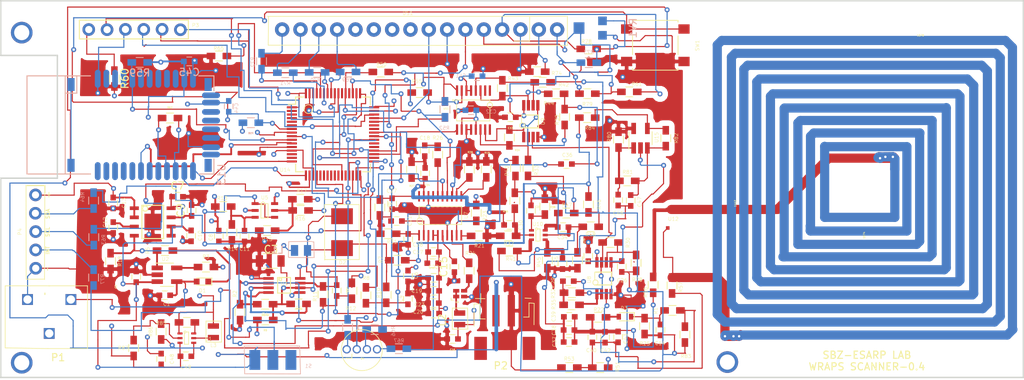
<source format=kicad_pcb>
(kicad_pcb (version 4) (host pcbnew 4.0.5)
  (layers (0 F.Cu signal) (1 GroundPlane power hide) (2 PowerPlane mixed hide) (31 B.Cu signal) (34 B.Paste user) (35 F.Paste user) (36 B.SilkS user) (37 F.SilkS user) (38 B.Mask user) (39 F.Mask user) (44 Edge.Cuts user))
  (net 0 "")
  (net 1 "Net-(C1-Pad1)")
  (net 2 GND)
  (net 3 /PowerBlock/VBAT)
  (net 4 "Net-(C4-Pad1)")
  (net 5 "Net-(C5-Pad2)")
  (net 6 VDD)
  (net 7 "Net-(C9-Pad1)")
  (net 8 "Net-(C10-Pad1)")
  (net 9 "Net-(C11-Pad1)")
  (net 10 "Net-(C12-Pad1)")
  (net 11 "Net-(C14-Pad1)")
  (net 12 VCC/2)
  (net 13 "Net-(C15-Pad2)")
  (net 14 "Net-(C17-Pad2)")
  (net 15 SquareWave)
  (net 16 "Net-(C21-Pad2)")
  (net 17 "Net-(C24-Pad1)")
  (net 18 "Net-(C26-Pad1)")
  (net 19 "Net-(C27-Pad1)")
  (net 20 "Net-(C28-Pad2)")
  (net 21 "Net-(C29-Pad1)")
  (net 22 "Net-(C29-Pad2)")
  (net 23 "Net-(C31-Pad1)")
  (net 24 "Net-(C34-Pad1)")
  (net 25 "Net-(C34-Pad2)")
  (net 26 "Net-(C35-Pad1)")
  (net 27 ADC)
  (net 28 "Net-(C36-Pad2)")
  (net 29 /AnalogFrontEnd/ANT_RX)
  (net 30 /AnalogFrontEnd/ANT_TX)
  (net 31 "Net-(C40-Pad2)")
  (net 32 /DigitalFronEnd/NRST)
  (net 33 "Net-(D1-Pad1)")
  (net 34 "Net-(D3-Pad2)")
  (net 35 "Net-(D4-Pad1)")
  (net 36 "Net-(D4-Pad3)")
  (net 37 "Net-(D4-Pad4)")
  (net 38 "Net-(DS1-Pad14)")
  (net 39 "Net-(DS1-Pad13)")
  (net 40 "Net-(DS1-Pad12)")
  (net 41 "Net-(DS1-Pad11)")
  (net 42 "Net-(DS1-Pad10)")
  (net 43 "Net-(DS1-Pad9)")
  (net 44 "Net-(DS1-Pad8)")
  (net 45 "Net-(DS1-Pad7)")
  (net 46 E)
  (net 47 RS)
  (net 48 /DigitalFronEnd/Contrast)
  (net 49 5V)
  (net 50 "Net-(DS1-Pad16)")
  (net 51 "Net-(DS1-Pad15)")
  (net 52 "Net-(L2-Pad1)")
  (net 53 "Net-(P3-Pad1)")
  (net 54 JTCK/SWCLK)
  (net 55 JTMS/SWDIO)
  (net 56 NJRST)
  (net 57 JTDIO/SWO)
  (net 58 "Net-(P4-Pad2)")
  (net 59 "Net-(P4-Pad3)")
  (net 60 "Net-(P4-Pad4)")
  (net 61 BoosterEN)
  (net 62 "Net-(R3-Pad1)")
  (net 63 "Net-(R5-Pad1)")
  (net 64 "Net-(R6-Pad2)")
  (net 65 "Net-(R15-Pad2)")
  (net 66 EnableVGnd)
  (net 67 "Net-(R18-Pad1)")
  (net 68 "Net-(R19-Pad1)")
  (net 69 "Net-(R20-Pad1)")
  (net 70 "Net-(R21-Pad1)")
  (net 71 "Net-(R23-Pad1)")
  (net 72 "Net-(R24-Pad1)")
  (net 73 "Net-(R24-Pad2)")
  (net 74 "Net-(R26-Pad1)")
  (net 75 "Net-(R28-Pad1)")
  (net 76 "Net-(R33-Pad2)")
  (net 77 "Net-(R34-Pad2)")
  (net 78 "Net-(R35-Pad1)")
  (net 79 "Net-(R36-Pad1)")
  (net 80 "Net-(R42-Pad2)")
  (net 81 "Net-(R43-Pad1)")
  (net 82 DDS_MOSI)
  (net 83 "Net-(R50-Pad2)")
  (net 84 DDS_SCLK)
  (net 85 "Net-(R52-Pad2)")
  (net 86 VGA_SDI)
  (net 87 VGA_CLK)
  (net 88 /DigitalFronEnd/~BT_RESET)
  (net 89 "Net-(R62-Pad1)")
  (net 90 "Net-(R62-Pad2)")
  (net 91 /DigitalFronEnd/i2c2_scl)
  (net 92 /DigitalFronEnd/i2c2_sda)
  (net 93 "Net-(R65-Pad2)")
  (net 94 "Net-(R66-Pad2)")
  (net 95 "Net-(R67-Pad2)")
  (net 96 "Net-(R68-Pad2)")
  (net 97 /DigitalFronEnd/D4)
  (net 98 /DigitalFronEnd/D5)
  (net 99 /DigitalFronEnd/D6)
  (net 100 /DigitalFronEnd/D7)
  (net 101 /DigitalFronEnd/INT)
  (net 102 DDS_~CS)
  (net 103 "Net-(U7-Pad17)")
  (net 104 "Net-(U11-Pad1)")
  (net 105 "Net-(U11-Pad2)")
  (net 106 VGA_~CS)
  (net 107 "Net-(U11-Pad16)")
  (net 108 "Net-(U13-Pad2)")
  (net 109 "Net-(U13-Pad3)")
  (net 110 "Net-(U13-Pad4)")
  (net 111 "Net-(U13-Pad6)")
  (net 112 "Net-(U13-Pad7)")
  (net 113 "Net-(U13-Pad8)")
  (net 114 "Net-(U13-Pad9)")
  (net 115 "Net-(U13-Pad10)")
  (net 116 "Net-(U13-Pad35)")
  (net 117 "Net-(U13-Pad34)")
  (net 118 "Net-(U13-Pad33)")
  (net 119 "Net-(U13-Pad32)")
  (net 120 "Net-(U13-Pad31)")
  (net 121 "Net-(U13-Pad30)")
  (net 122 /DigitalFronEnd/BT_RX)
  (net 123 /DigitalFronEnd/BT_TX)
  (net 124 "Net-(U13-Pad17)")
  (net 125 "Net-(U13-Pad18)")
  (net 126 /DigitalFronEnd/BT_CON)
  (net 127 "Net-(U13-Pad20)")
  (net 128 "Net-(U13-Pad21)")
  (net 129 "Net-(U13-Pad22)")
  (net 130 "Net-(U13-Pad23)")
  (net 131 "Net-(U13-Pad24)")
  (net 132 "Net-(U13-Pad36)")
  (net 133 "Net-(U14-Pad2)")
  (net 134 XTAL_32K_IN)
  (net 135 XTAL_32K_OUT)
  (net 136 XTAL_8M_IN)
  (net 137 XTAL_8M_OUT)
  (net 138 "Net-(U14-Pad14)")
  (net 139 "Net-(U14-Pad15)")
  (net 140 "Net-(U14-Pad21)")
  (net 141 "Net-(U14-Pad22)")
  (net 142 "Net-(U14-Pad23)")
  (net 143 "Net-(U14-Pad24)")
  (net 144 "Net-(U14-Pad25)")
  (net 145 "Net-(U14-Pad26)")
  (net 146 "Net-(U14-Pad28)")
  (net 147 "Net-(U14-Pad37)")
  (net 148 "Net-(U14-Pad38)")
  (net 149 "Net-(U14-Pad42)")
  (net 150 "Net-(U14-Pad43)")
  (net 151 "Net-(U14-Pad52)")
  (net 152 "Net-(U14-Pad54)")
  (net 153 "Net-(U14-Pad62)")
  (net 154 "Net-(U14-Pad8)")
  (net 155 "Net-(DS1-Pad2)")
  (net 156 "Net-(C3-Pad1)")
  (net 157 "Net-(C30-Pad1)")
  (net 158 "Net-(C46-Pad2)")
  (net 159 "Net-(C46-Pad1)")
  (net 160 "Net-(C47-Pad1)")
  (net 161 "Net-(D2-Pad2)")
  (net 162 "Net-(R1-Pad2)")
  (net 163 "Net-(R4-Pad1)")
  (net 164 "Net-(R56-Pad1)")
  (net 165 "Net-(R82-Pad1)")
  (net 166 "Net-(R57-Pad1)")
  (net 167 14V)
  (net 168 "Net-(L3-Pad2)")
  (net 169 "Net-(R85-Pad1)")
  (net 170 "Net-(R86-Pad2)")
  (module ScannerFootPrint:d13_v2 (layer F.Cu) (at 195.92 118.75)
    (fp_text reference U12 (at 0.7747 1.28778) (layer F.SilkS) (effects (font (size 0.5 0.5) (thickness 0.05))))
    (fp_text value PrimaryCoil hide)
    (pad 1 smd rect (at -0.03 -0.01) (size 0.5 0.5) (layers F.Cu F.Paste F.Mask) (net 164 "Net-(R56-Pad1)"))
    (pad 2 smd rect (at 0 2.54) (size 0.5 0.5) (layers F.Cu F.Paste F.Mask) (net 166 "Net-(R57-Pad1)"))
  )
  (module ScannerFootPrint:AD5262_v2 (layer F.Cu) (at 171.276 102.252 180)
    (fp_text reference U11 (at 6.06 -2.48 180) (layer F.SilkS) (effects (font (size 0.25 0.25) (thickness 0.05))))
    (fp_text value AD5262 hide)
    (pad 1 smd rect (at 0 0 180) (size 0.3 1.45) (layers F.Cu F.Paste F.Mask) (net 104 "Net-(U11-Pad1)"))
    (pad 2 smd rect (at 0.65 0 180) (size 0.3 1.45) (layers F.Cu F.Paste F.Mask) (net 105 "Net-(U11-Pad2)"))
    (pad 3 smd rect (at 1.3 0 180) (size 0.3 1.45) (layers F.Cu F.Paste F.Mask) (net 81 "Net-(R43-Pad1)"))
    (pad 4 smd rect (at 1.95 0 180) (size 0.3 1.45) (layers F.Cu F.Paste F.Mask) (net 80 "Net-(R42-Pad2)"))
    (pad 5 smd rect (at 2.6 0 180) (size 0.3 1.45) (layers F.Cu F.Paste F.Mask) (net 6 VDD))
    (pad 6 smd rect (at 3.25 0 180) (size 0.3 1.45) (layers F.Cu F.Paste F.Mask) (net 6 VDD))
    (pad 7 smd rect (at 3.9 0 180) (size 0.3 1.45) (layers F.Cu F.Paste F.Mask) (net 85 "Net-(R52-Pad2)"))
    (pad 8 smd rect (at 4.55 0 180) (size 0.3 1.45) (layers F.Cu F.Paste F.Mask) (net 83 "Net-(R50-Pad2)"))
    (pad 9 smd rect (at 4.55 -5.4 180) (size 0.3 1.45) (layers F.Cu F.Paste F.Mask) (net 106 VGA_~CS))
    (pad 10 smd rect (at 3.9 -5.4 180) (size 0.3 1.45) (layers F.Cu F.Paste F.Mask) (net 6 VDD))
    (pad 11 smd rect (at 3.25 -5.4 180) (size 0.3 1.45) (layers F.Cu F.Paste F.Mask) (net 2 GND))
    (pad 12 smd rect (at 2.6 -5.4 180) (size 0.3 1.45) (layers F.Cu F.Paste F.Mask) (net 2 GND))
    (pad 13 smd rect (at 1.95 -5.4 180) (size 0.3 1.45) (layers F.Cu F.Paste F.Mask) (net 6 VDD))
    (pad 14 smd rect (at 1.3 -5.4 180) (size 0.3 1.45) (layers F.Cu F.Paste F.Mask) (net 76 "Net-(R33-Pad2)"))
    (pad 15 smd rect (at 0.65 -5.4 180) (size 0.3 1.45) (layers F.Cu F.Paste F.Mask) (net 77 "Net-(R34-Pad2)"))
    (pad 16 smd rect (at 0 -5.4 180) (size 0.3 1.45) (layers F.Cu F.Paste F.Mask) (net 107 "Net-(U11-Pad16)"))
  )
  (module Capacitors_SMD:C_0603 (layer F.Cu) (at 184.90438 125.14834 90)
    (fp_text reference C25 (at 2.03834 -0.56438 90) (layer F.SilkS) (effects (font (size 0.25 0.25) (thickness 0.05))))
    (fp_text value 100nF hide)
    (pad 1 smd rect (at -0.75 0 90) (size 0.8 0.75) (layers F.Cu F.Paste F.Mask) (net 6 VDD))
    (pad 2 smd rect (at 0.75 0 90) (size 0.8 0.75) (layers F.Cu F.Paste F.Mask) (net 2 GND))
  )
  (module ScannerFootPrint:SPST_v2 (layer F.Cu) (at 194.2 95.97)
    (fp_text reference SW1 (at 5.825 0.042 90) (layer F.SilkS) (effects (font (size 0.5 0.5) (thickness 0.05))))
    (fp_text value SW_DIP_x01 hide)
    (pad 1 smd rect (at -3.975 -2.25) (size 1.55 1.3) (layers F.Cu F.Paste F.Mask) (net 32 /DigitalFronEnd/NRST))
    (pad 1 smd rect (at 3.975 -2.25) (size 1.55 1.3) (layers F.Cu F.Paste F.Mask) (net 32 /DigitalFronEnd/NRST))
    (pad 2 smd rect (at -3.975 2.25) (size 1.55 1.3) (layers F.Cu F.Paste F.Mask) (net 2 GND))
    (pad 2 smd rect (at 3.975 2.25) (size 1.55 1.3) (layers F.Cu F.Paste F.Mask) (net 2 GND))
  )
  (module ScannerFootPrint:LCD_16X2_V2 (layer F.Cu) (at 142.494 93.792)
    (fp_text reference DS1 (at 17.418 -2.268) (layer F.SilkS) (effects (font (size 0.5 0.5) (thickness 0.05))))
    (fp_text value LCD-016N002L hide)
    (pad 14 thru_hole circle (at 0 0 90) (size 2 2) (drill 1) (layers *.Cu *.Mask) (net 38 "Net-(DS1-Pad14)"))
    (pad 13 thru_hole circle (at 2.54 0 90) (size 2 2) (drill 1) (layers *.Cu *.Mask) (net 39 "Net-(DS1-Pad13)"))
    (pad 12 thru_hole circle (at 5.08 0 90) (size 2 2) (drill 1) (layers *.Cu *.Mask) (net 40 "Net-(DS1-Pad12)"))
    (pad 11 thru_hole circle (at 7.62 0 90) (size 2 2) (drill 1) (layers *.Cu *.Mask) (net 41 "Net-(DS1-Pad11)"))
    (pad 10 thru_hole circle (at 10.16 0 90) (size 2 2) (drill 1) (layers *.Cu *.Mask) (net 42 "Net-(DS1-Pad10)"))
    (pad 9 thru_hole circle (at 12.7 0 90) (size 2 2) (drill 1) (layers *.Cu *.Mask) (net 43 "Net-(DS1-Pad9)"))
    (pad 8 thru_hole circle (at 15.24 0 90) (size 2 2) (drill 1) (layers *.Cu *.Mask) (net 44 "Net-(DS1-Pad8)"))
    (pad 7 thru_hole circle (at 17.78 0 90) (size 2 2) (drill 1) (layers *.Cu *.Mask) (net 45 "Net-(DS1-Pad7)"))
    (pad 6 thru_hole circle (at 20.32 0 90) (size 2 2) (drill 1) (layers *.Cu *.Mask) (net 46 E))
    (pad 5 thru_hole circle (at 22.86 0 90) (size 2 2) (drill 1) (layers *.Cu *.Mask) (net 2 GND))
    (pad 4 thru_hole circle (at 25.4 0 90) (size 2 2) (drill 1) (layers *.Cu *.Mask) (net 47 RS))
    (pad 3 thru_hole circle (at 27.94 0 90) (size 2 2) (drill 1) (layers *.Cu *.Mask) (net 48 /DigitalFronEnd/Contrast))
    (pad 2 thru_hole circle (at 30.48 0 90) (size 2 2) (drill 1) (layers *.Cu *.Mask) (net 155 "Net-(DS1-Pad2)"))
    (pad 1 thru_hole circle (at 33.02 0 90) (size 2 2) (drill 1) (layers *.Cu *.Mask) (net 2 GND))
    (pad 16 thru_hole circle (at 35.56 0 90) (size 2 2) (drill 1) (layers *.Cu *.Mask) (net 50 "Net-(DS1-Pad16)"))
    (pad 15 thru_hole circle (at 38.1 0 90) (size 2 2) (drill 1) (layers *.Cu *.Mask) (net 51 "Net-(DS1-Pad15)"))
  )
  (module Capacitors_SMD:C_0603 (layer F.Cu) (at 126.23 130.61 180)
    (fp_text reference C1 (at -0.262 -1.216 180) (layer F.SilkS) (effects (font (size 0.5 0.5) (thickness 0.05))))
    (fp_text value 4.7uF hide)
    (pad 1 smd rect (at -0.75 0 180) (size 0.8 0.75) (layers F.Cu F.Paste F.Mask) (net 1 "Net-(C1-Pad1)"))
    (pad 2 smd rect (at 0.75 0 180) (size 0.8 0.75) (layers F.Cu F.Paste F.Mask) (net 2 GND))
  )
  (module Capacitors_SMD:C_0603 (layer F.Cu) (at 122.27 128.05 90)
    (fp_text reference C2 (at -1.37 -2.816 90) (layer F.SilkS) (effects (font (size 0.25 0.25) (thickness 0.05))))
    (fp_text value 4.7uF hide)
    (pad 1 smd rect (at -0.75 0 90) (size 0.8 0.75) (layers F.Cu F.Paste F.Mask) (net 3 /PowerBlock/VBAT))
    (pad 2 smd rect (at 0.75 0 90) (size 0.8 0.75) (layers F.Cu F.Paste F.Mask) (net 2 GND))
  )
  (module Capacitors_SMD:C_1206 (layer F.Cu) (at 140.84 125.86 180)
    (fp_text reference C3 (at -0.1 1.62 180) (layer F.SilkS))
    (fp_text value 68uF hide)
    (pad 1 smd rect (at -1.5 0 180) (size 1 1.6) (layers F.Cu F.Paste F.Mask) (net 156 "Net-(C3-Pad1)"))
    (pad 2 smd rect (at 1.5 0 180) (size 1 1.6) (layers F.Cu F.Paste F.Mask) (net 2 GND))
  )
  (module Capacitors_SMD:C_0603 (layer F.Cu) (at 159.918 131.112 90)
    (fp_text reference C4 (at 0.032 -0.968 90) (layer F.SilkS) (effects (font (size 0.5 0.5) (thickness 0.05))))
    (fp_text value 100nF hide)
    (pad 1 smd rect (at -0.75 0 90) (size 0.8 0.75) (layers F.Cu F.Paste F.Mask) (net 4 "Net-(C4-Pad1)"))
    (pad 2 smd rect (at 0.75 0 90) (size 0.8 0.75) (layers F.Cu F.Paste F.Mask) (net 2 GND))
  )
  (module Capacitors_SMD:C_0603 (layer F.Cu) (at 150.054 129.954 270)
    (fp_text reference C5 (at 0 -1.5 270) (layer F.SilkS) (effects (font (size 0.25 0.25) (thickness 0.05))))
    (fp_text value 39pF hide)
    (pad 1 smd rect (at -0.75 0 270) (size 0.8 0.75) (layers F.Cu F.Paste F.Mask) (net 156 "Net-(C3-Pad1)"))
    (pad 2 smd rect (at 0.75 0 270) (size 0.8 0.75) (layers F.Cu F.Paste F.Mask) (net 5 "Net-(C5-Pad2)"))
  )
  (module Capacitors_SMD:C_0603 (layer F.Cu) (at 159.93 127.938 270)
    (fp_text reference C6 (at -0.078 -1.11 270) (layer F.SilkS) (effects (font (size 0.5 0.5) (thickness 0.05))))
    (fp_text value 22uF hide)
    (pad 1 smd rect (at -0.75 0 270) (size 0.8 0.75) (layers F.Cu F.Paste F.Mask) (net 6 VDD))
    (pad 2 smd rect (at 0.75 0 270) (size 0.8 0.75) (layers F.Cu F.Paste F.Mask) (net 2 GND))
  )
  (module Capacitors_SMD:C_0603 (layer F.Cu) (at 128.004 116.952)
    (fp_text reference C7 (at 0 -1.5) (layer F.SilkS))
    (fp_text value DNP/10uF hide)
    (pad 1 smd rect (at -0.75 0) (size 0.8 0.75) (layers F.Cu F.Paste F.Mask) (net 3 /PowerBlock/VBAT))
    (pad 2 smd rect (at 0.75 0) (size 0.8 0.75) (layers F.Cu F.Paste F.Mask) (net 2 GND))
  )
  (module Capacitors_SMD:C_0603 (layer F.Cu) (at 133.72 122.41 270)
    (fp_text reference C8 (at 0.19 1.11 270) (layer F.SilkS) (effects (font (size 0.5 0.5) (thickness 0.05))))
    (fp_text value 10uF hide)
    (pad 1 smd rect (at -0.75 0 270) (size 0.8 0.75) (layers F.Cu F.Paste F.Mask) (net 6 VDD))
    (pad 2 smd rect (at 0.75 0 270) (size 0.8 0.75) (layers F.Cu F.Paste F.Mask) (net 2 GND))
  )
  (module Capacitors_SMD:C_0603 (layer F.Cu) (at 129.95 118.86 90)
    (fp_text reference C9 (at 0 -1.5 90) (layer F.SilkS))
    (fp_text value 1uF hide)
    (pad 1 smd rect (at -0.75 0 90) (size 0.8 0.75) (layers F.Cu F.Paste F.Mask) (net 7 "Net-(C9-Pad1)"))
    (pad 2 smd rect (at 0.75 0 90) (size 0.8 0.75) (layers F.Cu F.Paste F.Mask) (net 2 GND))
  )
  (module Capacitors_SMD:C_0603 (layer F.Cu) (at 129.88 122.38 270)
    (fp_text reference C10 (at -0.03 -1.23 270) (layer F.SilkS) (effects (font (size 0.5 0.5) (thickness 0.05))))
    (fp_text value 1uF hide)
    (pad 1 smd rect (at -0.75 0 270) (size 0.8 0.75) (layers F.Cu F.Paste F.Mask) (net 8 "Net-(C10-Pad1)"))
    (pad 2 smd rect (at 0.75 0 270) (size 0.8 0.75) (layers F.Cu F.Paste F.Mask) (net 2 GND))
  )
  (module Capacitors_SMD:C_0603 (layer F.Cu) (at 137.28 122.42 270)
    (fp_text reference C11 (at 1.77 -0.03 360) (layer F.SilkS) (effects (font (size 0.5 0.5) (thickness 0.05))))
    (fp_text value 100nF hide)
    (pad 1 smd rect (at -0.75 0 270) (size 0.8 0.75) (layers F.Cu F.Paste F.Mask) (net 9 "Net-(C11-Pad1)"))
    (pad 2 smd rect (at 0.75 0 270) (size 0.8 0.75) (layers F.Cu F.Paste F.Mask) (net 2 GND))
  )
  (module Capacitors_SMD:C_0603 (layer F.Cu) (at 119.09 121.23 270)
    (fp_text reference C12 (at -0.74 1.13 450) (layer F.SilkS) (effects (font (size 0.5 0.5) (thickness 0.05))))
    (fp_text value 1uF hide)
    (pad 1 smd rect (at -0.75 0 270) (size 0.8 0.75) (layers F.Cu F.Paste F.Mask) (net 10 "Net-(C12-Pad1)"))
    (pad 2 smd rect (at 0.75 0 270) (size 0.8 0.75) (layers F.Cu F.Paste F.Mask) (net 2 GND))
  )
  (module Capacitors_SMD:C_0603 (layer F.Cu) (at 119.08 117.82 270)
    (fp_text reference C13 (at 0 -1.5 270) (layer F.SilkS) (effects (font (size 0.5 0.5) (thickness 0.05))))
    (fp_text value 10uF hide)
    (pad 1 smd rect (at -0.75 0 270) (size 0.8 0.75) (layers F.Cu F.Paste F.Mask) (net 6 VDD))
    (pad 2 smd rect (at 0.75 0 270) (size 0.8 0.75) (layers F.Cu F.Paste F.Mask) (net 2 GND))
  )
  (module Capacitors_SMD:C_0603 (layer F.Cu) (at 194.90436 135.41248 270)
    (fp_text reference C14 (at 1.85752 0.04436 360) (layer F.SilkS) (effects (font (size 0.5 0.5) (thickness 0.05))))
    (fp_text value 510pF hide)
    (pad 1 smd rect (at -0.75 0 270) (size 0.8 0.75) (layers F.Cu F.Paste F.Mask) (net 11 "Net-(C14-Pad1)"))
    (pad 2 smd rect (at 0.75 0 270) (size 0.8 0.75) (layers F.Cu F.Paste F.Mask) (net 12 VCC/2))
  )
  (module Capacitors_SMD:C_0603 (layer F.Cu) (at 166.35984 126.65456 90)
    (fp_text reference C15 (at 0 -1.5 90) (layer F.SilkS))
    (fp_text value 100nF hide)
    (pad 1 smd rect (at -0.75 0 90) (size 0.8 0.75) (layers F.Cu F.Paste F.Mask) (net 2 GND))
    (pad 2 smd rect (at 0.75 0 90) (size 0.8 0.75) (layers F.Cu F.Paste F.Mask) (net 13 "Net-(C15-Pad2)"))
  )
  (module Capacitors_SMD:C_0603 (layer F.Cu) (at 166.10838 136.6647 180)
    (fp_text reference C16 (at 0 -1.5 180) (layer F.SilkS) (effects (font (size 0.25 0.25) (thickness 0.05))))
    (fp_text value 100nF hide)
    (pad 1 smd rect (at -0.75 0 180) (size 0.8 0.75) (layers F.Cu F.Paste F.Mask) (net 6 VDD))
    (pad 2 smd rect (at 0.75 0 180) (size 0.8 0.75) (layers F.Cu F.Paste F.Mask) (net 2 GND))
  )
  (module Capacitors_SMD:C_0603 (layer F.Cu) (at 163.35756 126.17196 180)
    (fp_text reference "" (at 0 -1.5 180) (layer F.SilkS))
    (fp_text value "")
    (pad 1 smd rect (at -0.75 0 180) (size 0.8 0.75) (layers F.Cu F.Paste F.Mask) (net 6 VDD))
    (pad 2 smd rect (at 0.75 0 180) (size 0.8 0.75) (layers F.Cu F.Paste F.Mask) (net 14 "Net-(C17-Pad2)"))
  )
  (module Capacitors_SMD:C_0603 (layer F.Cu) (at 162.25012 110.58652 270)
    (fp_text reference C18 (at -1.78054 -0.01016 360) (layer F.SilkS) (effects (font (size 0.5 0.5) (thickness 0.05))))
    (fp_text value DNP/TBD hide)
    (pad 1 smd rect (at -0.75 0 270) (size 0.8 0.75) (layers F.Cu F.Paste F.Mask) (net 15 SquareWave))
    (pad 2 smd rect (at 0.75 0 270) (size 0.8 0.75) (layers F.Cu F.Paste F.Mask) (net 2 GND))
  )
  (module Capacitors_SMD:C_0603 (layer F.Cu) (at 163.49472 129.9972)
    (fp_text reference C19 (at -2.33934 0.01524) (layer F.SilkS) (effects (font (size 0.5 0.5) (thickness 0.05))))
    (fp_text value 100nF hide)
    (pad 1 smd rect (at -0.75 0) (size 0.8 0.75) (layers F.Cu F.Paste F.Mask) (net 2 GND))
    (pad 2 smd rect (at 0.75 0) (size 0.8 0.75) (layers F.Cu F.Paste F.Mask) (net 6 VDD))
  )
  (module Capacitors_SMD:C_0603 (layer F.Cu) (at 163.49472 133.13664 180)
    (fp_text reference C20 (at 2.15392 0.22352 180) (layer F.SilkS) (effects (font (size 0.5 0.5) (thickness 0.05))))
    (fp_text value 100nF hide)
    (pad 1 smd rect (at -0.75 0 180) (size 0.8 0.75) (layers F.Cu F.Paste F.Mask) (net 6 VDD))
    (pad 2 smd rect (at 0.75 0 180) (size 0.8 0.75) (layers F.Cu F.Paste F.Mask) (net 2 GND))
  )
  (module Capacitors_SMD:C_0603 (layer F.Cu) (at 158.34 120.324)
    (fp_text reference C21 (at 1.83388 -0.00762 90) (layer F.SilkS) (effects (font (size 0.5 0.5) (thickness 0.05))))
    (fp_text value 100nF hide)
    (pad 1 smd rect (at -0.75 0) (size 0.8 0.75) (layers F.Cu F.Paste F.Mask) (net 2 GND))
    (pad 2 smd rect (at 0.75 0) (size 0.8 0.75) (layers F.Cu F.Paste F.Mask) (net 16 "Net-(C21-Pad2)"))
  )
  (module Capacitors_SMD:C_0603 (layer F.Cu) (at 163.47948 128.19888)
    (fp_text reference C22 (at 0 -1.5) (layer F.SilkS) (effects (font (size 0.5 0.5) (thickness 0.05))))
    (fp_text value 2.2uF hide)
    (pad 1 smd rect (at -0.75 0) (size 0.8 0.75) (layers F.Cu F.Paste F.Mask) (net 2 GND))
    (pad 2 smd rect (at 0.75 0) (size 0.8 0.75) (layers F.Cu F.Paste F.Mask) (net 6 VDD))
  )
  (module Capacitors_SMD:C_0603 (layer F.Cu) (at 163.45408 131.69392 180)
    (fp_text reference C23 (at 1.92024 -0.20574 180) (layer F.SilkS) (effects (font (size 0.5 0.5) (thickness 0.05))))
    (fp_text value 2.2uF hide)
    (pad 1 smd rect (at -0.75 0 180) (size 0.8 0.75) (layers F.Cu F.Paste F.Mask) (net 6 VDD))
    (pad 2 smd rect (at 0.75 0 180) (size 0.8 0.75) (layers F.Cu F.Paste F.Mask) (net 2 GND))
  )
  (module Capacitors_SMD:C_0603 (layer F.Cu) (at 162.306 113.71834 90)
    (fp_text reference C24 (at -1.6256 0.28956 180) (layer F.SilkS) (effects (font (size 0.25 0.25) (thickness 0.05))))
    (fp_text value 100nF hide)
    (pad 1 smd rect (at -0.75 0 90) (size 0.8 0.75) (layers F.Cu F.Paste F.Mask) (net 17 "Net-(C24-Pad1)"))
    (pad 2 smd rect (at 0.75 0 90) (size 0.8 0.75) (layers F.Cu F.Paste F.Mask) (net 2 GND))
  )
  (module Capacitors_SMD:C_0603 (layer F.Cu) (at 189.55512 126.62916 270)
    (fp_text reference C26 (at 1.92084 -0.04488 360) (layer F.SilkS) (effects (font (size 0.5 0.5) (thickness 0.05))))
    (fp_text value 10nF hide)
    (pad 1 smd rect (at -0.75 0 270) (size 0.8 0.75) (layers F.Cu F.Paste F.Mask) (net 18 "Net-(C26-Pad1)"))
    (pad 2 smd rect (at 0.75 0 270) (size 0.8 0.75) (layers F.Cu F.Paste F.Mask) (net 12 VCC/2))
  )
  (module Capacitors_SMD:C_0603 (layer F.Cu) (at 157.734 117.92712 270)
    (fp_text reference C27 (at -1.78308 0.05588 360) (layer F.SilkS) (effects (font (size 0.5 0.5) (thickness 0.05))))
    (fp_text value 100nF hide)
    (pad 1 smd rect (at -0.75 0 270) (size 0.8 0.75) (layers F.Cu F.Paste F.Mask) (net 19 "Net-(C27-Pad1)"))
    (pad 2 smd rect (at 0.75 0 270) (size 0.8 0.75) (layers F.Cu F.Paste F.Mask) (net 2 GND))
  )
  (module Capacitors_SMD:C_0603 (layer F.Cu) (at 159.95904 122.86488 90)
    (fp_text reference C28 (at -0.72898 1.33096 180) (layer F.SilkS) (effects (font (size 0.5 0.5) (thickness 0.05))))
    (fp_text value 100nF hide)
    (pad 1 smd rect (at -0.75 0 90) (size 0.8 0.75) (layers F.Cu F.Paste F.Mask) (net 2 GND))
    (pad 2 smd rect (at 0.75 0 90) (size 0.8 0.75) (layers F.Cu F.Paste F.Mask) (net 20 "Net-(C28-Pad2)"))
  )
  (module Capacitors_SMD:C_0603 (layer F.Cu) (at 182.14848 128.65608)
    (fp_text reference C29 (at -2.09848 0.18392 90) (layer F.SilkS) (effects (font (size 0.5 0.5) (thickness 0.05))))
    (fp_text value 10nF hide)
    (pad 1 smd rect (at -0.75 0) (size 0.8 0.75) (layers F.Cu F.Paste F.Mask) (net 21 "Net-(C29-Pad1)"))
    (pad 2 smd rect (at 0.75 0) (size 0.8 0.75) (layers F.Cu F.Paste F.Mask) (net 22 "Net-(C29-Pad2)"))
  )
  (module Capacitors_SMD:C_0603 (layer F.Cu) (at 174 120.87 180)
    (fp_text reference C30 (at -1.56 -0.04 270) (layer F.SilkS) (effects (font (size 0.5 0.5) (thickness 0.05))))
    (fp_text value 1nF hide)
    (pad 1 smd rect (at -0.75 0 180) (size 0.8 0.75) (layers F.Cu F.Paste F.Mask) (net 157 "Net-(C30-Pad1)"))
    (pad 2 smd rect (at 0.75 0 180) (size 0.8 0.75) (layers F.Cu F.Paste F.Mask) (net 17 "Net-(C24-Pad1)"))
  )
  (module Capacitors_SMD:C_0603 (layer F.Cu) (at 176.9745 118.90248 90)
    (fp_text reference C31 (at 0.53594 0.93218 180) (layer F.SilkS) (effects (font (size 0.25 0.25) (thickness 0.05))))
    (fp_text value 6.8nF hide)
    (pad 1 smd rect (at -0.75 0 90) (size 0.8 0.75) (layers F.Cu F.Paste F.Mask) (net 23 "Net-(C31-Pad1)"))
    (pad 2 smd rect (at 0.75 0 90) (size 0.8 0.75) (layers F.Cu F.Paste F.Mask) (net 2 GND))
  )
  (module Capacitors_SMD:C_0603 (layer B.Cu) (at 168.648 104.976 180)
    (fp_text reference C32 (at -2.802 -0.18 180) (layer B.SilkS) (effects (font (size 0.5 0.5) (thickness 0.05)) (justify mirror)))
    (fp_text value 100nF hide)
    (pad 1 smd rect (at -0.75 0 180) (size 0.8 0.75) (layers B.Cu B.Paste B.Mask) (net 6 VDD))
    (pad 2 smd rect (at 0.75 0 180) (size 0.8 0.75) (layers B.Cu B.Paste B.Mask) (net 2 GND))
  )
  (module Capacitors_SMD:C_0603 (layer F.Cu) (at 174.12 105.948 180)
    (fp_text reference C33 (at 0 -1.5 180) (layer F.SilkS) (effects (font (size 0.25 0.25) (thickness 0.05))))
    (fp_text value 100nF hide)
    (pad 1 smd rect (at -0.75 0 180) (size 0.8 0.75) (layers F.Cu F.Paste F.Mask) (net 6 VDD))
    (pad 2 smd rect (at 0.75 0 180) (size 0.8 0.75) (layers F.Cu F.Paste F.Mask) (net 2 GND))
  )
  (module Capacitors_SMD:C_0603 (layer F.Cu) (at 181.42 121.17)
    (fp_text reference C34 (at -0.08 1.41) (layer F.SilkS) (effects (font (size 0.5 0.5) (thickness 0.05))))
    (fp_text value 1nF hide)
    (pad 1 smd rect (at -0.75 0) (size 0.8 0.75) (layers F.Cu F.Paste F.Mask) (net 24 "Net-(C34-Pad1)"))
    (pad 2 smd rect (at 0.75 0) (size 0.8 0.75) (layers F.Cu F.Paste F.Mask) (net 25 "Net-(C34-Pad2)"))
  )
  (module Capacitors_SMD:C_0603 (layer F.Cu) (at 181.33568 126.22784 270)
    (fp_text reference C35 (at -0.32784 0.85568 270) (layer F.SilkS) (effects (font (size 0.5 0.5) (thickness 0.05))))
    (fp_text value 6.8nF hide)
    (pad 1 smd rect (at -0.75 0 270) (size 0.8 0.75) (layers F.Cu F.Paste F.Mask) (net 26 "Net-(C35-Pad1)"))
    (pad 2 smd rect (at 0.75 0 270) (size 0.8 0.75) (layers F.Cu F.Paste F.Mask) (net 2 GND))
  )
  (module Capacitors_SMD:C_0603 (layer F.Cu) (at 181.89 112.428)
    (fp_text reference C36 (at 0.12 -1.248) (layer F.SilkS) (effects (font (size 0.5 0.5) (thickness 0.05))))
    (fp_text value 20uF hide)
    (pad 1 smd rect (at -0.75 0) (size 0.8 0.75) (layers F.Cu F.Paste F.Mask) (net 27 ADC))
    (pad 2 smd rect (at 0.75 0) (size 0.8 0.75) (layers F.Cu F.Paste F.Mask) (net 28 "Net-(C36-Pad2)"))
  )
  (module Capacitors_SMD:C_0603 (layer F.Cu) (at 182.25389 137.09269 180)
    (fp_text reference C37 (at 2.02389 0.04269 270) (layer F.SilkS) (effects (font (size 0.5 0.5) (thickness 0.05))))
    (fp_text value C hide)
    (pad 1 smd rect (at -0.75 0 180) (size 0.8 0.75) (layers F.Cu F.Paste F.Mask) (net 29 /AnalogFrontEnd/ANT_RX))
    (pad 2 smd rect (at 0.75 0 180) (size 0.8 0.75) (layers F.Cu F.Paste F.Mask) (net 30 /AnalogFrontEnd/ANT_TX))
  )
  (module Capacitors_SMD:C_0603 (layer F.Cu) (at 182.24373 135.42645 180)
    (fp_text reference C38 (at 2.08373 -0.03355 270) (layer F.SilkS) (effects (font (size 0.5 0.5) (thickness 0.05))))
    (fp_text value 10pF hide)
    (pad 1 smd rect (at -0.75 0 180) (size 0.8 0.75) (layers F.Cu F.Paste F.Mask) (net 29 /AnalogFrontEnd/ANT_RX))
    (pad 2 smd rect (at 0.75 0 180) (size 0.8 0.75) (layers F.Cu F.Paste F.Mask) (net 30 /AnalogFrontEnd/ANT_TX))
  )
  (module Capacitors_SMD:C_0603 (layer F.Cu) (at 182.28183 133.59765 180)
    (fp_text reference C39 (at 2.16183 0.03765 270) (layer F.SilkS) (effects (font (size 0.5 0.5) (thickness 0.05))))
    (fp_text value C hide)
    (pad 1 smd rect (at -0.75 0 180) (size 0.8 0.75) (layers F.Cu F.Paste F.Mask) (net 29 /AnalogFrontEnd/ANT_RX))
    (pad 2 smd rect (at 0.75 0 180) (size 0.8 0.75) (layers F.Cu F.Paste F.Mask) (net 30 /AnalogFrontEnd/ANT_TX))
  )
  (module Capacitors_SMD:C_0603 (layer F.Cu) (at 185.47842 136.40562 270)
    (fp_text reference C40 (at 1.83388 0.13716 360) (layer F.SilkS) (effects (font (size 0.5 0.5) (thickness 0.05))))
    (fp_text value TBD/DNP hide)
    (pad 1 smd rect (at -0.75 0 270) (size 0.8 0.75) (layers F.Cu F.Paste F.Mask) (net 29 /AnalogFrontEnd/ANT_RX))
    (pad 2 smd rect (at 0.75 0 270) (size 0.8 0.75) (layers F.Cu F.Paste F.Mask) (net 31 "Net-(C40-Pad2)"))
  )
  (module Capacitors_SMD:C_0603 (layer B.Cu) (at 169.5 100.248)
    (fp_text reference C41 (at -2.241 -0.045) (layer B.SilkS) (effects (font (size 0.5 0.5) (thickness 0.05)) (justify mirror)))
    (fp_text value 10uF hide)
    (pad 1 smd rect (at -0.75 0) (size 0.8 0.75) (layers B.Cu B.Paste B.Mask) (net 6 VDD))
    (pad 2 smd rect (at 0.75 0) (size 0.8 0.75) (layers B.Cu B.Paste B.Mask) (net 2 GND))
  )
  (module Capacitors_SMD:C_0603 (layer F.Cu) (at 187.23864 136.42086 270)
    (fp_text reference C42 (at 1.82914 -0.06136 360) (layer F.SilkS) (effects (font (size 0.5 0.5) (thickness 0.05))))
    (fp_text value 122pF hide)
    (pad 1 smd rect (at -0.75 0 270) (size 0.8 0.75) (layers F.Cu F.Paste F.Mask) (net 29 /AnalogFrontEnd/ANT_RX))
    (pad 2 smd rect (at 0.75 0 270) (size 0.8 0.75) (layers F.Cu F.Paste F.Mask) (net 31 "Net-(C40-Pad2)"))
  )
  (module Capacitors_SMD:C_0603 (layer F.Cu) (at 189.04458 136.38276 270)
    (fp_text reference C43 (at 0.24724 -1.05542 450) (layer F.SilkS) (effects (font (size 0.5 0.5) (thickness 0.05))))
    (fp_text value TBD/DNP hide)
    (pad 1 smd rect (at -0.75 0 270) (size 0.8 0.75) (layers F.Cu F.Paste F.Mask) (net 29 /AnalogFrontEnd/ANT_RX))
    (pad 2 smd rect (at 0.75 0 270) (size 0.8 0.75) (layers F.Cu F.Paste F.Mask) (net 31 "Net-(C40-Pad2)"))
  )
  (module Capacitors_SMD:C_0603 (layer B.Cu) (at 135.09 104.436 90)
    (fp_text reference C44 (at -0.246 1.068 90) (layer B.SilkS) (effects (font (size 0.5 0.5) (thickness 0.05)) (justify mirror)))
    (fp_text value 1uF hide)
    (pad 1 smd rect (at -0.75 0 90) (size 0.8 0.75) (layers B.Cu B.Paste B.Mask) (net 32 /DigitalFronEnd/NRST))
    (pad 2 smd rect (at 0.75 0 90) (size 0.8 0.75) (layers B.Cu B.Paste B.Mask) (net 2 GND))
  )
  (module Capacitors_SMD:C_0603 (layer B.Cu) (at 129.624 98.208)
    (fp_text reference C45 (at 0 1.5) (layer B.SilkS) (effects (justify mirror)))
    (fp_text value 10uF)
    (pad 1 smd rect (at -0.75 0) (size 0.8 0.75) (layers B.Cu B.Paste B.Mask) (net 6 VDD))
    (pad 2 smd rect (at 0.75 0) (size 0.8 0.75) (layers B.Cu B.Paste B.Mask) (net 2 GND))
  )
  (module LEDs:LED_0603 (layer F.Cu) (at 131.45 128.71 180)
    (fp_text reference D1 (at 0 -1.25 180) (layer F.SilkS) (effects (font (size 0.5 0.5) (thickness 0.05))))
    (fp_text value LED hide)
    (pad 2 smd rect (at 0.8 0) (size 0.8 0.8) (layers F.Cu F.Paste F.Mask) (net 1 "Net-(C1-Pad1)"))
    (pad 1 smd rect (at -0.8 0) (size 0.8 0.8) (layers F.Cu F.Paste F.Mask) (net 33 "Net-(D1-Pad1)"))
  )
  (module ScannerFootPrint:schottky_power_rectifier (layer F.Cu) (at 150.792 124.08 90)
    (fp_text reference D2 (at -2 0.058 180) (layer F.SilkS) (effects (font (size 0.5 0.5) (thickness 0.05))))
    (fp_text value D hide)
    (pad 1 smd rect (at 0 0 90) (size 2.2 3) (layers F.Cu F.Paste F.Mask) (net 156 "Net-(C3-Pad1)"))
    (pad 2 smd rect (at 4.42 0 90) (size 2.2 3) (layers F.Cu F.Paste F.Mask) (net 161 "Net-(D2-Pad2)"))
  )
  (module Diodes_SMD:D_0603 (layer F.Cu) (at 189.992 133.58368 180)
    (fp_text reference D3 (at 0.102 1.19368 180) (layer F.SilkS) (effects (font (size 0.5 0.5) (thickness 0.05))))
    (fp_text value D hide)
    (pad 1 smd rect (at -0.85 0 180) (size 0.6 0.8) (layers F.Cu F.Paste F.Mask) (net 11 "Net-(C14-Pad1)"))
    (pad 2 smd rect (at 0.85 0 180) (size 0.6 0.8) (layers F.Cu F.Paste F.Mask) (net 34 "Net-(D3-Pad2)"))
  )
  (module ScannerFootPrint:L_0805_V2 (layer B.Cu) (at 146.01 124.4 180)
    (fp_text reference L1 (at 4.178 0.06 180) (layer B.SilkS) (effects (justify mirror)))
    (fp_text value 6.8uH hide)
    (pad 1 smd rect (at 0 0 180) (size 1 1.5) (layers B.Cu B.Paste B.Mask) (net 161 "Net-(D2-Pad2)"))
    (pad 2 smd rect (at 1.8 0 180) (size 1 1.5) (layers B.Cu B.Paste B.Mask) (net 6 VDD))
  )
  (module ScannerFootPrint:4.7uH_v2 (layer F.Cu) (at 167.09136 133.07568 270)
    (fp_text reference L2 (at 0.98 2.4 270) (layer F.SilkS))
    (fp_text value 0/4.7uH hide)
    (pad 1 smd rect (at 0 0 270) (size 0.75 1.55) (layers F.Cu F.Paste F.Mask) (net 52 "Net-(L2-Pad1)"))
    (pad 2 smd rect (at 1.6 0 270) (size 0.75 1.55) (layers F.Cu F.Paste F.Mask) (net 6 VDD))
  )
  (module ScannerFootPrint:bat_con_v2 (layer F.Cu) (at 169.99 137.97)
    (fp_text reference P2 (at 2.79 2.4) (layer F.SilkS))
    (fp_text value CONN_01X02 hide)
    (pad 3 smd rect (at 0 0) (size 1.75 3.2) (layers F.Cu F.Paste F.Mask))
    (pad 4 smd rect (at 6.7 0) (size 1.75 3.2) (layers F.Cu F.Paste F.Mask))
    (pad 2 smd rect (at 2.13 -5.22) (size 1 4.35) (layers F.Cu F.Paste F.Mask) (net 3 /PowerBlock/VBAT))
    (pad 1 smd rect (at 4.26 -5.22) (size 1 4.35) (layers F.Cu F.Paste F.Mask) (net 2 GND))
  )
  (module ScannerFootPrint:ST_Link_Programmer (layer F.Cu) (at 115.698 93.792)
    (fp_text reference P3 (at 14.792 -0.592) (layer F.SilkS) (effects (font (size 0.5 0.5) (thickness 0.05))))
    (fp_text value CONN_01X06)
    (pad 1 thru_hole circle (at 0 0) (size 1.75 1.75) (drill 1) (layers *.Cu *.Mask) (net 53 "Net-(P3-Pad1)"))
    (pad 2 thru_hole circle (at 2.54 0.02) (size 1.75 1.75) (drill 1) (layers *.Cu *.Mask) (net 54 JTCK/SWCLK))
    (pad 3 thru_hole circle (at 5.08 -0.02) (size 1.75 1.75) (drill 1) (layers *.Cu *.Mask) (net 2 GND))
    (pad 4 thru_hole circle (at 7.62 -0.02) (size 1.75 1.75) (drill 1) (layers *.Cu *.Mask) (net 55 JTMS/SWDIO))
    (pad 5 thru_hole circle (at 10.16 -0.03) (size 1.75 1.75) (drill 1) (layers *.Cu *.Mask) (net 56 NJRST))
    (pad 6 thru_hole circle (at 12.7 0.03) (size 1.75 1.75) (drill 1) (layers *.Cu *.Mask) (net 57 JTDIO/SWO))
  )
  (module ScannerFootPrint:SPO2_v2 (layer F.Cu) (at 108.32 116.71 270)
    (fp_text reference P4 (at 5.1 2.17 270) (layer F.SilkS) (effects (font (size 0.5 0.5) (thickness 0.05))))
    (fp_text value CONN_01X05)
    (fp_text user INT (at 7.68 -1.69 270) (layer F.SilkS) (effects (font (size 0.5 0.5) (thickness 0.1))))
    (fp_text user SCL (at 5.13 -1.69 270) (layer F.SilkS) (effects (font (size 0.5 0.5) (thickness 0.1))))
    (fp_text user SDA (at 2.63 -1.71 270) (layer F.SilkS) (effects (font (size 0.5 0.5) (thickness 0.1))))
    (pad 1 thru_hole circle (at 0 0 270) (size 1.75 1.75) (drill 1) (layers *.Cu *.Mask) (net 6 VDD))
    (pad 2 thru_hole circle (at 2.54 0.02 270) (size 1.75 1.75) (drill 1) (layers *.Cu *.Mask) (net 58 "Net-(P4-Pad2)"))
    (pad 3 thru_hole circle (at 5.08 -0.02 270) (size 1.75 1.75) (drill 1) (layers *.Cu *.Mask) (net 59 "Net-(P4-Pad3)"))
    (pad 4 thru_hole circle (at 7.62 -0.02 270) (size 1.75 1.75) (drill 1) (layers *.Cu *.Mask) (net 60 "Net-(P4-Pad4)"))
    (pad 5 thru_hole circle (at 10.16 -0.03 270) (size 1.75 1.75) (drill 1) (layers *.Cu *.Mask) (net 2 GND))
  )
  (module Resistors_SMD:R_0603_HandSoldering (layer F.Cu) (at 196.58 132.71)
    (fp_text reference R1 (at -2.32 0.06 90) (layer F.SilkS) (effects (font (size 0.5 0.5) (thickness 0.05))))
    (fp_text value 270K hide)
    (pad 1 smd rect (at -1.1 0) (size 1.2 0.9) (layers F.Cu F.Paste F.Mask) (net 11 "Net-(C14-Pad1)"))
    (pad 2 smd rect (at 1.1 0) (size 1.2 0.9) (layers F.Cu F.Paste F.Mask) (net 162 "Net-(R1-Pad2)"))
  )
  (module Resistors_SMD:R_0603_HandSoldering (layer F.Cu) (at 136.66 132.95 270)
    (fp_text reference R2 (at -2.53 0.7 270) (layer F.SilkS) (effects (font (size 0.5 0.5) (thickness 0.05))))
    (fp_text value 10K hide)
    (pad 1 smd rect (at -1.1 0 270) (size 1.2 0.9) (layers F.Cu F.Paste F.Mask) (net 61 BoosterEN))
    (pad 2 smd rect (at 1.1 0 270) (size 1.2 0.9) (layers F.Cu F.Paste F.Mask) (net 2 GND))
  )
  (module Resistors_SMD:R_0603_HandSoldering (layer F.Cu) (at 131.94 126.7)
    (fp_text reference R3 (at 0 -1.45) (layer F.SilkS) (effects (font (size 0.5 0.5) (thickness 0.05))))
    (fp_text value 2K hide)
    (pad 1 smd rect (at -1.1 0) (size 1.2 0.9) (layers F.Cu F.Paste F.Mask) (net 62 "Net-(R3-Pad1)"))
    (pad 2 smd rect (at 1.1 0) (size 1.2 0.9) (layers F.Cu F.Paste F.Mask) (net 2 GND))
  )
  (module Resistors_SMD:R_0603_HandSoldering (layer F.Cu) (at 140.14 131.85 180)
    (fp_text reference R4 (at 0 -1.45 180) (layer F.SilkS) (effects (font (size 0.5 0.5) (thickness 0.05))))
    (fp_text value 0/DNP hide)
    (pad 1 smd rect (at -1.1 0 180) (size 1.2 0.9) (layers F.Cu F.Paste F.Mask) (net 163 "Net-(R4-Pad1)"))
    (pad 2 smd rect (at 1.1 0 180) (size 1.2 0.9) (layers F.Cu F.Paste F.Mask) (net 61 BoosterEN))
  )
  (module Resistors_SMD:R_0603_HandSoldering (layer F.Cu) (at 126.26 124.42)
    (fp_text reference R5 (at -2.39 0 90) (layer F.SilkS) (effects (font (size 0.5 0.5) (thickness 0.05))))
    (fp_text value 470 hide)
    (pad 1 smd rect (at -1.1 0) (size 1.2 0.9) (layers F.Cu F.Paste F.Mask) (net 63 "Net-(R5-Pad1)"))
    (pad 2 smd rect (at 1.1 0) (size 1.2 0.9) (layers F.Cu F.Paste F.Mask) (net 33 "Net-(D1-Pad1)"))
  )
  (module Resistors_SMD:R_0603_HandSoldering (layer F.Cu) (at 144.77 131.81)
    (fp_text reference R6 (at 0.04 0.6) (layer F.SilkS) (effects (font (size 0.5 0.5) (thickness 0.05))))
    (fp_text value 200K hide)
    (pad 1 smd rect (at -1.1 0) (size 1.2 0.9) (layers F.Cu F.Paste F.Mask) (net 163 "Net-(R4-Pad1)"))
    (pad 2 smd rect (at 1.1 0) (size 1.2 0.9) (layers F.Cu F.Paste F.Mask) (net 64 "Net-(R6-Pad2)"))
  )
  (module Resistors_SMD:R_0603_HandSoldering (layer F.Cu) (at 158.454 125.76 180)
    (fp_text reference R7 (at 2.294 0.08 270) (layer F.SilkS) (effects (font (size 0.5 0.5) (thickness 0.05))))
    (fp_text value 0/DNP hide)
    (pad 1 smd rect (at -1.1 0 180) (size 1.2 0.9) (layers F.Cu F.Paste F.Mask) (net 167 14V))
    (pad 2 smd rect (at 1.1 0 180) (size 1.2 0.9) (layers F.Cu F.Paste F.Mask) (net 156 "Net-(C3-Pad1)"))
  )
  (module Resistors_SMD:R_0603_HandSoldering (layer F.Cu) (at 154.104 130.614 90)
    (fp_text reference R8 (at 2.38208 0.0282 180) (layer F.SilkS) (effects (font (size 0.5 0.5) (thickness 0.05))))
    (fp_text value 0/DNP hide)
    (pad 1 smd rect (at -1.1 0 90) (size 1.2 0.9) (layers F.Cu F.Paste F.Mask) (net 4 "Net-(C4-Pad1)"))
    (pad 2 smd rect (at 1.1 0 90) (size 1.2 0.9) (layers F.Cu F.Paste F.Mask) (net 163 "Net-(R4-Pad1)"))
  )
  (module Resistors_SMD:R_0603_HandSoldering (layer F.Cu) (at 140.16 134.03 180)
    (fp_text reference R9 (at 0 -1.45 180) (layer F.SilkS) (effects (font (size 0.25 0.25) (thickness 0.05))))
    (fp_text value 0/DNP hide)
    (pad 1 smd rect (at -1.1 0 180) (size 1.2 0.9) (layers F.Cu F.Paste F.Mask) (net 163 "Net-(R4-Pad1)"))
    (pad 2 smd rect (at 1.1 0 180) (size 1.2 0.9) (layers F.Cu F.Paste F.Mask) (net 6 VDD))
  )
  (module Resistors_SMD:R_0603_HandSoldering (layer F.Cu) (at 156.912 130.554 270)
    (fp_text reference R10 (at -0.264 1.052 450) (layer F.SilkS) (effects (font (size 0.5 0.5) (thickness 0.05))))
    (fp_text value 500 hide)
    (pad 1 smd rect (at -1.1 0 270) (size 1.2 0.9) (layers F.Cu F.Paste F.Mask) (net 156 "Net-(C3-Pad1)"))
    (pad 2 smd rect (at 1.1 0 270) (size 1.2 0.9) (layers F.Cu F.Paste F.Mask) (net 4 "Net-(C4-Pad1)"))
  )
  (module Resistors_SMD:R_0603_HandSoldering (layer F.Cu) (at 148.16 130.49 270)
    (fp_text reference R11 (at 0.27 1.11 450) (layer F.SilkS) (effects (font (size 0.5 0.5) (thickness 0.05))))
    (fp_text value 150K hide)
    (pad 1 smd rect (at -1.1 0 270) (size 1.2 0.9) (layers F.Cu F.Paste F.Mask) (net 156 "Net-(C3-Pad1)"))
    (pad 2 smd rect (at 1.1 0 270) (size 1.2 0.9) (layers F.Cu F.Paste F.Mask) (net 5 "Net-(C5-Pad2)"))
  )
  (module Resistors_SMD:R_0603_HandSoldering (layer F.Cu) (at 152.16 129.99 90)
    (fp_text reference R12 (at -2.45 -0.14 180) (layer F.SilkS) (effects (font (size 0.5 0.5) (thickness 0.05))))
    (fp_text value 12.4K hide)
    (pad 1 smd rect (at -1.1 0 90) (size 1.2 0.9) (layers F.Cu F.Paste F.Mask) (net 5 "Net-(C5-Pad2)"))
    (pad 2 smd rect (at 1.1 0 90) (size 1.2 0.9) (layers F.Cu F.Paste F.Mask) (net 2 GND))
  )
  (module Resistors_SMD:R_0603_HandSoldering (layer F.Cu) (at 134.33 118.32 180)
    (fp_text reference R13 (at 0.14 1.16 180) (layer F.SilkS) (effects (font (size 0.5 0.5) (thickness 0.05))))
    (fp_text value 10K hide)
    (pad 1 smd rect (at -1.1 0 180) (size 1.2 0.9) (layers F.Cu F.Paste F.Mask) (net 9 "Net-(C11-Pad1)"))
    (pad 2 smd rect (at 1.1 0 180) (size 1.2 0.9) (layers F.Cu F.Paste F.Mask) (net 6 VDD))
  )
  (module Resistors_SMD:R_0603_HandSoldering (layer F.Cu) (at 135.53 121.9 90)
    (fp_text reference R14 (at -2.3 0.09 180) (layer F.SilkS) (effects (font (size 0.5 0.5) (thickness 0.05))))
    (fp_text value 10K hide)
    (pad 1 smd rect (at -1.1 0 90) (size 1.2 0.9) (layers F.Cu F.Paste F.Mask) (net 2 GND))
    (pad 2 smd rect (at 1.1 0 90) (size 1.2 0.9) (layers F.Cu F.Paste F.Mask) (net 9 "Net-(C11-Pad1)"))
  )
  (module Resistors_SMD:R_0603_HandSoldering (layer F.Cu) (at 140.42 121.65)
    (fp_text reference R15 (at 0 1.2) (layer F.SilkS) (effects (font (size 0.5 0.5) (thickness 0.05))))
    (fp_text value 0/DNP hide)
    (pad 1 smd rect (at -1.1 0) (size 1.2 0.9) (layers F.Cu F.Paste F.Mask) (net 2 GND))
    (pad 2 smd rect (at 1.1 0) (size 1.2 0.9) (layers F.Cu F.Paste F.Mask) (net 65 "Net-(R15-Pad2)"))
  )
  (module Resistors_SMD:R_0603_HandSoldering (layer F.Cu) (at 145.05 118.86)
    (fp_text reference R16 (at -0.06 1.14) (layer F.SilkS) (effects (font (size 0.5 0.5) (thickness 0.05))))
    (fp_text value 0/DNP hide)
    (pad 1 smd rect (at -1.1 0) (size 1.2 0.9) (layers F.Cu F.Paste F.Mask) (net 65 "Net-(R15-Pad2)"))
    (pad 2 smd rect (at 1.1 0) (size 1.2 0.9) (layers F.Cu F.Paste F.Mask) (net 66 EnableVGnd))
  )
  (module Resistors_SMD:R_0603_HandSoldering (layer F.Cu) (at 145.01 117.31)
    (fp_text reference R17 (at 0.21 -1.15) (layer F.SilkS) (effects (font (size 0.5 0.5) (thickness 0.05))))
    (fp_text value 0/DNP hide)
    (pad 1 smd rect (at -1.1 0) (size 1.2 0.9) (layers F.Cu F.Paste F.Mask) (net 65 "Net-(R15-Pad2)"))
    (pad 2 smd rect (at 1.1 0) (size 1.2 0.9) (layers F.Cu F.Paste F.Mask) (net 6 VDD))
  )
  (module Resistors_SMD:R_0603_HandSoldering (layer F.Cu) (at 118.72 125.88 270)
    (fp_text reference R18 (at 0.03 -1.3 270) (layer F.SilkS) (effects (font (size 0.5 0.5) (thickness 0.05))))
    (fp_text value 10K hide)
    (pad 1 smd rect (at -1.1 0 270) (size 1.2 0.9) (layers F.Cu F.Paste F.Mask) (net 67 "Net-(R18-Pad1)"))
    (pad 2 smd rect (at 1.1 0 270) (size 1.2 0.9) (layers F.Cu F.Paste F.Mask) (net 2 GND))
  )
  (module Resistors_SMD:R_0603_HandSoldering (layer F.Cu) (at 170.7769 113.1697 90)
    (fp_text reference R19 (at 2.2797 0.1131 180) (layer F.SilkS) (effects (font (size 0.25 0.25) (thickness 0.05))))
    (fp_text value 10K hide)
    (pad 1 smd rect (at -1.1 0 90) (size 1.2 0.9) (layers F.Cu F.Paste F.Mask) (net 68 "Net-(R19-Pad1)"))
    (pad 2 smd rect (at 1.1 0 90) (size 1.2 0.9) (layers F.Cu F.Paste F.Mask) (net 2 GND))
  )
  (module Resistors_SMD:R_0603_HandSoldering (layer F.Cu) (at 168.43248 113.18748 90)
    (fp_text reference R20 (at 2.38748 0.11752 180) (layer F.SilkS) (effects (font (size 0.25 0.25) (thickness 0.05))))
    (fp_text value 10K hide)
    (pad 1 smd rect (at -1.1 0 90) (size 1.2 0.9) (layers F.Cu F.Paste F.Mask) (net 69 "Net-(R20-Pad1)"))
    (pad 2 smd rect (at 1.1 0 90) (size 1.2 0.9) (layers F.Cu F.Paste F.Mask) (net 2 GND))
  )
  (module Resistors_SMD:R_0603_HandSoldering (layer F.Cu) (at 169.7736 122.38736)
    (fp_text reference R21 (at 0.0564 1.36264) (layer F.SilkS) (effects (font (size 0.5 0.5) (thickness 0.05))))
    (fp_text value 10K hide)
    (pad 1 smd rect (at -1.1 0) (size 1.2 0.9) (layers F.Cu F.Paste F.Mask) (net 70 "Net-(R21-Pad1)"))
    (pad 2 smd rect (at 1.1 0) (size 1.2 0.9) (layers F.Cu F.Paste F.Mask) (net 2 GND))
  )
  (module Resistors_SMD:R_0603_HandSoldering (layer F.Cu) (at 186.27344 133.66496)
    (fp_text reference R22 (at 0.09652 -1.0541) (layer F.SilkS) (effects (font (size 0.5 0.5) (thickness 0.05))))
    (fp_text value 100K hide)
    (pad 1 smd rect (at -1.1 0) (size 1.2 0.9) (layers F.Cu F.Paste F.Mask) (net 29 /AnalogFrontEnd/ANT_RX))
    (pad 2 smd rect (at 1.1 0) (size 1.2 0.9) (layers F.Cu F.Paste F.Mask) (net 34 "Net-(D3-Pad2)"))
  )
  (module Resistors_SMD:R_0603_HandSoldering (layer F.Cu) (at 169.3926 119.20474 90)
    (fp_text reference R23 (at -0.40526 1.1974 270) (layer F.SilkS) (effects (font (size 0.5 0.5) (thickness 0.05))))
    (fp_text value 10K hide)
    (pad 1 smd rect (at -1.1 0 90) (size 1.2 0.9) (layers F.Cu F.Paste F.Mask) (net 71 "Net-(R23-Pad1)"))
    (pad 2 smd rect (at 1.1 0 90) (size 1.2 0.9) (layers F.Cu F.Paste F.Mask) (net 2 GND))
  )
  (module Resistors_SMD:R_0603_HandSoldering (layer F.Cu) (at 168.40962 127.2159 270)
    (fp_text reference R24 (at -2.4259 -0.17038 360) (layer F.SilkS) (effects (font (size 0.5 0.5) (thickness 0.05))))
    (fp_text value 0 hide)
    (pad 1 smd rect (at -1.1 0 270) (size 1.2 0.9) (layers F.Cu F.Paste F.Mask) (net 72 "Net-(R24-Pad1)"))
    (pad 2 smd rect (at 1.1 0 270) (size 1.2 0.9) (layers F.Cu F.Paste F.Mask) (net 73 "Net-(R24-Pad2)"))
  )
  (module Resistors_SMD:R_0603_HandSoldering (layer F.Cu) (at 192.71488 134.88416 270)
    (fp_text reference R25 (at 2.42584 -0.02512 360) (layer F.SilkS) (effects (font (size 0.5 0.5) (thickness 0.05))))
    (fp_text value 1M hide)
    (pad 1 smd rect (at -1.1 0 270) (size 1.2 0.9) (layers F.Cu F.Paste F.Mask) (net 11 "Net-(C14-Pad1)"))
    (pad 2 smd rect (at 1.1 0 270) (size 1.2 0.9) (layers F.Cu F.Paste F.Mask) (net 12 VCC/2))
  )
  (module Resistors_SMD:R_0603_HandSoldering (layer F.Cu) (at 164.04336 111.13008 90)
    (fp_text reference R26 (at 2.33172 0.01524 180) (layer F.SilkS) (effects (font (size 0.5 0.5) (thickness 0.05))))
    (fp_text value 0/DNP hide)
    (pad 1 smd rect (at -1.1 0 90) (size 1.2 0.9) (layers F.Cu F.Paste F.Mask) (net 74 "Net-(R26-Pad1)"))
    (pad 2 smd rect (at 1.1 0 90) (size 1.2 0.9) (layers F.Cu F.Paste F.Mask) (net 15 SquareWave))
  )
  (module Resistors_SMD:R_0603_HandSoldering (layer F.Cu) (at 160.43148 113.20272 90)
    (fp_text reference R27 (at -2.27076 0.0381 180) (layer F.SilkS) (effects (font (size 0.25 0.25) (thickness 0.05))))
    (fp_text value 200 hide)
    (pad 1 smd rect (at -1.1 0 90) (size 1.2 0.9) (layers F.Cu F.Paste F.Mask) (net 17 "Net-(C24-Pad1)"))
    (pad 2 smd rect (at 1.1 0 90) (size 1.2 0.9) (layers F.Cu F.Paste F.Mask) (net 2 GND))
  )
  (module Resistors_SMD:R_0603_HandSoldering (layer F.Cu) (at 191.53632 126.12624 270)
    (fp_text reference R28 (at 2.34376 -0.16368 360) (layer F.SilkS) (effects (font (size 0.5 0.5) (thickness 0.05))))
    (fp_text value 10K hide)
    (pad 1 smd rect (at -1.1 0 270) (size 1.2 0.9) (layers F.Cu F.Paste F.Mask) (net 75 "Net-(R28-Pad1)"))
    (pad 2 smd rect (at 1.1 0 270) (size 1.2 0.9) (layers F.Cu F.Paste F.Mask) (net 12 VCC/2))
  )
  (module Resistors_SMD:R_0603_HandSoldering (layer F.Cu) (at 156.03 118.45 270)
    (fp_text reference R29 (at 0 -1.45 270) (layer F.SilkS) (effects (font (size 0.5 0.5) (thickness 0.05))))
    (fp_text value 200 hide)
    (pad 1 smd rect (at -1.1 0 270) (size 1.2 0.9) (layers F.Cu F.Paste F.Mask) (net 19 "Net-(C27-Pad1)"))
    (pad 2 smd rect (at 1.1 0 270) (size 1.2 0.9) (layers F.Cu F.Paste F.Mask) (net 2 GND))
  )
  (module Resistors_SMD:R_0603_HandSoldering (layer F.Cu) (at 188.00064 123.30176)
    (fp_text reference R30 (at 2.40936 0.01824 90) (layer F.SilkS) (effects (font (size 0.5 0.5) (thickness 0.05))))
    (fp_text value 10K hide)
    (pad 1 smd rect (at -1.1 0) (size 1.2 0.9) (layers F.Cu F.Paste F.Mask) (net 22 "Net-(C29-Pad2)"))
    (pad 2 smd rect (at 1.1 0) (size 1.2 0.9) (layers F.Cu F.Paste F.Mask) (net 75 "Net-(R28-Pad1)"))
  )
  (module Resistors_SMD:R_0603_HandSoldering (layer F.Cu) (at 157.18536 122.0851 180)
    (fp_text reference R31 (at -0.52464 -1.1349 360) (layer F.SilkS) (effects (font (size 0.5 0.5) (thickness 0.05))))
    (fp_text value 6.8K hide)
    (pad 1 smd rect (at -1.1 0 180) (size 1.2 0.9) (layers F.Cu F.Paste F.Mask) (net 20 "Net-(C28-Pad2)"))
    (pad 2 smd rect (at 1.1 0 180) (size 1.2 0.9) (layers F.Cu F.Paste F.Mask) (net 2 GND))
  )
  (module Resistors_SMD:R_0603_HandSoldering (layer F.Cu) (at 182.6514 130.25628)
    (fp_text reference R32 (at -2.5914 0.11372 90) (layer F.SilkS) (effects (font (size 0.5 0.5) (thickness 0.05))))
    (fp_text value 10K hide)
    (pad 1 smd rect (at -1.1 0) (size 1.2 0.9) (layers F.Cu F.Paste F.Mask) (net 21 "Net-(C29-Pad1)"))
    (pad 2 smd rect (at 1.1 0) (size 1.2 0.9) (layers F.Cu F.Paste F.Mask) (net 18 "Net-(C26-Pad1)"))
  )
  (module Resistors_SMD:R_0603_HandSoldering (layer F.Cu) (at 176.562 112.974 90)
    (fp_text reference R33 (at -0.316 1.168 90) (layer F.SilkS) (effects (font (size 0.5 0.5) (thickness 0.05))))
    (fp_text value 10K hide)
    (pad 1 smd rect (at -1.1 0 90) (size 1.2 0.9) (layers F.Cu F.Paste F.Mask) (net 12 VCC/2))
    (pad 2 smd rect (at 1.1 0 90) (size 1.2 0.9) (layers F.Cu F.Paste F.Mask) (net 76 "Net-(R33-Pad2)"))
  )
  (module Resistors_SMD:R_0603_HandSoldering (layer F.Cu) (at 173.982 108.744 90)
    (fp_text reference R34 (at -1.77 1.128 180) (layer F.SilkS) (effects (font (size 0.25 0.25) (thickness 0.05))))
    (fp_text value DNP hide)
    (pad 1 smd rect (at -1.1 0 90) (size 1.2 0.9) (layers F.Cu F.Paste F.Mask) (net 76 "Net-(R33-Pad2)"))
    (pad 2 smd rect (at 1.1 0 90) (size 1.2 0.9) (layers F.Cu F.Paste F.Mask) (net 77 "Net-(R34-Pad2)"))
  )
  (module Resistors_SMD:R_0603_HandSoldering (layer F.Cu) (at 182.59552 131.93776 180)
    (fp_text reference R35 (at 2.48552 0.04776 270) (layer F.SilkS) (effects (font (size 0.5 0.5) (thickness 0.05))))
    (fp_text value 10K hide)
    (pad 1 smd rect (at -1.1 0 180) (size 1.2 0.9) (layers F.Cu F.Paste F.Mask) (net 78 "Net-(R35-Pad1)"))
    (pad 2 smd rect (at 1.1 0 180) (size 1.2 0.9) (layers F.Cu F.Paste F.Mask) (net 21 "Net-(C29-Pad1)"))
  )
  (module Resistors_SMD:R_0603_HandSoldering (layer F.Cu) (at 174.73168 117.5131 270)
    (fp_text reference R36 (at 1.49352 1.27 360) (layer F.SilkS) (effects (font (size 0.25 0.25) (thickness 0.05))))
    (fp_text value 120K hide)
    (pad 1 smd rect (at -1.1 0 270) (size 1.2 0.9) (layers F.Cu F.Paste F.Mask) (net 79 "Net-(R36-Pad1)"))
    (pad 2 smd rect (at 1.1 0 270) (size 1.2 0.9) (layers F.Cu F.Paste F.Mask) (net 157 "Net-(C30-Pad1)"))
  )
  (module Resistors_SMD:R_0603_HandSoldering (layer F.Cu) (at 173.8122 122.3772 180)
    (fp_text reference R37 (at -0.0978 -1.0928 180) (layer F.SilkS) (effects (font (size 0.5 0.5) (thickness 0.05))))
    (fp_text value 120K hide)
    (pad 1 smd rect (at -1.1 0 180) (size 1.2 0.9) (layers F.Cu F.Paste F.Mask) (net 157 "Net-(C30-Pad1)"))
    (pad 2 smd rect (at 1.1 0 180) (size 1.2 0.9) (layers F.Cu F.Paste F.Mask) (net 2 GND))
  )
  (module Resistors_SMD:R_0603_HandSoldering (layer F.Cu) (at 178.8922 118.32844 90)
    (fp_text reference R38 (at -0.0762 1.09474 180) (layer F.SilkS) (effects (font (size 0.25 0.25) (thickness 0.05))))
    (fp_text value 330 hide)
    (pad 1 smd rect (at -1.1 0 90) (size 1.2 0.9) (layers F.Cu F.Paste F.Mask) (net 23 "Net-(C31-Pad1)"))
    (pad 2 smd rect (at 1.1 0 90) (size 1.2 0.9) (layers F.Cu F.Paste F.Mask) (net 2 GND))
  )
  (module Resistors_SMD:R_0603_HandSoldering (layer F.Cu) (at 181.638 105.918 90)
    (fp_text reference R39 (at -0.381 -1.044 90) (layer F.SilkS) (effects (font (size 0.5 0.5) (thickness 0.05))))
    (fp_text value 0/DNP hide)
    (pad 1 smd rect (at -1.1 0 90) (size 1.2 0.9) (layers F.Cu F.Paste F.Mask) (net 77 "Net-(R34-Pad2)"))
    (pad 2 smd rect (at 1.1 0 90) (size 1.2 0.9) (layers F.Cu F.Paste F.Mask) (net 28 "Net-(C36-Pad2)"))
  )
  (module Resistors_SMD:R_0603_HandSoldering (layer F.Cu) (at 174.82058 112.98936 270)
    (fp_text reference R40 (at 0.38064 1.18058 270) (layer F.SilkS) (effects (font (size 0.5 0.5) (thickness 0.05))))
    (fp_text value 0/DNP hide)
    (pad 1 smd rect (at -1.1 0 270) (size 1.2 0.9) (layers F.Cu F.Paste F.Mask) (net 6 VDD))
    (pad 2 smd rect (at 1.1 0 270) (size 1.2 0.9) (layers F.Cu F.Paste F.Mask) (net 79 "Net-(R36-Pad1)"))
  )
  (module Resistors_SMD:R_0603_HandSoldering (layer F.Cu) (at 173.97984 124.48032)
    (fp_text reference R41 (at 0.21016 1.10968) (layer F.SilkS) (effects (font (size 0.5 0.5) (thickness 0.05))))
    (fp_text value 680 hide)
    (pad 1 smd rect (at -1.1 0) (size 1.2 0.9) (layers F.Cu F.Paste F.Mask) (net 79 "Net-(R36-Pad1)"))
    (pad 2 smd rect (at 1.1 0) (size 1.2 0.9) (layers F.Cu F.Paste F.Mask) (net 158 "Net-(C46-Pad2)"))
  )
  (module Resistors_SMD:R_0603_HandSoldering (layer F.Cu) (at 178.596 101.1 180)
    (fp_text reference R42 (at -2.92 -0.35 180) (layer F.SilkS) (effects (font (size 0.5 0.5) (thickness 0.05))))
    (fp_text value 10K hide)
    (pad 1 smd rect (at -1.1 0 180) (size 1.2 0.9) (layers F.Cu F.Paste F.Mask) (net 12 VCC/2))
    (pad 2 smd rect (at 1.1 0 180) (size 1.2 0.9) (layers F.Cu F.Paste F.Mask) (net 80 "Net-(R42-Pad2)"))
  )
  (module Resistors_SMD:R_0603_HandSoldering (layer F.Cu) (at 173.004 101.922 90)
    (fp_text reference R43 (at 1.338 1.494 180) (layer F.SilkS) (effects (font (size 0.5 0.5) (thickness 0.05))))
    (fp_text value DNP hide)
    (pad 1 smd rect (at -1.1 0 90) (size 1.2 0.9) (layers F.Cu F.Paste F.Mask) (net 81 "Net-(R43-Pad1)"))
    (pad 2 smd rect (at 1.1 0 90) (size 1.2 0.9) (layers F.Cu F.Paste F.Mask) (net 80 "Net-(R42-Pad2)"))
  )
  (module Resistors_SMD:R_0603_HandSoldering (layer F.Cu) (at 180.456 102.696)
    (fp_text reference R44 (at -1.005 1.317) (layer F.SilkS) (effects (font (size 0.5 0.5) (thickness 0.05))))
    (fp_text value 0 hide)
    (pad 1 smd rect (at -1.1 0) (size 1.2 0.9) (layers F.Cu F.Paste F.Mask) (net 81 "Net-(R43-Pad1)"))
    (pad 2 smd rect (at 1.1 0) (size 1.2 0.9) (layers F.Cu F.Paste F.Mask) (net 28 "Net-(C36-Pad2)"))
  )
  (module Resistors_SMD:R_0603_HandSoldering (layer F.Cu) (at 179.24272 125.76048 270)
    (fp_text reference R45 (at 0.26952 1.17272 450) (layer F.SilkS) (effects (font (size 0.5 0.5) (thickness 0.05))))
    (fp_text value 330 hide)
    (pad 1 smd rect (at -1.1 0 270) (size 1.2 0.9) (layers F.Cu F.Paste F.Mask) (net 26 "Net-(C35-Pad1)"))
    (pad 2 smd rect (at 1.1 0 270) (size 1.2 0.9) (layers F.Cu F.Paste F.Mask) (net 2 GND))
  )
  (module Resistors_SMD:R_0603_HandSoldering (layer F.Cu) (at 184.94 118.03 270)
    (fp_text reference R46 (at 0 -1.45 270) (layer F.SilkS) (effects (font (size 0.5 0.5) (thickness 0.05))))
    (fp_text value 0/DNP hide)
    (pad 1 smd rect (at -1.1 0 270) (size 1.2 0.9) (layers F.Cu F.Paste F.Mask) (net 167 14V))
    (pad 2 smd rect (at 1.1 0 270) (size 1.2 0.9) (layers F.Cu F.Paste F.Mask) (net 79 "Net-(R36-Pad1)"))
  )
  (module Resistors_SMD:R_0603_HandSoldering (layer F.Cu) (at 181.864 119.21744 180)
    (fp_text reference R47 (at -0.076 1.11744 180) (layer F.SilkS) (effects (font (size 0.5 0.5) (thickness 0.05))))
    (fp_text value 680 hide)
    (pad 1 smd rect (at -1.1 0 180) (size 1.2 0.9) (layers F.Cu F.Paste F.Mask) (net 79 "Net-(R36-Pad1)"))
    (pad 2 smd rect (at 1.1 0 180) (size 1.2 0.9) (layers F.Cu F.Paste F.Mask) (net 24 "Net-(C34-Pad1)"))
  )
  (module Resistors_SMD:R_0603_HandSoldering (layer F.Cu) (at 185.24728 121.12498 180)
    (fp_text reference R48 (at 0.02728 -1.09502 180) (layer F.SilkS) (effects (font (size 0.5 0.5) (thickness 0.05))))
    (fp_text value 120K hide)
    (pad 1 smd rect (at -1.1 0 180) (size 1.2 0.9) (layers F.Cu F.Paste F.Mask) (net 79 "Net-(R36-Pad1)"))
    (pad 2 smd rect (at 1.1 0 180) (size 1.2 0.9) (layers F.Cu F.Paste F.Mask) (net 25 "Net-(C34-Pad2)"))
  )
  (module Resistors_SMD:R_0603_HandSoldering (layer F.Cu) (at 183.4134 125.76048 270)
    (fp_text reference R49 (at 0.1143 -1.34112 360) (layer F.SilkS) (effects (font (size 0.25 0.25) (thickness 0.05))))
    (fp_text value 120K hide)
    (pad 1 smd rect (at -1.1 0 270) (size 1.2 0.9) (layers F.Cu F.Paste F.Mask) (net 25 "Net-(C34-Pad2)"))
    (pad 2 smd rect (at 1.1 0 270) (size 1.2 0.9) (layers F.Cu F.Paste F.Mask) (net 2 GND))
  )
  (module Resistors_SMD:R_0603_HandSoldering (layer F.Cu) (at 156.162 99.672)
    (fp_text reference R50 (at 0.098 -1.052) (layer F.SilkS) (effects (font (size 0.5 0.5) (thickness 0.05))))
    (fp_text value 0/DNP hide)
    (pad 1 smd rect (at -1.1 0) (size 1.2 0.9) (layers F.Cu F.Paste F.Mask) (net 82 DDS_MOSI))
    (pad 2 smd rect (at 1.1 0) (size 1.2 0.9) (layers F.Cu F.Paste F.Mask) (net 83 "Net-(R50-Pad2)"))
  )
  (module Resistors_SMD:R_0603_HandSoldering (layer F.Cu) (at 186.57 140.63)
    (fp_text reference R51 (at 2.4 -0.13 90) (layer F.SilkS) (effects (font (size 0.5 0.5) (thickness 0.05))))
    (fp_text value 0 hide)
    (pad 1 smd rect (at -1.1 0) (size 1.2 0.9) (layers F.Cu F.Paste F.Mask) (net 31 "Net-(C40-Pad2)"))
    (pad 2 smd rect (at 1.1 0) (size 1.2 0.9) (layers F.Cu F.Paste F.Mask) (net 12 VCC/2))
  )
  (module Resistors_SMD:R_0603_HandSoldering (layer B.Cu) (at 165.06 104.85 90)
    (fp_text reference R52 (at -2.592 -0.087 180) (layer B.SilkS) (effects (font (size 0.5 0.5) (thickness 0.05)) (justify mirror)))
    (fp_text value 0/DNP hide)
    (pad 1 smd rect (at -1.1 0 90) (size 1.2 0.9) (layers B.Cu B.Paste B.Mask) (net 84 DDS_SCLK))
    (pad 2 smd rect (at 1.1 0 90) (size 1.2 0.9) (layers B.Cu B.Paste B.Mask) (net 85 "Net-(R52-Pad2)"))
  )
  (module Resistors_SMD:R_0603_HandSoldering (layer F.Cu) (at 182.29 140.62)
    (fp_text reference R53 (at -0.02 -1.2) (layer F.SilkS) (effects (font (size 0.5 0.5) (thickness 0.05))))
    (fp_text value 0 hide)
    (pad 1 smd rect (at -1.1 0) (size 1.2 0.9) (layers F.Cu F.Paste F.Mask) (net 2 GND))
    (pad 2 smd rect (at 1.1 0) (size 1.2 0.9) (layers F.Cu F.Paste F.Mask) (net 31 "Net-(C40-Pad2)"))
  )
  (module Resistors_SMD:R_0603_HandSoldering (layer F.Cu) (at 165.048 104.868 90)
    (fp_text reference R54 (at 1.242 1.344 180) (layer F.SilkS) (effects (font (size 0.25 0.25) (thickness 0.05))))
    (fp_text value R hide)
    (pad 1 smd rect (at -1.1 0 90) (size 1.2 0.9) (layers F.Cu F.Paste F.Mask) (net 86 VGA_SDI))
    (pad 2 smd rect (at 1.1 0 90) (size 1.2 0.9) (layers F.Cu F.Paste F.Mask) (net 83 "Net-(R50-Pad2)"))
  )
  (module Resistors_SMD:R_0603_HandSoldering (layer F.Cu) (at 161.55 102.528)
    (fp_text reference R55 (at -0.387 -1.563) (layer F.SilkS) (effects (font (size 0.5 0.5) (thickness 0.05))))
    (fp_text value R hide)
    (pad 1 smd rect (at -1.1 0) (size 1.2 0.9) (layers F.Cu F.Paste F.Mask) (net 87 VGA_CLK))
    (pad 2 smd rect (at 1.1 0) (size 1.2 0.9) (layers F.Cu F.Paste F.Mask) (net 85 "Net-(R52-Pad2)"))
  )
  (module Resistors_SMD:R_0603_HandSoldering (layer F.Cu) (at 193.9 129.17 270)
    (fp_text reference R56 (at 1.03 1.05 270) (layer F.SilkS) (effects (font (size 0.5 0.5) (thickness 0.05))))
    (fp_text value R hide)
    (pad 1 smd rect (at -1.1 0 270) (size 1.2 0.9) (layers F.Cu F.Paste F.Mask) (net 164 "Net-(R56-Pad1)"))
    (pad 2 smd rect (at 1.1 0 270) (size 1.2 0.9) (layers F.Cu F.Paste F.Mask) (net 29 /AnalogFrontEnd/ANT_RX))
  )
  (module Resistors_SMD:R_0603_HandSoldering (layer F.Cu) (at 196.52 129.26 270)
    (fp_text reference R57 (at 0.23 -1.19 270) (layer F.SilkS) (effects (font (size 0.5 0.5) (thickness 0.05))))
    (fp_text value R hide)
    (pad 1 smd rect (at -1.1 0 270) (size 1.2 0.9) (layers F.Cu F.Paste F.Mask) (net 166 "Net-(R57-Pad1)"))
    (pad 2 smd rect (at 1.1 0 270) (size 1.2 0.9) (layers F.Cu F.Paste F.Mask) (net 31 "Net-(C40-Pad2)"))
  )
  (module Resistors_SMD:R_0603_HandSoldering (layer B.Cu) (at 138.162 106.704)
    (fp_text reference R58 (at 0 1.45) (layer B.SilkS) (effects (font (size 0.25 0.25) (thickness 0.05)) (justify mirror)))
    (fp_text value 20K hide)
    (pad 1 smd rect (at -1.1 0) (size 1.2 0.9) (layers B.Cu B.Paste B.Mask) (net 6 VDD))
    (pad 2 smd rect (at 1.1 0) (size 1.2 0.9) (layers B.Cu B.Paste B.Mask) (net 32 /DigitalFronEnd/NRST))
  )
  (module Resistors_SMD:R_0603_HandSoldering (layer B.Cu) (at 122.76 98.346)
    (fp_text reference R59 (at 0 1.45) (layer B.SilkS) (effects (justify mirror)))
    (fp_text value 10K)
    (pad 1 smd rect (at -1.1 0) (size 1.2 0.9) (layers B.Cu B.Paste B.Mask) (net 88 /DigitalFronEnd/~BT_RESET))
    (pad 2 smd rect (at 1.1 0) (size 1.2 0.9) (layers B.Cu B.Paste B.Mask) (net 6 VDD))
  )
  (module Resistors_SMD:R_0603_HandSoldering (layer F.Cu) (at 119.25 100.584 270)
    (fp_text reference R60 (at 0 -1.45 270) (layer F.SilkS))
    (fp_text value R hide)
    (pad 1 smd rect (at -1.1 0 270) (size 1.2 0.9) (layers F.Cu F.Paste F.Mask) (net 53 "Net-(P3-Pad1)"))
    (pad 2 smd rect (at 1.1 0 270) (size 1.2 0.9) (layers F.Cu F.Paste F.Mask) (net 2 GND))
  )
  (module Resistors_SMD:R_0603_HandSoldering (layer F.Cu) (at 126.96 106.05 180)
    (fp_text reference R62 (at 0.03 1.44 180) (layer F.SilkS) (effects (font (size 0.25 0.25) (thickness 0.05))))
    (fp_text value DNP/0 hide)
    (pad 1 smd rect (at -1.1 0 180) (size 1.2 0.9) (layers F.Cu F.Paste F.Mask) (net 89 "Net-(R62-Pad1)"))
    (pad 2 smd rect (at 1.1 0 180) (size 1.2 0.9) (layers F.Cu F.Paste F.Mask) (net 90 "Net-(R62-Pad2)"))
  )
  (module Resistors_SMD:R_0603_HandSoldering (layer B.Cu) (at 116.394 122.568 270)
    (fp_text reference R63 (at 0.332 -1.386 270) (layer B.SilkS) (effects (font (size 0.5 0.5) (thickness 0.05)) (justify mirror)))
    (fp_text value 0 hide)
    (pad 1 smd rect (at -1.1 0 270) (size 1.2 0.9) (layers B.Cu B.Paste B.Mask) (net 91 /DigitalFronEnd/i2c2_scl))
    (pad 2 smd rect (at 1.1 0 270) (size 1.2 0.9) (layers B.Cu B.Paste B.Mask) (net 59 "Net-(P4-Pad3)"))
  )
  (module Resistors_SMD:R_0603_HandSoldering (layer B.Cu) (at 116.37 117.492 270)
    (fp_text reference R64 (at -0.472 1.54 270) (layer B.SilkS) (effects (font (size 0.5 0.5) (thickness 0.05)) (justify mirror)))
    (fp_text value 0)
    (pad 1 smd rect (at -1.1 0 270) (size 1.2 0.9) (layers B.Cu B.Paste B.Mask) (net 92 /DigitalFronEnd/i2c2_sda))
    (pad 2 smd rect (at 1.1 0 270) (size 1.2 0.9) (layers B.Cu B.Paste B.Mask) (net 58 "Net-(P4-Pad2)"))
  )
  (module Resistors_SMD:R_0603_HandSoldering (layer F.Cu) (at 133.74 97.46)
    (fp_text reference R65 (at -0.02 -1.06) (layer F.SilkS) (effects (font (size 0.5 0.5) (thickness 0.05))))
    (fp_text value R hide)
    (pad 1 smd rect (at -1.1 0) (size 1.2 0.9) (layers F.Cu F.Paste F.Mask) (net 2 GND))
    (pad 2 smd rect (at 1.1 0) (size 1.2 0.9) (layers F.Cu F.Paste F.Mask) (net 93 "Net-(R65-Pad2)"))
  )
  (module Resistors_SMD:R_0603_HandSoldering (layer B.Cu) (at 155.31 135.354)
    (fp_text reference R66 (at 2.58 0.236 90) (layer B.SilkS) (effects (font (size 0.5 0.5) (thickness 0.05)) (justify mirror)))
    (fp_text value 470 hide)
    (pad 1 smd rect (at -1.1 0) (size 1.2 0.9) (layers B.Cu B.Paste B.Mask) (net 36 "Net-(D4-Pad3)"))
    (pad 2 smd rect (at 1.1 0) (size 1.2 0.9) (layers B.Cu B.Paste B.Mask) (net 94 "Net-(R66-Pad2)"))
  )
  (module Resistors_SMD:R_0603_HandSoldering (layer B.Cu) (at 158.67 138.018)
    (fp_text reference R67 (at 0.02 -1.108) (layer B.SilkS) (effects (font (size 0.5 0.5) (thickness 0.05)) (justify mirror)))
    (fp_text value 470 hide)
    (pad 1 smd rect (at -1.1 0) (size 1.2 0.9) (layers B.Cu B.Paste B.Mask) (net 37 "Net-(D4-Pad4)"))
    (pad 2 smd rect (at 1.1 0) (size 1.2 0.9) (layers B.Cu B.Paste B.Mask) (net 95 "Net-(R67-Pad2)"))
  )
  (module Resistors_SMD:R_0603_HandSoldering (layer B.Cu) (at 151.566 135.048 90)
    (fp_text reference R68 (at 0 1.45 90) (layer B.SilkS) (effects (font (size 0.25 0.25) (thickness 0.05)) (justify mirror)))
    (fp_text value 470 hide)
    (pad 1 smd rect (at -1.1 0 90) (size 1.2 0.9) (layers B.Cu B.Paste B.Mask) (net 35 "Net-(D4-Pad1)"))
    (pad 2 smd rect (at 1.1 0 90) (size 1.2 0.9) (layers B.Cu B.Paste B.Mask) (net 96 "Net-(R68-Pad2)"))
  )
  (module Resistors_SMD:R_0603_HandSoldering (layer B.Cu) (at 151.62784 99.6696 180)
    (fp_text reference R69 (at 0.08128 -1.08204 180) (layer B.SilkS) (effects (font (size 0.5 0.5) (thickness 0.05)) (justify mirror)))
    (fp_text value 0/DNP hide)
    (pad 1 smd rect (at -1.1 0 180) (size 1.2 0.9) (layers B.Cu B.Paste B.Mask) (net 41 "Net-(DS1-Pad11)"))
    (pad 2 smd rect (at 1.1 0 180) (size 1.2 0.9) (layers B.Cu B.Paste B.Mask) (net 97 /DigitalFronEnd/D4))
  )
  (module Resistors_SMD:R_0603_HandSoldering (layer B.Cu) (at 147.34032 99.73056)
    (fp_text reference R70 (at -0.21336 1.05156) (layer B.SilkS) (effects (font (size 0.5 0.5) (thickness 0.05)) (justify mirror)))
    (fp_text value 0/DNP hide)
    (pad 1 smd rect (at -1.1 0) (size 1.2 0.9) (layers B.Cu B.Paste B.Mask) (net 40 "Net-(DS1-Pad12)"))
    (pad 2 smd rect (at 1.1 0) (size 1.2 0.9) (layers B.Cu B.Paste B.Mask) (net 98 /DigitalFronEnd/D5))
  )
  (module Resistors_SMD:R_0603_HandSoldering (layer B.Cu) (at 142.93088 99.7712)
    (fp_text reference R71 (at 0 1.45) (layer B.SilkS) (effects (font (size 0.5 0.5) (thickness 0.05)) (justify mirror)))
    (fp_text value 0/DNP hide)
    (pad 1 smd rect (at -1.1 0) (size 1.2 0.9) (layers B.Cu B.Paste B.Mask) (net 39 "Net-(DS1-Pad13)"))
    (pad 2 smd rect (at 1.1 0) (size 1.2 0.9) (layers B.Cu B.Paste B.Mask) (net 99 /DigitalFronEnd/D6))
  )
  (module Resistors_SMD:R_0603_HandSoldering (layer B.Cu) (at 139.638 98.184 270)
    (fp_text reference R72 (at 0.10414 1.19888 270) (layer B.SilkS) (effects (font (size 0.5 0.5) (thickness 0.05)) (justify mirror)))
    (fp_text value R)
    (pad 1 smd rect (at -1.1 0 270) (size 1.2 0.9) (layers B.Cu B.Paste B.Mask) (net 38 "Net-(DS1-Pad14)"))
    (pad 2 smd rect (at 1.1 0 270) (size 1.2 0.9) (layers B.Cu B.Paste B.Mask) (net 100 /DigitalFronEnd/D7))
  )
  (module Resistors_SMD:R_0603_HandSoldering (layer B.Cu) (at 184.99 98.38 180)
    (fp_text reference R73 (at 0 1.45 180) (layer B.SilkS) (effects (font (size 0.5 0.5) (thickness 0.05)) (justify mirror)))
    (fp_text value 0/dnp)
    (pad 1 smd rect (at -1.1 0 180) (size 1.2 0.9) (layers B.Cu B.Paste B.Mask) (net 49 5V))
    (pad 2 smd rect (at 1.1 0 180) (size 1.2 0.9) (layers B.Cu B.Paste B.Mask) (net 51 "Net-(DS1-Pad15)"))
  )
  (module Resistors_SMD:R_0603_HandSoldering (layer F.Cu) (at 177.84 99.63)
    (fp_text reference R74 (at 2.7 0.228) (layer F.SilkS) (effects (font (size 0.5 0.5) (thickness 0.05))))
    (fp_text value 0/dnp hide)
    (pad 1 smd rect (at -1.1 0) (size 1.2 0.9) (layers F.Cu F.Paste F.Mask) (net 2 GND))
    (pad 2 smd rect (at 1.1 0) (size 1.2 0.9) (layers F.Cu F.Paste F.Mask) (net 50 "Net-(DS1-Pad16)"))
  )
  (module Resistors_SMD:R_0603_HandSoldering (layer B.Cu) (at 116.37 128.16 90)
    (fp_text reference R77 (at -0.2 1.26 90) (layer B.SilkS) (effects (font (size 0.5 0.5) (thickness 0.05)) (justify mirror)))
    (fp_text value 0 hide)
    (pad 1 smd rect (at -1.1 0 90) (size 1.2 0.9) (layers B.Cu B.Paste B.Mask) (net 101 /DigitalFronEnd/INT))
    (pad 2 smd rect (at 1.1 0 90) (size 1.2 0.9) (layers B.Cu B.Paste B.Mask) (net 60 "Net-(P4-Pad4)"))
  )
  (module ScannerFootPrint:SLIDE_SWITCH_V2 (layer B.Cu) (at 143.71 139.57 180)
    (fp_text reference S1 (at -2.41 -0.84 180) (layer B.SilkS) (effects (font (size 0.5 0.5) (thickness 0.05)) (justify mirror)))
    (fp_text value SlideSwitch hide)
    (pad 3 smd rect (at 0 0 180) (size 1.5 2.75) (layers B.Cu B.Paste B.Mask))
    (pad 1 smd rect (at 2.5 0 180) (size 1.5 2.75) (layers B.Cu B.Paste B.Mask) (net 67 "Net-(R18-Pad1)"))
    (pad 2 smd rect (at 5 0 180) (size 1.5 2.75) (layers B.Cu B.Paste B.Mask) (net 3 /PowerBlock/VBAT))
  )
  (module TO_SOT_Packages_SMD:SOT-23-5_HandSoldering (layer F.Cu) (at 126.54 127.77)
    (fp_text reference U2 (at -0.23 -2.17) (layer F.SilkS) (effects (font (size 0.5 0.5) (thickness 0.05))))
    (fp_text value MCP73831_SOT hide)
    (pad 1 smd rect (at -1.35 -0.95) (size 1.56 0.65) (layers F.Cu F.Paste F.Mask) (net 63 "Net-(R5-Pad1)"))
    (pad 2 smd rect (at -1.35 0) (size 1.56 0.65) (layers F.Cu F.Paste F.Mask) (net 2 GND))
    (pad 3 smd rect (at -1.35 0.95) (size 1.56 0.65) (layers F.Cu F.Paste F.Mask) (net 3 /PowerBlock/VBAT))
    (pad 4 smd rect (at 1.35 0.95) (size 1.56 0.65) (layers F.Cu F.Paste F.Mask) (net 1 "Net-(C1-Pad1)"))
    (pad 5 smd rect (at 1.35 -0.95) (size 1.56 0.65) (layers F.Cu F.Paste F.Mask) (net 62 "Net-(R3-Pad1)"))
  )
  (module ScannerFootPrint:LM2621_v2 (layer F.Cu) (at 140.6 128.28 270)
    (fp_text reference U3 (at 0.74 -2.16 360) (layer F.SilkS) (effects (font (size 0.5 0.5) (thickness 0.05))))
    (fp_text value LM2621_v2 hide)
    (pad 1 smd rect (at 0 0 270) (size 0.38 1.45) (layers F.Cu F.Paste F.Mask) (net 2 GND))
    (pad 2 smd rect (at 0.65 0 270) (size 0.38 1.45) (layers F.Cu F.Paste F.Mask) (net 61 BoosterEN))
    (pad 3 smd rect (at 1.3 0 270) (size 0.38 1.45) (layers F.Cu F.Paste F.Mask) (net 64 "Net-(R6-Pad2)"))
    (pad 4 smd rect (at 1.95 0 270) (size 0.38 1.45) (layers F.Cu F.Paste F.Mask) (net 5 "Net-(C5-Pad2)"))
    (pad 5 smd rect (at 1.95 -4.4 270) (size 0.38 1.45) (layers F.Cu F.Paste F.Mask) (net 2 GND))
    (pad 6 smd rect (at 1.3 -4.4 270) (size 0.38 1.45) (layers F.Cu F.Paste F.Mask) (net 163 "Net-(R4-Pad1)"))
    (pad 7 smd rect (at 0.65 -4.4 270) (size 0.38 1.45) (layers F.Cu F.Paste F.Mask) (net 156 "Net-(C3-Pad1)"))
    (pad 8 smd rect (at 0 -4.4 270) (size 0.38 1.45) (layers F.Cu F.Paste F.Mask) (net 161 "Net-(D2-Pad2)"))
  )
  (module ScannerFootPrint:ADP7156_v2 (layer F.Cu) (at 122.01 118.55 270)
    (fp_text reference U4 hide)
    (fp_text value ADP7156 hide)
    (pad 1 smd rect (at 0 0 270) (size 0.51 1.25) (layers F.Cu F.Paste F.Mask) (net 6 VDD))
    (pad 2 smd rect (at 1.27 0 270) (size 0.51 1.25) (layers F.Cu F.Paste F.Mask) (net 6 VDD))
    (pad 3 smd rect (at 2.54 0 270) (size 0.51 1.25) (layers F.Cu F.Paste F.Mask) (net 10 "Net-(C12-Pad1)"))
    (pad 4 smd rect (at 3.81 0 270) (size 0.51 1.25) (layers F.Cu F.Paste F.Mask) (net 67 "Net-(R18-Pad1)"))
    (pad 5 smd rect (at 3.81 -5.1 270) (size 0.51 1.25) (layers F.Cu F.Paste F.Mask) (net 8 "Net-(C10-Pad1)"))
    (pad 6 smd rect (at 2.54 -5.1 270) (size 0.51 1.25) (layers F.Cu F.Paste F.Mask) (net 8 "Net-(C10-Pad1)"))
    (pad 7 smd rect (at 1.27 -5.1 270) (size 0.51 1.25) (layers F.Cu F.Paste F.Mask) (net 7 "Net-(C9-Pad1)"))
    (pad 8 smd rect (at 0 -5.1 270) (size 0.51 1.25) (layers F.Cu F.Paste F.Mask) (net 3 /PowerBlock/VBAT))
    (pad 9 smd rect (at 1.905 -2.55 270) (size 2.29 2.29) (layers F.Cu F.Paste F.Mask) (net 2 GND))
  )
  (module ScannerFootPrint:LMV791_v2 (layer F.Cu) (at 138.75 117.91 270)
    (fp_text reference U5 (at -0.84 -1.32 360) (layer F.SilkS) (effects (font (size 0.5 0.5) (thickness 0.05))))
    (fp_text value LMV791 hide)
    (pad 1 smd rect (at 0 0 270) (size 0.4 0.975) (layers F.Cu F.Paste F.Mask) (net 12 VCC/2))
    (pad 2 smd rect (at 0.95 0 270) (size 0.4 0.975) (layers F.Cu F.Paste F.Mask) (net 2 GND))
    (pad 3 smd rect (at 1.9 0 270) (size 0.4 0.975) (layers F.Cu F.Paste F.Mask) (net 9 "Net-(C11-Pad1)"))
    (pad 4 smd rect (at 1.9 -2.7 270) (size 0.4 0.975) (layers F.Cu F.Paste F.Mask) (net 12 VCC/2))
    (pad 5 smd rect (at 0.95 -2.7 270) (size 0.4 0.975) (layers F.Cu F.Paste F.Mask) (net 65 "Net-(R15-Pad2)"))
    (pad 6 smd rect (at 0 -2.7 270) (size 0.4 0.975) (layers F.Cu F.Paste F.Mask) (net 6 VDD))
  )
  (module ScannerFootPrint:50MHZ_OSCI (layer F.Cu) (at 166.6113 129.98958)
    (fp_text reference U6 (at 0.12954 1.5621) (layer F.SilkS) (effects (font (size 0.25 0.25) (thickness 0.05))))
    (fp_text value ASCO-50.000MHZ-EK-T3 hide)
    (pad 4 smd rect (at 0 0) (size 0.85 0.5) (layers F.Cu F.Paste F.Mask) (net 52 "Net-(L2-Pad1)"))
    (pad 3 smd rect (at 1.1 0) (size 0.85 0.5) (layers F.Cu F.Paste F.Mask) (net 73 "Net-(R24-Pad2)"))
    (pad 2 smd rect (at 1.1 0.8) (size 0.85 0.5) (layers F.Cu F.Paste F.Mask) (net 2 GND))
    (pad 1 smd rect (at 0 0.8) (size 0.85 0.5) (layers F.Cu F.Paste F.Mask) (net 52 "Net-(L2-Pad1)"))
  )
  (module ScannerFootPrint:AD9834_v2 (layer F.Cu) (at 161.4678 122.301)
    (fp_text reference U7 (at 6.5022 -2.781 90) (layer F.SilkS) (effects (font (size 0.5 0.5) (thickness 0.05))))
    (fp_text value AD9834 hide)
    (pad 1 smd rect (at 0 0) (size 0.25 1.45) (layers F.Cu F.Paste F.Mask) (net 20 "Net-(C28-Pad2)"))
    (pad 2 smd rect (at 0.65 0) (size 0.25 1.45) (layers F.Cu F.Paste F.Mask) (net 16 "Net-(C21-Pad2)"))
    (pad 3 smd rect (at 1.3 0) (size 0.25 1.45) (layers F.Cu F.Paste F.Mask) (net 14 "Net-(C17-Pad2)"))
    (pad 4 smd rect (at 1.95 0) (size 0.25 1.45) (layers F.Cu F.Paste F.Mask) (net 6 VDD))
    (pad 5 smd rect (at 2.6 0) (size 0.25 1.45) (layers F.Cu F.Paste F.Mask) (net 6 VDD))
    (pad 6 smd rect (at 3.25 0) (size 0.25 1.45) (layers F.Cu F.Paste F.Mask) (net 13 "Net-(C15-Pad2)"))
    (pad 7 smd rect (at 3.9 0) (size 0.25 1.45) (layers F.Cu F.Paste F.Mask) (net 2 GND))
    (pad 8 smd rect (at 4.55 0) (size 0.25 1.45) (layers F.Cu F.Paste F.Mask) (net 72 "Net-(R24-Pad1)"))
    (pad 9 smd rect (at 5.2 0) (size 0.25 1.45) (layers F.Cu F.Paste F.Mask) (net 71 "Net-(R23-Pad1)"))
    (pad 10 smd rect (at 5.85 0) (size 0.25 1.45) (layers F.Cu F.Paste F.Mask) (net 70 "Net-(R21-Pad1)"))
    (pad 11 smd rect (at 5.85 -5.4) (size 0.25 1.45) (layers F.Cu F.Paste F.Mask) (net 68 "Net-(R19-Pad1)"))
    (pad 12 smd rect (at 5.2 -5.4) (size 0.25 1.45) (layers F.Cu F.Paste F.Mask) (net 69 "Net-(R20-Pad1)"))
    (pad 13 smd rect (at 4.55 -5.4) (size 0.25 1.45) (layers F.Cu F.Paste F.Mask) (net 82 DDS_MOSI))
    (pad 14 smd rect (at 3.9 -5.4) (size 0.25 1.45) (layers F.Cu F.Paste F.Mask) (net 84 DDS_SCLK))
    (pad 15 smd rect (at 3.25 -5.4) (size 0.25 1.45) (layers F.Cu F.Paste F.Mask) (net 102 DDS_~CS))
    (pad 16 smd rect (at 2.6 -5.4) (size 0.25 1.45) (layers F.Cu F.Paste F.Mask) (net 74 "Net-(R26-Pad1)"))
    (pad 17 smd rect (at 1.95 -5.4) (size 0.25 1.45) (layers F.Cu F.Paste F.Mask) (net 103 "Net-(U7-Pad17)"))
    (pad 18 smd rect (at 1.3 -5.4) (size 0.25 1.45) (layers F.Cu F.Paste F.Mask) (net 2 GND))
    (pad 19 smd rect (at 0.65 -5.4) (size 0.25 1.45) (layers F.Cu F.Paste F.Mask) (net 17 "Net-(C24-Pad1)"))
    (pad 20 smd rect (at 0 -5.4) (size 0.25 1.45) (layers F.Cu F.Paste F.Mask) (net 19 "Net-(C27-Pad1)"))
  )
  (module ScannerFootPrint:mcp6002_s (layer F.Cu) (at 186.10834 130.45186)
    (fp_text reference U8 (at -1.07834 -2.00186 90) (layer F.SilkS) (effects (font (size 0.5 0.5) (thickness 0.05))))
    (fp_text value MCP6002_v2 hide)
    (pad 1 smd rect (at 0 0) (size 0.45 1.45) (layers F.Cu F.Paste F.Mask) (net 78 "Net-(R35-Pad1)"))
    (pad 2 smd rect (at 0.65 0) (size 0.45 1.45) (layers F.Cu F.Paste F.Mask) (net 78 "Net-(R35-Pad1)"))
    (pad 3 smd rect (at 1.3 0) (size 0.45 1.45) (layers F.Cu F.Paste F.Mask) (net 162 "Net-(R1-Pad2)"))
    (pad 4 smd rect (at 1.95 0) (size 0.45 1.45) (layers F.Cu F.Paste F.Mask) (net 2 GND))
    (pad 5 smd rect (at 1.95 -4.4) (size 0.45 1.45) (layers F.Cu F.Paste F.Mask) (net 18 "Net-(C26-Pad1)"))
    (pad 6 smd rect (at 1.3 -4.4) (size 0.45 1.45) (layers F.Cu F.Paste F.Mask) (net 75 "Net-(R28-Pad1)"))
    (pad 7 smd rect (at 0.65 -4.4) (size 0.45 1.45) (layers F.Cu F.Paste F.Mask) (net 22 "Net-(C29-Pad2)"))
    (pad 8 smd rect (at 0 -4.4) (size 0.45 1.45) (layers F.Cu F.Paste F.Mask) (net 6 VDD))
  )
  (module ScannerFootPrint:mcp6002_s (layer F.Cu) (at 175.97 108.69)
    (fp_text reference U9 (at 2.656 -2.16 90) (layer F.SilkS) (effects (font (size 0.5 0.5) (thickness 0.05))))
    (fp_text value MCP6002_v2 hide)
    (pad 1 smd rect (at 0 0) (size 0.45 1.45) (layers F.Cu F.Paste F.Mask) (net 77 "Net-(R34-Pad2)"))
    (pad 2 smd rect (at 0.65 0) (size 0.45 1.45) (layers F.Cu F.Paste F.Mask) (net 76 "Net-(R33-Pad2)"))
    (pad 3 smd rect (at 1.3 0) (size 0.45 1.45) (layers F.Cu F.Paste F.Mask) (net 22 "Net-(C29-Pad2)"))
    (pad 4 smd rect (at 1.95 0) (size 0.45 1.45) (layers F.Cu F.Paste F.Mask) (net 2 GND))
    (pad 5 smd rect (at 1.95 -4.4) (size 0.45 1.45) (layers F.Cu F.Paste F.Mask) (net 77 "Net-(R34-Pad2)"))
    (pad 6 smd rect (at 1.3 -4.4) (size 0.45 1.45) (layers F.Cu F.Paste F.Mask) (net 80 "Net-(R42-Pad2)"))
    (pad 7 smd rect (at 0.65 -4.4) (size 0.45 1.45) (layers F.Cu F.Paste F.Mask) (net 81 "Net-(R43-Pad1)"))
    (pad 8 smd rect (at 0 -4.4) (size 0.45 1.45) (layers F.Cu F.Paste F.Mask) (net 6 VDD))
  )
  (module ScannerFootPrint:RN42_v2 (layer B.Cu) (at 122.94 107.01 270)
    (fp_text reference U13 (at 6.858 -11.176 270) (layer B.SilkS) (effects (justify mirror)))
    (fp_text value RN42)
    (pad 1 smd oval (at -6.4 6 270) (size 2.5 0.8) (layers B.Cu B.Paste B.Mask) (net 2 GND))
    (pad 2 smd oval (at -6.4 4.8 270) (size 2.5 0.8) (layers B.Cu B.Paste B.Mask) (net 108 "Net-(U13-Pad2)"))
    (pad 3 smd oval (at -6.4 3.6 270) (size 2.5 0.8) (layers B.Cu B.Paste B.Mask) (net 109 "Net-(U13-Pad3)"))
    (pad 4 smd oval (at -6.4 2.4 270) (size 2.5 0.8) (layers B.Cu B.Paste B.Mask) (net 110 "Net-(U13-Pad4)"))
    (pad 5 smd oval (at -6.4 1.2 270) (size 2.5 0.8) (layers B.Cu B.Paste B.Mask) (net 88 /DigitalFronEnd/~BT_RESET))
    (pad 6 smd oval (at -6.4 0 270) (size 2.5 0.8) (layers B.Cu B.Paste B.Mask) (net 111 "Net-(U13-Pad6)"))
    (pad 7 smd oval (at -6.4 -1.2 270) (size 2.5 0.8) (layers B.Cu B.Paste B.Mask) (net 112 "Net-(U13-Pad7)"))
    (pad 8 smd oval (at -6.4 -2.4 270) (size 2.5 0.8) (layers B.Cu B.Paste B.Mask) (net 113 "Net-(U13-Pad8)"))
    (pad 9 smd oval (at -6.4 -3.6 270) (size 2.5 0.8) (layers B.Cu B.Paste B.Mask) (net 114 "Net-(U13-Pad9)"))
    (pad 10 smd oval (at -6.4 -4.8 270) (size 2.5 0.8) (layers B.Cu B.Paste B.Mask) (net 115 "Net-(U13-Pad10)"))
    (pad 11 smd oval (at -6.4 -6 270) (size 2.5 0.8) (layers B.Cu B.Paste B.Mask) (net 6 VDD))
    (pad 12 smd oval (at -6.4 -7.2 270) (size 2.5 0.8) (layers B.Cu B.Paste B.Mask) (net 2 GND))
    (pad 35 smd oval (at -4.1 -9.7 180) (size 2.5 0.8) (layers B.Cu B.Paste B.Mask) (net 116 "Net-(U13-Pad35)"))
    (pad 29 smd oval (at -3.1 -9.7 180) (size 2.5 0.8) (layers B.Cu B.Paste B.Mask) (net 2 GND))
    (pad 34 smd oval (at -1.8 -9.7 180) (size 2.5 0.8) (layers B.Cu B.Paste B.Mask) (net 117 "Net-(U13-Pad34)"))
    (pad 33 smd oval (at -0.6 -9.7 180) (size 2.5 0.8) (layers B.Cu B.Paste B.Mask) (net 118 "Net-(U13-Pad33)"))
    (pad 32 smd oval (at 0.6 -9.7 180) (size 2.5 0.8) (layers B.Cu B.Paste B.Mask) (net 119 "Net-(U13-Pad32)"))
    (pad 31 smd oval (at 1.8 -9.7 180) (size 2.5 0.8) (layers B.Cu B.Paste B.Mask) (net 120 "Net-(U13-Pad31)"))
    (pad 28 smd oval (at 3.1 -9.7 180) (size 2.5 0.8) (layers B.Cu B.Paste B.Mask) (net 2 GND))
    (pad 30 smd oval (at 4.1 -9.7 180) (size 2.5 0.8) (layers B.Cu B.Paste B.Mask) (net 121 "Net-(U13-Pad30)"))
    (pad 13 smd oval (at 6.4 -7.2 270) (size 2.5 0.8) (layers B.Cu B.Paste B.Mask) (net 122 /DigitalFronEnd/BT_RX))
    (pad 14 smd oval (at 6.4 -6 270) (size 2.5 0.8) (layers B.Cu B.Paste B.Mask) (net 123 /DigitalFronEnd/BT_TX))
    (pad 15 smd oval (at 6.4 -4.8 270) (size 2.5 0.8) (layers B.Cu B.Paste B.Mask) (net 89 "Net-(R62-Pad1)"))
    (pad 16 smd oval (at 6.4 -3.6 270) (size 2.5 0.8) (layers B.Cu B.Paste B.Mask) (net 90 "Net-(R62-Pad2)"))
    (pad 17 smd oval (at 6.4 -2.4 270) (size 2.5 0.8) (layers B.Cu B.Paste B.Mask) (net 124 "Net-(U13-Pad17)"))
    (pad 18 smd oval (at 6.4 -1.2 270) (size 2.5 0.8) (layers B.Cu B.Paste B.Mask) (net 125 "Net-(U13-Pad18)"))
    (pad 19 smd oval (at 6.4 0 270) (size 2.5 0.8) (layers B.Cu B.Paste B.Mask) (net 126 /DigitalFronEnd/BT_CON))
    (pad 20 smd oval (at 6.4 1.2 270) (size 2.5 0.8) (layers B.Cu B.Paste B.Mask) (net 127 "Net-(U13-Pad20)"))
    (pad 21 smd oval (at 6.4 2.4 270) (size 2.5 0.8) (layers B.Cu B.Paste B.Mask) (net 128 "Net-(U13-Pad21)"))
    (pad 22 smd oval (at 6.4 3.6 270) (size 2.5 0.8) (layers B.Cu B.Paste B.Mask) (net 129 "Net-(U13-Pad22)"))
    (pad 23 smd oval (at 6.4 4.8 270) (size 2.5 0.8) (layers B.Cu B.Paste B.Mask) (net 130 "Net-(U13-Pad23)"))
    (pad 24 smd oval (at 6.4 6 270) (size 2.5 0.8) (layers B.Cu B.Paste B.Mask) (net 131 "Net-(U13-Pad24)"))
    (pad 36 smd rect (at -5.6 -9.3 270) (size 1.8 1) (layers B.Cu B.Paste B.Mask) (net 132 "Net-(U13-Pad36)"))
    (pad 36 smd rect (at 5.6 -9.3 270) (size 1.8 1) (layers B.Cu B.Paste B.Mask) (net 132 "Net-(U13-Pad36)"))
    (pad 36 smd rect (at 5.6 9.7 270) (size 1.8 1) (layers B.Cu B.Paste B.Mask) (net 132 "Net-(U13-Pad36)"))
    (pad 36 smd rect (at -5.6 9.7 270) (size 1.8 1) (layers B.Cu B.Paste B.Mask) (net 132 "Net-(U13-Pad36)"))
  )
  (module ScannerFootPrint:STM32L476_LQFP64 (layer F.Cu) (at 149.54 108.32)
    (fp_text reference U14 (at -6.63 4.91) (layer F.SilkS) (effects (font (size 0.5 0.5) (thickness 0.05))))
    (fp_text value STM32L476RGT6 hide)
    (pad 1 smd rect (at -5.7 -3.75) (size 1.4 0.3) (layers F.Cu F.Paste F.Mask) (net 6 VDD))
    (pad 2 smd rect (at -5.7 -3.25) (size 1.4 0.3) (layers F.Cu F.Paste F.Mask) (net 133 "Net-(U14-Pad2)"))
    (pad 3 smd rect (at -5.7 -2.75) (size 1.4 0.3) (layers F.Cu F.Paste F.Mask) (net 134 XTAL_32K_IN))
    (pad 4 smd rect (at -5.7 -2.25) (size 1.4 0.3) (layers F.Cu F.Paste F.Mask) (net 135 XTAL_32K_OUT))
    (pad 5 smd rect (at -5.7 -1.75) (size 1.4 0.3) (layers F.Cu F.Paste F.Mask) (net 136 XTAL_8M_IN))
    (pad 6 smd rect (at -5.7 -1.25) (size 1.4 0.3) (layers F.Cu F.Paste F.Mask) (net 137 XTAL_8M_OUT))
    (pad 7 smd rect (at -5.7 -0.75) (size 1.4 0.3) (layers F.Cu F.Paste F.Mask) (net 32 /DigitalFronEnd/NRST))
    (pad 8 smd rect (at -5.7 -0.25) (size 1.4 0.3) (layers F.Cu F.Paste F.Mask) (net 154 "Net-(U14-Pad8)"))
    (pad 9 smd rect (at -5.7 0.25) (size 1.4 0.3) (layers F.Cu F.Paste F.Mask) (net 66 EnableVGnd))
    (pad 10 smd rect (at -5.7 0.75) (size 1.4 0.3) (layers F.Cu F.Paste F.Mask) (net 88 /DigitalFronEnd/~BT_RESET))
    (pad 11 smd rect (at -5.7 1.25) (size 1.4 0.3) (layers F.Cu F.Paste F.Mask) (net 126 /DigitalFronEnd/BT_CON))
    (pad 12 smd rect (at -5.7 1.75) (size 1.4 0.3) (layers F.Cu F.Paste F.Mask) (net 2 GND))
    (pad 13 smd rect (at -5.7 2.25) (size 1.4 0.3) (layers F.Cu F.Paste F.Mask) (net 6 VDD))
    (pad 14 smd rect (at -5.7 2.75) (size 1.4 0.3) (layers F.Cu F.Paste F.Mask) (net 138 "Net-(U14-Pad14)"))
    (pad 15 smd rect (at -5.7 3.25) (size 1.4 0.3) (layers F.Cu F.Paste F.Mask) (net 139 "Net-(U14-Pad15)"))
    (pad 16 smd rect (at -5.7 3.75) (size 1.4 0.3) (layers F.Cu F.Paste F.Mask) (net 122 /DigitalFronEnd/BT_RX))
    (pad 17 smd rect (at -3.75 5.7 90) (size 1.4 0.3) (layers F.Cu F.Paste F.Mask) (net 123 /DigitalFronEnd/BT_TX))
    (pad 18 smd rect (at -3.25 5.7 90) (size 1.4 0.3) (layers F.Cu F.Paste F.Mask) (net 2 GND))
    (pad 19 smd rect (at -2.75 5.7 90) (size 1.4 0.3) (layers F.Cu F.Paste F.Mask) (net 6 VDD))
    (pad 20 smd rect (at -2.25 5.7 90) (size 1.4 0.3) (layers F.Cu F.Paste F.Mask) (net 27 ADC))
    (pad 21 smd rect (at -1.75 5.7 90) (size 1.4 0.3) (layers F.Cu F.Paste F.Mask) (net 140 "Net-(U14-Pad21)"))
    (pad 22 smd rect (at -1.25 5.7 90) (size 1.4 0.3) (layers F.Cu F.Paste F.Mask) (net 141 "Net-(U14-Pad22)"))
    (pad 23 smd rect (at -0.75 5.7 90) (size 1.4 0.3) (layers F.Cu F.Paste F.Mask) (net 142 "Net-(U14-Pad23)"))
    (pad 24 smd rect (at -0.25 5.7 90) (size 1.4 0.3) (layers F.Cu F.Paste F.Mask) (net 143 "Net-(U14-Pad24)"))
    (pad 25 smd rect (at 0.25 5.7 90) (size 1.4 0.3) (layers F.Cu F.Paste F.Mask) (net 144 "Net-(U14-Pad25)"))
    (pad 26 smd rect (at 0.75 5.7 90) (size 1.4 0.3) (layers F.Cu F.Paste F.Mask) (net 145 "Net-(U14-Pad26)"))
    (pad 27 smd rect (at 1.25 5.7 90) (size 1.4 0.3) (layers F.Cu F.Paste F.Mask) (net 101 /DigitalFronEnd/INT))
    (pad 28 smd rect (at 1.75 5.7 90) (size 1.4 0.3) (layers F.Cu F.Paste F.Mask) (net 146 "Net-(U14-Pad28)"))
    (pad 29 smd rect (at 2.25 5.7 90) (size 1.4 0.3) (layers F.Cu F.Paste F.Mask) (net 91 /DigitalFronEnd/i2c2_scl))
    (pad 30 smd rect (at 2.75 5.7 90) (size 1.4 0.3) (layers F.Cu F.Paste F.Mask) (net 92 /DigitalFronEnd/i2c2_sda))
    (pad 31 smd rect (at 3.25 5.7 90) (size 1.4 0.3) (layers F.Cu F.Paste F.Mask) (net 2 GND))
    (pad 32 smd rect (at 3.75 5.7 90) (size 1.4 0.3) (layers F.Cu F.Paste F.Mask) (net 6 VDD))
    (pad 33 smd rect (at 5.7 3.75) (size 1.4 0.3) (layers F.Cu F.Paste F.Mask) (net 61 BoosterEN))
    (pad 34 smd rect (at 5.7 3.25) (size 1.4 0.3) (layers F.Cu F.Paste F.Mask) (net 87 VGA_CLK))
    (pad 35 smd rect (at 5.7 2.75) (size 1.4 0.3) (layers F.Cu F.Paste F.Mask) (net 106 VGA_~CS))
    (pad 36 smd rect (at 5.7 2.25) (size 1.4 0.3) (layers F.Cu F.Paste F.Mask) (net 86 VGA_SDI))
    (pad 37 smd rect (at 5.7 1.75) (size 1.4 0.3) (layers F.Cu F.Paste F.Mask) (net 147 "Net-(U14-Pad37)"))
    (pad 38 smd rect (at 5.7 1.25) (size 1.4 0.3) (layers F.Cu F.Paste F.Mask) (net 148 "Net-(U14-Pad38)"))
    (pad 39 smd rect (at 5.7 0.75) (size 1.4 0.3) (layers F.Cu F.Paste F.Mask) (net 96 "Net-(R68-Pad2)"))
    (pad 40 smd rect (at 5.7 0.25) (size 1.4 0.3) (layers F.Cu F.Paste F.Mask) (net 94 "Net-(R66-Pad2)"))
    (pad 41 smd rect (at 5.7 -0.25) (size 1.4 0.3) (layers F.Cu F.Paste F.Mask) (net 95 "Net-(R67-Pad2)"))
    (pad 42 smd rect (at 5.7 -0.75) (size 1.4 0.3) (layers F.Cu F.Paste F.Mask) (net 149 "Net-(U14-Pad42)"))
    (pad 43 smd rect (at 5.7 -1.25) (size 1.4 0.3) (layers F.Cu F.Paste F.Mask) (net 150 "Net-(U14-Pad43)"))
    (pad 44 smd rect (at 5.7 -1.75) (size 1.4 0.3) (layers F.Cu F.Paste F.Mask) (net 47 RS))
    (pad 45 smd rect (at 5.7 -2.25) (size 1.4 0.3) (layers F.Cu F.Paste F.Mask) (net 46 E))
    (pad 46 smd rect (at 5.7 -2.75) (size 1.4 0.3) (layers F.Cu F.Paste F.Mask) (net 55 JTMS/SWDIO))
    (pad 47 smd rect (at 5.7 -3.25) (size 1.4 0.3) (layers F.Cu F.Paste F.Mask) (net 2 GND))
    (pad 48 smd rect (at 5.7 -3.75) (size 1.4 0.3) (layers F.Cu F.Paste F.Mask) (net 6 VDD))
    (pad 49 smd rect (at 3.75 -5.7 90) (size 1.4 0.3) (layers F.Cu F.Paste F.Mask) (net 54 JTCK/SWCLK))
    (pad 50 smd rect (at 3.25 -5.7 90) (size 1.4 0.3) (layers F.Cu F.Paste F.Mask) (net 102 DDS_~CS))
    (pad 51 smd rect (at 2.75 -5.7 90) (size 1.4 0.3) (layers F.Cu F.Paste F.Mask) (net 84 DDS_SCLK))
    (pad 52 smd rect (at 2.25 -5.7 90) (size 1.4 0.3) (layers F.Cu F.Paste F.Mask) (net 151 "Net-(U14-Pad52)"))
    (pad 53 smd rect (at 1.75 -5.7 90) (size 1.4 0.3) (layers F.Cu F.Paste F.Mask) (net 82 DDS_MOSI))
    (pad 54 smd rect (at 1.25 -5.7 90) (size 1.4 0.3) (layers F.Cu F.Paste F.Mask) (net 152 "Net-(U14-Pad54)"))
    (pad 55 smd rect (at 0.75 -5.7 90) (size 1.4 0.3) (layers F.Cu F.Paste F.Mask) (net 57 JTDIO/SWO))
    (pad 56 smd rect (at 0.25 -5.7 90) (size 1.4 0.3) (layers F.Cu F.Paste F.Mask) (net 56 NJRST))
    (pad 57 smd rect (at -0.25 -5.7 90) (size 1.4 0.3) (layers F.Cu F.Paste F.Mask) (net 97 /DigitalFronEnd/D4))
    (pad 58 smd rect (at -0.75 -5.7 90) (size 1.4 0.3) (layers F.Cu F.Paste F.Mask) (net 98 /DigitalFronEnd/D5))
    (pad 59 smd rect (at -1.25 -5.7 90) (size 1.4 0.3) (layers F.Cu F.Paste F.Mask) (net 99 /DigitalFronEnd/D6))
    (pad 60 smd rect (at -1.75 -5.7 90) (size 1.4 0.3) (layers F.Cu F.Paste F.Mask) (net 93 "Net-(R65-Pad2)"))
    (pad 61 smd rect (at -2.25 -5.7 90) (size 1.4 0.3) (layers F.Cu F.Paste F.Mask) (net 100 /DigitalFronEnd/D7))
    (pad 62 smd rect (at -2.75 -5.7 90) (size 1.4 0.3) (layers F.Cu F.Paste F.Mask) (net 153 "Net-(U14-Pad62)"))
    (pad 63 smd rect (at -3.25 -5.7 90) (size 1.4 0.3) (layers F.Cu F.Paste F.Mask) (net 2 GND))
    (pad 64 smd rect (at -3.75 -5.7 90) (size 1.4 0.3) (layers F.Cu F.Paste F.Mask) (net 6 VDD))
  )
  (module Capacitors_SMD:C_0603 (layer F.Cu) (at 163.47186 124.61748 180)
    (fp_text reference C17 (at 2.16408 -0.00762 180) (layer F.SilkS) (effects (font (size 0.5 0.5) (thickness 0.05))))
    (fp_text value 10nF hide)
    (pad 1 smd rect (at -0.75 0 180) (size 0.8 0.75) (layers F.Cu F.Paste F.Mask) (net 6 VDD))
    (pad 2 smd rect (at 0.75 0 180) (size 0.8 0.75) (layers F.Cu F.Paste F.Mask) (net 14 "Net-(C17-Pad2)"))
  )
  (module ScannerFootPrint:1pin_drill (layer F.Cu) (at 106.41 94.22)
    (fp_text reference REF** hide)
    (fp_text value Screw)
    (pad 1 thru_hole circle (at 0 0) (size 3 3) (drill 2.1) (layers *.Cu *.Mask))
  )
  (module ScannerFootPrint:1pin_drill (layer F.Cu) (at 204.18 139.87)
    (fp_text reference REF** hide)
    (fp_text value Screw)
    (pad 1 thru_hole circle (at 0 0) (size 3 3) (drill 2.1) (layers *.Cu *.Mask))
  )
  (module ScannerFootPrint:1pin_drill (layer F.Cu) (at 106.41 139.96)
    (fp_text reference REF** hide)
    (fp_text value Screw)
    (pad 1 thru_hole circle (at 0 0) (size 3 3) (drill 2.1) (layers *.Cu *.Mask))
  )
  (module Capacitors_SMD:C_0603 (layer F.Cu) (at 189.05 117.42 270)
    (fp_text reference C46 (at 1.81 -0.02 360) (layer F.SilkS) (effects (font (size 0.5 0.5) (thickness 0.05))))
    (fp_text value 68nF hide)
    (pad 2 smd rect (at 0.75 0 270) (size 0.8 0.75) (layers F.Cu F.Paste F.Mask) (net 158 "Net-(C46-Pad2)"))
    (pad 1 smd rect (at -0.75 0 270) (size 0.8 0.75) (layers F.Cu F.Paste F.Mask) (net 159 "Net-(C46-Pad1)"))
  )
  (module Capacitors_SMD:C_0603 (layer F.Cu) (at 190.79 117.48 270)
    (fp_text reference C47 (at 0.2 -1.23 450) (layer F.SilkS) (effects (font (size 0.5 0.5) (thickness 0.05))))
    (fp_text value 68nF hide)
    (pad 2 smd rect (at 0.75 0 270) (size 0.8 0.75) (layers F.Cu F.Paste F.Mask) (net 158 "Net-(C46-Pad2)"))
    (pad 1 smd rect (at -0.75 0 270) (size 0.8 0.75) (layers F.Cu F.Paste F.Mask) (net 160 "Net-(C47-Pad1)"))
  )
  (module Resistors_SMD:R_0603_HandSoldering (layer F.Cu) (at 190.6 102.43 180)
    (fp_text reference R61 (at -1.043 1.084 180) (layer F.SilkS) (effects (font (size 0.5 0.5) (thickness 0.05))))
    (fp_text value R hide)
    (pad 1 smd rect (at -1.1 0 180) (size 1.2 0.9) (layers F.Cu F.Paste F.Mask) (net 155 "Net-(DS1-Pad2)"))
    (pad 2 smd rect (at 1.1 0 180) (size 1.2 0.9) (layers F.Cu F.Paste F.Mask) (net 6 VDD))
  )
  (module Resistors_SMD:R_0603_HandSoldering (layer F.Cu) (at 184.97 96.48)
    (fp_text reference R78 (at -0.3 -1.04) (layer F.SilkS) (effects (font (size 0.5 0.5) (thickness 0.05))))
    (fp_text value R hide)
    (pad 1 smd rect (at -1.1 0) (size 1.2 0.9) (layers F.Cu F.Paste F.Mask) (net 155 "Net-(DS1-Pad2)"))
    (pad 2 smd rect (at 1.1 0) (size 1.2 0.9) (layers F.Cu F.Paste F.Mask) (net 49 5V))
  )
  (module Resistors_SMD:R_0603_HandSoldering (layer F.Cu) (at 184.79 102.68 180)
    (fp_text reference R79 (at 0 -1.45 180) (layer F.SilkS) (effects (font (size 0.5 0.5) (thickness 0.05))))
    (fp_text value R hide)
    (pad 1 smd rect (at -1.1 0 180) (size 1.2 0.9) (layers F.Cu F.Paste F.Mask) (net 6 VDD))
    (pad 2 smd rect (at 1.1 0 180) (size 1.2 0.9) (layers F.Cu F.Paste F.Mask) (net 51 "Net-(DS1-Pad15)"))
  )
  (module Resistors_SMD:R_0603_HandSoldering (layer F.Cu) (at 189.1 109.04 90)
    (fp_text reference R80 (at 0.39 -1.28 90) (layer F.SilkS) (effects (font (size 0.5 0.5) (thickness 0.05))))
    (fp_text value 100K hide)
    (pad 1 smd rect (at -1.1 0 90) (size 1.2 0.9) (layers F.Cu F.Paste F.Mask) (net 159 "Net-(C46-Pad1)"))
    (pad 2 smd rect (at 1.1 0 90) (size 1.2 0.9) (layers F.Cu F.Paste F.Mask) (net 2 GND))
  )
  (module Resistors_SMD:R_0603_HandSoldering (layer F.Cu) (at 190.32 114.76 180)
    (fp_text reference R81 (at -0.06 1.22 180) (layer F.SilkS) (effects (font (size 0.5 0.5) (thickness 0.05))))
    (fp_text value 22K hide)
    (pad 1 smd rect (at -1.1 0 180) (size 1.2 0.9) (layers F.Cu F.Paste F.Mask) (net 160 "Net-(C47-Pad1)"))
    (pad 2 smd rect (at 1.1 0 180) (size 1.2 0.9) (layers F.Cu F.Paste F.Mask) (net 159 "Net-(C46-Pad1)"))
  )
  (module Resistors_SMD:R_0603_HandSoldering (layer F.Cu) (at 195.65 108.85 270)
    (fp_text reference R82 (at 0 -1.45 270) (layer F.SilkS) (effects (font (size 0.5 0.5) (thickness 0.05))))
    (fp_text value 100K hide)
    (pad 1 smd rect (at -1.1 0 270) (size 1.2 0.9) (layers F.Cu F.Paste F.Mask) (net 165 "Net-(R82-Pad1)"))
    (pad 2 smd rect (at 1.1 0 270) (size 1.2 0.9) (layers F.Cu F.Paste F.Mask) (net 160 "Net-(C47-Pad1)"))
  )
  (module Resistors_SMD:R_0603_HandSoldering (layer F.Cu) (at 198.3 136.06 270)
    (fp_text reference R83 (at 2.99 -0.15 360) (layer F.SilkS) (effects (font (size 0.5 0.5) (thickness 0.05))))
    (fp_text value 180K hide)
    (pad 1 smd rect (at -1.1 0 270) (size 1.2 0.9) (layers F.Cu F.Paste F.Mask) (net 162 "Net-(R1-Pad2)"))
    (pad 2 smd rect (at 1.1 0 270) (size 1.2 0.9) (layers F.Cu F.Paste F.Mask) (net 12 VCC/2))
  )
  (module TO_SOT_Packages_SMD:SOT-23-5_HandSoldering (layer F.Cu) (at 192.15 108.85 90)
    (fp_text reference U15 (at 0.1 2.22 90) (layer F.SilkS) (effects (font (size 0.5 0.5) (thickness 0.05))))
    (fp_text value dualbjt_emitter hide)
    (pad 1 smd rect (at -1.35 -0.95 90) (size 1.56 0.65) (layers F.Cu F.Paste F.Mask) (net 159 "Net-(C46-Pad1)"))
    (pad 2 smd rect (at -1.35 0 90) (size 1.56 0.65) (layers F.Cu F.Paste F.Mask) (net 30 /AnalogFrontEnd/ANT_TX))
    (pad 3 smd rect (at -1.35 0.95 90) (size 1.56 0.65) (layers F.Cu F.Paste F.Mask) (net 160 "Net-(C47-Pad1)"))
    (pad 4 smd rect (at 1.35 0.95 90) (size 1.56 0.65) (layers F.Cu F.Paste F.Mask) (net 165 "Net-(R82-Pad1)"))
    (pad 5 smd rect (at 1.35 -0.95 90) (size 1.56 0.65) (layers F.Cu F.Paste F.Mask) (net 2 GND))
  )
  (module Resistors_SMD:R_0603_HandSoldering (layer F.Cu) (at 184.77 106)
    (fp_text reference R84 (at 0.35 1.44) (layer F.SilkS) (effects (font (size 0.5 0.5) (thickness 0.05))))
    (fp_text value 0 hide)
    (pad 1 smd rect (at -1.1 0) (size 1.2 0.9) (layers F.Cu F.Paste F.Mask) (net 167 14V))
    (pad 2 smd rect (at 1.1 0) (size 1.2 0.9) (layers F.Cu F.Paste F.Mask) (net 165 "Net-(R82-Pad1)"))
  )
  (module ScannerFootPrint:power_jack (layer F.Cu) (at 110.22 135.9 90)
    (fp_text reference P1 (at -3.33 1.23 180) (layer F.SilkS))
    (fp_text value CONN_01X02)
    (pad 3 thru_hole rect (at 0 0 180) (size 1.5 1.5) (drill 1.15) (layers *.Cu *.Mask))
    (pad 1 thru_hole rect (at 4.7 3 180) (size 1.5 1.5) (drill 1.15) (layers *.Cu *.Mask) (net 1 "Net-(C1-Pad1)"))
    (pad 2 thru_hole rect (at 4.7 -3 180) (size 1.5 1.5) (drill 1.15) (layers *.Cu *.Mask) (net 2 GND))
  )
  (module ScannerFootPrint:rgb_LED_V3 (layer F.Cu) (at 152.84 138.1 90)
    (fp_text reference D4 (at -1.284 0.78 180) (layer F.SilkS) (effects (font (size 0.25 0.25) (thickness 0.05))))
    (fp_text value LED_RCGB hide)
    (pad 2 thru_hole circle (at 0 0 180) (size 1.15 1.15) (drill 0.8) (layers *.Cu *.Mask) (net 2 GND))
    (pad 1 thru_hole circle (at 0 -1.4 180) (size 1.15 1.15) (drill 0.8) (layers *.Cu *.Mask) (net 35 "Net-(D4-Pad1)"))
    (pad 3 thru_hole circle (at 0 1.4 180) (size 1.15 1.15) (drill 0.8) (layers *.Cu *.Mask) (net 36 "Net-(D4-Pad3)"))
    (pad 4 thru_hole circle (at 0 2.8 180) (size 1.15 1.15) (drill 0.8) (layers *.Cu *.Mask) (net 37 "Net-(D4-Pad4)"))
  )
  (module ScannerFootPrint:BJT_DUAL_V3 (layer F.Cu) (at 177.04308 121.6152 270)
    (fp_text reference U10 (at -0.8652 -0.87692 360) (layer F.SilkS) (effects (font (size 0.5 0.5) (thickness 0.05))))
    (fp_text value BJT_DUAL_v2 hide)
    (pad 1 smd rect (at 0 0 270) (size 0.35 0.7) (layers F.Cu F.Paste F.Mask) (net 23 "Net-(C31-Pad1)"))
    (pad 2 smd rect (at 0.65 0 270) (size 0.35 0.7) (layers F.Cu F.Paste F.Mask) (net 157 "Net-(C30-Pad1)"))
    (pad 3 smd rect (at 1.3 0 270) (size 0.35 0.7) (layers F.Cu F.Paste F.Mask) (net 158 "Net-(C46-Pad2)"))
    (pad 4 smd rect (at 1.3 -1.9 270) (size 0.35 0.7) (layers F.Cu F.Paste F.Mask) (net 26 "Net-(C35-Pad1)"))
    (pad 5 smd rect (at 0.65 -1.9 270) (size 0.35 0.7) (layers F.Cu F.Paste F.Mask) (net 25 "Net-(C34-Pad2)"))
    (pad 6 smd rect (at 0 -1.9 270) (size 0.35 0.7) (layers F.Cu F.Paste F.Mask) (net 24 "Net-(C34-Pad1)"))
  )
  (module Capacitors_SMD:C_0603 (layer F.Cu) (at 125.73 139.446 270)
    (fp_text reference C48 (at 0 -1.5 270) (layer F.SilkS) (effects (font (size 0.5 0.5) (thickness 0.05))))
    (fp_text value 10uF hide)
    (pad 2 smd rect (at 0.75 0 270) (size 0.8 0.75) (layers F.Cu F.Paste F.Mask) (net 2 GND))
    (pad 1 smd rect (at -0.75 0 270) (size 0.8 0.75) (layers F.Cu F.Paste F.Mask) (net 6 VDD))
  )
  (module Capacitors_SMD:C_0603 (layer F.Cu) (at 129.159 139.065 180)
    (fp_text reference C49 (at 0 -1.5 180) (layer F.SilkS) (effects (font (size 0.5 0.5) (thickness 0.05))))
    (fp_text value 10uF hide)
    (pad 2 smd rect (at 0.75 0 180) (size 0.8 0.75) (layers F.Cu F.Paste F.Mask) (net 2 GND))
    (pad 1 smd rect (at -0.75 0 180) (size 0.8 0.75) (layers F.Cu F.Paste F.Mask) (net 49 5V))
  )
  (module ScannerFootPrint:4.7uH_v2 (layer F.Cu) (at 132.969 134.874 270)
    (fp_text reference L3 (at 2.667 0 360) (layer F.SilkS) (effects (font (size 0.5 0.5) (thickness 0.05))))
    (fp_text value 4.7uH)
    (pad 1 smd rect (at 0 0 270) (size 0.75 1.55) (layers F.Cu F.Paste F.Mask) (net 6 VDD))
    (pad 2 smd rect (at 1.6 0 270) (size 0.75 1.55) (layers F.Cu F.Paste F.Mask) (net 168 "Net-(L3-Pad2)"))
  )
  (module Resistors_SMD:R_0603_HandSoldering (layer F.Cu) (at 129.3 134.37 180)
    (fp_text reference R85 (at 3.57 -0.123 180) (layer F.SilkS) (effects (font (size 0.5 0.5) (thickness 0.05))))
    (fp_text value 0/DNP hide)
    (pad 1 smd rect (at -1.1 0 180) (size 1.2 0.9) (layers F.Cu F.Paste F.Mask) (net 169 "Net-(R85-Pad1)"))
    (pad 2 smd rect (at 1.1 0 180) (size 1.2 0.9) (layers F.Cu F.Paste F.Mask) (net 6 VDD))
  )
  (module Resistors_SMD:R_0603_HandSoldering (layer F.Cu) (at 125.73 135.636 90)
    (fp_text reference R86 (at 0 -1.45 90) (layer F.SilkS) (effects (font (size 0.5 0.5) (thickness 0.05))))
    (fp_text value 0/DNP hide)
    (pad 1 smd rect (at -1.1 0 90) (size 1.2 0.9) (layers F.Cu F.Paste F.Mask) (net 49 5V))
    (pad 2 smd rect (at 1.1 0 90) (size 1.2 0.9) (layers F.Cu F.Paste F.Mask) (net 170 "Net-(R86-Pad2)"))
  )
  (module Resistors_SMD:R_0603_HandSoldering (layer F.Cu) (at 121.92 137.922 90)
    (fp_text reference R87 (at 0 -1.45 180) (layer F.SilkS) (effects (font (size 0.5 0.5) (thickness 0.05))))
    (fp_text value TBD/DNP hide)
    (pad 1 smd rect (at -1.1 0 90) (size 1.2 0.9) (layers F.Cu F.Paste F.Mask) (net 2 GND))
    (pad 2 smd rect (at 1.1 0 90) (size 1.2 0.9) (layers F.Cu F.Paste F.Mask) (net 170 "Net-(R86-Pad2)"))
  )
  (module ScannerFootPrint:TPS61222DCKR (layer F.Cu) (at 128.34 135.9 270)
    (fp_text reference U1 (at 0.76 -3.94 360) (layer F.SilkS) (effects (font (size 0.5 0.5) (thickness 0.05))))
    (fp_text value TPS61220 hide)
    (pad 1 smd rect (at 0 0 270) (size 0.3 0.7) (layers F.Cu F.Paste F.Mask) (net 6 VDD))
    (pad 2 smd rect (at 0.65 0 270) (size 0.3 0.7) (layers F.Cu F.Paste F.Mask) (net 170 "Net-(R86-Pad2)"))
    (pad 3 smd rect (at 1.3 0 270) (size 0.3 0.7) (layers F.Cu F.Paste F.Mask) (net 2 GND))
    (pad 4 smd rect (at 1.3 -1.9 270) (size 0.3 0.7) (layers F.Cu F.Paste F.Mask) (net 49 5V))
    (pad 5 smd rect (at 0.65 -1.9 270) (size 0.3 0.7) (layers F.Cu F.Paste F.Mask) (net 168 "Net-(L3-Pad2)"))
    (pad 6 smd rect (at 0 -1.9 270) (size 0.3 0.7) (layers F.Cu F.Paste F.Mask) (net 169 "Net-(R85-Pad1)"))
  )
  (module ScannerFootPrint:TC_33_pot (layer B.Cu) (at 186.05 93.59 90)
    (fp_text reference RV1 (at 0 5.06 90) (layer B.SilkS) (effects (justify mirror)))
    (fp_text value POT)
    (pad 1 smd rect (at 1 0.83 90) (size 1.2 1.2) (layers B.Cu B.Mask) (net 49 5V))
    (pad 2 smd rect (at 0 -2.42 90) (size 1.6 1.5) (layers B.Cu B.Mask) (net 48 /DigitalFronEnd/Contrast))
    (pad 3 smd rect (at -1 0.83 90) (size 1.2 1.2) (layers B.Cu B.Mask) (net 2 GND))
  )
  (gr_line (start 111.35 97.38) (end 111.35 114.39) (angle 90) (layer Edge.Cuts) (width 0.2))
  (gr_line (start 103.5 114.39) (end 111.35 114.39) (angle 90) (layer Edge.Cuts) (width 0.2))
  (gr_line (start 103.5 97.38) (end 111.35 97.38) (angle 90) (layer Edge.Cuts) (width 0.2))
  (gr_line (start 103.5 114.4) (end 103.5 142) (angle 90) (layer Edge.Cuts) (width 0.2))
  (gr_line (start 103.5 89.8) (end 103.5 97.31) (angle 90) (layer Edge.Cuts) (width 0.2))
  (gr_line (start 245.2 89.8) (end 103.5 89.8) (angle 90) (layer Edge.Cuts) (width 0.2))
  (gr_line (start 245.2 142) (end 245.2 89.8) (angle 90) (layer Edge.Cuts) (width 0.2))
  (gr_line (start 103.5 142) (end 245.2 142) (angle 90) (layer Edge.Cuts) (width 0.2))
  (gr_text 1442 (at 205.287 117.889 90) (layer F.SilkS) (effects (font (size 0.25 0.25) (thickness 0.05))))
  (gr_text 1574 (at 223.141 122.295 90) (layer F.SilkS) (effects (font (size 0.25 0.25) (thickness 0.05))))
  (gr_text 1570 (at 230.945 94.609) (layer F.SilkS) (effects (font (size 0.25 0.25) (thickness 0.05))))
  (gr_text "SBZ-ESARP LAB\nWRAPS SCANNER-0.4" (at 223.52 139.7) (layer F.SilkS) (effects (font (size 1 1))))
  (segment (start 174.69104 117.7368) (end 174.64856 117.77928) (width 0.1524) (layer F.Cu) (net 0))
  (segment (start 191.22968 125.96368) (end 191.27032 126.00432) (width 0.1524) (layer F.Cu) (net 0))
  (segment (start 123.3551 96.1463) (end 123.636 95.8654) (width 0.1524) (layer F.Cu) (net 0))
  (segment (start 140.33 126.42) (end 140.63 126.72) (width 0.254) (layer B.Cu) (net 0))
  (segment (start 113.22 131.2) (end 118.96 131.2) (width 0.1524) (layer F.Cu) (net 1))
  (segment (start 118.943 132.307) (end 118.977 132.307) (width 0.1524) (layer B.Cu) (net 1))
  (segment (start 118.94 132.31) (end 118.943 132.307) (width 0.1524) (layer B.Cu) (net 1))
  (via (at 118.94 132.31) (size 0.6858) (drill 0.3302) (layers F.Cu B.Cu) (net 1))
  (segment (start 118.94 131.22) (end 118.94 132.31) (width 0.1524) (layer F.Cu) (net 1))
  (segment (start 118.96 131.2) (end 118.94 131.22) (width 0.1524) (layer F.Cu) (net 1))
  (segment (start 118.824 132.46) (end 118.977 132.307) (width 0.1524) (layer B.Cu) (net 1))
  (segment (start 118.977 132.307) (end 119.062 132.222) (width 0.1524) (layer B.Cu) (net 1))
  (segment (start 119.062 132.222) (end 128.964 132.222) (width 0.1524) (layer B.Cu) (net 1))
  (segment (start 128.964 132.222) (end 128.964 130.146) (width 0.1524) (layer B.Cu) (net 1))
  (segment (start 128.964 130.146) (end 129.096 130.014) (width 0.1524) (layer B.Cu) (net 1))
  (via (at 129.096 130.014) (size 0.6858) (drill 0.3302) (layers F.Cu B.Cu) (net 1))
  (segment (start 129.096 130.014) (end 129.096 129.006) (width 0.1524) (layer F.Cu) (net 1))
  (segment (start 129.096 129.006) (end 128.81 128.72) (width 0.1524) (layer F.Cu) (net 1))
  (segment (start 127.89 128.72) (end 127.89 130.45) (width 0.254) (layer F.Cu) (net 1))
  (segment (start 127.73 130.61) (end 126.98 130.61) (width 0.254) (layer F.Cu) (net 1))
  (segment (start 127.89 130.45) (end 127.73 130.61) (width 0.254) (layer F.Cu) (net 1))
  (segment (start 127.89 128.72) (end 128.81 128.72) (width 0.254) (layer F.Cu) (net 1))
  (segment (start 128.81 128.72) (end 130.64 128.72) (width 0.254) (layer F.Cu) (net 1))
  (segment (start 130.64 128.72) (end 130.65 128.71) (width 0.254) (layer F.Cu) (net 1))
  (segment (start 196.29 94.63) (end 196.43 94.63) (width 0.1524) (layer F.Cu) (net 2))
  (segment (start 196.43 94.63) (end 196.54 94.74) (width 0.1524) (layer F.Cu) (net 2))
  (segment (start 196.54 98.07) (end 196.39 98.22) (width 0.1524) (layer F.Cu) (net 2))
  (segment (start 196.54 94.74) (end 196.54 98.07) (width 0.1524) (layer F.Cu) (net 2))
  (segment (start 196.43 94.63) (end 196.44 94.64) (width 0.1524) (layer F.Cu) (net 2))
  (segment (start 194.66 94.63) (end 196.29 94.63) (width 0.1524) (layer F.Cu) (net 2))
  (segment (start 173.37 105.948) (end 172.272 105.948) (width 0.1524) (layer F.Cu) (net 2))
  (segment (start 172.272 105.948) (end 172 106.22) (width 0.1524) (layer F.Cu) (net 2))
  (segment (start 186.88 94.59) (end 188.41 94.59) (width 0.1524) (layer B.Cu) (net 2))
  (segment (start 192.81 94.63) (end 194.66 94.63) (width 0.1524) (layer F.Cu) (net 2))
  (segment (start 192.1 95.34) (end 192.81 94.63) (width 0.1524) (layer F.Cu) (net 2))
  (segment (start 189.15 95.34) (end 192.1 95.34) (width 0.1524) (layer F.Cu) (net 2))
  (segment (start 188.66 94.85) (end 189.15 95.34) (width 0.1524) (layer F.Cu) (net 2))
  (via (at 188.66 94.85) (size 0.6858) (drill 0.3302) (layers F.Cu B.Cu) (net 2))
  (segment (start 188.66 94.84) (end 188.66 94.85) (width 0.1524) (layer B.Cu) (net 2))
  (segment (start 188.41 94.59) (end 188.66 94.84) (width 0.1524) (layer B.Cu) (net 2))
  (segment (start 175.514 97.43) (end 175.514 93.792) (width 0.1524) (layer B.Cu) (net 2))
  (segment (start 165.354 96.87) (end 165.354 93.792) (width 0.1524) (layer B.Cu) (net 2))
  (segment (start 121.92 139.022) (end 118.829 139.022) (width 0.1524) (layer F.Cu) (net 2))
  (via (at 118.872 134.874) (size 0.6858) (drill 0.3302) (layers F.Cu B.Cu) (net 2))
  (segment (start 118.872 138.979) (end 118.872 134.874) (width 0.1524) (layer F.Cu) (net 2))
  (segment (start 118.829 139.022) (end 118.872 138.979) (width 0.1524) (layer F.Cu) (net 2))
  (segment (start 128.409 139.065) (end 128.409 140.577) (width 0.1524) (layer F.Cu) (net 2))
  (segment (start 126.123 140.589) (end 125.73 140.196) (width 0.1524) (layer F.Cu) (net 2))
  (segment (start 128.397 140.589) (end 126.123 140.589) (width 0.1524) (layer F.Cu) (net 2))
  (segment (start 128.409 140.577) (end 128.397 140.589) (width 0.1524) (layer F.Cu) (net 2))
  (segment (start 121.92 139.022) (end 121.92 140.589) (width 0.1524) (layer F.Cu) (net 2))
  (segment (start 126.111 140.589) (end 125.73 140.208) (width 0.1524) (layer F.Cu) (net 2))
  (segment (start 121.92 140.589) (end 126.111 140.589) (width 0.1524) (layer F.Cu) (net 2))
  (segment (start 125.73 140.208) (end 125.73 140.196) (width 0.1524) (layer F.Cu) (net 2))
  (segment (start 128.34 137.2) (end 128.34 138.996) (width 0.1524) (layer F.Cu) (net 2))
  (segment (start 128.34 138.996) (end 128.409 139.065) (width 0.1524) (layer F.Cu) (net 2))
  (segment (start 128.288 137.148) (end 128.34 137.2) (width 0.1524) (layer F.Cu) (net 2))
  (segment (start 162.74472 129.9972) (end 162.74472 131.65328) (width 0.1524) (layer F.Cu) (net 2))
  (segment (start 162.74472 131.65328) (end 162.70408 131.69392) (width 0.1524) (layer F.Cu) (net 2))
  (segment (start 181.33568 126.97784) (end 183.29604 126.97784) (width 0.1524) (layer F.Cu) (net 2))
  (segment (start 183.29604 126.97784) (end 183.4134 126.86048) (width 0.1524) (layer F.Cu) (net 2))
  (segment (start 179.24272 126.86048) (end 181.21832 126.86048) (width 0.1524) (layer F.Cu) (net 2))
  (segment (start 181.21832 126.86048) (end 181.33568 126.97784) (width 0.1524) (layer F.Cu) (net 2))
  (segment (start 162.72948 128.19888) (end 162.72948 129.0828) (width 0.1524) (layer F.Cu) (net 2))
  (segment (start 162.72948 129.11328) (end 161.60496 129.11328) (width 0.1524) (layer F.Cu) (net 2))
  (via (at 161.60496 129.11328) (size 0.6858) (drill 0.3302) (layers F.Cu B.Cu) (net 2))
  (segment (start 162.72948 129.11328) (end 162.74472 129.09804) (width 0.1524) (layer F.Cu) (net 2))
  (segment (start 162.699 129.11328) (end 161.60496 129.11328) (width 0.1524) (layer F.Cu) (net 2))
  (segment (start 162.72948 129.0828) (end 162.699 129.11328) (width 0.1524) (layer F.Cu) (net 2))
  (segment (start 157.734 118.67712) (end 159.42288 118.67712) (width 0.1524) (layer F.Cu) (net 2))
  (via (at 159.44 118.08) (size 0.6858) (drill 0.3302) (layers F.Cu B.Cu) (net 2))
  (segment (start 159.44 118.66) (end 159.44 118.08) (width 0.1524) (layer F.Cu) (net 2))
  (segment (start 159.42288 118.67712) (end 159.44 118.66) (width 0.1524) (layer F.Cu) (net 2))
  (segment (start 190.225 98.22) (end 186.15 98.22) (width 0.1524) (layer F.Cu) (net 2))
  (segment (start 186.15 98.22) (end 186.11 98.18) (width 0.1524) (layer F.Cu) (net 2))
  (segment (start 119.25 101.684) (end 119.25 102.98) (width 0.1524) (layer F.Cu) (net 2))
  (via (at 119.25 102.98) (size 0.6858) (drill 0.3302) (layers F.Cu B.Cu) (net 2))
  (segment (start 116.94 100.61) (end 116.94 102.58) (width 0.1524) (layer B.Cu) (net 2))
  (via (at 116.96 102.6) (size 0.6858) (drill 0.3302) (layers F.Cu B.Cu) (net 2))
  (segment (start 116.94 102.58) (end 116.96 102.6) (width 0.1524) (layer B.Cu) (net 2))
  (segment (start 130.14 100.61) (end 131.276 99.474) (width 0.1524) (layer B.Cu) (net 2))
  (segment (start 131.276 99.474) (end 131.366 99.474) (width 0.1524) (layer B.Cu) (net 2))
  (segment (start 131.38 99.46) (end 131.38 99.474) (width 0.1524) (layer B.Cu) (net 2))
  (segment (start 131.366 99.474) (end 131.38 99.46) (width 0.1524) (layer B.Cu) (net 2))
  (segment (start 174.25 132.75) (end 174.25 140.44) (width 0.1524) (layer F.Cu) (net 2))
  (segment (start 174.77 140.96) (end 180.85 140.96) (width 0.1524) (layer F.Cu) (net 2))
  (segment (start 174.25 140.44) (end 174.77 140.96) (width 0.1524) (layer F.Cu) (net 2))
  (segment (start 180.85 140.96) (end 181.19 140.62) (width 0.1524) (layer F.Cu) (net 2))
  (segment (start 189.1 107.94) (end 189.1 106.7) (width 0.1524) (layer F.Cu) (net 2))
  (via (at 187.9 106.42) (size 0.6858) (drill 0.3302) (layers F.Cu B.Cu) (net 2))
  (segment (start 188.82 106.42) (end 187.9 106.42) (width 0.1524) (layer F.Cu) (net 2))
  (segment (start 189.1 106.7) (end 188.82 106.42) (width 0.1524) (layer F.Cu) (net 2))
  (segment (start 191.2 107.5) (end 189.54 107.5) (width 0.1524) (layer F.Cu) (net 2))
  (segment (start 189.54 107.5) (end 189.1 107.94) (width 0.1524) (layer F.Cu) (net 2))
  (segment (start 132.64 97.46) (end 130.39 97.46) (width 0.1524) (layer F.Cu) (net 2))
  (via (at 130.36 98.08) (size 0.6858) (drill 0.3302) (layers F.Cu B.Cu) (net 2))
  (segment (start 130.36 97.49) (end 130.36 98.08) (width 0.1524) (layer F.Cu) (net 2))
  (segment (start 130.39 97.46) (end 130.36 97.49) (width 0.1524) (layer F.Cu) (net 2))
  (segment (start 139.34 125.86) (end 139.34 128.24) (width 0.1524) (layer F.Cu) (net 2))
  (segment (start 139.34 128.24) (end 139.38 128.28) (width 0.1524) (layer F.Cu) (net 2))
  (segment (start 152.16 128.89) (end 152.16 127.92) (width 0.1524) (layer F.Cu) (net 2))
  (via (at 153.42 127.92) (size 0.6858) (drill 0.3302) (layers F.Cu B.Cu) (net 2))
  (segment (start 152.16 127.92) (end 153.42 127.92) (width 0.1524) (layer F.Cu) (net 2))
  (segment (start 152.844 137.03) (end 152.844 138.096) (width 0.1524) (layer B.Cu) (net 2))
  (segment (start 152.844 138.096) (end 152.84 138.1) (width 0.1524) (layer B.Cu) (net 2))
  (segment (start 152.828 138.014) (end 152.844 137.998) (width 0.1524) (layer B.Cu) (net 2))
  (segment (start 152.844 137.998) (end 152.844 137.03) (width 0.1524) (layer B.Cu) (net 2))
  (segment (start 152.844 137.03) (end 152.844 133.734) (width 0.1524) (layer B.Cu) (net 2))
  (via (at 154.134 133.71) (size 0.6858) (drill 0.3302) (layers F.Cu B.Cu) (net 2))
  (segment (start 154.11 133.734) (end 154.134 133.71) (width 0.1524) (layer B.Cu) (net 2))
  (segment (start 152.844 133.734) (end 154.11 133.734) (width 0.1524) (layer B.Cu) (net 2))
  (segment (start 152.828 138.014) (end 152.97 137.872) (width 0.1524) (layer B.Cu) (net 2))
  (segment (start 152.828 138.014) (end 152.964 137.878) (width 0.1524) (layer F.Cu) (net 2))
  (segment (start 190.105 98.22) (end 190.105 99.945) (width 0.1524) (layer F.Cu) (net 2))
  (via (at 189.68 100.37) (size 0.6858) (drill 0.3302) (layers F.Cu B.Cu) (net 2))
  (segment (start 190.105 99.945) (end 189.68 100.37) (width 0.1524) (layer F.Cu) (net 2))
  (segment (start 190.105 98.22) (end 196.39 98.22) (width 0.1524) (layer F.Cu) (net 2))
  (segment (start 196.39 98.22) (end 198.055 98.22) (width 0.1524) (layer F.Cu) (net 2))
  (segment (start 189.43066 130.59918) (end 189.43984 130.59) (width 0.1524) (layer F.Cu) (net 2))
  (segment (start 189.43984 130.59) (end 190.848 130.59) (width 0.1524) (layer F.Cu) (net 2))
  (segment (start 188.20566 130.59918) (end 189.43066 130.59918) (width 0.1524) (layer F.Cu) (net 2))
  (via (at 189.43066 130.59918) (size 0.6858) (drill 0.3302) (layers F.Cu B.Cu) (net 2))
  (segment (start 107.22 131.2) (end 107.22 128) (width 0.1524) (layer B.Cu) (net 2))
  (segment (start 107.22 128) (end 108.35 126.87) (width 0.1524) (layer B.Cu) (net 2))
  (segment (start 108.35 126.87) (end 112.9 126.87) (width 0.1524) (layer F.Cu) (net 2))
  (segment (start 113.64 126.97) (end 118.71 126.97) (width 0.1524) (layer F.Cu) (net 2))
  (segment (start 113 126.97) (end 113.64 126.97) (width 0.1524) (layer F.Cu) (net 2))
  (segment (start 112.9 126.87) (end 113 126.97) (width 0.1524) (layer F.Cu) (net 2))
  (segment (start 130.374 98.208) (end 130.14 98.442) (width 0.1524) (layer B.Cu) (net 2))
  (segment (start 130.14 98.442) (end 130.14 100.61) (width 0.1524) (layer B.Cu) (net 2))
  (segment (start 143.84 110.07) (end 143.804 110.106) (width 0.1524) (layer F.Cu) (net 2))
  (segment (start 143.804 110.106) (end 140.46 110.106) (width 0.1524) (layer F.Cu) (net 2))
  (via (at 139.284 111.102) (size 0.6858) (drill 0.3302) (layers F.Cu B.Cu) (net 2))
  (segment (start 139.422 110.964) (end 139.284 111.102) (width 0.1524) (layer F.Cu) (net 2))
  (segment (start 139.422 110.106) (end 139.422 110.964) (width 0.1524) (layer F.Cu) (net 2))
  (segment (start 140.46 110.106) (end 139.422 110.106) (width 0.1524) (layer F.Cu) (net 2))
  (segment (start 143.463 115.575) (end 143.478 115.56) (width 0.1524) (layer F.Cu) (net 2))
  (via (at 143.478 115.122) (size 0.6858) (drill 0.3302) (layers F.Cu B.Cu) (net 2))
  (segment (start 143.478 115.56) (end 143.478 115.122) (width 0.1524) (layer F.Cu) (net 2))
  (segment (start 146.29 114.02) (end 146.268 114.042) (width 0.1524) (layer F.Cu) (net 2))
  (segment (start 146.268 114.042) (end 146.268 115.638) (width 0.1524) (layer F.Cu) (net 2))
  (segment (start 143.544 115.656) (end 143.463 115.575) (width 0.1524) (layer F.Cu) (net 2))
  (segment (start 143.463 115.575) (end 143.454 115.566) (width 0.1524) (layer F.Cu) (net 2))
  (segment (start 146.286 115.656) (end 143.544 115.656) (width 0.1524) (layer F.Cu) (net 2))
  (segment (start 146.286 114.024) (end 146.286 115.656) (width 0.1524) (layer F.Cu) (net 2))
  (segment (start 143.526 115.638) (end 143.454 115.566) (width 0.1524) (layer F.Cu) (net 2))
  (segment (start 146.268 115.638) (end 143.526 115.638) (width 0.1524) (layer F.Cu) (net 2))
  (segment (start 143.84 110.07) (end 143.906 110.004) (width 0.1524) (layer F.Cu) (net 2))
  (segment (start 155.24 105.07) (end 155.248 105.078) (width 0.1524) (layer F.Cu) (net 2))
  (segment (start 155.248 105.078) (end 157.842 105.078) (width 0.1524) (layer F.Cu) (net 2))
  (segment (start 157.842 105.078) (end 157.872 105.108) (width 0.1524) (layer F.Cu) (net 2))
  (segment (start 157.872 105.108) (end 158.19 105.108) (width 0.1524) (layer F.Cu) (net 2))
  (segment (start 158.19 105.108) (end 158.202 105.096) (width 0.1524) (layer F.Cu) (net 2))
  (via (at 158.202 105.096) (size 0.6858) (drill 0.3302) (layers F.Cu B.Cu) (net 2))
  (segment (start 146.29 114.02) (end 146.286 114.024) (width 0.1524) (layer F.Cu) (net 2))
  (segment (start 120.778 93.772) (end 120.558 93.992) (width 0.1524) (layer B.Cu) (net 2))
  (segment (start 120.558 93.992) (end 120.558 96.258) (width 0.1524) (layer B.Cu) (net 2))
  (segment (start 120.558 96.258) (end 117.06 96.258) (width 0.1524) (layer B.Cu) (net 2))
  (segment (start 117.06 96.258) (end 117.06 100.49) (width 0.1524) (layer B.Cu) (net 2))
  (segment (start 117.06 100.49) (end 116.94 100.61) (width 0.1524) (layer B.Cu) (net 2))
  (segment (start 132.64 103.91) (end 132.432 104.118) (width 0.1524) (layer B.Cu) (net 2))
  (segment (start 132.432 104.118) (end 129.378 104.118) (width 0.1524) (layer B.Cu) (net 2))
  (via (at 129.378 104.118) (size 0.6858) (drill 0.3302) (layers F.Cu B.Cu) (net 2))
  (segment (start 152.79 114.02) (end 152.742 113.972) (width 0.1524) (layer F.Cu) (net 2))
  (segment (start 152.742 113.972) (end 152.742 112.95) (width 0.1524) (layer F.Cu) (net 2))
  (segment (start 152.742 112.95) (end 155.562 112.95) (width 0.1524) (layer F.Cu) (net 2))
  (segment (start 155.562 112.95) (end 156.27 112.95) (width 0.1524) (layer F.Cu) (net 2))
  (segment (start 156.27 112.95) (end 156.282 112.938) (width 0.1524) (layer F.Cu) (net 2))
  (via (at 156.282 112.938) (size 0.6858) (drill 0.3302) (layers F.Cu B.Cu) (net 2))
  (via (at 133.29 99.474) (size 0.6858) (drill 0.3302) (layers F.Cu B.Cu) (net 2))
  (segment (start 131.276 99.474) (end 131.38 99.474) (width 0.1524) (layer B.Cu) (net 2))
  (segment (start 131.38 99.474) (end 133.29 99.474) (width 0.1524) (layer B.Cu) (net 2))
  (segment (start 133.29 99.474) (end 133.332 99.474) (width 0.1524) (layer B.Cu) (net 2))
  (segment (start 128.754 116.952) (end 128.934 117.132) (width 0.1524) (layer F.Cu) (net 2))
  (segment (start 128.934 117.132) (end 130.062 117.132) (width 0.1524) (layer F.Cu) (net 2))
  (segment (start 130.062 117.132) (end 130.062 117.998) (width 0.1524) (layer F.Cu) (net 2))
  (segment (start 130.062 117.998) (end 129.95 118.11) (width 0.1524) (layer F.Cu) (net 2))
  (segment (start 124.56 120.455) (end 124.026 120.989) (width 0.1524) (layer F.Cu) (net 2))
  (segment (start 124.026 120.989) (end 124.026 122.178) (width 0.1524) (layer F.Cu) (net 2))
  (via (at 124.026 122.178) (size 0.6858) (drill 0.3302) (layers F.Cu B.Cu) (net 2))
  (segment (start 157.53588 119.754) (end 157.59 119.80812) (width 0.1524) (layer F.Cu) (net 2))
  (segment (start 157.59 119.80812) (end 157.59 120.324) (width 0.1524) (layer F.Cu) (net 2))
  (segment (start 159.918 130.362) (end 160.2828 129.9972) (width 0.1524) (layer F.Cu) (net 2))
  (segment (start 160.2828 129.9972) (end 162.74472 129.9972) (width 0.1524) (layer F.Cu) (net 2))
  (segment (start 159.93 128.688) (end 159.918 128.7) (width 0.1524) (layer F.Cu) (net 2))
  (segment (start 159.918 128.7) (end 159.918 130.362) (width 0.1524) (layer F.Cu) (net 2))
  (segment (start 176.74 99.63) (end 175.514 98.404) (width 0.1524) (layer F.Cu) (net 2))
  (segment (start 175.514 98.404) (end 175.514 96.774) (width 0.1524) (layer F.Cu) (net 2))
  (segment (start 173.37 105.948) (end 173.262 106.056) (width 0.254) (layer F.Cu) (net 2))
  (segment (start 132.64 110.11) (end 132.54 110.01) (width 0.1524) (layer B.Cu) (net 2))
  (segment (start 132.54 110.01) (end 129.474 110.01) (width 0.1524) (layer B.Cu) (net 2))
  (segment (start 129.474 110.01) (end 129.474 108.252) (width 0.1524) (layer B.Cu) (net 2))
  (segment (start 129.474 108.252) (end 129.54 108.186) (width 0.1524) (layer B.Cu) (net 2))
  (via (at 129.54 108.186) (size 0.6858) (drill 0.3302) (layers F.Cu B.Cu) (net 2))
  (segment (start 132.64 103.91) (end 132.668 103.938) (width 0.1524) (layer B.Cu) (net 2))
  (segment (start 132.668 103.938) (end 135.03 103.938) (width 0.1524) (layer B.Cu) (net 2))
  (segment (start 170.25 100.248) (end 170.34 100.158) (width 0.1524) (layer B.Cu) (net 2))
  (segment (start 170.34 100.158) (end 170.34 99.204) (width 0.1524) (layer B.Cu) (net 2))
  (via (at 170.34 99.204) (size 0.6858) (drill 0.3302) (layers F.Cu B.Cu) (net 2))
  (segment (start 167.898 104.976) (end 167.868 105.006) (width 0.1524) (layer B.Cu) (net 2))
  (segment (start 167.868 105.006) (end 166.938 105.006) (width 0.1524) (layer B.Cu) (net 2))
  (segment (start 166.938 105.006) (end 166.896 105.048) (width 0.1524) (layer B.Cu) (net 2))
  (via (at 166.896 105.048) (size 0.6858) (drill 0.3302) (layers F.Cu B.Cu) (net 2))
  (segment (start 168.026 107.652) (end 168.024 107.654) (width 0.1524) (layer F.Cu) (net 2))
  (segment (start 168.024 107.654) (end 168.024 109.272) (width 0.1524) (layer F.Cu) (net 2))
  (via (at 168.024 109.272) (size 0.6858) (drill 0.3302) (layers F.Cu B.Cu) (net 2))
  (segment (start 168.026 107.652) (end 168.676 107.652) (width 0.1524) (layer F.Cu) (net 2))
  (segment (start 177.92 108.69) (end 178.78 108.69) (width 0.1524) (layer F.Cu) (net 2))
  (via (at 178.78 108.69) (size 0.6858) (drill 0.3302) (layers F.Cu B.Cu) (net 2))
  (segment (start 188.05834 130.45186) (end 188.20566 130.59918) (width 0.1524) (layer F.Cu) (net 2))
  (segment (start 184.90438 124.39834) (end 184.92216 124.38056) (width 0.1524) (layer F.Cu) (net 2))
  (segment (start 184.92216 124.38056) (end 184.92216 123.26112) (width 0.1524) (layer F.Cu) (net 2))
  (via (at 184.92216 123.26112) (size 0.6858) (drill 0.3302) (layers F.Cu B.Cu) (net 2))
  (segment (start 180.21808 127.0007) (end 180.21808 127.92456) (width 0.254) (layer F.Cu) (net 2))
  (segment (start 180.21808 127.0007) (end 180.21808 127.92456) (width 0.1524) (layer F.Cu) (net 2))
  (via (at 180.21808 127.92456) (size 0.6858) (drill 0.3302) (layers F.Cu B.Cu) (net 2))
  (segment (start 180.19522 126.97784) (end 180.21808 127.0007) (width 0.1524) (layer F.Cu) (net 2))
  (segment (start 188.05834 130.45186) (end 188.0616 130.4486) (width 0.1524) (layer F.Cu) (net 2))
  (segment (start 183.4134 126.86048) (end 183.56308 127.01016) (width 0.1524) (layer F.Cu) (net 2))
  (segment (start 167.7113 130.78958) (end 167.75712 130.8354) (width 0.254) (layer F.Cu) (net 2))
  (segment (start 167.75712 130.8354) (end 168.73728 130.8354) (width 0.254) (layer F.Cu) (net 2))
  (via (at 168.73728 130.8354) (size 0.6858) (drill 0.3302) (layers F.Cu B.Cu) (net 2))
  (segment (start 170.8736 122.38736) (end 170.88376 122.3772) (width 0.254) (layer F.Cu) (net 2))
  (segment (start 170.88376 122.3772) (end 172.7122 122.3772) (width 0.254) (layer F.Cu) (net 2))
  (segment (start 181.33568 126.97784) (end 181.21832 126.86048) (width 0.1524) (layer F.Cu) (net 2))
  (segment (start 181.33568 126.97784) (end 181.34146 126.97206) (width 0.1524) (layer F.Cu) (net 2))
  (segment (start 181.34146 126.97206) (end 182.93334 126.97206) (width 0.1524) (layer F.Cu) (net 2))
  (segment (start 182.93334 126.97206) (end 182.93334 126.97784) (width 0.1524) (layer F.Cu) (net 2))
  (segment (start 179.24272 126.86048) (end 179.36008 126.97784) (width 0.254) (layer F.Cu) (net 2))
  (segment (start 179.36008 126.97784) (end 180.19522 126.97784) (width 0.254) (layer F.Cu) (net 2))
  (segment (start 180.19522 126.97784) (end 182.16372 126.97784) (width 0.254) (layer F.Cu) (net 2))
  (segment (start 182.16372 126.97784) (end 182.93334 126.97784) (width 0.254) (layer F.Cu) (net 2))
  (segment (start 182.93334 126.97784) (end 183.29604 126.97784) (width 0.254) (layer F.Cu) (net 2))
  (segment (start 183.29604 126.97784) (end 183.4134 126.86048) (width 0.254) (layer F.Cu) (net 2))
  (segment (start 178.8922 117.22844) (end 178.9176 117.20304) (width 0.1524) (layer F.Cu) (net 2))
  (segment (start 178.9176 117.20304) (end 178.9176 115.80876) (width 0.1524) (layer F.Cu) (net 2))
  (via (at 178.9176 115.80876) (size 0.6858) (drill 0.3302) (layers F.Cu B.Cu) (net 2))
  (segment (start 176.9745 118.15248) (end 177.02276 118.10422) (width 0.254) (layer F.Cu) (net 2))
  (segment (start 177.02276 118.10422) (end 177.02276 117.1956) (width 0.254) (layer F.Cu) (net 2))
  (segment (start 177.02276 117.1956) (end 178.85936 117.1956) (width 0.254) (layer F.Cu) (net 2))
  (segment (start 178.85936 117.1956) (end 178.8922 117.22844) (width 0.254) (layer F.Cu) (net 2))
  (segment (start 178.8922 117.22844) (end 178.92504 117.1956) (width 0.254) (layer F.Cu) (net 2))
  (segment (start 176.9745 118.15248) (end 177.02784 118.09914) (width 0.1524) (layer F.Cu) (net 2))
  (segment (start 178.76792 117.10416) (end 178.8922 117.22844) (width 0.1524) (layer F.Cu) (net 2))
  (segment (start 165.35838 136.6647) (end 165.3032 136.60952) (width 0.1524) (layer F.Cu) (net 2))
  (segment (start 165.3032 136.60952) (end 165.3032 134.80288) (width 0.1524) (layer F.Cu) (net 2))
  (via (at 165.3032 134.80288) (size 0.6858) (drill 0.3302) (layers F.Cu B.Cu) (net 2))
  (segment (start 170.8736 122.38736) (end 170.93184 122.32912) (width 0.1524) (layer F.Cu) (net 2))
  (segment (start 170.93184 122.32912) (end 170.93184 121.11228) (width 0.1524) (layer F.Cu) (net 2))
  (via (at 170.93184 121.11228) (size 0.6858) (drill 0.3302) (layers F.Cu B.Cu) (net 2))
  (segment (start 160.43148 112.10272) (end 160.4772 112.057) (width 0.1524) (layer F.Cu) (net 2))
  (segment (start 160.4772 112.057) (end 160.4772 110.7567) (width 0.1524) (layer F.Cu) (net 2))
  (via (at 160.4772 110.7567) (size 0.6858) (drill 0.3302) (layers F.Cu B.Cu) (net 2))
  (segment (start 162.306 112.96834) (end 162.25012 112.91246) (width 0.1524) (layer F.Cu) (net 2))
  (segment (start 162.25012 112.91246) (end 162.25012 111.33652) (width 0.1524) (layer F.Cu) (net 2))
  (segment (start 162.306 112.1283) (end 162.28042 112.10272) (width 0.1524) (layer F.Cu) (net 2))
  (segment (start 162.28042 112.10272) (end 160.43148 112.10272) (width 0.1524) (layer F.Cu) (net 2))
  (segment (start 160.59912 112.16912) (end 160.5583 112.1283) (width 0.1524) (layer F.Cu) (net 2))
  (segment (start 162.25012 111.33652) (end 162.306 111.3924) (width 0.1524) (layer F.Cu) (net 2))
  (segment (start 162.306 111.3924) (end 162.306 112.1283) (width 0.1524) (layer F.Cu) (net 2))
  (segment (start 162.306 112.1283) (end 162.306 112.18672) (width 0.1524) (layer F.Cu) (net 2))
  (segment (start 162.306 112.18672) (end 162.306 112.96834) (width 0.1524) (layer F.Cu) (net 2))
  (segment (start 162.25012 111.33652) (end 162.22726 111.35938) (width 0.1524) (layer F.Cu) (net 2))
  (segment (start 155.85948 119.46908) (end 156.08536 119.69496) (width 0.1524) (layer F.Cu) (net 2))
  (segment (start 156.08536 119.69496) (end 156.08536 122.0851) (width 0.1524) (layer F.Cu) (net 2))
  (segment (start 157.734 118.67712) (end 157.53588 118.87524) (width 0.1524) (layer F.Cu) (net 2))
  (segment (start 157.53588 118.87524) (end 157.53588 119.754) (width 0.1524) (layer F.Cu) (net 2))
  (segment (start 157.53588 119.754) (end 157.53588 119.75592) (width 0.1524) (layer F.Cu) (net 2))
  (segment (start 157.53588 119.75592) (end 156.14632 119.75592) (width 0.1524) (layer F.Cu) (net 2))
  (segment (start 156.14632 119.75592) (end 155.85948 119.46908) (width 0.1524) (layer F.Cu) (net 2))
  (segment (start 166.35984 127.40456) (end 166.32936 127.43504) (width 0.1524) (layer F.Cu) (net 2))
  (segment (start 166.32936 127.43504) (end 166.32936 128.6256) (width 0.1524) (layer F.Cu) (net 2))
  (via (at 166.32936 128.6256) (size 0.6858) (drill 0.3302) (layers F.Cu B.Cu) (net 2))
  (segment (start 159.95904 123.61488) (end 159.95904 124.72416) (width 0.1524) (layer F.Cu) (net 2))
  (via (at 159.95904 124.72416) (size 0.6858) (drill 0.3302) (layers F.Cu B.Cu) (net 2))
  (segment (start 169.65676 112.0697) (end 169.61104 112.02398) (width 0.1524) (layer F.Cu) (net 2))
  (via (at 169.61104 110.8837) (size 0.6858) (drill 0.3302) (layers F.Cu B.Cu) (net 2))
  (segment (start 169.61104 112.02398) (end 169.61104 110.8837) (width 0.1524) (layer F.Cu) (net 2))
  (segment (start 168.43248 112.08748) (end 168.45026 112.0697) (width 0.1524) (layer F.Cu) (net 2))
  (segment (start 168.45026 112.0697) (end 169.65676 112.0697) (width 0.1524) (layer F.Cu) (net 2))
  (segment (start 169.65676 112.0697) (end 170.7769 112.0697) (width 0.1524) (layer F.Cu) (net 2))
  (segment (start 162.74472 129.9972) (end 162.74472 133.13664) (width 0.1524) (layer F.Cu) (net 2))
  (segment (start 162.72948 128.19888) (end 162.74472 128.21412) (width 0.1524) (layer F.Cu) (net 2))
  (segment (start 162.74472 128.21412) (end 162.74472 129.09804) (width 0.1524) (layer F.Cu) (net 2))
  (segment (start 162.74472 129.09804) (end 162.74472 129.9972) (width 0.1524) (layer F.Cu) (net 2))
  (segment (start 162.7678 116.901) (end 162.7678 118.05714) (width 0.1524) (layer F.Cu) (net 2))
  (via (at 162.75304 118.39194) (size 0.6858) (drill 0.3302) (layers F.Cu B.Cu) (net 2))
  (segment (start 162.75304 118.0719) (end 162.75304 118.39194) (width 0.1524) (layer F.Cu) (net 2))
  (segment (start 162.7678 118.05714) (end 162.75304 118.0719) (width 0.1524) (layer F.Cu) (net 2))
  (segment (start 165.3678 122.301) (end 165.3678 120.6108) (width 0.1524) (layer F.Cu) (net 2))
  (via (at 165.41496 120.56364) (size 0.6858) (drill 0.3302) (layers F.Cu B.Cu) (net 2))
  (segment (start 165.3678 120.6108) (end 165.41496 120.56364) (width 0.1524) (layer F.Cu) (net 2))
  (segment (start 169.3926 118.10474) (end 169.3926 116.95176) (width 0.1524) (layer F.Cu) (net 2))
  (via (at 169.36212 116.92128) (size 0.6858) (drill 0.3302) (layers F.Cu B.Cu) (net 2))
  (segment (start 169.3926 116.95176) (end 169.36212 116.92128) (width 0.1524) (layer F.Cu) (net 2))
  (segment (start 118.71 126.97) (end 118.72 126.98) (width 0.1524) (layer F.Cu) (net 2))
  (segment (start 174.25 132.75) (end 174.25 129.12436) (width 0.762) (layer F.Cu) (net 2))
  (via (at 174.20844 129.0828) (size 0.6858) (drill 0.3302) (layers F.Cu B.Cu) (net 2))
  (segment (start 174.25 129.12436) (end 174.20844 129.0828) (width 0.762) (layer F.Cu) (net 2))
  (segment (start 175.514 96.774) (end 175.514 97.43) (width 0.1524) (layer B.Cu) (net 2))
  (segment (start 175.514 97.43) (end 175.514 99.09048) (width 0.1524) (layer B.Cu) (net 2))
  (via (at 175.32096 99.28352) (size 0.6858) (drill 0.3302) (layers F.Cu B.Cu) (net 2))
  (segment (start 175.514 99.09048) (end 175.32096 99.28352) (width 0.1524) (layer B.Cu) (net 2))
  (segment (start 165.354 96.774) (end 165.354 96.87) (width 0.1524) (layer B.Cu) (net 2))
  (segment (start 165.354 96.87) (end 165.354 98.52152) (width 0.1524) (layer B.Cu) (net 2))
  (via (at 165.38448 98.552) (size 0.6858) (drill 0.3302) (layers F.Cu B.Cu) (net 2))
  (segment (start 165.354 98.52152) (end 165.38448 98.552) (width 0.1524) (layer B.Cu) (net 2))
  (segment (start 146.29 102.62) (end 146.29 104.9414) (width 0.1524) (layer F.Cu) (net 2))
  (via (at 146.21256 105.01884) (size 0.6858) (drill 0.3302) (layers F.Cu B.Cu) (net 2))
  (segment (start 146.29 104.9414) (end 146.21256 105.01884) (width 0.1524) (layer F.Cu) (net 2))
  (segment (start 145 130.23) (end 144.24 130.23) (width 0.254) (layer F.Cu) (net 2))
  (via (at 143.84 130.63) (size 0.6858) (drill 0.3302) (layers F.Cu B.Cu) (net 2))
  (segment (start 144.24 130.23) (end 143.84 130.63) (width 0.254) (layer F.Cu) (net 2))
  (segment (start 137.43 118.86) (end 137.4 118.83) (width 0.254) (layer F.Cu) (net 2))
  (via (at 137.4 118.83) (size 0.6858) (drill 0.3302) (layers F.Cu B.Cu) (net 2))
  (segment (start 138.75 118.86) (end 137.43 118.86) (width 0.254) (layer F.Cu) (net 2))
  (segment (start 124.69368 120.74652) (end 124.56 120.61284) (width 0.1524) (layer F.Cu) (net 2))
  (segment (start 124.56 120.61284) (end 124.56 120.455) (width 0.1524) (layer F.Cu) (net 2))
  (segment (start 128.75 123.13) (end 128.7 123.08) (width 0.254) (layer F.Cu) (net 2))
  (via (at 128.7 123.08) (size 0.6858) (drill 0.3302) (layers F.Cu B.Cu) (net 2))
  (segment (start 129.88 123.13) (end 128.75 123.13) (width 0.254) (layer F.Cu) (net 2))
  (segment (start 139.32 121.65) (end 139.32 123.16) (width 0.254) (layer F.Cu) (net 2))
  (segment (start 139.31 123.17) (end 137.28 123.17) (width 0.254) (layer F.Cu) (net 2))
  (segment (start 133.72 123.16) (end 135.37 123.16) (width 0.254) (layer F.Cu) (net 2))
  (segment (start 135.37 123.16) (end 135.38 123.17) (width 0.254) (layer F.Cu) (net 2))
  (segment (start 135.38 123.17) (end 137.28 123.17) (width 0.254) (layer F.Cu) (net 2))
  (segment (start 136.66 134.05) (end 136.66 135.33) (width 0.254) (layer F.Cu) (net 2))
  (via (at 136.6 135.35) (size 0.6858) (drill 0.3302) (layers F.Cu B.Cu) (net 2))
  (segment (start 136.64 135.35) (end 136.6 135.35) (width 0.254) (layer F.Cu) (net 2))
  (segment (start 136.66 135.33) (end 136.64 135.35) (width 0.254) (layer F.Cu) (net 2))
  (segment (start 140.6 128.28) (end 139.38 128.28) (width 0.254) (layer F.Cu) (net 2))
  (segment (start 139.38 128.28) (end 138.39 128.28) (width 0.254) (layer F.Cu) (net 2))
  (via (at 138.26 128.15) (size 0.6858) (drill 0.3302) (layers F.Cu B.Cu) (net 2))
  (segment (start 138.39 128.28) (end 138.26 128.15) (width 0.254) (layer F.Cu) (net 2))
  (segment (start 129.95 118.11) (end 131.38 118.11) (width 0.254) (layer F.Cu) (net 2))
  (via (at 131.4 118.09) (size 0.6858) (drill 0.3302) (layers F.Cu B.Cu) (net 2))
  (segment (start 131.38 118.11) (end 131.4 118.09) (width 0.254) (layer F.Cu) (net 2))
  (segment (start 118.72 126.98) (end 121.95 126.98) (width 0.254) (layer F.Cu) (net 2))
  (segment (start 121.95 126.98) (end 122.27 127.3) (width 0.254) (layer F.Cu) (net 2))
  (segment (start 119.09 121.98) (end 119.09 122.88) (width 0.254) (layer F.Cu) (net 2))
  (via (at 119.09 122.88) (size 0.6858) (drill 0.3302) (layers F.Cu B.Cu) (net 2))
  (via (at 119.08 118.57) (size 0.6858) (drill 0.3302) (layers F.Cu B.Cu) (net 2))
  (segment (start 125.48 130.61) (end 124.28 130.61) (width 0.254) (layer F.Cu) (net 2))
  (via (at 124.22 130.67) (size 0.6858) (drill 0.3302) (layers F.Cu B.Cu) (net 2))
  (segment (start 124.28 130.61) (end 124.22 130.67) (width 0.254) (layer F.Cu) (net 2))
  (segment (start 122.27 127.3) (end 122.27 126.29) (width 0.254) (layer F.Cu) (net 2))
  (via (at 122.27 126.29) (size 0.6858) (drill 0.3302) (layers F.Cu B.Cu) (net 2))
  (segment (start 125.19 127.77) (end 123.55 127.77) (width 0.254) (layer F.Cu) (net 2))
  (segment (start 123.4 127.2) (end 122.37 127.2) (width 0.254) (layer F.Cu) (net 2))
  (segment (start 123.38 127.22) (end 123.4 127.2) (width 0.254) (layer F.Cu) (net 2))
  (segment (start 123.38 127.6) (end 123.38 127.22) (width 0.254) (layer F.Cu) (net 2))
  (segment (start 123.55 127.77) (end 123.38 127.6) (width 0.254) (layer F.Cu) (net 2))
  (segment (start 122.37 127.2) (end 122.27 127.3) (width 0.254) (layer F.Cu) (net 2))
  (segment (start 133.04 126.7) (end 134.27 126.7) (width 0.254) (layer F.Cu) (net 2))
  (via (at 134.28 126.71) (size 0.6858) (drill 0.3302) (layers F.Cu B.Cu) (net 2))
  (segment (start 134.27 126.7) (end 134.28 126.71) (width 0.254) (layer F.Cu) (net 2))
  (segment (start 184.99836 124.2702) (end 185.04408 124.31592) (width 0.1524) (layer F.Cu) (net 2))
  (via (at 140.05 123.16) (size 0.6858) (drill 0.3302) (layers F.Cu B.Cu) (net 2))
  (segment (start 140.05 123.16) (end 139.32 123.16) (width 0.254) (layer F.Cu) (net 2))
  (segment (start 139.32 123.16) (end 139.31 123.17) (width 0.254) (layer F.Cu) (net 2))
  (segment (start 190.272 138.018) (end 195.996 138.018) (width 0.1524) (layer F.Cu) (net 2))
  (segment (start 190.284 138) (end 190.284 138.006) (width 0.1524) (layer B.Cu) (net 2))
  (segment (start 190.284 138.006) (end 190.272 138.018) (width 0.1524) (layer B.Cu) (net 2))
  (via (at 190.272 138.018) (size 0.6858) (drill 0.3302) (layers F.Cu B.Cu) (net 2))
  (segment (start 190.284 132.114) (end 190.284 138) (width 0.1524) (layer B.Cu) (net 2))
  (segment (start 192.498 132.114) (end 190.284 132.114) (width 0.1524) (layer B.Cu) (net 2))
  (via (at 192.498 132.114) (size 0.6858) (drill 0.3302) (layers F.Cu B.Cu) (net 2))
  (segment (start 192.63 131.982) (end 192.498 132.114) (width 0.1524) (layer F.Cu) (net 2))
  (segment (start 192.63 131.328) (end 192.63 131.982) (width 0.1524) (layer F.Cu) (net 2))
  (segment (start 190.848 131.328) (end 192.63 131.328) (width 0.1524) (layer F.Cu) (net 2))
  (segment (start 190.848 130.59) (end 190.848 131.328) (width 0.1524) (layer F.Cu) (net 2))
  (segment (start 152.136 129.52) (end 152.214 129.442) (width 0.1524) (layer F.Cu) (net 2))
  (segment (start 139.788 126.36) (end 140.05 126.098) (width 0.1524) (layer F.Cu) (net 2))
  (segment (start 136.02 140.589) (end 137.691 140.589) (width 0.1524) (layer B.Cu) (net 3))
  (segment (start 137.691 140.589) (end 138.71 139.57) (width 0.1524) (layer B.Cu) (net 3))
  (segment (start 116.967 136.779) (end 116.967 140.589) (width 0.1524) (layer F.Cu) (net 3))
  (segment (start 122.286 134.112) (end 116.967 134.112) (width 0.1524) (layer F.Cu) (net 3))
  (segment (start 116.967 136.779) (end 116.967 134.112) (width 0.1524) (layer F.Cu) (net 3))
  (segment (start 136.02 140.589) (end 122.682 140.589) (width 0.1524) (layer B.Cu) (net 3))
  (segment (start 122.682 140.589) (end 116.967 140.589) (width 0.1524) (layer B.Cu) (net 3))
  (via (at 116.967 140.589) (size 0.6858) (drill 0.3302) (layers F.Cu B.Cu) (net 3))
  (segment (start 122.286 134.112) (end 122.301 134.112) (width 0.1524) (layer F.Cu) (net 3))
  (segment (start 122.301 134.112) (end 122.286 134.112) (width 0.1524) (layer F.Cu) (net 3))
  (segment (start 136.338 138.774) (end 136.296 138.816) (width 0.1524) (layer F.Cu) (net 3))
  (segment (start 136.296 138.816) (end 133.644 138.816) (width 0.1524) (layer F.Cu) (net 3))
  (via (at 133.644 138.816) (size 0.6858) (drill 0.3302) (layers F.Cu B.Cu) (net 3))
  (segment (start 133.644 138.804) (end 133.644 138.816) (width 0.1524) (layer B.Cu) (net 3))
  (segment (start 133.644 138.804) (end 137.244 138.804) (width 0.1524) (layer B.Cu) (net 3))
  (segment (start 137.244 138.804) (end 137.976 138.804) (width 0.1524) (layer B.Cu) (net 3))
  (segment (start 137.976 138.804) (end 137.976 139.074) (width 0.1524) (layer B.Cu) (net 3))
  (segment (start 137.976 139.074) (end 138.018 139.074) (width 0.1524) (layer B.Cu) (net 3))
  (segment (start 138.018 139.074) (end 138.018 138.898) (width 0.1524) (layer B.Cu) (net 3))
  (segment (start 139.066 137.85) (end 138.018 138.898) (width 0.1524) (layer B.Cu) (net 3))
  (segment (start 137.262 138.822) (end 137.58 139.14) (width 0.1524) (layer F.Cu) (net 3))
  (segment (start 136.338 138.774) (end 137.214 138.774) (width 0.1524) (layer F.Cu) (net 3))
  (segment (start 137.214 138.774) (end 137.262 138.822) (width 0.1524) (layer F.Cu) (net 3))
  (segment (start 137.58 139.14) (end 148.644 139.14) (width 0.1524) (layer F.Cu) (net 3))
  (segment (start 148.644 139.14) (end 148.644 139.002) (width 0.1524) (layer F.Cu) (net 3))
  (segment (start 148.644 139.002) (end 148.698 138.948) (width 0.1524) (layer F.Cu) (net 3))
  (via (at 148.698 138.948) (size 0.6858) (drill 0.3302) (layers F.Cu B.Cu) (net 3))
  (segment (start 148.698 138.948) (end 148.713 138.933) (width 0.1524) (layer B.Cu) (net 3))
  (segment (start 148.713 138.933) (end 148.698 138.948) (width 0.1524) (layer B.Cu) (net 3))
  (segment (start 148.698 138.948) (end 148.698 138.918) (width 0.1524) (layer B.Cu) (net 3))
  (segment (start 127.254 116.952) (end 127.11 117.096) (width 0.1524) (layer F.Cu) (net 3))
  (segment (start 127.11 117.096) (end 127.11 118.55) (width 0.1524) (layer F.Cu) (net 3))
  (segment (start 125.976 123.366) (end 125.988 123.378) (width 0.1524) (layer B.Cu) (net 3))
  (segment (start 128.706 118.302) (end 127.358 118.302) (width 0.1524) (layer F.Cu) (net 3))
  (via (at 128.706 118.302) (size 0.6858) (drill 0.3302) (layers F.Cu B.Cu) (net 3))
  (segment (start 128.61 118.398) (end 128.706 118.302) (width 0.1524) (layer B.Cu) (net 3))
  (segment (start 128.61 121.146) (end 128.61 118.398) (width 0.1524) (layer B.Cu) (net 3))
  (segment (start 127.29 121.146) (end 128.61 121.146) (width 0.1524) (layer B.Cu) (net 3))
  (segment (start 127.29 123.378) (end 127.29 121.146) (width 0.1524) (layer B.Cu) (net 3))
  (segment (start 125.988 123.378) (end 127.29 123.378) (width 0.1524) (layer B.Cu) (net 3))
  (segment (start 127.358 118.302) (end 127.11 118.55) (width 0.1524) (layer F.Cu) (net 3))
  (segment (start 125.064 123.36) (end 125.07 123.366) (width 0.1524) (layer B.Cu) (net 3))
  (segment (start 125.07 123.366) (end 125.976 123.366) (width 0.1524) (layer B.Cu) (net 3))
  (segment (start 125.976 123.366) (end 126.084 123.366) (width 0.1524) (layer B.Cu) (net 3))
  (segment (start 121.854 123.36) (end 122.118 123.36) (width 0.1524) (layer B.Cu) (net 3))
  (segment (start 122.118 123.36) (end 125.064 123.36) (width 0.1524) (layer B.Cu) (net 3))
  (segment (start 125.064 123.36) (end 125.142 123.36) (width 0.1524) (layer B.Cu) (net 3))
  (segment (start 120.45 123.624) (end 120.714 123.36) (width 0.1524) (layer B.Cu) (net 3))
  (segment (start 120.714 123.36) (end 121.854 123.36) (width 0.1524) (layer B.Cu) (net 3))
  (segment (start 121.854 123.36) (end 121.938 123.36) (width 0.1524) (layer B.Cu) (net 3))
  (segment (start 138.094 138.822) (end 139.066 137.85) (width 0.1524) (layer B.Cu) (net 3))
  (segment (start 137.262 138.822) (end 138.094 138.822) (width 0.1524) (layer B.Cu) (net 3))
  (segment (start 122.286 134.112) (end 122.286 131.208) (width 0.1524) (layer F.Cu) (net 3))
  (segment (start 122.286 131.208) (end 122.286 128.816) (width 0.1524) (layer F.Cu) (net 3))
  (segment (start 122.286 128.816) (end 122.27 128.8) (width 0.1524) (layer F.Cu) (net 3))
  (segment (start 172.17 138.132) (end 172.194 138.156) (width 0.1524) (layer B.Cu) (net 3))
  (segment (start 172.17 128.826) (end 172.17 138.132) (width 0.508) (layer B.Cu) (net 3))
  (via (at 172.17 128.826) (size 0.6858) (drill 0.3302) (layers F.Cu B.Cu) (net 3))
  (segment (start 172.17 132.7) (end 172.17 128.826) (width 0.508) (layer F.Cu) (net 3))
  (segment (start 149.022 139.242) (end 148.698 138.918) (width 0.1524) (layer B.Cu) (net 3))
  (segment (start 150.192 139.242) (end 149.022 139.242) (width 0.1524) (layer B.Cu) (net 3))
  (segment (start 166.728 139.242) (end 150.192 139.242) (width 0.1524) (layer B.Cu) (net 3))
  (segment (start 166.728 138.822) (end 166.728 139.242) (width 0.1524) (layer B.Cu) (net 3))
  (segment (start 166.728 138.156) (end 166.728 138.822) (width 0.1524) (layer B.Cu) (net 3))
  (segment (start 172.194 138.156) (end 166.728 138.156) (width 0.1524) (layer B.Cu) (net 3))
  (segment (start 122.286 131.208) (end 122.268 131.19) (width 0.1524) (layer B.Cu) (net 3))
  (via (at 122.286 131.208) (size 0.6858) (drill 0.3302) (layers F.Cu B.Cu) (net 3))
  (segment (start 122.268 131.19) (end 122.268 129.012) (width 0.1524) (layer B.Cu) (net 3))
  (segment (start 172.12 132.75) (end 172.17 132.7) (width 0.508) (layer F.Cu) (net 3))
  (segment (start 122.27 128.8) (end 122.286 128.816) (width 0.1524) (layer F.Cu) (net 3))
  (segment (start 122.286 128.816) (end 122.286 131.208) (width 0.1524) (layer F.Cu) (net 3))
  (segment (start 122.27 128.8) (end 122.046 129.024) (width 0.1524) (layer F.Cu) (net 3))
  (segment (start 122.046 129.024) (end 120.45 129.024) (width 0.1524) (layer F.Cu) (net 3))
  (segment (start 120.45 129) (end 120.45 123.624) (width 0.1524) (layer B.Cu) (net 3))
  (segment (start 120.45 129.024) (end 120.45 129) (width 0.1524) (layer B.Cu) (net 3))
  (via (at 120.45 129.024) (size 0.6858) (drill 0.3302) (layers F.Cu B.Cu) (net 3))
  (segment (start 127.11 116.55) (end 127.11 117.378) (width 0.1524) (layer F.Cu) (net 3))
  (segment (start 127.11 117.378) (end 127.11 118.55) (width 0.1524) (layer F.Cu) (net 3))
  (segment (start 122.27 128.8) (end 125.11 128.8) (width 0.254) (layer F.Cu) (net 3))
  (segment (start 125.11 128.8) (end 125.19 128.72) (width 0.254) (layer F.Cu) (net 3))
  (segment (start 159.918 131.862) (end 159.71 131.654) (width 0.1524) (layer F.Cu) (net 4))
  (segment (start 159.71 131.654) (end 156.912 131.654) (width 0.1524) (layer F.Cu) (net 4))
  (segment (start 154.104 131.714) (end 154.164 131.654) (width 0.1524) (layer F.Cu) (net 4))
  (segment (start 154.164 131.654) (end 156.912 131.654) (width 0.1524) (layer F.Cu) (net 4))
  (segment (start 137.43 134.13) (end 143.01 134.13) (width 0.1524) (layer B.Cu) (net 5))
  (segment (start 139.36 130.23) (end 138.82 130.77) (width 0.254) (layer F.Cu) (net 5))
  (segment (start 138.82 130.77) (end 137.85 130.77) (width 0.254) (layer F.Cu) (net 5))
  (segment (start 137.85 130.77) (end 137.41 130.33) (width 0.254) (layer F.Cu) (net 5))
  (via (at 137.41 130.33) (size 0.6858) (drill 0.3302) (layers F.Cu B.Cu) (net 5))
  (segment (start 137.41 130.33) (end 137.39 130.35) (width 0.254) (layer B.Cu) (net 5))
  (segment (start 137.39 130.35) (end 137.39 134.17) (width 0.254) (layer B.Cu) (net 5))
  (segment (start 137.39 134.17) (end 137.43 134.13) (width 0.254) (layer B.Cu) (net 5))
  (segment (start 140.6 130.23) (end 139.36 130.23) (width 0.254) (layer F.Cu) (net 5))
  (segment (start 148.16 132.73) (end 148.16 131.59) (width 0.1524) (layer F.Cu) (net 5))
  (segment (start 148.07 132.82) (end 148.16 132.73) (width 0.1524) (layer F.Cu) (net 5))
  (via (at 148.07 132.82) (size 0.6858) (drill 0.3302) (layers F.Cu B.Cu) (net 5))
  (segment (start 148.07 134.97) (end 148.07 132.82) (width 0.1524) (layer B.Cu) (net 5))
  (segment (start 147.85 135.19) (end 148.07 134.97) (width 0.1524) (layer B.Cu) (net 5))
  (segment (start 143.15 135.19) (end 147.85 135.19) (width 0.1524) (layer B.Cu) (net 5))
  (segment (start 143.01 135.33) (end 143.15 135.19) (width 0.1524) (layer B.Cu) (net 5))
  (segment (start 143.01 134.13) (end 143.01 135.33) (width 0.1524) (layer B.Cu) (net 5))
  (segment (start 150.054 130.704) (end 151.774 130.704) (width 0.1524) (layer F.Cu) (net 5))
  (segment (start 151.774 130.704) (end 152.16 131.09) (width 0.1524) (layer F.Cu) (net 5))
  (segment (start 150.054 132.048) (end 149.928 132.048) (width 0.1524) (layer F.Cu) (net 5))
  (segment (start 149.928 132.048) (end 148.618 132.048) (width 0.1524) (layer F.Cu) (net 5))
  (segment (start 150.054 130.704) (end 150.054 132.048) (width 0.1524) (layer F.Cu) (net 5))
  (segment (start 148.618 132.048) (end 148.16 131.59) (width 0.1524) (layer F.Cu) (net 5))
  (segment (start 168.75 100.248) (end 167.595 100.248) (width 0.1524) (layer B.Cu) (net 6))
  (segment (start 168.026 100.97) (end 167.64 100.584) (width 0.1524) (layer F.Cu) (net 6))
  (segment (start 167.64 100.584) (end 167.259 100.584) (width 0.1524) (layer F.Cu) (net 6))
  (via (at 167.259 100.584) (size 0.6858) (drill 0.3302) (layers F.Cu B.Cu) (net 6))
  (segment (start 168.026 100.97) (end 168.026 102.252) (width 0.1524) (layer F.Cu) (net 6))
  (segment (start 167.595 100.248) (end 167.259 100.584) (width 0.1524) (layer B.Cu) (net 6))
  (segment (start 128.2 134.37) (end 128.2 133.166) (width 0.1524) (layer F.Cu) (net 6))
  (segment (start 128.397 132.969) (end 132.969 132.969) (width 0.1524) (layer F.Cu) (net 6))
  (segment (start 128.2 133.166) (end 128.397 132.969) (width 0.1524) (layer F.Cu) (net 6))
  (segment (start 125.73 138.696) (end 124.218 138.696) (width 0.1524) (layer F.Cu) (net 6))
  (via (at 123.825 136.398) (size 0.6858) (drill 0.3302) (layers F.Cu B.Cu) (net 6))
  (segment (start 123.825 138.303) (end 123.825 136.398) (width 0.1524) (layer F.Cu) (net 6))
  (segment (start 124.218 138.696) (end 123.825 138.303) (width 0.1524) (layer F.Cu) (net 6))
  (segment (start 132.969 132.588) (end 132.969 130.683) (width 0.1524) (layer F.Cu) (net 6))
  (segment (start 132.969 130.683) (end 131.064 130.683) (width 0.1524) (layer F.Cu) (net 6))
  (via (at 131.064 130.683) (size 0.6858) (drill 0.3302) (layers F.Cu B.Cu) (net 6))
  (segment (start 132.969 132.969) (end 132.969 132.588) (width 0.1524) (layer F.Cu) (net 6))
  (segment (start 132.969 134.874) (end 132.969 132.969) (width 0.1524) (layer F.Cu) (net 6))
  (segment (start 128.2 134.37) (end 128.2 135.76) (width 0.1524) (layer F.Cu) (net 6))
  (segment (start 128.2 135.76) (end 128.34 135.9) (width 0.1524) (layer F.Cu) (net 6))
  (segment (start 164.24472 129.9972) (end 164.24472 131.65328) (width 0.1524) (layer F.Cu) (net 6))
  (segment (start 164.24472 131.65328) (end 164.20408 131.69392) (width 0.1524) (layer F.Cu) (net 6))
  (segment (start 146.11 117.31) (end 147.39 117.31) (width 0.1524) (layer F.Cu) (net 6))
  (via (at 147.41 117.33) (size 0.6858) (drill 0.3302) (layers F.Cu B.Cu) (net 6))
  (segment (start 147.39 117.31) (end 147.41 117.33) (width 0.1524) (layer F.Cu) (net 6))
  (segment (start 167.09136 134.67568) (end 169.07432 134.67568) (width 0.1524) (layer F.Cu) (net 6))
  (via (at 169.08 132.7) (size 0.6858) (drill 0.3302) (layers F.Cu B.Cu) (net 6))
  (segment (start 169.08 134.67) (end 169.08 132.7) (width 0.1524) (layer F.Cu) (net 6))
  (segment (start 169.07432 134.67568) (end 169.08 134.67) (width 0.1524) (layer F.Cu) (net 6))
  (segment (start 189.5 102.43) (end 188.29 102.43) (width 0.1524) (layer F.Cu) (net 6))
  (segment (start 188.29 102.43) (end 188.04 102.68) (width 0.1524) (layer F.Cu) (net 6))
  (segment (start 185.89 102.68) (end 188.04 102.68) (width 0.1524) (layer F.Cu) (net 6))
  (segment (start 188.09 102.63) (end 188.09 101.38) (width 0.1524) (layer F.Cu) (net 6))
  (segment (start 188.04 102.68) (end 188.09 102.63) (width 0.1524) (layer F.Cu) (net 6))
  (segment (start 144.21 124.4) (end 143.4 124.4) (width 0.1524) (layer B.Cu) (net 6))
  (via (at 142.72 123.72) (size 0.6858) (drill 0.3302) (layers F.Cu B.Cu) (net 6))
  (segment (start 143.4 124.4) (end 142.72 123.72) (width 0.1524) (layer B.Cu) (net 6))
  (segment (start 113.682 116.738) (end 108.348 116.738) (width 0.1524) (layer F.Cu) (net 6))
  (segment (start 108.348 116.738) (end 108.32 116.71) (width 0.1524) (layer F.Cu) (net 6))
  (segment (start 113.682 115.086) (end 118.41086 115.086) (width 0.1524) (layer F.Cu) (net 6))
  (segment (start 113.682 116.738) (end 113.682 115.086) (width 0.1524) (layer F.Cu) (net 6))
  (segment (start 118.41086 115.086) (end 119.13616 115.8113) (width 0.1524) (layer F.Cu) (net 6))
  (segment (start 159.93 127.188) (end 160.398 126.72) (width 0.1524) (layer F.Cu) (net 6))
  (via (at 161.03 126.72) (size 0.6858) (drill 0.3302) (layers F.Cu B.Cu) (net 6))
  (segment (start 160.398 126.72) (end 161.03 126.72) (width 0.1524) (layer F.Cu) (net 6))
  (segment (start 174.87 105.948) (end 174.07 105.148) (width 0.1524) (layer F.Cu) (net 6))
  (segment (start 174.07 105.148) (end 174.07 103.56) (width 0.1524) (layer F.Cu) (net 6))
  (segment (start 123.996 104.424) (end 123.948 104.472) (width 0.1524) (layer B.Cu) (net 6))
  (via (at 123.948 105.942) (size 0.6858) (drill 0.3302) (layers F.Cu B.Cu) (net 6))
  (segment (start 123.948 104.472) (end 123.948 105.942) (width 0.1524) (layer B.Cu) (net 6))
  (segment (start 128.94 100.61) (end 128.886 100.664) (width 0.1524) (layer B.Cu) (net 6))
  (segment (start 128.886 100.664) (end 128.886 103.068) (width 0.1524) (layer B.Cu) (net 6))
  (segment (start 123.996 104.556) (end 123.942 104.61) (width 0.1524) (layer B.Cu) (net 6))
  (segment (start 123.996 103.068) (end 123.996 104.424) (width 0.1524) (layer B.Cu) (net 6))
  (segment (start 123.996 104.424) (end 123.996 104.556) (width 0.1524) (layer B.Cu) (net 6))
  (segment (start 128.886 103.068) (end 123.996 103.068) (width 0.1524) (layer B.Cu) (net 6))
  (segment (start 146.79 114.02) (end 146.838 113.972) (width 0.1524) (layer F.Cu) (net 6))
  (segment (start 146.838 113.972) (end 146.838 112.974) (width 0.1524) (layer F.Cu) (net 6))
  (segment (start 146.838 112.974) (end 145.392 112.974) (width 0.1524) (layer F.Cu) (net 6))
  (segment (start 145.392 112.974) (end 145.392 110.514) (width 0.1524) (layer F.Cu) (net 6))
  (segment (start 145.392 110.514) (end 143.896 110.514) (width 0.1524) (layer F.Cu) (net 6))
  (segment (start 143.896 110.514) (end 143.84 110.57) (width 0.1524) (layer F.Cu) (net 6))
  (segment (start 155.24 104.57) (end 155.374 104.436) (width 0.1524) (layer F.Cu) (net 6))
  (segment (start 155.374 104.436) (end 158.004 104.436) (width 0.1524) (layer F.Cu) (net 6))
  (segment (start 158.004 104.436) (end 158.004 103.698) (width 0.1524) (layer F.Cu) (net 6))
  (segment (start 158.004 103.698) (end 157.986 103.68) (width 0.1524) (layer F.Cu) (net 6))
  (via (at 157.986 103.68) (size 0.6858) (drill 0.3302) (layers F.Cu B.Cu) (net 6))
  (segment (start 153.29 114.02) (end 153.42 114.15) (width 0.1524) (layer F.Cu) (net 6))
  (segment (start 153.42 114.15) (end 153.42 115.608) (width 0.1524) (layer F.Cu) (net 6))
  (via (at 153.816 116.004) (size 0.6858) (drill 0.3302) (layers F.Cu B.Cu) (net 6))
  (segment (start 153.42 115.608) (end 153.816 116.004) (width 0.1524) (layer F.Cu) (net 6))
  (segment (start 153.29 114.02) (end 153.354 114.084) (width 0.1524) (layer F.Cu) (net 6))
  (segment (start 125.682 98.31) (end 125.784 98.208) (width 0.254) (layer B.Cu) (net 6))
  (via (at 125.682 98.31) (size 0.6858) (drill 0.3302) (layers F.Cu B.Cu) (net 6))
  (segment (start 123.896 98.31) (end 125.682 98.31) (width 0.254) (layer B.Cu) (net 6))
  (segment (start 125.784 98.208) (end 128.874 98.208) (width 0.254) (layer B.Cu) (net 6))
  (segment (start 128.874 98.208) (end 128.94 98.274) (width 0.254) (layer B.Cu) (net 6))
  (segment (start 128.94 98.274) (end 128.94 100.61) (width 0.254) (layer B.Cu) (net 6))
  (segment (start 174.87 105.948) (end 175.078 105.74) (width 0.254) (layer F.Cu) (net 6))
  (segment (start 175.078 105.74) (end 175.99 105.74) (width 0.254) (layer F.Cu) (net 6))
  (segment (start 123.86 98.346) (end 123.896 98.31) (width 0.1524) (layer B.Cu) (net 6))
  (segment (start 137.062 106.704) (end 136.986 106.78) (width 0.1524) (layer B.Cu) (net 6))
  (segment (start 136.986 106.78) (end 136.986 107.886) (width 0.1524) (layer B.Cu) (net 6))
  (via (at 136.986 107.886) (size 0.6858) (drill 0.3302) (layers F.Cu B.Cu) (net 6))
  (segment (start 137.062 106.704) (end 136.932 106.574) (width 0.1524) (layer B.Cu) (net 6))
  (segment (start 168.026 102.252) (end 168.006 102.232) (width 0.1524) (layer F.Cu) (net 6))
  (segment (start 168.654 100.344) (end 168.75 100.248) (width 0.1524) (layer B.Cu) (net 6))
  (segment (start 167.376 107.652) (end 167.394 107.634) (width 0.1524) (layer F.Cu) (net 6))
  (segment (start 167.394 107.634) (end 167.394 106.074) (width 0.1524) (layer F.Cu) (net 6))
  (segment (start 169.236 106.074) (end 169.356 106.194) (width 0.1524) (layer F.Cu) (net 6))
  (segment (start 167.394 106.074) (end 169.236 106.074) (width 0.1524) (layer F.Cu) (net 6))
  (segment (start 169.326 107.652) (end 169.356 107.622) (width 0.1524) (layer F.Cu) (net 6))
  (segment (start 169.356 107.622) (end 169.356 106.194) (width 0.1524) (layer F.Cu) (net 6))
  (segment (start 169.356 106.194) (end 169.356 105.018) (width 0.1524) (layer B.Cu) (net 6))
  (via (at 169.356 106.194) (size 0.6858) (drill 0.3302) (layers F.Cu B.Cu) (net 6))
  (segment (start 169.356 105.018) (end 169.398 104.976) (width 0.1524) (layer B.Cu) (net 6))
  (segment (start 169.326 105.342) (end 169.53 105.138) (width 0.1524) (layer B.Cu) (net 6))
  (segment (start 167.376 107.652) (end 167.364 107.64) (width 0.1524) (layer F.Cu) (net 6))
  (segment (start 169.332 107.646) (end 169.326 107.652) (width 0.1524) (layer F.Cu) (net 6))
  (segment (start 169.404 107.574) (end 169.326 107.652) (width 0.1524) (layer F.Cu) (net 6))
  (segment (start 167.376 107.652) (end 167.352 107.676) (width 0.1524) (layer F.Cu) (net 6))
  (segment (start 169.326 107.652) (end 169.332 107.658) (width 0.1524) (layer F.Cu) (net 6))
  (segment (start 167.376 107.652) (end 167.382 107.658) (width 0.1524) (layer F.Cu) (net 6))
  (segment (start 168.026 102.252) (end 168.676 102.252) (width 0.1524) (layer F.Cu) (net 6))
  (segment (start 167.418 107.61) (end 167.376 107.652) (width 0.1524) (layer F.Cu) (net 6))
  (segment (start 174.82058 111.88936) (end 174.78594 111.924) (width 0.1524) (layer F.Cu) (net 6))
  (segment (start 174.78594 111.924) (end 173.538 111.924) (width 0.1524) (layer F.Cu) (net 6))
  (via (at 173.538 111.924) (size 0.6858) (drill 0.3302) (layers F.Cu B.Cu) (net 6))
  (segment (start 175.97 104.29) (end 175.99 104.31) (width 0.1524) (layer F.Cu) (net 6))
  (segment (start 175.99 104.31) (end 175.99 105.74) (width 0.1524) (layer F.Cu) (net 6))
  (via (at 175.99 105.74) (size 0.6858) (drill 0.3302) (layers F.Cu B.Cu) (net 6))
  (segment (start 186.10834 126.05186) (end 185.95482 125.89834) (width 0.1524) (layer F.Cu) (net 6))
  (segment (start 185.95482 125.89834) (end 184.90438 125.89834) (width 0.1524) (layer F.Cu) (net 6))
  (segment (start 186.10834 126.05186) (end 186.09564 126.03916) (width 0.1524) (layer F.Cu) (net 6))
  (segment (start 186.09564 126.03916) (end 186.09564 124.61748) (width 0.1524) (layer F.Cu) (net 6))
  (via (at 186.12612 124.587) (size 0.6858) (drill 0.3302) (layers F.Cu B.Cu) (net 6))
  (segment (start 186.09564 124.61748) (end 186.12612 124.587) (width 0.1524) (layer F.Cu) (net 6))
  (segment (start 164.24472 132.42036) (end 164.25996 132.4356) (width 0.1524) (layer F.Cu) (net 6))
  (via (at 165.13302 132.4356) (size 0.6858) (drill 0.3302) (layers F.Cu B.Cu) (net 6))
  (segment (start 164.25996 132.4356) (end 165.13302 132.4356) (width 0.1524) (layer F.Cu) (net 6))
  (segment (start 164.24472 129.9972) (end 164.24472 132.42036) (width 0.1524) (layer F.Cu) (net 6))
  (segment (start 164.24472 132.42036) (end 164.24472 133.13664) (width 0.1524) (layer F.Cu) (net 6))
  (segment (start 164.22948 128.19888) (end 164.24472 128.21412) (width 0.1524) (layer F.Cu) (net 6))
  (segment (start 164.24472 128.21412) (end 164.24472 129.9972) (width 0.1524) (layer F.Cu) (net 6))
  (segment (start 164.22948 124.587) (end 164.22948 126.28626) (width 0.1524) (layer F.Cu) (net 6))
  (segment (start 164.22948 126.28626) (end 164.22948 128.19888) (width 0.1524) (layer F.Cu) (net 6))
  (segment (start 164.22948 128.19888) (end 164.16852 128.25984) (width 0.1524) (layer F.Cu) (net 6))
  (segment (start 164.23202 126.2888) (end 164.22948 126.28626) (width 0.1524) (layer F.Cu) (net 6))
  (segment (start 164.0678 122.301) (end 164.0678 124.42532) (width 0.1524) (layer F.Cu) (net 6))
  (segment (start 164.0678 124.42532) (end 164.22948 124.587) (width 0.1524) (layer F.Cu) (net 6))
  (segment (start 163.4178 122.301) (end 164.0678 122.301) (width 0.1524) (layer F.Cu) (net 6))
  (segment (start 119.08 117.07) (end 119.08 115.86746) (width 0.1524) (layer F.Cu) (net 6))
  (segment (start 119.08 115.86746) (end 119.13616 115.8113) (width 0.1524) (layer F.Cu) (net 6))
  (segment (start 133.23 117.03) (end 133.32 116.94) (width 0.254) (layer F.Cu) (net 6))
  (via (at 119.13616 115.8113) (size 0.6858) (drill 0.3302) (layers F.Cu B.Cu) (net 6))
  (segment (start 133.23 117.03) (end 133.23 118.32) (width 0.254) (layer F.Cu) (net 6))
  (via (at 133.12 116.92) (size 0.6858) (drill 0.3302) (layers F.Cu B.Cu) (net 6))
  (segment (start 133.14 116.94) (end 133.12 116.92) (width 0.254) (layer F.Cu) (net 6))
  (segment (start 133.32 116.94) (end 133.14 116.94) (width 0.254) (layer F.Cu) (net 6))
  (segment (start 144.84096 102.6668) (end 143.30426 102.6668) (width 0.1524) (layer F.Cu) (net 6))
  (via (at 143.27886 102.6414) (size 0.6858) (drill 0.3302) (layers F.Cu B.Cu) (net 6))
  (segment (start 143.30426 102.6668) (end 143.27886 102.6414) (width 0.1524) (layer F.Cu) (net 6))
  (segment (start 144.84096 104.3559) (end 144.84096 104.56164) (width 0.1524) (layer F.Cu) (net 6))
  (segment (start 144.8326 104.57) (end 143.84 104.57) (width 0.1524) (layer F.Cu) (net 6))
  (segment (start 144.84096 104.56164) (end 144.8326 104.57) (width 0.1524) (layer F.Cu) (net 6))
  (segment (start 144.88776 102.62) (end 145.79 102.62) (width 0.1524) (layer F.Cu) (net 6))
  (segment (start 144.84096 102.6668) (end 144.88776 102.62) (width 0.1524) (layer F.Cu) (net 6))
  (segment (start 144.84096 104.35992) (end 144.84096 104.3559) (width 0.1524) (layer F.Cu) (net 6))
  (segment (start 144.84096 104.3559) (end 144.84096 102.6668) (width 0.1524) (layer F.Cu) (net 6))
  (segment (start 143.84 110.57) (end 141.73582 110.57) (width 0.1524) (layer F.Cu) (net 6))
  (via (at 141.33322 111.08944) (size 0.6858) (drill 0.3302) (layers F.Cu B.Cu) (net 6))
  (segment (start 141.25448 111.16818) (end 141.33322 111.08944) (width 0.1524) (layer F.Cu) (net 6))
  (segment (start 141.13764 111.16818) (end 141.25448 111.16818) (width 0.1524) (layer F.Cu) (net 6))
  (segment (start 141.73582 110.57) (end 141.13764 111.16818) (width 0.1524) (layer F.Cu) (net 6))
  (segment (start 141.45 117.91) (end 141.45 117.05) (width 0.254) (layer F.Cu) (net 6))
  (via (at 141.81 116.69) (size 0.6858) (drill 0.3302) (layers F.Cu B.Cu) (net 6))
  (segment (start 141.45 117.05) (end 141.81 116.69) (width 0.254) (layer F.Cu) (net 6))
  (segment (start 133.57 120.36) (end 132.75 120.36) (width 0.254) (layer F.Cu) (net 6))
  (via (at 132.71 120.32) (size 0.6858) (drill 0.3302) (layers F.Cu B.Cu) (net 6))
  (segment (start 132.75 120.36) (end 132.71 120.32) (width 0.254) (layer F.Cu) (net 6))
  (segment (start 133.23 118.32) (end 133.23 119.53) (width 0.254) (layer F.Cu) (net 6))
  (segment (start 133.23 119.53) (end 133.57 119.87) (width 0.254) (layer F.Cu) (net 6))
  (segment (start 133.57 119.87) (end 133.57 120.36) (width 0.254) (layer F.Cu) (net 6))
  (segment (start 133.57 120.36) (end 133.57 121.51) (width 0.254) (layer F.Cu) (net 6))
  (segment (start 133.57 121.51) (end 133.72 121.66) (width 0.254) (layer F.Cu) (net 6))
  (segment (start 139.06 134.03) (end 139.062 135.888) (width 0.254) (layer F.Cu) (net 6))
  (via (at 139.002 135.948) (size 0.6858) (drill 0.3302) (layers F.Cu B.Cu) (net 6))
  (segment (start 139.062 135.888) (end 139.002 135.948) (width 0.254) (layer F.Cu) (net 6))
  (segment (start 122.01 118.55) (end 122.01 119.82) (width 0.254) (layer F.Cu) (net 6))
  (segment (start 119.08 117.07) (end 121.61 117.07) (width 0.254) (layer F.Cu) (net 6))
  (segment (start 122.01 117.47) (end 122.01 118.55) (width 0.254) (layer F.Cu) (net 6))
  (segment (start 121.61 117.07) (end 122.01 117.47) (width 0.254) (layer F.Cu) (net 6))
  (segment (start 167.09136 134.67568) (end 166.85838 134.90866) (width 0.1524) (layer F.Cu) (net 6))
  (segment (start 166.85838 134.90866) (end 166.85838 136.6647) (width 0.1524) (layer F.Cu) (net 6))
  (segment (start 167.09136 134.67568) (end 167.09644 134.68076) (width 0.1524) (layer F.Cu) (net 6))
  (segment (start 186.26 99.65) (end 186.21 99.7) (width 0.1524) (layer B.Cu) (net 6))
  (segment (start 186.21 99.7) (end 185.82 99.7) (width 0.1524) (layer B.Cu) (net 6))
  (segment (start 185.82 99.7) (end 185.79 99.67) (width 0.1524) (layer B.Cu) (net 6))
  (segment (start 185.79 99.67) (end 185.79 99.7) (width 0.1524) (layer B.Cu) (net 6))
  (segment (start 188.17 101.3) (end 188.09 101.38) (width 0.1524) (layer B.Cu) (net 6))
  (via (at 188.09 101.38) (size 0.6858) (drill 0.3302) (layers F.Cu B.Cu) (net 6))
  (segment (start 188.22 101.25) (end 188.17 101.3) (width 0.1524) (layer B.Cu) (net 6))
  (segment (start 188.22 100.17) (end 188.22 101.25) (width 0.1524) (layer B.Cu) (net 6))
  (segment (start 186.26 100.17) (end 188.22 100.17) (width 0.1524) (layer B.Cu) (net 6))
  (segment (start 186.26 99.65) (end 186.26 100.17) (width 0.1524) (layer B.Cu) (net 6))
  (segment (start 186.21 99.7) (end 186.26 99.65) (width 0.1524) (layer B.Cu) (net 6))
  (segment (start 182.32 99.7) (end 185.79 99.7) (width 0.1524) (layer B.Cu) (net 6))
  (segment (start 185.79 99.7) (end 186.21 99.7) (width 0.1524) (layer B.Cu) (net 6))
  (segment (start 182.32 100.3) (end 182.32 99.7) (width 0.1524) (layer B.Cu) (net 6))
  (segment (start 180.93 100.3) (end 182.32 100.3) (width 0.1524) (layer B.Cu) (net 6))
  (segment (start 180.41 100.3) (end 180.93 100.3) (width 0.1524) (layer B.Cu) (net 6))
  (segment (start 180.41 101.31) (end 180.41 100.3) (width 0.1524) (layer B.Cu) (net 6))
  (segment (start 174.07 101.31) (end 180.41 101.31) (width 0.1524) (layer B.Cu) (net 6))
  (segment (start 174.07 103.56) (end 174.07 101.31) (width 0.1524) (layer B.Cu) (net 6))
  (via (at 174.07 103.56) (size 0.6858) (drill 0.3302) (layers F.Cu B.Cu) (net 6))
  (segment (start 127.11 119.82) (end 128.81 119.82) (width 0.254) (layer F.Cu) (net 7))
  (segment (start 129.02 119.61) (end 129.95 119.61) (width 0.254) (layer F.Cu) (net 7))
  (segment (start 128.81 119.82) (end 129.02 119.61) (width 0.254) (layer F.Cu) (net 7))
  (segment (start 129.74 119.82) (end 129.95 119.61) (width 0.254) (layer F.Cu) (net 7))
  (segment (start 129.72 119.82) (end 129.81 119.91) (width 0.254) (layer F.Cu) (net 7))
  (segment (start 127.11 121.09) (end 128.71 121.09) (width 0.254) (layer F.Cu) (net 8))
  (segment (start 129.25 121.63) (end 129.88 121.63) (width 0.254) (layer F.Cu) (net 8))
  (segment (start 128.71 121.09) (end 129.25 121.63) (width 0.254) (layer F.Cu) (net 8))
  (segment (start 127.11 121.09) (end 127.11 122.36) (width 0.254) (layer F.Cu) (net 8))
  (segment (start 135.43 119.6) (end 136.86 119.6) (width 0.254) (layer F.Cu) (net 9))
  (segment (start 136.86 119.6) (end 137.28 120.02) (width 0.254) (layer F.Cu) (net 9))
  (segment (start 138.75 119.81) (end 137.47 119.81) (width 0.254) (layer F.Cu) (net 9))
  (segment (start 137.47 119.81) (end 137.28 120) (width 0.254) (layer F.Cu) (net 9))
  (segment (start 137.28 120) (end 137.28 120.02) (width 0.254) (layer F.Cu) (net 9))
  (segment (start 137.28 120.02) (end 137.28 121.67) (width 0.254) (layer F.Cu) (net 9))
  (segment (start 135.43 118.32) (end 135.43 119.6) (width 0.254) (layer F.Cu) (net 9))
  (segment (start 135.43 119.6) (end 135.43 120.7) (width 0.254) (layer F.Cu) (net 9))
  (segment (start 135.43 120.7) (end 135.53 120.8) (width 0.254) (layer F.Cu) (net 9))
  (segment (start 122.01 121.09) (end 120.45 121.09) (width 0.254) (layer F.Cu) (net 10))
  (segment (start 120 120.64) (end 119.25 120.64) (width 0.254) (layer F.Cu) (net 10))
  (segment (start 120.45 121.09) (end 120 120.64) (width 0.254) (layer F.Cu) (net 10))
  (segment (start 119.25 120.64) (end 119.09 120.48) (width 0.254) (layer F.Cu) (net 10))
  (segment (start 190.842 133.58368) (end 192.5144 133.58368) (width 0.1524) (layer F.Cu) (net 11))
  (segment (start 192.5144 133.58368) (end 192.71488 133.78416) (width 0.1524) (layer F.Cu) (net 11))
  (segment (start 192.71488 133.78416) (end 194.80548 133.78416) (width 0.1524) (layer F.Cu) (net 11))
  (segment (start 194.80548 133.78416) (end 194.80548 133.38452) (width 0.1524) (layer F.Cu) (net 11))
  (segment (start 194.80548 133.38452) (end 195.48 132.71) (width 0.1524) (layer F.Cu) (net 11))
  (segment (start 190.992 133.43368) (end 190.842 133.58368) (width 0.1524) (layer F.Cu) (net 11))
  (segment (start 190.881 133.54468) (end 190.842 133.58368) (width 0.1524) (layer F.Cu) (net 11))
  (segment (start 190.842 133.58368) (end 191.04248 133.78416) (width 0.1524) (layer F.Cu) (net 11))
  (segment (start 190.73114 133.47282) (end 190.842 133.58368) (width 0.1524) (layer F.Cu) (net 11))
  (segment (start 194.80548 133.78416) (end 194.80548 134.5636) (width 0.254) (layer F.Cu) (net 11))
  (segment (start 194.80548 134.5636) (end 194.90436 134.66248) (width 0.254) (layer F.Cu) (net 11))
  (segment (start 195.225204 138.872365) (end 195.225204 140.694796) (width 0.1524) (layer B.Cu) (net 12))
  (segment (start 194.822 141.098) (end 187.56 141.098) (width 0.1524) (layer B.Cu) (net 12))
  (segment (start 195.225204 140.694796) (end 194.822 141.098) (width 0.1524) (layer B.Cu) (net 12))
  (segment (start 187.67 140.63) (end 187.67 139.49) (width 0.1524) (layer F.Cu) (net 12))
  (segment (start 187.67 139.49) (end 187.68 139.48) (width 0.1524) (layer F.Cu) (net 12))
  (via (at 187.68 139.48) (size 0.6858) (drill 0.3302) (layers F.Cu B.Cu) (net 12))
  (segment (start 187.68 139.48) (end 187.7 139.46) (width 0.1524) (layer B.Cu) (net 12))
  (segment (start 187.7 139.46) (end 187.56 141.098) (width 0.1524) (layer B.Cu) (net 12))
  (segment (start 196.86 138.648) (end 198.388 138.648) (width 0.1524) (layer F.Cu) (net 12))
  (segment (start 198.3 138.56) (end 198.3 137.16) (width 0.1524) (layer F.Cu) (net 12))
  (segment (start 198.388 138.648) (end 198.3 138.56) (width 0.1524) (layer F.Cu) (net 12))
  (segment (start 186.918 114.22) (end 186.12 114.22) (width 0.1524) (layer B.Cu) (net 12))
  (segment (start 186.28 119.13) (end 186.196 119.214) (width 0.1524) (layer B.Cu) (net 12))
  (segment (start 186.28 114.38) (end 186.28 119.13) (width 0.1524) (layer B.Cu) (net 12))
  (segment (start 186.12 114.22) (end 186.28 114.38) (width 0.1524) (layer B.Cu) (net 12))
  (segment (start 187.11 119.214) (end 186.918 119.022) (width 0.1524) (layer B.Cu) (net 12))
  (segment (start 184.29 101.04) (end 179.756 101.04) (width 0.1524) (layer F.Cu) (net 12))
  (via (at 184.29 101.04) (size 0.6858) (drill 0.3302) (layers F.Cu B.Cu) (net 12))
  (segment (start 184.332 101.082) (end 184.29 101.04) (width 0.1524) (layer B.Cu) (net 12))
  (segment (start 186.918 101.082) (end 184.332 101.082) (width 0.1524) (layer B.Cu) (net 12))
  (segment (start 186.918 101.616) (end 186.918 101.082) (width 0.1524) (layer B.Cu) (net 12))
  (segment (start 186.918 114.22) (end 186.918 101.616) (width 0.1524) (layer B.Cu) (net 12))
  (segment (start 179.756 101.04) (end 179.696 101.1) (width 0.1524) (layer F.Cu) (net 12))
  (segment (start 191.49 130.11) (end 191.718 129.882) (width 0.1524) (layer B.Cu) (net 12))
  (segment (start 181.47 114.144) (end 176.632 114.144) (width 0.1524) (layer F.Cu) (net 12))
  (segment (start 186.196 119.214) (end 181.776 119.214) (width 0.1524) (layer B.Cu) (net 12))
  (segment (start 181.776 119.214) (end 181.776 116.7) (width 0.1524) (layer B.Cu) (net 12))
  (segment (start 181.776 116.7) (end 181.47 116.394) (width 0.1524) (layer B.Cu) (net 12))
  (via (at 181.47 116.394) (size 0.6858) (drill 0.3302) (layers F.Cu B.Cu) (net 12))
  (segment (start 181.47 116.394) (end 181.47 114.144) (width 0.1524) (layer F.Cu) (net 12))
  (segment (start 191.718 119.214) (end 187.11 119.214) (width 0.1524) (layer B.Cu) (net 12))
  (segment (start 187.11 119.214) (end 186.196 119.214) (width 0.1524) (layer B.Cu) (net 12))
  (segment (start 191.718 129.882) (end 191.718 119.214) (width 0.1524) (layer B.Cu) (net 12))
  (segment (start 176.632 114.144) (end 176.562 114.074) (width 0.1524) (layer F.Cu) (net 12))
  (segment (start 195.378 138.828) (end 195.252 138.702) (width 0.1524) (layer B.Cu) (net 12))
  (segment (start 190.602 127.632) (end 190.34916 127.37916) (width 0.1524) (layer F.Cu) (net 12))
  (segment (start 190.602 129.864) (end 190.602 127.632) (width 0.1524) (layer F.Cu) (net 12))
  (via (at 190.602 129.864) (size 0.6858) (drill 0.3302) (layers F.Cu B.Cu) (net 12))
  (segment (start 190.848 130.11) (end 190.602 129.864) (width 0.1524) (layer B.Cu) (net 12))
  (segment (start 195.252 130.11) (end 191.49 130.11) (width 0.1524) (layer B.Cu) (net 12))
  (segment (start 191.49 130.11) (end 190.848 130.11) (width 0.1524) (layer B.Cu) (net 12))
  (segment (start 195.252 131.058) (end 195.252 130.11) (width 0.1524) (layer B.Cu) (net 12))
  (segment (start 195.252 138.702) (end 195.252 131.058) (width 0.1524) (layer B.Cu) (net 12))
  (segment (start 194.90436 136.16248) (end 194.97284 136.094) (width 0.1524) (layer F.Cu) (net 12))
  (segment (start 194.97284 136.094) (end 196.902 136.094) (width 0.1524) (layer F.Cu) (net 12))
  (segment (start 138.75 117.91) (end 138.684 117.844) (width 0.1524) (layer F.Cu) (net 12))
  (segment (start 138.684 117.844) (end 138.684 116.982) (width 0.1524) (layer F.Cu) (net 12))
  (segment (start 138.684 116.982) (end 136.752 116.982) (width 0.1524) (layer B.Cu) (net 12))
  (segment (start 136.752 116.982) (end 136.672 116.982) (width 0.1524) (layer B.Cu) (net 12))
  (via (at 138.684 116.982) (size 0.6858) (drill 0.3302) (layers F.Cu B.Cu) (net 12))
  (segment (start 138.75 117.91) (end 138.818 117.978) (width 0.1524) (layer F.Cu) (net 12))
  (segment (start 138.818 117.978) (end 139.824 117.978) (width 0.1524) (layer F.Cu) (net 12))
  (segment (start 140.1 119.796) (end 141.436 119.796) (width 0.1524) (layer F.Cu) (net 12))
  (segment (start 140.1 117.978) (end 140.1 119.796) (width 0.1524) (layer F.Cu) (net 12))
  (segment (start 139.824 117.978) (end 140.1 117.978) (width 0.1524) (layer F.Cu) (net 12))
  (segment (start 141.436 119.796) (end 141.45 119.81) (width 0.1524) (layer F.Cu) (net 12))
  (segment (start 191.53632 127.22624) (end 191.3834 127.37916) (width 0.1524) (layer F.Cu) (net 12))
  (segment (start 191.3834 127.37916) (end 190.34916 127.37916) (width 0.1524) (layer F.Cu) (net 12))
  (segment (start 190.34916 127.37916) (end 189.55512 127.37916) (width 0.1524) (layer F.Cu) (net 12))
  (segment (start 192.71488 135.98416) (end 192.8932 136.16248) (width 0.254) (layer F.Cu) (net 12))
  (segment (start 192.8932 136.16248) (end 194.90436 136.16248) (width 0.254) (layer F.Cu) (net 12))
  (segment (start 139.01 117.91) (end 138.75 117.91) (width 0.254) (layer F.Cu) (net 12))
  (segment (start 136.752 116.982) (end 136.608 116.838) (width 0.1524) (layer B.Cu) (net 12))
  (segment (start 136.608 116.838) (end 134.502 116.838) (width 0.1524) (layer B.Cu) (net 12))
  (segment (start 134.502 116.838) (end 134.502 119.082) (width 0.1524) (layer B.Cu) (net 12))
  (segment (start 136.518 131.628) (end 135.696 132.45) (width 0.1524) (layer B.Cu) (net 12))
  (segment (start 135.696 132.45) (end 135.696 137.28) (width 0.1524) (layer B.Cu) (net 12))
  (segment (start 135.696 137.28) (end 136.746 137.28) (width 0.1524) (layer B.Cu) (net 12))
  (segment (start 136.746 137.28) (end 136.692 137.28) (width 0.1524) (layer B.Cu) (net 12))
  (segment (start 136.692 137.28) (end 136.674 137.298) (width 0.1524) (layer B.Cu) (net 12))
  (via (at 136.674 137.298) (size 0.6858) (drill 0.3302) (layers F.Cu B.Cu) (net 12))
  (segment (start 136.674 137.298) (end 144.288 137.298) (width 0.1524) (layer F.Cu) (net 12))
  (segment (start 144.288 137.298) (end 144.288 134.85) (width 0.1524) (layer F.Cu) (net 12))
  (segment (start 144.288 134.85) (end 149.604 134.85) (width 0.1524) (layer F.Cu) (net 12))
  (segment (start 149.604 134.85) (end 164.094 134.85) (width 0.1524) (layer F.Cu) (net 12))
  (segment (start 164.094 134.85) (end 164.094 134.832) (width 0.1524) (layer F.Cu) (net 12))
  (segment (start 164.094 134.832) (end 164.028 134.766) (width 0.1524) (layer F.Cu) (net 12))
  (via (at 164.028 134.766) (size 0.6858) (drill 0.3302) (layers F.Cu B.Cu) (net 12))
  (segment (start 164.028 134.766) (end 164.028 134.052) (width 0.1524) (layer B.Cu) (net 12))
  (segment (start 164.028 134.052) (end 169.908 134.052) (width 0.1524) (layer B.Cu) (net 12))
  (segment (start 169.908 134.052) (end 169.908 127.962) (width 0.1524) (layer B.Cu) (net 12))
  (segment (start 169.908 127.962) (end 174.21 127.962) (width 0.1524) (layer B.Cu) (net 12))
  (segment (start 174.21 127.962) (end 175.68 127.962) (width 0.1524) (layer B.Cu) (net 12))
  (segment (start 175.68 127.962) (end 175.68 135.39) (width 0.1524) (layer B.Cu) (net 12))
  (segment (start 175.68 135.39) (end 175.54 141.098) (width 0.1524) (layer B.Cu) (net 12))
  (segment (start 175.54 141.098) (end 187.56 141.098) (width 0.1524) (layer B.Cu) (net 12))
  (segment (start 195.225204 138.872365) (end 195.378 138.828) (width 0.1524) (layer B.Cu) (net 12))
  (segment (start 136.518 131.628) (end 136.572 131.682) (width 0.1524) (layer B.Cu) (net 12))
  (segment (start 136.518 123.492) (end 136.518 131.628) (width 0.1524) (layer B.Cu) (net 12))
  (segment (start 136.932 123.492) (end 136.518 123.492) (width 0.1524) (layer B.Cu) (net 12))
  (segment (start 131.778 123.492) (end 136.932 123.492) (width 0.1524) (layer B.Cu) (net 12))
  (via (at 131.778 123.492) (size 0.6858) (drill 0.3302) (layers F.Cu B.Cu) (net 12))
  (segment (start 131.778 123.684) (end 131.778 123.492) (width 0.1524) (layer F.Cu) (net 12))
  (segment (start 131.778 118.992) (end 131.778 123.684) (width 0.1524) (layer F.Cu) (net 12))
  (via (at 131.778 118.992) (size 0.6858) (drill 0.3302) (layers F.Cu B.Cu) (net 12))
  (segment (start 131.868 119.082) (end 131.778 118.992) (width 0.1524) (layer B.Cu) (net 12))
  (segment (start 134.502 119.082) (end 131.868 119.082) (width 0.1524) (layer B.Cu) (net 12))
  (segment (start 195.378 138.828) (end 196.644 138.828) (width 0.1524) (layer B.Cu) (net 12))
  (segment (start 196.68 138.828) (end 196.86 138.648) (width 0.1524) (layer B.Cu) (net 12))
  (segment (start 196.644 138.828) (end 196.68 138.828) (width 0.1524) (layer B.Cu) (net 12))
  (via (at 196.86 138.648) (size 0.6858) (drill 0.3302) (layers F.Cu B.Cu) (net 12))
  (segment (start 196.86 138.648) (end 196.86 136.136) (width 0.1524) (layer F.Cu) (net 12))
  (segment (start 196.86 136.136) (end 196.902 136.094) (width 0.1524) (layer F.Cu) (net 12))
  (segment (start 164.7178 122.301) (end 164.7952 122.3784) (width 0.1524) (layer F.Cu) (net 13))
  (segment (start 164.7952 122.3784) (end 164.7952 123.444) (width 0.1524) (layer F.Cu) (net 13))
  (segment (start 164.7952 123.444) (end 165.7096 124.3584) (width 0.1524) (layer F.Cu) (net 13))
  (segment (start 165.7096 124.3584) (end 165.7096 125.25432) (width 0.1524) (layer F.Cu) (net 13))
  (segment (start 165.7096 125.25432) (end 166.35984 125.90456) (width 0.1524) (layer F.Cu) (net 13))
  (segment (start 162.72186 124.61748) (end 162.60756 124.73178) (width 0.1524) (layer F.Cu) (net 14))
  (segment (start 162.60756 124.73178) (end 162.60756 126.17196) (width 0.1524) (layer F.Cu) (net 14))
  (segment (start 162.7678 122.301) (end 162.72186 122.34694) (width 0.1524) (layer F.Cu) (net 14))
  (segment (start 162.72186 122.34694) (end 162.72186 124.61748) (width 0.1524) (layer F.Cu) (net 14))
  (segment (start 162.7678 124.54868) (end 162.72948 124.587) (width 0.1524) (layer F.Cu) (net 14))
  (segment (start 164.04336 110.03008) (end 163.8498 109.83652) (width 0.1524) (layer F.Cu) (net 15))
  (segment (start 163.8498 109.83652) (end 162.25012 109.83652) (width 0.1524) (layer F.Cu) (net 15))
  (segment (start 159.09 120.324) (end 162.1178 120.324) (width 0.1524) (layer F.Cu) (net 16))
  (segment (start 162.1178 120.324) (end 162.1178 122.301) (width 0.1524) (layer F.Cu) (net 16))
  (segment (start 173.15 119.10822) (end 173.15 120.77) (width 0.1524) (layer F.Cu) (net 17))
  (segment (start 173.15 120.77) (end 173.25 120.87) (width 0.1524) (layer F.Cu) (net 17))
  (segment (start 162.08732 115.5192) (end 161.30016 115.5192) (width 0.508) (layer F.Cu) (net 17))
  (segment (start 173.26356 120.46388) (end 173.14856 120.57888) (width 0.1524) (layer F.Cu) (net 17))
  (segment (start 171.22902 119.10822) (end 173.15 119.10822) (width 0.508) (layer F.Cu) (net 17))
  (segment (start 173.15 119.10822) (end 173.26356 119.10822) (width 0.508) (layer F.Cu) (net 17))
  (segment (start 171.2214 119.1006) (end 171.22902 119.10822) (width 0.508) (layer F.Cu) (net 17))
  (segment (start 171.23664 118.07952) (end 171.23664 119.08536) (width 0.508) (layer B.Cu) (net 17))
  (segment (start 171.23664 119.08536) (end 171.2214 119.1006) (width 0.508) (layer B.Cu) (net 17))
  (via (at 171.2214 119.1006) (size 0.6858) (drill 0.3302) (layers F.Cu B.Cu) (net 17))
  (segment (start 168.08196 117.0432) (end 168.08196 118.07952) (width 0.508) (layer B.Cu) (net 17))
  (segment (start 168.08196 118.07952) (end 168.0972 118.07952) (width 0.508) (layer B.Cu) (net 17))
  (segment (start 168.0972 118.07952) (end 171.23664 118.07952) (width 0.508) (layer B.Cu) (net 17))
  (segment (start 161.30016 115.5192) (end 160.64484 116.17452) (width 0.508) (layer B.Cu) (net 17))
  (segment (start 160.64484 116.17452) (end 160.64484 116.23548) (width 0.508) (layer B.Cu) (net 17))
  (segment (start 160.64484 116.23548) (end 160.64484 117.0432) (width 0.508) (layer B.Cu) (net 17))
  (segment (start 160.64484 117.0432) (end 168.08196 117.0432) (width 0.508) (layer B.Cu) (net 17))
  (segment (start 162.1178 115.54968) (end 162.08732 115.5192) (width 0.508) (layer F.Cu) (net 17))
  (via (at 161.30016 115.5192) (size 0.6858) (drill 0.3302) (layers F.Cu B.Cu) (net 17))
  (segment (start 162.306 114.46834) (end 162.1178 114.65654) (width 0.1524) (layer F.Cu) (net 17))
  (segment (start 162.1178 114.65654) (end 162.1178 115.54968) (width 0.1524) (layer F.Cu) (net 17))
  (segment (start 162.1178 115.54968) (end 162.1178 116.901) (width 0.1524) (layer F.Cu) (net 17))
  (segment (start 160.43148 114.30272) (end 160.5971 114.46834) (width 0.1524) (layer F.Cu) (net 17))
  (segment (start 160.5971 114.46834) (end 162.306 114.46834) (width 0.1524) (layer F.Cu) (net 17))
  (segment (start 183.7514 130.25628) (end 183.78512 130.29) (width 0.1524) (layer F.Cu) (net 18))
  (segment (start 183.78512 130.29) (end 185.06 130.29) (width 0.1524) (layer F.Cu) (net 18))
  (segment (start 188.14 128.38) (end 188.14 126.13352) (width 0.1524) (layer F.Cu) (net 18))
  (via (at 188.14 128.38) (size 0.6858) (drill 0.3302) (layers F.Cu B.Cu) (net 18))
  (segment (start 188.13 128.39) (end 188.14 128.38) (width 0.1524) (layer B.Cu) (net 18))
  (segment (start 188.13 130.29) (end 188.13 128.39) (width 0.1524) (layer B.Cu) (net 18))
  (segment (start 187.95 130.29) (end 188.13 130.29) (width 0.1524) (layer B.Cu) (net 18))
  (segment (start 185.06 130.29) (end 187.95 130.29) (width 0.1524) (layer B.Cu) (net 18))
  (via (at 185.06 130.29) (size 0.6858) (drill 0.3302) (layers F.Cu B.Cu) (net 18))
  (segment (start 188.14 126.13352) (end 188.05834 126.05186) (width 0.1524) (layer F.Cu) (net 18))
  (segment (start 189.55512 125.87916) (end 189.38242 126.05186) (width 0.1524) (layer F.Cu) (net 18))
  (segment (start 189.38242 126.05186) (end 188.05834 126.05186) (width 0.1524) (layer F.Cu) (net 18))
  (segment (start 188.05834 126.05186) (end 188.14652 125.96368) (width 0.1524) (layer F.Cu) (net 18))
  (segment (start 183.7514 130.25628) (end 183.91632 130.09136) (width 0.1524) (layer F.Cu) (net 18))
  (segment (start 187.93968 126.17052) (end 188.05834 126.05186) (width 0.1524) (layer F.Cu) (net 18))
  (segment (start 157.734 117.17712) (end 158.01012 116.901) (width 0.1524) (layer F.Cu) (net 19))
  (segment (start 158.01012 116.901) (end 161.4678 116.901) (width 0.1524) (layer F.Cu) (net 19))
  (segment (start 155.85948 117.26908) (end 155.95144 117.17712) (width 0.1524) (layer F.Cu) (net 19))
  (segment (start 155.95144 117.17712) (end 157.734 117.17712) (width 0.1524) (layer F.Cu) (net 19))
  (segment (start 159.95904 122.11488) (end 159.92926 122.0851) (width 0.1524) (layer F.Cu) (net 20))
  (segment (start 159.92926 122.0851) (end 158.28536 122.0851) (width 0.1524) (layer F.Cu) (net 20))
  (segment (start 161.4678 122.301) (end 161.28168 122.11488) (width 0.1524) (layer F.Cu) (net 20))
  (segment (start 161.28168 122.11488) (end 159.95904 122.11488) (width 0.1524) (layer F.Cu) (net 20))
  (segment (start 181.5514 130.25628) (end 181.39848 130.10336) (width 0.1524) (layer F.Cu) (net 21))
  (segment (start 181.39848 130.10336) (end 181.39848 128.65608) (width 0.1524) (layer F.Cu) (net 21))
  (segment (start 181.49552 131.93776) (end 181.3743 131.81654) (width 0.1524) (layer F.Cu) (net 21))
  (segment (start 181.5514 130.25628) (end 181.49552 130.31216) (width 0.254) (layer F.Cu) (net 21))
  (segment (start 181.49552 130.31216) (end 181.49552 131.93776) (width 0.254) (layer F.Cu) (net 21))
  (segment (start 181.55648 129.82448) (end 181.49552 129.88544) (width 0.254) (layer F.Cu) (net 21))
  (segment (start 177.27 108.69) (end 177.168 108.792) (width 0.1524) (layer F.Cu) (net 22))
  (segment (start 177.168 108.792) (end 177.168 110.202) (width 0.1524) (layer F.Cu) (net 22))
  (segment (start 177.168 110.202) (end 187.776 110.112) (width 0.1524) (layer F.Cu) (net 22))
  (segment (start 187.776 110.112) (end 187.776 121.914) (width 0.1524) (layer F.Cu) (net 22))
  (segment (start 187.776 121.914) (end 188.1984 122.004) (width 0.1524) (layer F.Cu) (net 22))
  (segment (start 188.1984 122.004) (end 186.90064 123.30176) (width 0.1524) (layer F.Cu) (net 22))
  (segment (start 182.89848 128.65608) (end 182.9624 128.72) (width 0.1524) (layer F.Cu) (net 22))
  (segment (start 182.9624 128.72) (end 184.25 128.72) (width 0.1524) (layer F.Cu) (net 22))
  (via (at 184.25 128.72) (size 0.6858) (drill 0.3302) (layers F.Cu B.Cu) (net 22))
  (segment (start 184.25 128.72) (end 184.25 129.71) (width 0.1524) (layer B.Cu) (net 22))
  (segment (start 184.25 129.71) (end 186.85 129.71) (width 0.1524) (layer B.Cu) (net 22))
  (segment (start 186.85 129.71) (end 186.85 128.1) (width 0.1524) (layer B.Cu) (net 22))
  (segment (start 186.85 128.1) (end 186.69 127.94) (width 0.1524) (layer B.Cu) (net 22))
  (via (at 186.69 127.94) (size 0.6858) (drill 0.3302) (layers F.Cu B.Cu) (net 22))
  (segment (start 186.69 127.94) (end 186.69 126.1202) (width 0.1524) (layer F.Cu) (net 22))
  (segment (start 186.69 126.1202) (end 186.75834 126.05186) (width 0.1524) (layer F.Cu) (net 22))
  (segment (start 186.73572 126.07448) (end 186.75834 126.05186) (width 0.1524) (layer F.Cu) (net 22))
  (segment (start 186.75834 126.05186) (end 186.90064 125.90956) (width 0.1524) (layer F.Cu) (net 22))
  (segment (start 186.90064 125.90956) (end 186.90064 123.30176) (width 0.1524) (layer F.Cu) (net 22))
  (segment (start 176.9745 119.65248) (end 177.04308 119.72106) (width 0.1524) (layer F.Cu) (net 23))
  (segment (start 177.04308 119.72106) (end 177.04308 121.6152) (width 0.1524) (layer F.Cu) (net 23))
  (segment (start 178.8922 119.42844) (end 178.66816 119.65248) (width 0.1524) (layer F.Cu) (net 23))
  (segment (start 178.66816 119.65248) (end 176.9745 119.65248) (width 0.1524) (layer F.Cu) (net 23))
  (segment (start 177.22596 119.42336) (end 177.165 119.48432) (width 0.1524) (layer F.Cu) (net 23))
  (segment (start 179.03952 121.51876) (end 179.03952 120.96496) (width 0.508) (layer F.Cu) (net 24))
  (segment (start 180.764 119.21744) (end 180.56536 119.41608) (width 0.1524) (layer F.Cu) (net 24))
  (segment (start 178.94308 121.6152) (end 179.03952 121.51876) (width 0.1524) (layer F.Cu) (net 24))
  (segment (start 179.03952 120.96496) (end 180.4282 120.96496) (width 0.508) (layer F.Cu) (net 24))
  (segment (start 180.56536 119.41608) (end 180.56536 121.10212) (width 0.1524) (layer F.Cu) (net 24))
  (segment (start 180.4282 120.96496) (end 180.56536 121.10212) (width 0.1524) (layer F.Cu) (net 24))
  (segment (start 182.08822 121.12498) (end 184.14728 121.12498) (width 0.1524) (layer F.Cu) (net 25))
  (segment (start 182.06536 121.10212) (end 182.08822 121.12498) (width 0.1524) (layer F.Cu) (net 25))
  (segment (start 182.06536 121.10212) (end 182.2069 121.24366) (width 0.1524) (layer F.Cu) (net 25))
  (segment (start 182.2069 121.24366) (end 182.2069 122.25528) (width 0.508) (layer F.Cu) (net 25))
  (segment (start 184.14728 121.12498) (end 183.4134 121.85886) (width 0.1524) (layer F.Cu) (net 25))
  (segment (start 183.4134 121.85886) (end 183.4134 124.66048) (width 0.1524) (layer F.Cu) (net 25))
  (segment (start 182.2069 122.25528) (end 178.953 122.25528) (width 0.1524) (layer F.Cu) (net 25))
  (segment (start 178.953 122.25528) (end 178.94308 122.2652) (width 0.1524) (layer F.Cu) (net 25))
  (segment (start 178.94308 122.9152) (end 179.24272 123.21484) (width 0.1524) (layer F.Cu) (net 26))
  (segment (start 179.24272 123.21484) (end 179.24272 124.66048) (width 0.508) (layer F.Cu) (net 26))
  (segment (start 179.24272 124.66048) (end 179.57528 124.32792) (width 0.1524) (layer F.Cu) (net 26))
  (segment (start 179.57528 124.32792) (end 181.37124 124.32792) (width 0.508) (layer F.Cu) (net 26))
  (segment (start 181.37124 124.32792) (end 181.37124 125.44228) (width 0.508) (layer F.Cu) (net 26))
  (segment (start 181.37124 125.44228) (end 181.33568 125.47784) (width 0.1524) (layer F.Cu) (net 26))
  (via (at 149.886 117.9) (size 0.6858) (drill 0.3302) (layers F.Cu B.Cu) (net 27))
  (segment (start 149.898 115.254) (end 150.888 115.254) (width 0.1524) (layer F.Cu) (net 27))
  (segment (start 150.888 115.368) (end 150.888 115.254) (width 0.1524) (layer F.Cu) (net 27))
  (segment (start 150.888 117.9) (end 150.888 115.368) (width 0.1524) (layer F.Cu) (net 27))
  (segment (start 149.88 117.9) (end 150.888 117.9) (width 0.1524) (layer F.Cu) (net 27))
  (segment (start 149.88 117.9) (end 149.886 117.9) (width 0.1524) (layer F.Cu) (net 27))
  (segment (start 149.898 115.254) (end 149.886 115.266) (width 0.1524) (layer F.Cu) (net 27))
  (segment (start 155.766 133.236) (end 155.664 133.134) (width 0.1524) (layer F.Cu) (net 27))
  (segment (start 155.664 133.134) (end 153.396 133.134) (width 0.1524) (layer F.Cu) (net 27))
  (segment (start 153.396 133.134) (end 149.862 133.134) (width 0.1524) (layer F.Cu) (net 27))
  (segment (start 149.862 133.134) (end 149.862 132.93) (width 0.1524) (layer F.Cu) (net 27))
  (segment (start 149.862 132.93) (end 149.886 132.906) (width 0.1524) (layer F.Cu) (net 27))
  (via (at 149.886 132.906) (size 0.6858) (drill 0.3302) (layers F.Cu B.Cu) (net 27))
  (segment (start 149.886 132.906) (end 149.886 119.604) (width 0.1524) (layer B.Cu) (net 27))
  (segment (start 149.886 119.604) (end 149.886 117.9) (width 0.1524) (layer B.Cu) (net 27))
  (segment (start 149.94 117.75) (end 149.892 117.798) (width 0.1524) (layer B.Cu) (net 27))
  (segment (start 149.886 117.9) (end 149.886 117.624) (width 0.1524) (layer B.Cu) (net 27))
  (segment (start 149.886 117.624) (end 149.94 117.57) (width 0.1524) (layer B.Cu) (net 27))
  (segment (start 149.94 117.57) (end 149.94 117.75) (width 0.1524) (layer B.Cu) (net 27))
  (segment (start 159.96 119.34) (end 159.918 119.382) (width 0.1524) (layer B.Cu) (net 27))
  (segment (start 157.32 133.236) (end 155.766 133.236) (width 0.1524) (layer F.Cu) (net 27))
  (via (at 157.32 133.236) (size 0.6858) (drill 0.3302) (layers F.Cu B.Cu) (net 27))
  (segment (start 157.248 133.308) (end 157.32 133.236) (width 0.1524) (layer B.Cu) (net 27))
  (segment (start 156.954 133.308) (end 157.248 133.308) (width 0.1524) (layer B.Cu) (net 27))
  (segment (start 158.526 133.308) (end 156.954 133.308) (width 0.1524) (layer B.Cu) (net 27))
  (segment (start 158.526 130.152) (end 158.526 133.308) (width 0.1524) (layer B.Cu) (net 27))
  (via (at 158.526 130.152) (size 0.6858) (drill 0.3302) (layers F.Cu B.Cu) (net 27))
  (segment (start 158.556 130.122) (end 158.526 130.152) (width 0.1524) (layer F.Cu) (net 27))
  (segment (start 158.556 127.266) (end 158.556 130.122) (width 0.1524) (layer F.Cu) (net 27))
  (via (at 158.556 127.266) (size 0.6858) (drill 0.3302) (layers F.Cu B.Cu) (net 27))
  (segment (start 158.616 127.206) (end 158.556 127.266) (width 0.1524) (layer B.Cu) (net 27))
  (segment (start 158.616 123.156) (end 158.616 127.206) (width 0.1524) (layer B.Cu) (net 27))
  (segment (start 159.918 123.156) (end 158.616 123.156) (width 0.1524) (layer B.Cu) (net 27))
  (segment (start 159.918 119.382) (end 159.918 123.156) (width 0.1524) (layer B.Cu) (net 27))
  (segment (start 181.14 112.428) (end 181.038 112.53) (width 0.1524) (layer F.Cu) (net 27))
  (segment (start 181.038 112.53) (end 178.932 112.53) (width 0.1524) (layer F.Cu) (net 27))
  (via (at 178.932 112.53) (size 0.6858) (drill 0.3302) (layers F.Cu B.Cu) (net 27))
  (segment (start 178.932 112.53) (end 172.644 112.53) (width 0.1524) (layer B.Cu) (net 27))
  (segment (start 172.644 112.53) (end 172.644 113.58) (width 0.1524) (layer B.Cu) (net 27))
  (segment (start 172.644 113.58) (end 172.644 120.39) (width 0.1524) (layer B.Cu) (net 27))
  (segment (start 172.644 120.39) (end 166.908 120.39) (width 0.1524) (layer B.Cu) (net 27))
  (segment (start 166.908 120.39) (end 166.908 118.932) (width 0.1524) (layer B.Cu) (net 27))
  (segment (start 166.908 118.932) (end 166.908 119.34) (width 0.1524) (layer B.Cu) (net 27))
  (segment (start 166.908 119.34) (end 160.548 119.34) (width 0.1524) (layer B.Cu) (net 27))
  (segment (start 160.548 119.34) (end 159.96 119.34) (width 0.1524) (layer B.Cu) (net 27))
  (segment (start 147.29 114.02) (end 147.312 114.042) (width 0.1524) (layer F.Cu) (net 27))
  (segment (start 147.312 114.042) (end 147.312 115.266) (width 0.1524) (layer F.Cu) (net 27))
  (segment (start 147.312 115.266) (end 149.886 115.266) (width 0.1524) (layer F.Cu) (net 27))
  (segment (start 149.886 115.266) (end 149.898 115.254) (width 0.1524) (layer F.Cu) (net 27))
  (segment (start 182.64 112.428) (end 182.664 112.404) (width 0.1524) (layer F.Cu) (net 28))
  (segment (start 182.664 112.404) (end 186.138 112.404) (width 0.1524) (layer F.Cu) (net 28))
  (via (at 186.138 112.404) (size 0.6858) (drill 0.3302) (layers F.Cu B.Cu) (net 28))
  (segment (start 186.138 112.404) (end 186.138 104.586) (width 0.1524) (layer B.Cu) (net 28))
  (segment (start 186.138 104.586) (end 183.738 104.586) (width 0.1524) (layer B.Cu) (net 28))
  (segment (start 183.738 104.586) (end 183.732 104.58) (width 0.1524) (layer B.Cu) (net 28))
  (via (at 183.732 104.58) (size 0.6858) (drill 0.3302) (layers F.Cu B.Cu) (net 28))
  (segment (start 183.732 104.58) (end 181.876 104.58) (width 0.1524) (layer F.Cu) (net 28))
  (segment (start 181.876 104.58) (end 181.638 104.818) (width 0.1524) (layer F.Cu) (net 28))
  (segment (start 181.556 102.696) (end 181.638 102.778) (width 0.1524) (layer F.Cu) (net 28))
  (segment (start 181.638 102.778) (end 181.638 104.818) (width 0.1524) (layer F.Cu) (net 28))
  (segment (start 183.03183 137.06475) (end 183.03183 133.59765) (width 0.1524) (layer F.Cu) (net 29))
  (segment (start 182.99373 135.42645) (end 182.99373 137.08253) (width 0.1524) (layer F.Cu) (net 29))
  (segment (start 185.50128 135.63276) (end 189.04458 135.63276) (width 0.508) (layer F.Cu) (net 29))
  (segment (start 183.2229 135.65562) (end 187.2234 135.65562) (width 0.1524) (layer F.Cu) (net 29))
  (segment (start 187.2234 135.65562) (end 189.02172 135.65562) (width 0.1524) (layer F.Cu) (net 29))
  (segment (start 185.47842 133.96994) (end 185.47842 135.65562) (width 0.254) (layer F.Cu) (net 29))
  (segment (start 182.99373 137.08253) (end 183.00389 137.09269) (width 0.1524) (layer F.Cu) (net 29))
  (segment (start 193.908 137.778) (end 191.196 137.778) (width 0.1524) (layer B.Cu) (net 29))
  (segment (start 189.19134 135.486) (end 191.172 135.486) (width 0.1524) (layer F.Cu) (net 29))
  (via (at 191.172 135.486) (size 0.6858) (drill 0.3302) (layers F.Cu B.Cu) (net 29))
  (segment (start 191.196 135.51) (end 191.172 135.486) (width 0.1524) (layer B.Cu) (net 29))
  (segment (start 191.196 137.778) (end 191.196 135.51) (width 0.1524) (layer B.Cu) (net 29))
  (segment (start 193.908 131.958) (end 193.908 137.778) (width 0.1524) (layer B.Cu) (net 29))
  (via (at 193.908 131.958) (size 0.6858) (drill 0.3302) (layers F.Cu B.Cu) (net 29))
  (segment (start 189.19134 135.486) (end 189.04458 135.63276) (width 0.1524) (layer F.Cu) (net 29))
  (segment (start 185.17344 133.66496) (end 185.47842 133.96994) (width 0.254) (layer F.Cu) (net 29))
  (segment (start 185.47842 135.65562) (end 185.50128 135.63276) (width 0.254) (layer F.Cu) (net 29))
  (segment (start 182.99373 135.42645) (end 183.2229 135.65562) (width 0.254) (layer F.Cu) (net 29))
  (segment (start 183.2229 135.65562) (end 185.47842 135.65562) (width 0.508) (layer F.Cu) (net 29))
  (segment (start 183.03183 133.59765) (end 183.00389 133.62559) (width 0.254) (layer F.Cu) (net 29))
  (segment (start 189.02172 135.65562) (end 189.04458 135.63276) (width 0.1524) (layer F.Cu) (net 29))
  (segment (start 182.99373 135.42645) (end 183.0578 135.49052) (width 0.1524) (layer F.Cu) (net 29))
  (segment (start 183.00389 137.09269) (end 183.03183 137.06475) (width 0.1524) (layer F.Cu) (net 29))
  (segment (start 193.908 131.958) (end 193.908 130.278) (width 0.1524) (layer F.Cu) (net 29))
  (segment (start 193.9 130.27) (end 193.908 130.278) (width 0.1524) (layer F.Cu) (net 29))
  (segment (start 178.99 133.18) (end 178.99 134.56) (width 0.1524) (layer F.Cu) (net 30))
  (segment (start 179.01 134.58) (end 181.53183 134.58) (width 0.1524) (layer F.Cu) (net 30))
  (segment (start 178.99 134.56) (end 179.01 134.58) (width 0.1524) (layer F.Cu) (net 30))
  (segment (start 195.34 112.79) (end 195.34 112.62) (width 0.1524) (layer F.Cu) (net 30))
  (segment (start 192.15 111.85) (end 192.15 110.2) (width 0.1524) (layer F.Cu) (net 30))
  (segment (start 192.12 111.88) (end 192.15 111.85) (width 0.1524) (layer F.Cu) (net 30))
  (via (at 192.12 111.88) (size 0.6858) (drill 0.3302) (layers F.Cu B.Cu) (net 30))
  (segment (start 192.12 112.47) (end 192.12 111.88) (width 0.1524) (layer B.Cu) (net 30))
  (segment (start 192.25 112.6) (end 192.12 112.47) (width 0.1524) (layer B.Cu) (net 30))
  (segment (start 195.34 112.6) (end 192.25 112.6) (width 0.1524) (layer B.Cu) (net 30))
  (segment (start 195.35 112.61) (end 195.34 112.6) (width 0.1524) (layer B.Cu) (net 30))
  (via (at 195.35 112.61) (size 0.6858) (drill 0.3302) (layers F.Cu B.Cu) (net 30))
  (segment (start 195.34 112.62) (end 195.35 112.61) (width 0.1524) (layer F.Cu) (net 30))
  (segment (start 195.34 115.14) (end 195.34 112.79) (width 0.1524) (layer F.Cu) (net 30))
  (segment (start 195.34 112.79) (end 195.34 112.78) (width 0.1524) (layer F.Cu) (net 30))
  (segment (start 193.89 116.59) (end 195.34 115.14) (width 0.1524) (layer F.Cu) (net 30))
  (segment (start 193.7 116.59) (end 193.89 116.59) (width 0.1524) (layer F.Cu) (net 30))
  (segment (start 192.44 117.85) (end 193.7 116.59) (width 0.1524) (layer F.Cu) (net 30))
  (segment (start 192.44 121.05) (end 192.44 117.85) (width 0.1524) (layer F.Cu) (net 30))
  (segment (start 192.33 121.16) (end 192.44 121.05) (width 0.1524) (layer F.Cu) (net 30))
  (segment (start 189.7 121.16) (end 192.33 121.16) (width 0.1524) (layer F.Cu) (net 30))
  (via (at 189.7 121.16) (size 0.6858) (drill 0.3302) (layers F.Cu B.Cu) (net 30))
  (segment (start 189.7 125.46) (end 189.7 121.16) (width 0.1524) (layer B.Cu) (net 30))
  (segment (start 189.26 125.9) (end 189.7 125.46) (width 0.1524) (layer B.Cu) (net 30))
  (segment (start 179.3 125.9) (end 189.26 125.9) (width 0.1524) (layer B.Cu) (net 30))
  (segment (start 179.14 126.06) (end 179.3 125.9) (width 0.1524) (layer B.Cu) (net 30))
  (segment (start 179.14 129.24) (end 179.14 126.06) (width 0.1524) (layer B.Cu) (net 30))
  (segment (start 178.84 129.54) (end 179.14 129.24) (width 0.1524) (layer B.Cu) (net 30))
  (via (at 178.84 129.54) (size 0.6858) (drill 0.3302) (layers F.Cu B.Cu) (net 30))
  (segment (start 178.99 129.69) (end 178.84 129.54) (width 0.1524) (layer F.Cu) (net 30))
  (segment (start 178.99 133.18) (end 178.99 129.69) (width 0.1524) (layer F.Cu) (net 30))
  (segment (start 181.53183 135.05745) (end 181.49373 135.42645) (width 0.254) (layer F.Cu) (net 30))
  (segment (start 181.53183 133.59765) (end 181.38648 133.4523) (width 0.254) (layer F.Cu) (net 30))
  (segment (start 181.49373 135.42645) (end 181.53183 135.38835) (width 0.254) (layer F.Cu) (net 30))
  (segment (start 181.53183 135.38835) (end 181.53183 134.58) (width 0.254) (layer F.Cu) (net 30))
  (segment (start 181.53183 134.58) (end 181.53183 133.59765) (width 0.254) (layer F.Cu) (net 30))
  (segment (start 181.53183 133.59765) (end 181.50389 133.62559) (width 0.254) (layer F.Cu) (net 30))
  (segment (start 181.50389 133.62559) (end 181.50389 137.09269) (width 0.254) (layer F.Cu) (net 30))
  (segment (start 181.50389 137.09269) (end 181.49373 137.08253) (width 0.1524) (layer F.Cu) (net 30))
  (segment (start 181.49373 137.08253) (end 181.49373 133.63575) (width 0.1524) (layer F.Cu) (net 30))
  (segment (start 181.49373 133.63575) (end 181.53183 133.59765) (width 0.1524) (layer F.Cu) (net 30))
  (segment (start 187.23864 137.17086) (end 185.49366 137.17086) (width 0.1524) (layer F.Cu) (net 31))
  (segment (start 185.49366 137.17086) (end 185.47842 137.15562) (width 0.1524) (layer F.Cu) (net 31))
  (segment (start 189.04458 137.13276) (end 187.27674 137.13276) (width 0.1524) (layer F.Cu) (net 31))
  (segment (start 187.27674 137.13276) (end 187.23864 137.17086) (width 0.1524) (layer F.Cu) (net 31))
  (segment (start 188.71 137.39) (end 188.71 139.11) (width 0.1524) (layer F.Cu) (net 31))
  (segment (start 200.42 130.35) (end 200.69 130.62) (width 0.1524) (layer F.Cu) (net 31))
  (segment (start 200.69 130.62) (end 200.69 140.68) (width 0.1524) (layer F.Cu) (net 31))
  (segment (start 200.69 140.68) (end 200.64 140.73) (width 0.1524) (layer F.Cu) (net 31))
  (segment (start 200.64 140.73) (end 191.77 140.73) (width 0.1524) (layer F.Cu) (net 31))
  (segment (start 191.77 140.73) (end 191.81 140.69) (width 0.1524) (layer F.Cu) (net 31))
  (segment (start 191.81 140.69) (end 191.81 139.23) (width 0.1524) (layer F.Cu) (net 31))
  (segment (start 191.81 139.23) (end 191.69 139.11) (width 0.1524) (layer F.Cu) (net 31))
  (segment (start 191.69 139.11) (end 189.16 139.11) (width 0.1524) (layer F.Cu) (net 31))
  (segment (start 189.16 139.11) (end 188.71 139.11) (width 0.1524) (layer F.Cu) (net 31))
  (segment (start 200.42 130.35) (end 196.53 130.35) (width 0.1524) (layer F.Cu) (net 31))
  (segment (start 188.71 137.39) (end 188.45276 137.13276) (width 0.1524) (layer F.Cu) (net 31))
  (segment (start 185.47 140.63) (end 183.4 140.63) (width 0.1524) (layer F.Cu) (net 31))
  (segment (start 183.4 140.63) (end 183.39 140.62) (width 0.1524) (layer F.Cu) (net 31))
  (segment (start 185.47842 137.15562) (end 185.47842 140.62158) (width 0.1524) (layer F.Cu) (net 31))
  (segment (start 185.47842 140.62158) (end 185.47 140.63) (width 0.1524) (layer F.Cu) (net 31))
  (segment (start 185.47842 137.15562) (end 185.47404 137.16) (width 0.1524) (layer F.Cu) (net 31))
  (segment (start 185.47842 137.15562) (end 185.50128 137.13276) (width 0.254) (layer F.Cu) (net 31))
  (segment (start 188.45276 137.13276) (end 189.04458 137.13276) (width 0.254) (layer F.Cu) (net 31))
  (segment (start 185.47842 137.15562) (end 185.49366 137.17086) (width 0.1524) (layer F.Cu) (net 31))
  (segment (start 189.00648 137.17086) (end 189.04458 137.13276) (width 0.1524) (layer F.Cu) (net 31))
  (segment (start 196.45 130.27) (end 196.53 130.35) (width 0.1524) (layer F.Cu) (net 31))
  (segment (start 196.53 130.35) (end 196.902 130.722) (width 0.1524) (layer F.Cu) (net 31))
  (segment (start 113.61 96.58) (end 113.61 92.17) (width 0.1524) (layer B.Cu) (net 32))
  (segment (start 113.61 92.17) (end 113.62 92.16) (width 0.1524) (layer B.Cu) (net 32))
  (segment (start 140.06 92.57) (end 140.06 91.66) (width 0.1524) (layer F.Cu) (net 32))
  (via (at 140.06 92.57) (size 0.6858) (drill 0.3302) (layers F.Cu B.Cu) (net 32))
  (segment (start 140.06 92.57) (end 139.65 92.16) (width 0.1524) (layer B.Cu) (net 32))
  (segment (start 139.65 92.16) (end 113.62 92.16) (width 0.1524) (layer B.Cu) (net 32))
  (segment (start 140.06 91.66) (end 140.36 91.36) (width 0.1524) (layer F.Cu) (net 32))
  (segment (start 140.36 91.36) (end 189.74 91.36) (width 0.1524) (layer F.Cu) (net 32))
  (segment (start 189.74 91.36) (end 190.225 91.845) (width 0.1524) (layer F.Cu) (net 32))
  (segment (start 190.225 91.845) (end 190.225 93.72) (width 0.1524) (layer F.Cu) (net 32))
  (segment (start 139.262 106.704) (end 141.064 106.704) (width 0.1524) (layer B.Cu) (net 32))
  (segment (start 142.14 107.57) (end 143.84 107.57) (width 0.1524) (layer F.Cu) (net 32))
  (segment (start 141.52 106.95) (end 142.14 107.57) (width 0.1524) (layer F.Cu) (net 32))
  (segment (start 141.31 106.95) (end 141.52 106.95) (width 0.1524) (layer F.Cu) (net 32))
  (segment (start 141.14 106.78) (end 141.31 106.95) (width 0.1524) (layer F.Cu) (net 32))
  (via (at 141.14 106.78) (size 0.6858) (drill 0.3302) (layers F.Cu B.Cu) (net 32))
  (segment (start 141.064 106.704) (end 141.14 106.78) (width 0.1524) (layer B.Cu) (net 32))
  (segment (start 134.94 103.84) (end 134.94 106.296) (width 0.1524) (layer F.Cu) (net 32))
  (segment (start 136.29 102.49) (end 134.94 103.84) (width 0.1524) (layer F.Cu) (net 32))
  (segment (start 133.33 102.49) (end 136.29 102.49) (width 0.1524) (layer F.Cu) (net 32))
  (segment (start 132.72 103.1) (end 133.33 102.49) (width 0.1524) (layer F.Cu) (net 32))
  (segment (start 127.35 103.1) (end 132.72 103.1) (width 0.1524) (layer F.Cu) (net 32))
  (segment (start 127.3 103.05) (end 127.35 103.1) (width 0.1524) (layer F.Cu) (net 32))
  (segment (start 127.3 103.8) (end 127.3 103.05) (width 0.1524) (layer F.Cu) (net 32))
  (segment (start 127.36 103.86) (end 127.3 103.8) (width 0.1524) (layer F.Cu) (net 32))
  (segment (start 113.58 103.86) (end 127.36 103.86) (width 0.1524) (layer F.Cu) (net 32))
  (segment (start 113.42 103.7) (end 113.58 103.86) (width 0.1524) (layer F.Cu) (net 32))
  (segment (start 113.42 96.77) (end 113.42 103.7) (width 0.1524) (layer F.Cu) (net 32))
  (segment (start 113.61 96.58) (end 113.42 96.77) (width 0.1524) (layer F.Cu) (net 32))
  (via (at 113.61 96.58) (size 0.6858) (drill 0.3302) (layers F.Cu B.Cu) (net 32))
  (segment (start 190.225 93.72) (end 198.175 93.72) (width 0.1524) (layer F.Cu) (net 32))
  (segment (start 135.09 105.186) (end 135.378 105.474) (width 0.1524) (layer B.Cu) (net 32))
  (segment (start 135.378 105.474) (end 138.312 105.474) (width 0.1524) (layer B.Cu) (net 32))
  (segment (start 134.961 106.317) (end 134.94 106.296) (width 0.1524) (layer F.Cu) (net 32))
  (segment (start 134.961 106.317) (end 134.988 106.344) (width 0.1524) (layer F.Cu) (net 32))
  (via (at 134.94 106.296) (size 0.6858) (drill 0.3302) (layers F.Cu B.Cu) (net 32))
  (segment (start 134.94 106.296) (end 134.94 106.302) (width 0.1524) (layer B.Cu) (net 32))
  (segment (start 134.94 106.302) (end 134.94 105.336) (width 0.1524) (layer B.Cu) (net 32))
  (segment (start 134.94 105.336) (end 135.09 105.186) (width 0.1524) (layer B.Cu) (net 32))
  (segment (start 139.098 105.474) (end 139.188 105.564) (width 0.1524) (layer B.Cu) (net 32))
  (segment (start 138.312 105.474) (end 139.098 105.474) (width 0.1524) (layer B.Cu) (net 32))
  (segment (start 139.188 105.564) (end 139.188 106.63) (width 0.1524) (layer B.Cu) (net 32))
  (segment (start 139.188 106.63) (end 139.262 106.704) (width 0.1524) (layer B.Cu) (net 32))
  (segment (start 139.304 106.662) (end 139.262 106.704) (width 0.1524) (layer B.Cu) (net 32))
  (segment (start 143.84 107.57) (end 143.818 107.592) (width 0.1524) (layer F.Cu) (net 32))
  (segment (start 127.36 124.42) (end 133.35 124.42) (width 0.254) (layer F.Cu) (net 33))
  (segment (start 134.84 128.71) (end 132.25 128.71) (width 0.254) (layer F.Cu) (net 33))
  (segment (start 135.21 128.34) (end 134.84 128.71) (width 0.254) (layer F.Cu) (net 33))
  (segment (start 135.21 126.28) (end 135.21 128.34) (width 0.254) (layer F.Cu) (net 33))
  (segment (start 133.35 124.42) (end 135.21 126.28) (width 0.254) (layer F.Cu) (net 33))
  (segment (start 187.45472 133.58368) (end 189.142 133.58368) (width 0.254) (layer F.Cu) (net 34))
  (segment (start 187.37344 133.66496) (end 187.45472 133.58368) (width 0.254) (layer F.Cu) (net 34))
  (segment (start 151.508 137.994) (end 151.566 137.936) (width 0.1524) (layer B.Cu) (net 35))
  (segment (start 151.566 137.936) (end 151.566 136.148) (width 0.1524) (layer B.Cu) (net 35))
  (segment (start 154.048 135.792) (end 154.048 137.994) (width 0.1524) (layer B.Cu) (net 36))
  (segment (start 154.552 135.288) (end 154.048 135.792) (width 0.1524) (layer B.Cu) (net 36))
  (segment (start 155.318 137.994) (end 155.342 138.018) (width 0.1524) (layer B.Cu) (net 37))
  (segment (start 155.342 138.018) (end 157.57 138.018) (width 0.1524) (layer B.Cu) (net 37))
  (segment (start 142.349 96.919) (end 142.371 96.919) (width 0.1524) (layer B.Cu) (net 38))
  (segment (start 142.494 96.796) (end 142.494 93.792) (width 0.1524) (layer B.Cu) (net 38))
  (segment (start 142.371 96.919) (end 142.494 96.796) (width 0.1524) (layer B.Cu) (net 38))
  (segment (start 142.494 96.774) (end 142.349 96.919) (width 0.1524) (layer B.Cu) (net 38))
  (segment (start 142.349 96.919) (end 142.184 97.084) (width 0.1524) (layer B.Cu) (net 38))
  (segment (start 142.184 97.084) (end 139.638 97.084) (width 0.1524) (layer B.Cu) (net 38))
  (segment (start 144.944 96.864) (end 144.946 96.864) (width 0.1524) (layer B.Cu) (net 39))
  (segment (start 145.034 96.776) (end 145.034 93.792) (width 0.1524) (layer B.Cu) (net 39))
  (segment (start 144.946 96.864) (end 145.034 96.776) (width 0.1524) (layer B.Cu) (net 39))
  (segment (start 141.83088 99.7712) (end 141.83088 98.6487) (width 0.1524) (layer B.Cu) (net 39))
  (segment (start 143.34744 98.46056) (end 144.944 96.864) (width 0.1524) (layer B.Cu) (net 39))
  (segment (start 144.944 96.864) (end 145.034 96.774) (width 0.1524) (layer B.Cu) (net 39))
  (segment (start 142.01902 98.46056) (end 143.34744 98.46056) (width 0.1524) (layer B.Cu) (net 39))
  (segment (start 141.83088 98.6487) (end 142.01902 98.46056) (width 0.1524) (layer B.Cu) (net 39))
  (segment (start 147.029 97.319) (end 147.029 97.311) (width 0.1524) (layer B.Cu) (net 40))
  (segment (start 147.574 96.766) (end 147.574 93.792) (width 0.1524) (layer B.Cu) (net 40))
  (segment (start 147.029 97.311) (end 147.574 96.766) (width 0.1524) (layer B.Cu) (net 40))
  (segment (start 146.24032 99.73056) (end 146.24032 98.10768) (width 0.1524) (layer B.Cu) (net 40))
  (segment (start 146.24032 98.10768) (end 147.029 97.319) (width 0.1524) (layer B.Cu) (net 40))
  (segment (start 150.114 96.9) (end 150.114 93.792) (width 0.1524) (layer B.Cu) (net 41))
  (segment (start 152.72784 99.6696) (end 152.72784 98.97128) (width 0.1524) (layer B.Cu) (net 41))
  (segment (start 150.114 98.47326) (end 150.114 96.9) (width 0.1524) (layer B.Cu) (net 41))
  (segment (start 150.114 96.9) (end 150.114 96.774) (width 0.1524) (layer B.Cu) (net 41))
  (segment (start 150.28164 98.6409) (end 150.114 98.47326) (width 0.1524) (layer B.Cu) (net 41))
  (segment (start 152.39746 98.6409) (end 150.28164 98.6409) (width 0.1524) (layer B.Cu) (net 41))
  (segment (start 152.72784 98.97128) (end 152.39746 98.6409) (width 0.1524) (layer B.Cu) (net 41))
  (segment (start 162.814 96.97) (end 162.814 93.792) (width 0.1524) (layer B.Cu) (net 46))
  (segment (start 155.24 106.07) (end 159.31936 106.07) (width 0.1524) (layer F.Cu) (net 46))
  (segment (start 162.814 102.57536) (end 162.814 96.97) (width 0.1524) (layer B.Cu) (net 46))
  (segment (start 162.814 96.97) (end 162.814 96.774) (width 0.1524) (layer B.Cu) (net 46))
  (segment (start 159.34944 106.03992) (end 162.814 102.57536) (width 0.1524) (layer B.Cu) (net 46))
  (via (at 159.34944 106.03992) (size 0.6858) (drill 0.3302) (layers F.Cu B.Cu) (net 46))
  (segment (start 159.31936 106.07) (end 159.34944 106.03992) (width 0.1524) (layer F.Cu) (net 46))
  (segment (start 167.894 96.95) (end 167.894 93.792) (width 0.1524) (layer F.Cu) (net 47))
  (segment (start 155.24 106.57) (end 155.262 106.548) (width 0.1524) (layer F.Cu) (net 47))
  (segment (start 155.262 106.548) (end 157.362 106.548) (width 0.1524) (layer F.Cu) (net 47))
  (segment (start 156.786 104.022) (end 156.786 102.942) (width 0.1524) (layer B.Cu) (net 47))
  (segment (start 156.786 102.942) (end 156.75 102.906) (width 0.1524) (layer B.Cu) (net 47))
  (segment (start 160.932 101.382) (end 160.872 101.382) (width 0.1524) (layer F.Cu) (net 47))
  (segment (start 160.872 101.442) (end 160.932 101.382) (width 0.1524) (layer F.Cu) (net 47))
  (segment (start 160.872 101.478) (end 160.872 101.442) (width 0.1524) (layer F.Cu) (net 47))
  (segment (start 156.75 101.478) (end 160.872 101.478) (width 0.1524) (layer F.Cu) (net 47))
  (segment (start 156.75 102.906) (end 156.75 101.478) (width 0.1524) (layer F.Cu) (net 47))
  (via (at 156.75 102.906) (size 0.6858) (drill 0.3302) (layers F.Cu B.Cu) (net 47))
  (segment (start 160.872 101.382) (end 160.872 99.834) (width 0.1524) (layer F.Cu) (net 47))
  (segment (start 164.4 99.834) (end 164.412 99.822) (width 0.1524) (layer F.Cu) (net 47))
  (segment (start 160.872 99.834) (end 164.4 99.834) (width 0.1524) (layer F.Cu) (net 47))
  (segment (start 156.828 103.98) (end 156.786 104.022) (width 0.1524) (layer B.Cu) (net 47))
  (segment (start 157.302 103.98) (end 156.828 103.98) (width 0.1524) (layer B.Cu) (net 47))
  (segment (start 157.302 107.1) (end 157.302 103.98) (width 0.1524) (layer B.Cu) (net 47))
  (via (at 157.302 107.1) (size 0.6858) (drill 0.3302) (layers F.Cu B.Cu) (net 47))
  (segment (start 157.362 107.04) (end 157.302 107.1) (width 0.1524) (layer F.Cu) (net 47))
  (segment (start 157.362 106.548) (end 157.362 107.04) (width 0.1524) (layer F.Cu) (net 47))
  (segment (start 163.81222 99.85756) (end 163.84778 99.822) (width 0.1524) (layer F.Cu) (net 47))
  (segment (start 163.84778 99.822) (end 164.412 99.822) (width 0.1524) (layer F.Cu) (net 47))
  (segment (start 167.894 98.952) (end 167.894 96.95) (width 0.1524) (layer F.Cu) (net 47))
  (segment (start 167.894 96.95) (end 167.894 96.774) (width 0.1524) (layer F.Cu) (net 47))
  (segment (start 167.856 98.952) (end 167.894 98.952) (width 0.1524) (layer F.Cu) (net 47))
  (via (at 167.856 98.952) (size 0.6858) (drill 0.3302) (layers F.Cu B.Cu) (net 47))
  (segment (start 166.986 99.822) (end 167.856 98.952) (width 0.1524) (layer B.Cu) (net 47))
  (segment (start 166.788 99.822) (end 166.986 99.822) (width 0.1524) (layer B.Cu) (net 47))
  (segment (start 164.412 99.822) (end 166.788 99.822) (width 0.1524) (layer B.Cu) (net 47))
  (via (at 164.412 99.822) (size 0.6858) (drill 0.3302) (layers F.Cu B.Cu) (net 47))
  (segment (start 181.66 96.62) (end 181.66 95.56) (width 0.1524) (layer B.Cu) (net 48))
  (segment (start 181.66 95.56) (end 183.63 93.59) (width 0.1524) (layer B.Cu) (net 48))
  (segment (start 183.855 94.425) (end 183.855 95.825) (width 0.1524) (layer B.Cu) (net 48))
  (segment (start 183.96 95.93) (end 187.91 95.93) (width 0.1524) (layer B.Cu) (net 48))
  (segment (start 183.855 95.825) (end 183.96 95.93) (width 0.1524) (layer B.Cu) (net 48))
  (segment (start 170.434 95.83) (end 180.87 95.83) (width 0.1524) (layer F.Cu) (net 48))
  (segment (start 183.855 94.425) (end 183.89 94.39) (width 0.1524) (layer B.Cu) (net 48))
  (via (at 181.66 96.62) (size 0.6858) (drill 0.3302) (layers F.Cu B.Cu) (net 48))
  (segment (start 180.87 95.83) (end 181.66 96.62) (width 0.1524) (layer F.Cu) (net 48))
  (segment (start 183.89 94.39) (end 183.89 94.35) (width 0.1524) (layer B.Cu) (net 48))
  (segment (start 170.434 95.83) (end 170.434 93.966) (width 0.1524) (layer F.Cu) (net 48))
  (segment (start 170.434 93.966) (end 170.57 93.83) (width 0.1524) (layer F.Cu) (net 48))
  (segment (start 183.91 99.41) (end 183.91 98.18) (width 0.1524) (layer F.Cu) (net 48))
  (segment (start 183.63 99.69) (end 183.91 99.41) (width 0.1524) (layer F.Cu) (net 48))
  (segment (start 187.62 99.69) (end 183.63 99.69) (width 0.1524) (layer F.Cu) (net 48))
  (segment (start 187.91 99.4) (end 187.62 99.69) (width 0.1524) (layer F.Cu) (net 48))
  (via (at 187.91 99.4) (size 0.6858) (drill 0.3302) (layers F.Cu B.Cu) (net 48))
  (segment (start 187.91 95.93) (end 187.91 99.4) (width 0.1524) (layer B.Cu) (net 48))
  (via (at 131.445 137.922) (size 0.6858) (drill 0.3302) (layers F.Cu B.Cu) (net 49))
  (segment (start 112.77 104.96) (end 113.19 104.96) (width 0.1524) (layer F.Cu) (net 49))
  (segment (start 113.16 105.52) (end 113.157 105.52) (width 0.1524) (layer F.Cu) (net 49))
  (segment (start 113.16 104.99) (end 113.16 105.52) (width 0.1524) (layer F.Cu) (net 49))
  (segment (start 113.19 104.96) (end 113.16 104.99) (width 0.1524) (layer F.Cu) (net 49))
  (segment (start 112.77 90.678) (end 112.77 104.96) (width 0.1524) (layer F.Cu) (net 49))
  (segment (start 188.42 92.59) (end 189.93 92.59) (width 0.1524) (layer B.Cu) (net 49))
  (segment (start 189.96 96.15) (end 188.71 96.15) (width 0.1524) (layer B.Cu) (net 49))
  (segment (start 189.97 96.14) (end 189.96 96.15) (width 0.1524) (layer B.Cu) (net 49))
  (segment (start 189.97 92.63) (end 189.97 96.14) (width 0.1524) (layer B.Cu) (net 49))
  (segment (start 189.93 92.59) (end 189.97 92.63) (width 0.1524) (layer B.Cu) (net 49))
  (segment (start 186.88 92.59) (end 188.42 92.59) (width 0.1524) (layer B.Cu) (net 49))
  (via (at 188.71 96.15) (size 0.6858) (drill 0.3302) (layers F.Cu B.Cu) (net 49))
  (segment (start 188.71 96.15) (end 195.696 96.15) (width 0.1524) (layer F.Cu) (net 49))
  (segment (start 195.696 96.15) (end 195.834 96.012) (width 0.1524) (layer F.Cu) (net 49))
  (via (at 195.834 96.012) (size 0.6858) (drill 0.3302) (layers F.Cu B.Cu) (net 49))
  (segment (start 195.834 96.012) (end 195.834 91.059) (width 0.1524) (layer B.Cu) (net 49))
  (via (at 195.834 91.059) (size 0.6858) (drill 0.3302) (layers F.Cu B.Cu) (net 49))
  (segment (start 195.834 91.059) (end 195.453 90.678) (width 0.1524) (layer F.Cu) (net 49))
  (segment (start 195.453 90.678) (end 112.77 90.678) (width 0.1524) (layer F.Cu) (net 49))
  (segment (start 113.157 137.922) (end 113.538 137.922) (width 0.1524) (layer B.Cu) (net 49))
  (segment (start 113.538 137.922) (end 113.538 134.874) (width 0.1524) (layer B.Cu) (net 49))
  (segment (start 113.538 134.874) (end 113.538 134.112) (width 0.1524) (layer B.Cu) (net 49))
  (segment (start 113.538 134.112) (end 112.776 133.35) (width 0.1524) (layer B.Cu) (net 49))
  (segment (start 112.776 133.35) (end 110.109 133.35) (width 0.1524) (layer B.Cu) (net 49))
  (segment (start 110.109 133.35) (end 109.728 133.731) (width 0.1524) (layer B.Cu) (net 49))
  (segment (start 109.728 133.731) (end 104.775 133.731) (width 0.1524) (layer B.Cu) (net 49))
  (segment (start 104.775 133.731) (end 104.775 115.443) (width 0.1524) (layer B.Cu) (net 49))
  (segment (start 104.775 115.443) (end 104.775 115.062) (width 0.1524) (layer B.Cu) (net 49))
  (segment (start 104.775 115.062) (end 112.014 115.062) (width 0.1524) (layer B.Cu) (net 49))
  (segment (start 112.014 115.062) (end 112.395 115.062) (width 0.1524) (layer B.Cu) (net 49))
  (via (at 112.395 115.062) (size 0.6858) (drill 0.3302) (layers F.Cu B.Cu) (net 49))
  (segment (start 112.395 115.062) (end 113.157 114.3) (width 0.1524) (layer F.Cu) (net 49))
  (segment (start 113.157 114.3) (end 113.157 105.52) (width 0.1524) (layer F.Cu) (net 49))
  (segment (start 120.015 137.922) (end 127.635 137.922) (width 0.1524) (layer B.Cu) (net 49))
  (segment (start 120.015 137.922) (end 119.634 137.922) (width 0.1524) (layer B.Cu) (net 49))
  (segment (start 119.634 137.922) (end 113.157 137.922) (width 0.1524) (layer B.Cu) (net 49))
  (segment (start 186.09 98.38) (end 186.09 96.56) (width 0.1524) (layer B.Cu) (net 49))
  (segment (start 186.08 96.55) (end 186.07 96.54) (width 0.1524) (layer F.Cu) (net 49))
  (via (at 186.08 96.55) (size 0.6858) (drill 0.3302) (layers F.Cu B.Cu) (net 49))
  (segment (start 186.09 96.56) (end 186.08 96.55) (width 0.1524) (layer B.Cu) (net 49))
  (segment (start 186.07 96.54) (end 186.07 96.48) (width 0.1524) (layer F.Cu) (net 49))
  (segment (start 186.07 96.48) (end 188.38 96.48) (width 0.1524) (layer F.Cu) (net 49))
  (segment (start 188.38 96.48) (end 188.71 96.15) (width 0.1524) (layer F.Cu) (net 49))
  (segment (start 125.73 136.736) (end 126.449 136.736) (width 0.1524) (layer F.Cu) (net 49))
  (segment (start 126.449 136.736) (end 127.254 137.541) (width 0.1524) (layer F.Cu) (net 49))
  (via (at 127.254 137.541) (size 0.6858) (drill 0.3302) (layers F.Cu B.Cu) (net 49))
  (segment (start 127.254 137.541) (end 127.635 137.922) (width 0.1524) (layer B.Cu) (net 49))
  (segment (start 131.445 137.922) (end 130.24 137.922) (width 0.1524) (layer F.Cu) (net 49))
  (segment (start 127.635 137.922) (end 131.445 137.922) (width 0.1524) (layer B.Cu) (net 49))
  (segment (start 130.24 137.922) (end 130.302 137.922) (width 0.1524) (layer F.Cu) (net 49))
  (segment (start 130.302 137.922) (end 130.24 137.922) (width 0.1524) (layer F.Cu) (net 49))
  (segment (start 130.24 137.2) (end 130.24 137.922) (width 0.1524) (layer F.Cu) (net 49))
  (segment (start 130.24 137.922) (end 130.24 138.734) (width 0.1524) (layer F.Cu) (net 49))
  (segment (start 130.24 138.734) (end 129.909 139.065) (width 0.1524) (layer F.Cu) (net 49))
  (segment (start 178.94 99.63) (end 178.94 98.07) (width 0.1524) (layer F.Cu) (net 50))
  (segment (start 178.054 97.194) (end 178.054 93.792) (width 0.1524) (layer B.Cu) (net 50))
  (segment (start 178.93 98.07) (end 178.054 97.194) (width 0.1524) (layer B.Cu) (net 50))
  (segment (start 178.94 98.07) (end 178.93 98.07) (width 0.1524) (layer B.Cu) (net 50))
  (via (at 178.94 98.07) (size 0.6858) (drill 0.3302) (layers F.Cu B.Cu) (net 50))
  (segment (start 181.75 98.38) (end 181.12 98.38) (width 0.1524) (layer B.Cu) (net 51))
  (via (at 181.11 98.37) (size 0.6858) (drill 0.3302) (layers F.Cu B.Cu) (net 51))
  (segment (start 181.12 98.38) (end 181.11 98.37) (width 0.1524) (layer B.Cu) (net 51))
  (segment (start 181.11 98.37) (end 181.12 98.36) (width 0.1524) (layer F.Cu) (net 51))
  (segment (start 181.12 98.36) (end 181.11 98.37) (width 0.1524) (layer F.Cu) (net 51))
  (segment (start 181.11 98.37) (end 181.11 98.35) (width 0.1524) (layer F.Cu) (net 51))
  (segment (start 180.594 93.792) (end 180.594 97.136) (width 0.1524) (layer B.Cu) (net 51))
  (segment (start 183.69 102.68) (end 183.69 101.82) (width 0.1524) (layer F.Cu) (net 51))
  (segment (start 183.15 100.39) (end 181.11 98.35) (width 0.1524) (layer F.Cu) (net 51))
  (via (at 183.15 100.39) (size 0.6858) (drill 0.3302) (layers F.Cu B.Cu) (net 51))
  (segment (start 183.15 101.28) (end 183.15 100.39) (width 0.1524) (layer B.Cu) (net 51))
  (segment (start 183.65 101.78) (end 183.15 101.28) (width 0.1524) (layer B.Cu) (net 51))
  (via (at 183.65 101.78) (size 0.6858) (drill 0.3302) (layers F.Cu B.Cu) (net 51))
  (segment (start 183.69 101.82) (end 183.65 101.78) (width 0.1524) (layer F.Cu) (net 51))
  (segment (start 180.594 96.774) (end 180.594 97.136) (width 0.1524) (layer B.Cu) (net 51))
  (segment (start 180.594 97.136) (end 180.594 97.304) (width 0.1524) (layer B.Cu) (net 51))
  (segment (start 180.594 97.304) (end 181.67 98.38) (width 0.1524) (layer B.Cu) (net 51))
  (segment (start 181.67 98.38) (end 181.75 98.38) (width 0.1524) (layer B.Cu) (net 51))
  (segment (start 181.75 98.38) (end 183.89 98.38) (width 0.1524) (layer B.Cu) (net 51))
  (segment (start 166.6113 130.78958) (end 166.60368 130.7972) (width 0.254) (layer F.Cu) (net 52))
  (segment (start 166.60368 130.7972) (end 166.60368 132.588) (width 0.254) (layer F.Cu) (net 52))
  (segment (start 166.60368 132.588) (end 167.09136 133.07568) (width 0.254) (layer F.Cu) (net 52))
  (segment (start 166.6113 129.98958) (end 166.6113 130.78958) (width 0.254) (layer F.Cu) (net 52))
  (segment (start 115.698 93.792) (end 115.422 94.068) (width 0.1524) (layer F.Cu) (net 53))
  (segment (start 115.422 94.068) (end 115.422 97.206) (width 0.1524) (layer F.Cu) (net 53))
  (segment (start 115.422 97.206) (end 119.226 97.206) (width 0.1524) (layer F.Cu) (net 53))
  (segment (start 119.226 97.206) (end 119.226 99.46) (width 0.1524) (layer F.Cu) (net 53))
  (segment (start 119.226 99.46) (end 119.25 99.484) (width 0.1524) (layer F.Cu) (net 53))
  (segment (start 119.25 99.484) (end 119.052 99.286) (width 0.254) (layer F.Cu) (net 53))
  (segment (start 135.528 92.274) (end 135.468 92.334) (width 0.1524) (layer F.Cu) (net 54))
  (segment (start 135.528 92.274) (end 135.636 92.274) (width 0.1524) (layer F.Cu) (net 54))
  (segment (start 152.544 106.2) (end 152.628 106.116) (width 0.1524) (layer F.Cu) (net 54))
  (segment (start 152.454 109.302) (end 152.454 108.528) (width 0.1524) (layer B.Cu) (net 54))
  (segment (start 152.454 108.528) (end 152.454 108.234) (width 0.1524) (layer B.Cu) (net 54))
  (segment (start 152.454 108.234) (end 151.62 108.234) (width 0.1524) (layer B.Cu) (net 54))
  (segment (start 151.62 108.234) (end 151.62 106.2) (width 0.1524) (layer B.Cu) (net 54))
  (segment (start 151.62 106.2) (end 152.544 106.2) (width 0.1524) (layer B.Cu) (net 54))
  (segment (start 152.442 109.314) (end 152.454 109.302) (width 0.1524) (layer B.Cu) (net 54))
  (via (at 152.544 106.2) (size 0.6858) (drill 0.3302) (layers F.Cu B.Cu) (net 54))
  (segment (start 152.886 106.116) (end 153.468 105.534) (width 0.1524) (layer F.Cu) (net 54))
  (segment (start 152.628 106.116) (end 152.886 106.116) (width 0.1524) (layer F.Cu) (net 54))
  (segment (start 153.468 105.534) (end 153.438 105.564) (width 0.1524) (layer F.Cu) (net 54))
  (segment (start 153.582 109.176) (end 153.438 109.032) (width 0.1524) (layer B.Cu) (net 54))
  (segment (start 153.468 105.69) (end 153.468 105.534) (width 0.1524) (layer F.Cu) (net 54))
  (segment (start 153.468 105.534) (end 153.468 104.196) (width 0.1524) (layer F.Cu) (net 54))
  (segment (start 154.056 102.768) (end 153.438 102.768) (width 0.1524) (layer F.Cu) (net 54))
  (segment (start 154.056 104.058) (end 154.056 102.768) (width 0.1524) (layer F.Cu) (net 54))
  (segment (start 153.468 104.058) (end 154.056 104.058) (width 0.1524) (layer F.Cu) (net 54))
  (segment (start 153.468 104.196) (end 153.468 104.058) (width 0.1524) (layer F.Cu) (net 54))
  (segment (start 153.438 102.768) (end 153.29 102.62) (width 0.1524) (layer F.Cu) (net 54))
  (segment (start 136.8 99.42) (end 136.824 99.444) (width 0.1524) (layer B.Cu) (net 54))
  (segment (start 155.37 109.176) (end 155.466 109.08) (width 0.1524) (layer B.Cu) (net 54))
  (segment (start 153.582 109.176) (end 155.37 109.176) (width 0.1524) (layer B.Cu) (net 54))
  (segment (start 152.442 109.176) (end 153.582 109.176) (width 0.1524) (layer B.Cu) (net 54))
  (segment (start 152.442 110.97) (end 152.442 109.314) (width 0.1524) (layer B.Cu) (net 54))
  (segment (start 152.442 109.314) (end 152.442 109.176) (width 0.1524) (layer B.Cu) (net 54))
  (via (at 152.442 110.97) (size 0.6858) (drill 0.3302) (layers F.Cu B.Cu) (net 54))
  (segment (start 152.484 110.97) (end 152.442 110.97) (width 0.1524) (layer F.Cu) (net 54))
  (segment (start 149.472 110.97) (end 152.484 110.97) (width 0.1524) (layer F.Cu) (net 54))
  (via (at 149.472 110.97) (size 0.6858) (drill 0.3302) (layers F.Cu B.Cu) (net 54))
  (segment (start 149.532 110.91) (end 149.472 110.97) (width 0.1524) (layer B.Cu) (net 54))
  (segment (start 149.532 110.28) (end 149.532 110.91) (width 0.1524) (layer B.Cu) (net 54))
  (segment (start 149.532 109.488) (end 149.532 110.28) (width 0.1524) (layer B.Cu) (net 54))
  (segment (start 149.532 106.236) (end 149.532 109.488) (width 0.1524) (layer B.Cu) (net 54))
  (segment (start 143.772 106.236) (end 149.532 106.236) (width 0.1524) (layer B.Cu) (net 54))
  (segment (start 143.772 104.196) (end 143.772 106.236) (width 0.1524) (layer B.Cu) (net 54))
  (segment (start 141.03 104.196) (end 143.772 104.196) (width 0.1524) (layer B.Cu) (net 54))
  (segment (start 141.03 103.8) (end 141.03 104.196) (width 0.1524) (layer B.Cu) (net 54))
  (segment (start 141.03 102.258) (end 141.03 103.8) (width 0.1524) (layer B.Cu) (net 54))
  (segment (start 137.208 102.258) (end 141.03 102.258) (width 0.1524) (layer B.Cu) (net 54))
  (segment (start 137.208 99.444) (end 137.208 102.258) (width 0.1524) (layer B.Cu) (net 54))
  (segment (start 136.824 99.444) (end 137.208 99.444) (width 0.1524) (layer B.Cu) (net 54))
  (segment (start 136.8 99.42) (end 136.8 99.42) (width 0.1524) (layer B.Cu) (net 54))
  (segment (start 136.8 99.42) (end 136.71 99.51) (width 0.1524) (layer B.Cu) (net 54))
  (segment (start 136.8 96.468) (end 136.8 99.42) (width 0.1524) (layer B.Cu) (net 54))
  (segment (start 135.468 96.468) (end 136.8 96.468) (width 0.1524) (layer B.Cu) (net 54))
  (segment (start 135.468 94.608) (end 135.468 96.468) (width 0.1524) (layer B.Cu) (net 54))
  (via (at 135.468 94.608) (size 0.6858) (drill 0.3302) (layers F.Cu B.Cu) (net 54))
  (segment (start 135.468 92.334) (end 135.468 94.608) (width 0.1524) (layer F.Cu) (net 54))
  (segment (start 118.238 93.812) (end 118.098 93.672) (width 0.1524) (layer F.Cu) (net 54))
  (segment (start 118.098 93.672) (end 118.098 92.496) (width 0.1524) (layer F.Cu) (net 54))
  (segment (start 118.098 92.496) (end 118.098 92.274) (width 0.1524) (layer F.Cu) (net 54))
  (segment (start 118.098 92.274) (end 135.528 92.274) (width 0.1524) (layer F.Cu) (net 54))
  (segment (start 152.682 107.202) (end 152.658 107.178) (width 0.1524) (layer F.Cu) (net 55))
  (segment (start 123.156 95.97) (end 123.156 93.934) (width 0.1524) (layer B.Cu) (net 55))
  (segment (start 134.622 95.97) (end 123.156 95.97) (width 0.1524) (layer B.Cu) (net 55))
  (segment (start 134.862 95.97) (end 134.622 95.97) (width 0.1524) (layer B.Cu) (net 55))
  (segment (start 134.862 97.536) (end 134.862 95.97) (width 0.1524) (layer B.Cu) (net 55))
  (segment (start 134.862 100.356) (end 134.862 97.536) (width 0.1524) (layer B.Cu) (net 55))
  (segment (start 136.506 100.356) (end 134.862 100.356) (width 0.1524) (layer B.Cu) (net 55))
  (segment (start 136.506 103.206) (end 136.506 100.356) (width 0.1524) (layer B.Cu) (net 55))
  (segment (start 140.226 103.206) (end 136.506 103.206) (width 0.1524) (layer B.Cu) (net 55))
  (segment (start 140.226 105.192) (end 140.226 103.206) (width 0.1524) (layer B.Cu) (net 55))
  (segment (start 140.628 105.192) (end 140.226 105.192) (width 0.1524) (layer B.Cu) (net 55))
  (segment (start 142.866 105.192) (end 140.628 105.192) (width 0.1524) (layer B.Cu) (net 55))
  (segment (start 142.866 107.25) (end 142.866 105.192) (width 0.1524) (layer B.Cu) (net 55))
  (segment (start 146.67 107.25) (end 142.866 107.25) (width 0.1524) (layer B.Cu) (net 55))
  (via (at 146.67 107.25) (size 0.6858) (drill 0.3302) (layers F.Cu B.Cu) (net 55))
  (segment (start 146.742 107.178) (end 146.67 107.25) (width 0.1524) (layer F.Cu) (net 55))
  (segment (start 152.658 107.178) (end 146.742 107.178) (width 0.1524) (layer F.Cu) (net 55))
  (segment (start 123.156 93.934) (end 123.318 93.772) (width 0.1524) (layer B.Cu) (net 55))
  (segment (start 155.24 105.57) (end 155.162 105.648) (width 0.1524) (layer F.Cu) (net 55))
  (segment (start 155.162 105.648) (end 153.918 105.648) (width 0.1524) (layer F.Cu) (net 55))
  (segment (start 153.918 105.648) (end 153.918 106.02) (width 0.1524) (layer F.Cu) (net 55))
  (segment (start 153.918 106.02) (end 153.918 106.518) (width 0.1524) (layer F.Cu) (net 55))
  (segment (start 153.918 106.518) (end 153.438 106.518) (width 0.1524) (layer F.Cu) (net 55))
  (segment (start 153.438 106.518) (end 153.438 107.202) (width 0.1524) (layer F.Cu) (net 55))
  (segment (start 153.438 107.202) (end 152.682 107.202) (width 0.1524) (layer F.Cu) (net 55))
  (segment (start 152.682 107.202) (end 152.664 107.202) (width 0.1524) (layer F.Cu) (net 55))
  (segment (start 152.664 107.202) (end 152.616 107.25) (width 0.1524) (layer F.Cu) (net 55))
  (segment (start 130.716 95.37) (end 130.734 95.388) (width 0.1524) (layer F.Cu) (net 56))
  (segment (start 130.734 95.388) (end 137.844 95.388) (width 0.1524) (layer F.Cu) (net 56))
  (segment (start 125.858 93.762) (end 125.682 93.938) (width 0.1524) (layer F.Cu) (net 56))
  (segment (start 125.682 93.938) (end 125.682 95.082) (width 0.1524) (layer F.Cu) (net 56))
  (segment (start 130.764 95.37) (end 130.716 95.37) (width 0.1524) (layer F.Cu) (net 56))
  (segment (start 130.716 95.37) (end 130.872 95.37) (width 0.1524) (layer F.Cu) (net 56))
  (segment (start 125.682 95.37) (end 130.764 95.37) (width 0.1524) (layer F.Cu) (net 56))
  (segment (start 125.682 95.082) (end 125.682 95.37) (width 0.1524) (layer F.Cu) (net 56))
  (segment (start 142.011 103.527) (end 141.96 103.578) (width 0.1524) (layer B.Cu) (net 56))
  (segment (start 149.79 104.094) (end 149.79 102.62) (width 0.1524) (layer F.Cu) (net 56))
  (segment (start 149.238 104.094) (end 149.79 104.094) (width 0.1524) (layer F.Cu) (net 56))
  (segment (start 149.238 104.55) (end 149.238 104.094) (width 0.1524) (layer F.Cu) (net 56))
  (via (at 149.238 104.55) (size 0.6858) (drill 0.3302) (layers F.Cu B.Cu) (net 56))
  (segment (start 149.268 104.58) (end 149.238 104.55) (width 0.1524) (layer B.Cu) (net 56))
  (segment (start 149.718 104.58) (end 149.268 104.58) (width 0.1524) (layer B.Cu) (net 56))
  (segment (start 149.718 105.894) (end 149.718 104.58) (width 0.1524) (layer B.Cu) (net 56))
  (segment (start 144.816 105.894) (end 149.718 105.894) (width 0.1524) (layer B.Cu) (net 56))
  (segment (start 144.816 103.578) (end 144.816 105.894) (width 0.1524) (layer B.Cu) (net 56))
  (segment (start 143.946 103.578) (end 144.816 103.578) (width 0.1524) (layer B.Cu) (net 56))
  (segment (start 141.96 103.578) (end 143.946 103.578) (width 0.1524) (layer B.Cu) (net 56))
  (segment (start 141.948 103.59) (end 142.011 103.527) (width 0.1524) (layer B.Cu) (net 56))
  (segment (start 142.011 103.527) (end 142.086 103.452) (width 0.1524) (layer B.Cu) (net 56))
  (segment (start 141.948 102.72) (end 141.948 103.59) (width 0.1524) (layer B.Cu) (net 56))
  (segment (start 137.844 95.388) (end 137.844 101.784) (width 0.1524) (layer F.Cu) (net 56))
  (segment (start 137.844 101.784) (end 141.906 101.784) (width 0.1524) (layer F.Cu) (net 56))
  (segment (start 141.906 101.784) (end 141.906 102.678) (width 0.1524) (layer F.Cu) (net 56))
  (segment (start 141.906 102.678) (end 141.948 102.72) (width 0.1524) (layer F.Cu) (net 56))
  (via (at 141.948 102.72) (size 0.6858) (drill 0.3302) (layers F.Cu B.Cu) (net 56))
  (segment (start 137.844 93.87) (end 137.844 95.388) (width 0.1524) (layer F.Cu) (net 56))
  (segment (start 142.086 103.452) (end 141.948 103.59) (width 0.1524) (layer B.Cu) (net 56))
  (segment (start 125.858 93.762) (end 125.808 93.712) (width 0.1524) (layer F.Cu) (net 56))
  (segment (start 150.264 105.222) (end 150.252 105.234) (width 0.1524) (layer F.Cu) (net 57))
  (segment (start 146.904 105.234) (end 146.817 105.147) (width 0.1524) (layer B.Cu) (net 57))
  (segment (start 147.606 105.234) (end 146.904 105.234) (width 0.1524) (layer B.Cu) (net 57))
  (via (at 147.606 105.234) (size 0.6858) (drill 0.3302) (layers F.Cu B.Cu) (net 57))
  (segment (start 150.252 105.234) (end 147.606 105.234) (width 0.1524) (layer F.Cu) (net 57))
  (segment (start 146.808 105.156) (end 146.817 105.147) (width 0.1524) (layer B.Cu) (net 57))
  (segment (start 137.958 101.892) (end 145.002 101.892) (width 0.1524) (layer B.Cu) (net 57))
  (segment (start 137.958 100.878) (end 137.958 101.892) (width 0.1524) (layer B.Cu) (net 57))
  (segment (start 137.958 93.804) (end 137.958 100.878) (width 0.1524) (layer B.Cu) (net 57))
  (segment (start 137.85 93.804) (end 137.958 93.804) (width 0.1524) (layer B.Cu) (net 57))
  (segment (start 128.416 93.804) (end 137.85 93.804) (width 0.1524) (layer B.Cu) (net 57))
  (segment (start 145.008 101.886) (end 146.808 101.886) (width 0.1524) (layer B.Cu) (net 57))
  (segment (start 146.808 101.886) (end 146.808 105.156) (width 0.1524) (layer B.Cu) (net 57))
  (segment (start 145.002 101.892) (end 145.008 101.886) (width 0.1524) (layer B.Cu) (net 57))
  (segment (start 146.817 105.147) (end 146.844 105.12) (width 0.1524) (layer B.Cu) (net 57))
  (segment (start 128.398 93.822) (end 128.416 93.804) (width 0.1524) (layer B.Cu) (net 57))
  (segment (start 150.264 105.24) (end 150.264 105.222) (width 0.1524) (layer F.Cu) (net 57))
  (segment (start 150.264 105.222) (end 150.264 102.646) (width 0.1524) (layer F.Cu) (net 57))
  (segment (start 150.264 102.646) (end 150.29 102.62) (width 0.1524) (layer F.Cu) (net 57))
  (segment (start 113.605 119.335) (end 108.385 119.335) (width 0.1524) (layer B.Cu) (net 58))
  (segment (start 108.385 119.335) (end 108.3 119.25) (width 0.1524) (layer B.Cu) (net 58))
  (segment (start 113.59 119.35) (end 113.605 119.335) (width 0.1524) (layer B.Cu) (net 58))
  (segment (start 113.605 119.335) (end 113.76 119.18) (width 0.1524) (layer B.Cu) (net 58))
  (segment (start 113.76 119.18) (end 114.348 118.592) (width 0.1524) (layer B.Cu) (net 58))
  (segment (start 114.348 118.592) (end 116.37 118.592) (width 0.1524) (layer B.Cu) (net 58))
  (segment (start 108.34 121.79) (end 113.53 121.79) (width 0.1524) (layer B.Cu) (net 59))
  (segment (start 115.408 123.668) (end 116.394 123.668) (width 0.1524) (layer B.Cu) (net 59))
  (segment (start 113.63 121.89) (end 115.408 123.668) (width 0.1524) (layer B.Cu) (net 59))
  (segment (start 113.53 121.79) (end 113.63 121.89) (width 0.1524) (layer B.Cu) (net 59))
  (segment (start 108.34 124.33) (end 113.42 124.33) (width 0.1524) (layer B.Cu) (net 60))
  (segment (start 113.63 124.43) (end 116.26 127.06) (width 0.1524) (layer B.Cu) (net 60))
  (segment (start 113.52 124.43) (end 113.63 124.43) (width 0.1524) (layer B.Cu) (net 60))
  (segment (start 113.42 124.33) (end 113.52 124.43) (width 0.1524) (layer B.Cu) (net 60))
  (segment (start 116.26 127.06) (end 116.37 127.06) (width 0.1524) (layer B.Cu) (net 60))
  (segment (start 150.02 134.12) (end 144.82 134.12) (width 0.1524) (layer F.Cu) (net 61))
  (segment (start 137.47 128.96) (end 137.47 128.93) (width 0.1524) (layer F.Cu) (net 61))
  (via (at 137.47 128.96) (size 0.6858) (drill 0.3302) (layers F.Cu B.Cu) (net 61))
  (segment (start 137.032802 128.96) (end 137.47 128.96) (width 0.1524) (layer B.Cu) (net 61))
  (segment (start 136.962802 128.89) (end 137.032802 128.96) (width 0.1524) (layer B.Cu) (net 61))
  (segment (start 144.62 128.89) (end 136.962802 128.89) (width 0.1524) (layer B.Cu) (net 61))
  (segment (start 144.81 129.08) (end 144.62 128.89) (width 0.1524) (layer B.Cu) (net 61))
  (segment (start 144.81 134.05) (end 144.81 129.08) (width 0.1524) (layer B.Cu) (net 61))
  (segment (start 144.78 134.08) (end 144.81 134.05) (width 0.1524) (layer B.Cu) (net 61))
  (via (at 144.78 134.08) (size 0.6858) (drill 0.3302) (layers F.Cu B.Cu) (net 61))
  (segment (start 144.82 134.12) (end 144.78 134.08) (width 0.1524) (layer F.Cu) (net 61))
  (segment (start 155.48 132.34) (end 155.48 133.81) (width 0.1524) (layer B.Cu) (net 61))
  (segment (start 149.81 134.11) (end 149.82 134.11) (width 0.1524) (layer F.Cu) (net 61))
  (segment (start 149.8 134.12) (end 149.81 134.11) (width 0.1524) (layer F.Cu) (net 61))
  (segment (start 153.19 134.12) (end 150.02 134.12) (width 0.1524) (layer F.Cu) (net 61))
  (segment (start 150.02 134.12) (end 149.8 134.12) (width 0.1524) (layer F.Cu) (net 61))
  (segment (start 153.41 134.34) (end 153.19 134.12) (width 0.1524) (layer F.Cu) (net 61))
  (segment (start 154.95 134.34) (end 153.41 134.34) (width 0.1524) (layer F.Cu) (net 61))
  (segment (start 155.39 133.9) (end 154.95 134.34) (width 0.1524) (layer F.Cu) (net 61))
  (via (at 155.39 133.9) (size 0.6858) (drill 0.3302) (layers F.Cu B.Cu) (net 61))
  (segment (start 155.48 133.81) (end 155.39 133.9) (width 0.1524) (layer B.Cu) (net 61))
  (segment (start 154.74 118.75) (end 154.74 120.44) (width 0.1524) (layer F.Cu) (net 61))
  (segment (start 155.48 121.46) (end 155.48 132.34) (width 0.1524) (layer B.Cu) (net 61))
  (segment (start 155.48 132.34) (end 155.48 132.37) (width 0.1524) (layer B.Cu) (net 61))
  (segment (start 155.47 121.45) (end 155.48 121.46) (width 0.1524) (layer B.Cu) (net 61))
  (segment (start 154.83 121.45) (end 155.47 121.45) (width 0.1524) (layer B.Cu) (net 61))
  (segment (start 154.72 121.34) (end 154.83 121.45) (width 0.1524) (layer B.Cu) (net 61))
  (segment (start 154.72 120.58) (end 154.72 121.34) (width 0.1524) (layer B.Cu) (net 61))
  (segment (start 154.66 120.52) (end 154.72 120.58) (width 0.1524) (layer B.Cu) (net 61))
  (via (at 154.66 120.52) (size 0.6858) (drill 0.3302) (layers F.Cu B.Cu) (net 61))
  (segment (start 154.74 120.44) (end 154.66 120.52) (width 0.1524) (layer F.Cu) (net 61))
  (segment (start 155.04 116.01) (end 155.04 116.64) (width 0.1524) (layer F.Cu) (net 61))
  (segment (start 155.09 115.96) (end 155.04 116.01) (width 0.1524) (layer B.Cu) (net 61))
  (via (at 155.04 116.01) (size 0.6858) (drill 0.3302) (layers F.Cu B.Cu) (net 61))
  (segment (start 155.24 112.07) (end 156.73 112.07) (width 0.1524) (layer F.Cu) (net 61))
  (segment (start 155.1 114.19) (end 155.09 114.2) (width 0.1524) (layer B.Cu) (net 61))
  (segment (start 155.1 112.08) (end 155.1 114.19) (width 0.1524) (layer B.Cu) (net 61))
  (segment (start 155.12 112.06) (end 155.1 112.08) (width 0.1524) (layer B.Cu) (net 61))
  (segment (start 156.74 112.06) (end 155.12 112.06) (width 0.1524) (layer B.Cu) (net 61))
  (segment (start 156.78 112.02) (end 156.74 112.06) (width 0.1524) (layer B.Cu) (net 61))
  (via (at 156.78 112.02) (size 0.6858) (drill 0.3302) (layers F.Cu B.Cu) (net 61))
  (segment (start 156.73 112.07) (end 156.78 112.02) (width 0.1524) (layer F.Cu) (net 61))
  (segment (start 155.09 114.2) (end 155.09 115.96) (width 0.1524) (layer B.Cu) (net 61))
  (segment (start 154.74 118.75) (end 154.72 118.77) (width 0.1524) (layer F.Cu) (net 61))
  (segment (start 154.74 117.36) (end 154.74 118.75) (width 0.1524) (layer F.Cu) (net 61))
  (segment (start 154.75 117.37) (end 154.74 117.36) (width 0.1524) (layer F.Cu) (net 61))
  (segment (start 154.75 116.93) (end 154.75 117.37) (width 0.1524) (layer F.Cu) (net 61))
  (segment (start 155.04 116.64) (end 154.75 116.93) (width 0.1524) (layer F.Cu) (net 61))
  (segment (start 139.04 131.85) (end 136.66 131.85) (width 0.254) (layer F.Cu) (net 61))
  (segment (start 136.63 131.82) (end 136.66 131.85) (width 0.254) (layer F.Cu) (net 61))
  (segment (start 140.6 128.93) (end 137.47 128.93) (width 0.254) (layer F.Cu) (net 61))
  (segment (start 137.47 128.93) (end 136.96 128.93) (width 0.254) (layer F.Cu) (net 61))
  (segment (start 136.63 128.6) (end 136.63 131.82) (width 0.254) (layer F.Cu) (net 61))
  (segment (start 136.96 128.93) (end 136.63 128.6) (width 0.254) (layer F.Cu) (net 61))
  (segment (start 127.89 126.82) (end 130.72 126.82) (width 0.254) (layer F.Cu) (net 62))
  (segment (start 130.72 126.82) (end 130.84 126.7) (width 0.254) (layer F.Cu) (net 62))
  (segment (start 125.16 124.42) (end 125.16 126.79) (width 0.254) (layer F.Cu) (net 63))
  (segment (start 125.16 126.79) (end 125.19 126.82) (width 0.254) (layer F.Cu) (net 63))
  (segment (start 145.87 131.81) (end 145.87 132.83) (width 0.254) (layer F.Cu) (net 64))
  (segment (start 138.3 129.58) (end 140.6 129.58) (width 0.254) (layer F.Cu) (net 64))
  (segment (start 138.18 129.7) (end 138.3 129.58) (width 0.254) (layer F.Cu) (net 64))
  (via (at 138.18 129.7) (size 0.6858) (drill 0.3302) (layers F.Cu B.Cu) (net 64))
  (segment (start 138.18 132.91) (end 138.18 129.7) (width 0.254) (layer B.Cu) (net 64))
  (segment (start 138.13 132.96) (end 138.18 132.91) (width 0.254) (layer B.Cu) (net 64))
  (segment (start 142.41 132.96) (end 138.13 132.96) (width 0.254) (layer B.Cu) (net 64))
  (segment (start 142.5 133.05) (end 142.41 132.96) (width 0.254) (layer B.Cu) (net 64))
  (via (at 142.5 133.05) (size 0.6858) (drill 0.3302) (layers F.Cu B.Cu) (net 64))
  (segment (start 145.65 133.05) (end 142.5 133.05) (width 0.254) (layer F.Cu) (net 64))
  (segment (start 145.87 132.83) (end 145.65 133.05) (width 0.254) (layer F.Cu) (net 64))
  (segment (start 141.52 121.65) (end 143.26 121.65) (width 0.254) (layer F.Cu) (net 65))
  (segment (start 143.95 120.96) (end 143.95 118.86) (width 0.254) (layer F.Cu) (net 65))
  (segment (start 143.26 121.65) (end 143.95 120.96) (width 0.254) (layer F.Cu) (net 65))
  (segment (start 141.45 118.86) (end 143.95 118.86) (width 0.254) (layer F.Cu) (net 65))
  (segment (start 143.91 117.31) (end 143.91 118.82) (width 0.254) (layer F.Cu) (net 65))
  (segment (start 143.91 118.82) (end 143.95 118.86) (width 0.254) (layer F.Cu) (net 65))
  (segment (start 146.652 108.5926) (end 146.652 116.316) (width 0.1524) (layer B.Cu) (net 66))
  (segment (start 145.548 108.618) (end 143.888 108.618) (width 0.1524) (layer F.Cu) (net 66))
  (via (at 145.548 108.618) (size 0.6858) (drill 0.3302) (layers F.Cu B.Cu) (net 66))
  (segment (start 146.6266 108.618) (end 145.548 108.618) (width 0.1524) (layer B.Cu) (net 66))
  (segment (start 143.888 108.618) (end 143.84 108.57) (width 0.1524) (layer F.Cu) (net 66))
  (segment (start 146.652 116.316) (end 146.652 116.484) (width 0.1524) (layer B.Cu) (net 66))
  (segment (start 146.652 116.484) (end 147.33 116.484) (width 0.1524) (layer B.Cu) (net 66))
  (segment (start 147.33 116.484) (end 147.336 116.49) (width 0.1524) (layer B.Cu) (net 66))
  (via (at 148.27504 118.89232) (size 0.6858) (drill 0.3302) (layers F.Cu B.Cu) (net 66))
  (segment (start 148.27504 118.89232) (end 148.24272 118.86) (width 0.1524) (layer F.Cu) (net 66))
  (segment (start 148.24272 118.86) (end 146.15 118.86) (width 0.1524) (layer F.Cu) (net 66))
  (segment (start 148.356 116.49) (end 147.336 116.49) (width 0.1524) (layer B.Cu) (net 66))
  (segment (start 148.356 118.81136) (end 148.356 116.49) (width 0.1524) (layer B.Cu) (net 66))
  (segment (start 148.27504 118.89232) (end 148.356 118.81136) (width 0.1524) (layer B.Cu) (net 66))
  (segment (start 146.652 116.316) (end 146.652 116.328) (width 0.1524) (layer B.Cu) (net 66))
  (segment (start 143.84 108.57) (end 143.84786 108.56214) (width 0.1524) (layer F.Cu) (net 66))
  (segment (start 143.84 108.57) (end 143.82198 108.55198) (width 0.1524) (layer F.Cu) (net 66))
  (segment (start 141.396 136.99) (end 141.396 139.384) (width 0.1524) (layer B.Cu) (net 67))
  (segment (start 141.396 139.384) (end 141.21 139.57) (width 0.1524) (layer B.Cu) (net 67))
  (segment (start 137.952 135.834) (end 137.964 135.822) (width 0.1524) (layer F.Cu) (net 67))
  (segment (start 138.138 135.042) (end 138.15 135.054) (width 0.1524) (layer B.Cu) (net 67))
  (segment (start 137.958 135.042) (end 138.138 135.042) (width 0.1524) (layer B.Cu) (net 67))
  (segment (start 137.958 135.39) (end 137.958 135.042) (width 0.1524) (layer B.Cu) (net 67))
  (via (at 137.958 135.39) (size 0.6858) (drill 0.3302) (layers F.Cu B.Cu) (net 67))
  (segment (start 137.964 135.396) (end 137.958 135.39) (width 0.1524) (layer F.Cu) (net 67))
  (segment (start 137.964 135.822) (end 137.964 135.396) (width 0.1524) (layer F.Cu) (net 67))
  (segment (start 138.03 134.934) (end 138.15 135.054) (width 0.1524) (layer B.Cu) (net 67))
  (segment (start 138.03 134.934) (end 138.066 134.934) (width 0.1524) (layer B.Cu) (net 67))
  (segment (start 141.396 135.054) (end 141.396 136.99) (width 0.1524) (layer B.Cu) (net 67))
  (segment (start 141.396 136.99) (end 141.396 137.68) (width 0.1524) (layer B.Cu) (net 67))
  (segment (start 138.15 135.054) (end 141.396 135.054) (width 0.1524) (layer B.Cu) (net 67))
  (segment (start 121.868 124.412) (end 121.902 124.446) (width 0.1524) (layer F.Cu) (net 67))
  (segment (start 137.952 136.428) (end 137.952 135.834) (width 0.1524) (layer F.Cu) (net 67))
  (segment (start 137.442 136.428) (end 137.952 136.428) (width 0.1524) (layer F.Cu) (net 67))
  (segment (start 135.108 136.428) (end 137.442 136.428) (width 0.1524) (layer F.Cu) (net 67))
  (via (at 135.108 136.428) (size 0.6858) (drill 0.3302) (layers F.Cu B.Cu) (net 67))
  (segment (start 135.186 136.506) (end 135.108 136.428) (width 0.1524) (layer B.Cu) (net 67))
  (segment (start 135.186 136.584) (end 135.186 136.506) (width 0.1524) (layer B.Cu) (net 67))
  (segment (start 135.186 124.446) (end 135.186 136.584) (width 0.1524) (layer B.Cu) (net 67))
  (segment (start 133.134 124.446) (end 135.186 124.446) (width 0.1524) (layer B.Cu) (net 67))
  (segment (start 123.102 124.446) (end 133.134 124.446) (width 0.1524) (layer B.Cu) (net 67))
  (via (at 123.102 124.446) (size 0.6858) (drill 0.3302) (layers F.Cu B.Cu) (net 67))
  (segment (start 121.902 124.446) (end 123.102 124.446) (width 0.1524) (layer F.Cu) (net 67))
  (segment (start 118.72 124.78) (end 121.5 124.78) (width 0.254) (layer F.Cu) (net 67))
  (segment (start 122.01 124.27) (end 122.01 122.36) (width 0.254) (layer F.Cu) (net 67))
  (segment (start 121.5 124.78) (end 121.868 124.412) (width 0.254) (layer F.Cu) (net 67))
  (segment (start 121.868 124.412) (end 122.01 124.27) (width 0.254) (layer F.Cu) (net 67))
  (segment (start 167.3178 116.901) (end 168.31056 115.90824) (width 0.1524) (layer F.Cu) (net 68))
  (segment (start 170.3396 115.90824) (end 170.3396 114.707) (width 0.1524) (layer F.Cu) (net 68))
  (segment (start 168.31056 115.90824) (end 170.3396 115.90824) (width 0.1524) (layer F.Cu) (net 68))
  (segment (start 170.3396 114.707) (end 170.7769 114.2697) (width 0.1524) (layer F.Cu) (net 68))
  (segment (start 166.6678 116.901) (end 166.68496 116.88384) (width 0.1524) (layer F.Cu) (net 69))
  (segment (start 166.68496 116.88384) (end 166.68496 115.824) (width 0.1524) (layer F.Cu) (net 69))
  (segment (start 166.68496 115.824) (end 166.89596 115.824) (width 0.1524) (layer F.Cu) (net 69))
  (segment (start 166.89596 115.824) (end 168.43248 114.28748) (width 0.1524) (layer F.Cu) (net 69))
  (segment (start 167.3178 122.301) (end 167.40416 122.38736) (width 0.1524) (layer F.Cu) (net 70))
  (segment (start 167.40416 122.38736) (end 168.6736 122.38736) (width 0.1524) (layer F.Cu) (net 70))
  (segment (start 166.6678 122.301) (end 166.6678 120.62652) (width 0.1524) (layer F.Cu) (net 71))
  (segment (start 166.98958 120.30474) (end 169.3926 120.30474) (width 0.1524) (layer F.Cu) (net 71))
  (segment (start 166.6678 120.62652) (end 166.98958 120.30474) (width 0.1524) (layer F.Cu) (net 71))
  (segment (start 166.0178 122.301) (end 166.05504 122.33824) (width 0.1524) (layer F.Cu) (net 72))
  (segment (start 166.05504 122.33824) (end 166.05504 123.5202) (width 0.1524) (layer F.Cu) (net 72))
  (segment (start 166.05504 123.5202) (end 167.53332 123.5202) (width 0.1524) (layer F.Cu) (net 72))
  (segment (start 167.53332 123.5202) (end 167.53332 125.2396) (width 0.1524) (layer F.Cu) (net 72))
  (segment (start 167.53332 125.2396) (end 168.40962 126.1159) (width 0.1524) (layer F.Cu) (net 72))
  (segment (start 168.40962 128.3159) (end 168.35374 128.37178) (width 0.254) (layer F.Cu) (net 73))
  (segment (start 168.35374 128.37178) (end 168.35374 129.34714) (width 0.254) (layer F.Cu) (net 73))
  (segment (start 168.35374 129.34714) (end 167.7113 129.98958) (width 0.254) (layer F.Cu) (net 73))
  (segment (start 168.40962 128.3159) (end 168.24216 128.48336) (width 0.254) (layer F.Cu) (net 73))
  (segment (start 168.40962 128.3159) (end 168.64856 128.55484) (width 0.1524) (layer F.Cu) (net 73))
  (segment (start 164.0678 116.901) (end 164.0678 112.25452) (width 0.1524) (layer F.Cu) (net 74))
  (segment (start 164.0678 112.25452) (end 164.04336 112.23008) (width 0.1524) (layer F.Cu) (net 74))
  (segment (start 164.06622 116.89942) (end 164.0678 116.901) (width 0.1524) (layer F.Cu) (net 74))
  (segment (start 191.53632 125.02624) (end 191.17328 124.6632) (width 0.1524) (layer F.Cu) (net 75))
  (segment (start 191.17328 124.6632) (end 188.95568 124.6632) (width 0.1524) (layer F.Cu) (net 75))
  (segment (start 187.40834 126.05186) (end 187.51296 125.94724) (width 0.1524) (layer F.Cu) (net 75))
  (segment (start 187.51296 125.94724) (end 187.51296 124.6632) (width 0.1524) (layer F.Cu) (net 75))
  (segment (start 187.51296 124.6632) (end 188.95568 124.6632) (width 0.1524) (layer F.Cu) (net 75))
  (segment (start 188.95568 124.6632) (end 188.95568 123.44672) (width 0.1524) (layer F.Cu) (net 75))
  (segment (start 188.95568 123.44672) (end 189.10064 123.30176) (width 0.1524) (layer F.Cu) (net 75))
  (segment (start 173.982 109.844) (end 174.046 109.908) (width 0.1524) (layer F.Cu) (net 76))
  (segment (start 174.046 109.908) (end 176.562 109.908) (width 0.1524) (layer F.Cu) (net 76))
  (segment (start 169.976 107.652) (end 169.974 107.654) (width 0.1524) (layer F.Cu) (net 76))
  (segment (start 169.974 107.654) (end 169.974 109.764) (width 0.1524) (layer F.Cu) (net 76))
  (segment (start 169.974 109.764) (end 173.902 109.764) (width 0.1524) (layer F.Cu) (net 76))
  (segment (start 173.902 109.764) (end 173.982 109.844) (width 0.1524) (layer F.Cu) (net 76))
  (segment (start 176.62 108.69) (end 176.562 108.748) (width 0.1524) (layer F.Cu) (net 76))
  (segment (start 176.562 108.748) (end 176.562 109.908) (width 0.1524) (layer F.Cu) (net 76))
  (segment (start 176.562 109.908) (end 176.562 110.316) (width 0.1524) (layer F.Cu) (net 76))
  (segment (start 176.562 110.316) (end 176.562 111.874) (width 0.1524) (layer F.Cu) (net 76))
  (segment (start 176.62 108.69) (end 176.61 108.7) (width 0.1524) (layer F.Cu) (net 76))
  (segment (start 176.62 108.69) (end 176.65 108.72) (width 0.1524) (layer F.Cu) (net 76))
  (segment (start 181.638 107.018) (end 181.674 107.054) (width 0.1524) (layer F.Cu) (net 77))
  (segment (start 181.674 107.054) (end 181.674 108.57) (width 0.1524) (layer F.Cu) (net 77))
  (segment (start 181.674 108.57) (end 181.674 109.044) (width 0.1524) (layer F.Cu) (net 77))
  (segment (start 181.674 109.044) (end 181.572 109.146) (width 0.1524) (layer F.Cu) (net 77))
  (via (at 181.572 109.146) (size 0.6858) (drill 0.3302) (layers F.Cu B.Cu) (net 77))
  (segment (start 181.572 109.146) (end 181.572 109.86) (width 0.1524) (layer B.Cu) (net 77))
  (segment (start 181.572 109.86) (end 176.52 109.86) (width 0.1524) (layer B.Cu) (net 77))
  (segment (start 176.52 109.86) (end 176.52 107.148) (width 0.1524) (layer B.Cu) (net 77))
  (segment (start 176.52 107.148) (end 176.58 107.088) (width 0.1524) (layer B.Cu) (net 77))
  (segment (start 170.626 107.652) (end 170.67 107.696) (width 0.1524) (layer F.Cu) (net 77))
  (segment (start 170.67 107.696) (end 170.67 108.792) (width 0.1524) (layer F.Cu) (net 77))
  (segment (start 172.236 107.538) (end 173.876 107.538) (width 0.1524) (layer F.Cu) (net 77))
  (segment (start 172.236 109.182) (end 172.236 107.538) (width 0.1524) (layer F.Cu) (net 77))
  (segment (start 172.134 109.182) (end 172.236 109.182) (width 0.1524) (layer F.Cu) (net 77))
  (segment (start 170.67 109.182) (end 172.134 109.182) (width 0.1524) (layer F.Cu) (net 77))
  (segment (start 170.67 108.792) (end 170.67 109.182) (width 0.1524) (layer F.Cu) (net 77))
  (segment (start 173.876 107.538) (end 173.982 107.644) (width 0.1524) (layer F.Cu) (net 77))
  (segment (start 170.626 107.652) (end 170.664 107.614) (width 0.1524) (layer F.Cu) (net 77))
  (segment (start 173.844 107.506) (end 173.982 107.644) (width 0.1524) (layer F.Cu) (net 77))
  (segment (start 173.982 107.644) (end 174.092 107.754) (width 0.1524) (layer F.Cu) (net 77))
  (segment (start 174.092 107.754) (end 175.034 107.754) (width 0.1524) (layer F.Cu) (net 77))
  (segment (start 175.788 107.754) (end 175.962 107.58) (width 0.1524) (layer F.Cu) (net 77))
  (segment (start 175.034 107.754) (end 175.788 107.754) (width 0.1524) (layer F.Cu) (net 77))
  (segment (start 170.626 107.652) (end 170.556 107.582) (width 0.1524) (layer F.Cu) (net 77))
  (segment (start 173.766 107.428) (end 173.982 107.644) (width 0.1524) (layer F.Cu) (net 77))
  (segment (start 175.91 108.75) (end 175.97 108.69) (width 0.1524) (layer F.Cu) (net 77))
  (segment (start 175.97 108.69) (end 175.962 108.682) (width 0.1524) (layer F.Cu) (net 77))
  (segment (start 175.962 108.682) (end 175.962 107.58) (width 0.1524) (layer F.Cu) (net 77))
  (segment (start 175.962 107.58) (end 175.962 107.19) (width 0.1524) (layer F.Cu) (net 77))
  (segment (start 175.962 107.19) (end 175.962 107.13) (width 0.1524) (layer F.Cu) (net 77))
  (segment (start 175.962 107.13) (end 175.92 107.088) (width 0.1524) (layer F.Cu) (net 77))
  (via (at 175.92 107.088) (size 0.6858) (drill 0.3302) (layers F.Cu B.Cu) (net 77))
  (segment (start 175.92 107.088) (end 176.58 107.088) (width 0.1524) (layer B.Cu) (net 77))
  (segment (start 176.58 107.088) (end 177.702 105.966) (width 0.1524) (layer B.Cu) (net 77))
  (via (at 177.702 105.966) (size 0.6858) (drill 0.3302) (layers F.Cu B.Cu) (net 77))
  (segment (start 177.702 105.966) (end 177.702 105.81) (width 0.1524) (layer F.Cu) (net 77))
  (segment (start 177.702 105.81) (end 177.702 105.69) (width 0.1524) (layer F.Cu) (net 77))
  (segment (start 177.702 105.69) (end 177.894 105.69) (width 0.1524) (layer F.Cu) (net 77))
  (segment (start 177.894 105.69) (end 177.894 104.316) (width 0.1524) (layer F.Cu) (net 77))
  (segment (start 177.894 104.316) (end 177.92 104.29) (width 0.1524) (layer F.Cu) (net 77))
  (segment (start 186.10834 130.45186) (end 186.75834 130.45186) (width 0.1524) (layer F.Cu) (net 78))
  (segment (start 183.69552 131.93776) (end 183.83268 131.8006) (width 0.254) (layer F.Cu) (net 78))
  (segment (start 183.83268 131.8006) (end 186.11596 131.8006) (width 0.254) (layer F.Cu) (net 78))
  (segment (start 186.11596 131.8006) (end 186.11596 130.45948) (width 0.254) (layer F.Cu) (net 78))
  (segment (start 186.11596 130.45948) (end 186.10834 130.45186) (width 0.254) (layer F.Cu) (net 78))
  (segment (start 177.45 127.212) (end 177.45 124.686) (width 0.1524) (layer F.Cu) (net 79))
  (segment (start 177.45 124.686) (end 177.858 124.278) (width 0.1524) (layer F.Cu) (net 79))
  (segment (start 182.964 119.21744) (end 184.85256 119.21744) (width 0.1524) (layer F.Cu) (net 79))
  (segment (start 184.85256 119.21744) (end 184.94 119.13) (width 0.1524) (layer F.Cu) (net 79))
  (segment (start 184.92724 119.12618) (end 184.94012 119.1133) (width 0.1524) (layer F.Cu) (net 79))
  (segment (start 184.94012 119.1133) (end 186.39028 119.1133) (width 0.1524) (layer F.Cu) (net 79))
  (segment (start 186.39028 119.76) (end 186.39028 121.08198) (width 0.1524) (layer F.Cu) (net 79))
  (segment (start 186.39028 121.08198) (end 186.34728 121.12498) (width 0.1524) (layer F.Cu) (net 79))
  (segment (start 174.73168 116.4131) (end 174.86478 116.28) (width 0.1524) (layer F.Cu) (net 79))
  (segment (start 174.86478 116.28) (end 177.33 116.28) (width 0.1524) (layer F.Cu) (net 79))
  (segment (start 180.66 117.096) (end 180.744 117.012) (width 0.1524) (layer B.Cu) (net 79))
  (segment (start 177.33 117.096) (end 180.66 117.096) (width 0.1524) (layer B.Cu) (net 79))
  (segment (start 177.33 116.28) (end 177.33 117.096) (width 0.1524) (layer B.Cu) (net 79))
  (via (at 177.33 116.28) (size 0.6858) (drill 0.3302) (layers F.Cu B.Cu) (net 79))
  (segment (start 172.87984 124.48032) (end 172.56 124.80016) (width 0.1524) (layer F.Cu) (net 79))
  (segment (start 172.56 124.80016) (end 172.56 127.212) (width 0.1524) (layer F.Cu) (net 79))
  (segment (start 172.56 127.212) (end 177.45 127.212) (width 0.1524) (layer F.Cu) (net 79))
  (via (at 177.858 124.278) (size 0.6858) (drill 0.3302) (layers F.Cu B.Cu) (net 79))
  (segment (start 177.858 124.278) (end 182.046 124.278) (width 0.1524) (layer B.Cu) (net 79))
  (segment (start 182.046 124.278) (end 182.046 123.054) (width 0.1524) (layer B.Cu) (net 79))
  (segment (start 182.046 123.054) (end 182.946 123.054) (width 0.1524) (layer B.Cu) (net 79))
  (segment (start 182.946 123.054) (end 182.946 122.064) (width 0.1524) (layer B.Cu) (net 79))
  (segment (start 182.946 122.064) (end 180.744 122.064) (width 0.1524) (layer B.Cu) (net 79))
  (segment (start 180.744 122.064) (end 180.744 117.012) (width 0.1524) (layer B.Cu) (net 79))
  (segment (start 180.744 117.012) (end 180.744 115.728) (width 0.1524) (layer B.Cu) (net 79))
  (segment (start 180.744 115.728) (end 182.838 115.728) (width 0.1524) (layer B.Cu) (net 79))
  (segment (start 182.838 115.728) (end 182.838 117.324) (width 0.1524) (layer B.Cu) (net 79))
  (segment (start 182.838 117.324) (end 182.91 117.396) (width 0.1524) (layer B.Cu) (net 79))
  (via (at 182.91 117.396) (size 0.6858) (drill 0.3302) (layers F.Cu B.Cu) (net 79))
  (segment (start 182.91 117.396) (end 182.91 119.16344) (width 0.1524) (layer F.Cu) (net 79))
  (segment (start 182.91 119.16344) (end 182.964 119.21744) (width 0.1524) (layer F.Cu) (net 79))
  (segment (start 174.73168 116.4131) (end 174.46658 116.148) (width 0.1524) (layer F.Cu) (net 79))
  (segment (start 186.39028 119.1133) (end 186.39028 119.76) (width 0.1524) (layer F.Cu) (net 79))
  (segment (start 186.39028 121.08198) (end 186.34728 121.12498) (width 0.1524) (layer F.Cu) (net 79))
  (segment (start 182.964 119.21744) (end 183.05526 119.12618) (width 0.1524) (layer F.Cu) (net 79))
  (segment (start 174.82058 114.08936) (end 174.73168 114.17826) (width 0.1524) (layer F.Cu) (net 79))
  (segment (start 174.73168 114.17826) (end 174.73168 116.4131) (width 0.1524) (layer F.Cu) (net 79))
  (segment (start 182.964 119.21744) (end 183.00464 119.25808) (width 0.1524) (layer F.Cu) (net 79))
  (segment (start 169.326 102.252) (end 169.284 102.294) (width 0.1524) (layer F.Cu) (net 80))
  (segment (start 169.326 102.252) (end 169.326 100.662) (width 0.1524) (layer F.Cu) (net 80))
  (segment (start 169.326 100.524) (end 172.706 100.524) (width 0.1524) (layer F.Cu) (net 80))
  (segment (start 169.326 100.662) (end 169.326 100.524) (width 0.1524) (layer F.Cu) (net 80))
  (segment (start 172.706 100.524) (end 173.004 100.822) (width 0.1524) (layer F.Cu) (net 80))
  (segment (start 173.004 100.822) (end 173.282 101.1) (width 0.1524) (layer F.Cu) (net 80))
  (segment (start 173.282 101.1) (end 177.496 101.1) (width 0.1524) (layer F.Cu) (net 80))
  (segment (start 177.27 104.29) (end 177.312 104.248) (width 0.1524) (layer F.Cu) (net 80))
  (segment (start 177.312 104.248) (end 177.312 101.478) (width 0.1524) (layer F.Cu) (net 80))
  (segment (start 177.312 101.478) (end 177.312 100.992) (width 0.1524) (layer F.Cu) (net 80))
  (segment (start 169.326 102.252) (end 169.362 102.216) (width 0.1524) (layer F.Cu) (net 80))
  (segment (start 169.326 102.252) (end 169.314 102.264) (width 0.1524) (layer F.Cu) (net 80))
  (segment (start 169.326 102.252) (end 169.302 102.276) (width 0.1524) (layer F.Cu) (net 80))
  (segment (start 176.562 102.972) (end 176.568 102.966) (width 0.1524) (layer F.Cu) (net 81))
  (segment (start 178.02 102.45) (end 179.11 102.45) (width 0.1524) (layer F.Cu) (net 81))
  (via (at 178.02 102.45) (size 0.6858) (drill 0.3302) (layers F.Cu B.Cu) (net 81))
  (segment (start 177.996 102.474) (end 178.02 102.45) (width 0.1524) (layer B.Cu) (net 81))
  (segment (start 176.568 102.474) (end 177.996 102.474) (width 0.1524) (layer B.Cu) (net 81))
  (via (at 176.568 102.474) (size 0.6858) (drill 0.3302) (layers F.Cu B.Cu) (net 81))
  (segment (start 176.568 102.966) (end 176.568 102.474) (width 0.1524) (layer F.Cu) (net 81))
  (segment (start 179.11 102.45) (end 179.356 102.696) (width 0.1524) (layer F.Cu) (net 81))
  (segment (start 173.004 103.022) (end 172.448 103.578) (width 0.1524) (layer F.Cu) (net 81))
  (segment (start 170.028 103.578) (end 170.028 102.304) (width 0.1524) (layer F.Cu) (net 81))
  (segment (start 172.448 103.578) (end 170.028 103.578) (width 0.1524) (layer F.Cu) (net 81))
  (segment (start 170.028 102.304) (end 169.976 102.252) (width 0.1524) (layer F.Cu) (net 81))
  (segment (start 176.62 104.29) (end 176.562 104.232) (width 0.1524) (layer F.Cu) (net 81))
  (segment (start 176.562 104.232) (end 176.562 102.972) (width 0.1524) (layer F.Cu) (net 81))
  (segment (start 176.562 102.972) (end 176.562 102.96) (width 0.1524) (layer F.Cu) (net 81))
  (segment (start 176.562 102.96) (end 173.066 102.96) (width 0.1524) (layer F.Cu) (net 81))
  (segment (start 173.066 102.96) (end 173.004 103.022) (width 0.1524) (layer F.Cu) (net 81))
  (segment (start 176.592 104.262) (end 176.62 104.29) (width 0.1524) (layer F.Cu) (net 81))
  (segment (start 169.998 102.274) (end 169.976 102.252) (width 0.1524) (layer F.Cu) (net 81))
  (segment (start 169.976 102.252) (end 169.974 102.25) (width 0.1524) (layer F.Cu) (net 81))
  (segment (start 176.652 104.258) (end 176.62 104.29) (width 0.1524) (layer F.Cu) (net 81))
  (segment (start 169.976 102.252) (end 169.95 102.226) (width 0.1524) (layer F.Cu) (net 81))
  (segment (start 156.6926 108.02112) (end 156.552 107.88052) (width 0.1524) (layer B.Cu) (net 82))
  (segment (start 155.478 105.096) (end 155.466 105.108) (width 0.1524) (layer B.Cu) (net 82))
  (segment (start 156.552 105.096) (end 155.478 105.096) (width 0.1524) (layer B.Cu) (net 82))
  (segment (start 156.552 105.288) (end 156.552 105.096) (width 0.1524) (layer B.Cu) (net 82))
  (segment (start 156.552 107.88052) (end 156.552 105.288) (width 0.1524) (layer B.Cu) (net 82))
  (segment (start 151.24176 104.97312) (end 151.37664 105.108) (width 0.1524) (layer B.Cu) (net 82))
  (segment (start 151.37664 105.108) (end 155.466 105.108) (width 0.1524) (layer B.Cu) (net 82))
  (via (at 151.24176 104.97312) (size 0.6858) (drill 0.3302) (layers F.Cu B.Cu) (net 82))
  (segment (start 151.24176 102.66824) (end 151.24176 104.97312) (width 0.1524) (layer F.Cu) (net 82))
  (segment (start 159.73806 108.02112) (end 159.73806 109.60354) (width 0.1524) (layer B.Cu) (net 82))
  (segment (start 156.6926 108.02112) (end 159.73806 108.02112) (width 0.1524) (layer B.Cu) (net 82))
  (segment (start 155.062 99.672) (end 154.96 99.774) (width 0.1524) (layer F.Cu) (net 82))
  (segment (start 154.96 99.774) (end 151.452 99.774) (width 0.1524) (layer F.Cu) (net 82))
  (segment (start 151.452 99.774) (end 151.302 99.774) (width 0.1524) (layer F.Cu) (net 82))
  (segment (start 151.302 99.774) (end 151.302 102.608) (width 0.1524) (layer F.Cu) (net 82))
  (segment (start 151.302 102.608) (end 151.29 102.62) (width 0.1524) (layer F.Cu) (net 82))
  (segment (start 166.32936 115.12296) (end 166.13124 115.32108) (width 0.1524) (layer B.Cu) (net 82))
  (segment (start 159.72282 109.61878) (end 159.72282 110.11662) (width 0.1524) (layer B.Cu) (net 82))
  (segment (start 159.72282 110.11662) (end 162.2044 110.11662) (width 0.1524) (layer B.Cu) (net 82))
  (segment (start 162.2044 110.11662) (end 163.64204 110.11662) (width 0.1524) (layer B.Cu) (net 82))
  (segment (start 163.64204 110.11662) (end 163.66744 110.11662) (width 0.1524) (layer B.Cu) (net 82))
  (segment (start 163.66744 110.11662) (end 167.22 110.13662) (width 0.1524) (layer B.Cu) (net 82))
  (segment (start 167.22 110.13662) (end 167.22 112.59534) (width 0.1524) (layer B.Cu) (net 82))
  (segment (start 167.22 112.59534) (end 166.42334 112.57534) (width 0.1524) (layer B.Cu) (net 82))
  (segment (start 166.42334 112.57534) (end 166.42334 115.02898) (width 0.1524) (layer B.Cu) (net 82))
  (segment (start 166.42334 115.02898) (end 166.32936 115.12296) (width 0.1524) (layer B.Cu) (net 82))
  (segment (start 159.73806 109.60354) (end 159.72282 109.61878) (width 0.1524) (layer B.Cu) (net 82))
  (segment (start 166.11092 115.32108) (end 166.11092 116.80788) (width 0.1524) (layer F.Cu) (net 82))
  (via (at 166.11092 115.32108) (size 0.6858) (drill 0.3302) (layers F.Cu B.Cu) (net 82))
  (segment (start 166.13124 115.32108) (end 166.11092 115.32108) (width 0.1524) (layer B.Cu) (net 82))
  (segment (start 166.11092 116.80788) (end 166.0178 116.901) (width 0.1524) (layer F.Cu) (net 82))
  (segment (start 151.29 102.62) (end 151.24176 102.66824) (width 0.1524) (layer F.Cu) (net 82))
  (segment (start 159.73806 109.60354) (end 159.70504 109.63656) (width 0.1524) (layer B.Cu) (net 82))
  (segment (start 164.898 101.358) (end 164.922 101.334) (width 0.1524) (layer F.Cu) (net 83))
  (segment (start 162.048 101.304) (end 162.048 99.912) (width 0.1524) (layer B.Cu) (net 83))
  (segment (start 162.048 99.912) (end 162.048 99.822) (width 0.1524) (layer B.Cu) (net 83))
  (segment (start 162.048 99.822) (end 159.384 99.822) (width 0.1524) (layer B.Cu) (net 83))
  (segment (start 159.384 99.822) (end 159.336 99.774) (width 0.1524) (layer B.Cu) (net 83))
  (segment (start 159.336 99.774) (end 157.364 99.774) (width 0.1524) (layer F.Cu) (net 83))
  (via (at 159.336 99.774) (size 0.6858) (drill 0.3302) (layers F.Cu B.Cu) (net 83))
  (via (at 162.09 101.346) (size 0.6858) (drill 0.3302) (layers F.Cu B.Cu) (net 83))
  (segment (start 162.09 101.346) (end 162.048 101.304) (width 0.1524) (layer B.Cu) (net 83))
  (segment (start 162.054 101.31) (end 162.09 101.346) (width 0.1524) (layer F.Cu) (net 83))
  (segment (start 162.054 100.422) (end 162.054 101.31) (width 0.1524) (layer F.Cu) (net 83))
  (segment (start 164.922 100.422) (end 162.054 100.422) (width 0.1524) (layer F.Cu) (net 83))
  (segment (start 164.922 101.334) (end 164.922 100.422) (width 0.1524) (layer F.Cu) (net 83))
  (segment (start 165.048 103.768) (end 164.898 103.618) (width 0.1524) (layer F.Cu) (net 83))
  (segment (start 164.898 103.618) (end 164.898 101.358) (width 0.1524) (layer F.Cu) (net 83))
  (segment (start 157.262 99.672) (end 157.398 99.808) (width 0.1524) (layer F.Cu) (net 83))
  (segment (start 157.364 99.774) (end 157.262 99.672) (width 0.1524) (layer F.Cu) (net 83))
  (segment (start 166.726 102.252) (end 165.832 101.358) (width 0.1524) (layer F.Cu) (net 83))
  (segment (start 165.832 101.358) (end 164.898 101.358) (width 0.1524) (layer F.Cu) (net 83))
  (segment (start 152.29 102.62) (end 152.238 102.568) (width 0.1524) (layer F.Cu) (net 84))
  (segment (start 152.238 102.568) (end 152.238 100.914) (width 0.1524) (layer F.Cu) (net 84))
  (segment (start 154.728 101.292) (end 154.728 100.914) (width 0.1524) (layer B.Cu) (net 84))
  (segment (start 154.728 100.914) (end 152.238 100.914) (width 0.1524) (layer B.Cu) (net 84))
  (via (at 152.238 100.914) (size 0.6858) (drill 0.3302) (layers F.Cu B.Cu) (net 84))
  (segment (start 157.65 102.69728) (end 157.62 102.66728) (width 0.1524) (layer B.Cu) (net 84))
  (segment (start 156.798 101.43) (end 154.866 101.43) (width 0.1524) (layer B.Cu) (net 84))
  (segment (start 157.62 101.43) (end 156.798 101.43) (width 0.1524) (layer B.Cu) (net 84))
  (segment (start 157.62 102.66728) (end 157.62 101.43) (width 0.1524) (layer B.Cu) (net 84))
  (segment (start 154.866 101.43) (end 154.728 101.292) (width 0.1524) (layer B.Cu) (net 84))
  (segment (start 158.96336 102.69728) (end 158.982 102.71592) (width 0.1524) (layer F.Cu) (net 84))
  (segment (start 158.982 102.71592) (end 158.982 105.036) (width 0.1524) (layer F.Cu) (net 84))
  (segment (start 157.62224 102.69728) (end 157.65 102.69728) (width 0.1524) (layer B.Cu) (net 84))
  (segment (start 157.65 102.69728) (end 158.96336 102.69728) (width 0.1524) (layer B.Cu) (net 84))
  (via (at 158.96336 102.69728) (size 0.6858) (drill 0.3302) (layers F.Cu B.Cu) (net 84))
  (segment (start 158.982 105.036) (end 159.06136 105.11536) (width 0.1524) (layer F.Cu) (net 84))
  (segment (start 159.06136 105.11536) (end 161.4424 105.11536) (width 0.1524) (layer F.Cu) (net 84))
  (segment (start 158.982 105.036) (end 158.982 105.048) (width 0.1524) (layer F.Cu) (net 84))
  (segment (start 165.06 105.95) (end 164.77 105.66) (width 0.1524) (layer B.Cu) (net 84))
  (segment (start 164.77 105.66) (end 162.18262 105.66) (width 0.1524) (layer B.Cu) (net 84))
  (segment (start 165.76802 111.43234) (end 165.33344 111.56776) (width 0.1524) (layer F.Cu) (net 84))
  (segment (start 165.76802 109.2454) (end 165.76802 109.24286) (width 0.1524) (layer F.Cu) (net 84))
  (segment (start 165.76802 109.24286) (end 165.76802 111.43234) (width 0.1524) (layer F.Cu) (net 84))
  (segment (start 161.38144 105.11536) (end 161.4424 105.11536) (width 0.1524) (layer F.Cu) (net 84))
  (segment (start 161.4424 105.11536) (end 161.43732 105.11028) (width 0.1524) (layer B.Cu) (net 84))
  (via (at 161.4424 105.11536) (size 0.6858) (drill 0.3302) (layers F.Cu B.Cu) (net 84))
  (segment (start 161.6329 105.11028) (end 162.18262 105.66) (width 0.1524) (layer B.Cu) (net 84))
  (segment (start 161.43732 105.11028) (end 161.6329 105.11028) (width 0.1524) (layer B.Cu) (net 84))
  (segment (start 162.18262 105.66) (end 165.76802 109.2454) (width 0.1524) (layer B.Cu) (net 84))
  (via (at 165.76802 109.2454) (size 0.6858) (drill 0.3302) (layers F.Cu B.Cu) (net 84))
  (segment (start 165.35884 112.22308) (end 165.35884 111.56776) (width 0.1524) (layer F.Cu) (net 84))
  (segment (start 165.38884 113.34888) (end 165.35884 112.22308) (width 0.1524) (layer F.Cu) (net 84))
  (segment (start 165.38884 115.05576) (end 165.38884 113.34888) (width 0.1524) (layer F.Cu) (net 84))
  (segment (start 165.39972 114.66576) (end 165.38884 115.05576) (width 0.1524) (layer F.Cu) (net 84))
  (segment (start 165.39972 114.77244) (end 165.39972 114.66576) (width 0.1524) (layer F.Cu) (net 84))
  (segment (start 165.39972 115.10772) (end 165.39972 114.77244) (width 0.1524) (layer F.Cu) (net 84))
  (segment (start 165.39972 115.10772) (end 165.39972 116.86908) (width 0.1524) (layer F.Cu) (net 84))
  (segment (start 165.33344 111.56776) (end 165.35884 111.56776) (width 0.1524) (layer F.Cu) (net 84))
  (segment (start 165.3678 116.901) (end 165.39972 116.86908) (width 0.1524) (layer F.Cu) (net 84))
  (segment (start 162.65 102.528) (end 162.786 102.664) (width 0.1524) (layer F.Cu) (net 85))
  (segment (start 162.786 102.664) (end 162.786 103.842) (width 0.1524) (layer F.Cu) (net 85))
  (via (at 162.786 103.842) (size 0.6858) (drill 0.3302) (layers F.Cu B.Cu) (net 85))
  (segment (start 162.786 103.842) (end 164.968 103.842) (width 0.1524) (layer B.Cu) (net 85))
  (segment (start 164.968 103.842) (end 165.06 103.75) (width 0.1524) (layer B.Cu) (net 85))
  (segment (start 167.376 102.252) (end 167.394 102.27) (width 0.1524) (layer F.Cu) (net 85))
  (segment (start 167.394 102.27) (end 167.394 103.926) (width 0.1524) (layer F.Cu) (net 85))
  (segment (start 167.394 103.926) (end 166.764 103.926) (width 0.1524) (layer F.Cu) (net 85))
  (segment (start 166.764 103.926) (end 166.65 103.812) (width 0.1524) (layer F.Cu) (net 85))
  (via (at 166.65 103.812) (size 0.6858) (drill 0.3302) (layers F.Cu B.Cu) (net 85))
  (segment (start 166.65 103.812) (end 165.122 103.812) (width 0.1524) (layer B.Cu) (net 85))
  (segment (start 165.122 103.812) (end 165.06 103.75) (width 0.1524) (layer B.Cu) (net 85))
  (segment (start 155.24 110.57) (end 155.28 110.61) (width 0.1524) (layer F.Cu) (net 86))
  (segment (start 155.28 110.61) (end 158.328 110.61) (width 0.1524) (layer F.Cu) (net 86))
  (segment (start 165.048 105.968) (end 164.822 106.194) (width 0.1524) (layer F.Cu) (net 86))
  (segment (start 164.822 106.194) (end 161.358 106.194) (width 0.1524) (layer F.Cu) (net 86))
  (segment (start 161.358 106.194) (end 161.358 106.866) (width 0.1524) (layer F.Cu) (net 86))
  (segment (start 161.358 106.866) (end 161.358 107.256) (width 0.1524) (layer F.Cu) (net 86))
  (segment (start 161.358 107.256) (end 158.328 107.256) (width 0.1524) (layer F.Cu) (net 86))
  (segment (start 158.328 107.256) (end 158.328 110.406) (width 0.1524) (layer F.Cu) (net 86))
  (segment (start 158.328 110.406) (end 158.328 110.61) (width 0.1524) (layer F.Cu) (net 86))
  (segment (start 158.328 110.61) (end 158.328 110.688) (width 0.1524) (layer F.Cu) (net 86))
  (segment (start 150.438 106.434) (end 150.456 106.452) (width 0.1524) (layer B.Cu) (net 87))
  (segment (start 150.456 111.558) (end 147.69 111.558) (width 0.1524) (layer B.Cu) (net 87))
  (segment (start 150.456 109.488) (end 150.456 111.558) (width 0.1524) (layer B.Cu) (net 87))
  (segment (start 150.456 106.452) (end 150.456 109.488) (width 0.1524) (layer B.Cu) (net 87))
  (segment (start 155.24 111.57) (end 155.228 111.558) (width 0.1524) (layer F.Cu) (net 87))
  (segment (start 155.228 111.558) (end 147.69 111.558) (width 0.1524) (layer F.Cu) (net 87))
  (via (at 147.69 111.558) (size 0.6858) (drill 0.3302) (layers F.Cu B.Cu) (net 87))
  (segment (start 150.438 106.602) (end 150.396 106.644) (width 0.1524) (layer B.Cu) (net 87))
  (segment (start 160.152 100.776) (end 160.266 100.89) (width 0.1524) (layer B.Cu) (net 87))
  (segment (start 150.438 104.244) (end 150.438 106.434) (width 0.1524) (layer B.Cu) (net 87))
  (segment (start 150.438 106.434) (end 150.438 106.602) (width 0.1524) (layer B.Cu) (net 87))
  (segment (start 152.202 104.244) (end 150.438 104.244) (width 0.1524) (layer B.Cu) (net 87))
  (segment (start 152.202 104.61) (end 152.202 104.244) (width 0.1524) (layer B.Cu) (net 87))
  (segment (start 155.04 104.61) (end 152.202 104.61) (width 0.1524) (layer B.Cu) (net 87))
  (segment (start 155.04 103.8) (end 155.04 104.61) (width 0.1524) (layer B.Cu) (net 87))
  (segment (start 155.04 102.594) (end 155.04 103.8) (width 0.1524) (layer B.Cu) (net 87))
  (via (at 155.04 102.594) (size 0.6858) (drill 0.3302) (layers F.Cu B.Cu) (net 87))
  (segment (start 155.418 102.216) (end 155.04 102.594) (width 0.1524) (layer F.Cu) (net 87))
  (segment (start 155.418 100.776) (end 155.418 102.216) (width 0.1524) (layer F.Cu) (net 87))
  (segment (start 159.69 100.776) (end 155.418 100.776) (width 0.1524) (layer F.Cu) (net 87))
  (via (at 159.69 100.776) (size 0.6858) (drill 0.3302) (layers F.Cu B.Cu) (net 87))
  (segment (start 160.152 100.776) (end 159.69 100.776) (width 0.1524) (layer B.Cu) (net 87))
  (segment (start 160.266 102.712) (end 160.266 104.082) (width 0.1524) (layer F.Cu) (net 87))
  (segment (start 160.266 104.082) (end 160.266 100.89) (width 0.1524) (layer B.Cu) (net 87))
  (via (at 160.266 104.082) (size 0.6858) (drill 0.3302) (layers F.Cu B.Cu) (net 87))
  (segment (start 160.45 102.528) (end 160.266 102.712) (width 0.1524) (layer F.Cu) (net 87))
  (segment (start 160.266 100.89) (end 160.266 100.872) (width 0.1524) (layer B.Cu) (net 87))
  (segment (start 160.266 100.884) (end 160.224 100.926) (width 0.1524) (layer B.Cu) (net 87))
  (segment (start 160.266 100.872) (end 160.266 100.884) (width 0.1524) (layer B.Cu) (net 87))
  (segment (start 134.694 107.832) (end 134.706 107.82) (width 0.1524) (layer B.Cu) (net 88))
  (segment (start 134.712 106.986) (end 134.694 107.004) (width 0.1524) (layer F.Cu) (net 88))
  (via (at 134.694 107.832) (size 0.6858) (drill 0.3302) (layers F.Cu B.Cu) (net 88))
  (segment (start 134.694 107.004) (end 134.694 107.832) (width 0.1524) (layer F.Cu) (net 88))
  (segment (start 130.596 104.772) (end 130.596 104.83088) (width 0.1524) (layer F.Cu) (net 88))
  (segment (start 130.638 104.814) (end 130.596 104.772) (width 0.1524) (layer F.Cu) (net 88))
  (segment (start 130.638 104.83088) (end 130.638 104.814) (width 0.1524) (layer F.Cu) (net 88))
  (segment (start 130.638 106.986) (end 130.638 104.83088) (width 0.1524) (layer F.Cu) (net 88))
  (segment (start 134.712 106.986) (end 130.638 106.986) (width 0.1524) (layer F.Cu) (net 88))
  (via (at 121.76252 104.83088) (size 0.6858) (drill 0.3302) (layers F.Cu B.Cu) (net 88))
  (segment (start 130.596 104.83088) (end 121.76252 104.83088) (width 0.1524) (layer F.Cu) (net 88))
  (segment (start 121.76252 104.83088) (end 121.74 104.80836) (width 0.1524) (layer B.Cu) (net 88))
  (segment (start 121.74 100.61) (end 121.74 104.80836) (width 0.1524) (layer B.Cu) (net 88))
  (segment (start 134.706 107.82) (end 135.17118 107.82) (width 0.1524) (layer B.Cu) (net 88))
  (segment (start 135.17118 108.98632) (end 135.17118 107.82) (width 0.1524) (layer B.Cu) (net 88))
  (segment (start 135.28548 109.10062) (end 135.17118 108.98632) (width 0.1524) (layer B.Cu) (net 88))
  (segment (start 139.7889 109.10062) (end 135.28548 109.10062) (width 0.1524) (layer B.Cu) (net 88))
  (via (at 139.7889 109.10062) (size 0.6858) (drill 0.3302) (layers F.Cu B.Cu) (net 88))
  (segment (start 139.7762 109.08792) (end 139.7889 109.10062) (width 0.1524) (layer F.Cu) (net 88))
  (segment (start 139.43584 109.08792) (end 139.7762 109.08792) (width 0.1524) (layer F.Cu) (net 88))
  (segment (start 140.73886 109.08792) (end 139.43584 109.08792) (width 0.1524) (layer F.Cu) (net 88))
  (segment (start 142.50924 109.08792) (end 140.73886 109.08792) (width 0.1524) (layer F.Cu) (net 88))
  (segment (start 143.82208 109.08792) (end 142.50924 109.08792) (width 0.1524) (layer F.Cu) (net 88))
  (segment (start 135.17118 107.82) (end 135.17118 107.73918) (width 0.1524) (layer B.Cu) (net 88))
  (segment (start 121.74 100.61) (end 121.66 100.53) (width 0.1524) (layer B.Cu) (net 88))
  (segment (start 121.66 100.53) (end 121.66 98.346) (width 0.1524) (layer B.Cu) (net 88))
  (segment (start 143.84 109.07) (end 143.82208 109.08792) (width 0.1524) (layer F.Cu) (net 88))
  (segment (start 121.69 100.66) (end 121.74 100.61) (width 0.1524) (layer B.Cu) (net 88))
  (segment (start 128.06 106.05) (end 128.16 106.15) (width 0.1524) (layer F.Cu) (net 89))
  (segment (start 128.16 106.15) (end 128.16 107.706) (width 0.1524) (layer F.Cu) (net 89))
  (via (at 128.16 107.706) (size 0.6858) (drill 0.3302) (layers F.Cu B.Cu) (net 89))
  (segment (start 128.16 107.706) (end 128.16 110.838) (width 0.1524) (layer B.Cu) (net 89))
  (segment (start 128.16 110.838) (end 127.602 110.838) (width 0.1524) (layer B.Cu) (net 89))
  (segment (start 127.602 110.838) (end 127.602 113.272) (width 0.1524) (layer B.Cu) (net 89))
  (segment (start 127.602 113.272) (end 127.74 113.41) (width 0.1524) (layer B.Cu) (net 89))
  (segment (start 126.54 113.41) (end 126.372 113.242) (width 0.1524) (layer B.Cu) (net 90))
  (segment (start 126.372 113.242) (end 126.372 111.318) (width 0.1524) (layer B.Cu) (net 90))
  (segment (start 126.372 111.318) (end 125.298 111.318) (width 0.1524) (layer B.Cu) (net 90))
  (segment (start 125.298 111.318) (end 125.298 107.772) (width 0.1524) (layer B.Cu) (net 90))
  (segment (start 125.298 107.772) (end 125.376 107.694) (width 0.1524) (layer B.Cu) (net 90))
  (via (at 125.376 107.694) (size 0.6858) (drill 0.3302) (layers F.Cu B.Cu) (net 90))
  (segment (start 125.376 107.694) (end 125.376 106.534) (width 0.1524) (layer F.Cu) (net 90))
  (segment (start 125.376 106.534) (end 125.86 106.05) (width 0.1524) (layer F.Cu) (net 90))
  (segment (start 130.44 115.2) (end 130.446 115.194) (width 0.1524) (layer F.Cu) (net 91))
  (segment (start 151.782 112.23) (end 151.782 114.012) (width 0.1524) (layer F.Cu) (net 91))
  (segment (start 151.872 112.23) (end 151.782 112.23) (width 0.1524) (layer F.Cu) (net 91))
  (segment (start 152.97 112.23) (end 151.872 112.23) (width 0.1524) (layer F.Cu) (net 91))
  (via (at 152.97 112.23) (size 0.6858) (drill 0.3302) (layers F.Cu B.Cu) (net 91))
  (segment (start 152.988 112.248) (end 152.97 112.23) (width 0.1524) (layer B.Cu) (net 91))
  (segment (start 152.988 112.818) (end 152.988 112.248) (width 0.1524) (layer B.Cu) (net 91))
  (segment (start 152.988 116.496) (end 152.988 112.818) (width 0.1524) (layer B.Cu) (net 91))
  (segment (start 150.03 116.496) (end 152.988 116.496) (width 0.1524) (layer B.Cu) (net 91))
  (segment (start 150.03 116.07) (end 150.03 116.496) (width 0.1524) (layer B.Cu) (net 91))
  (via (at 150.03 116.07) (size 0.6858) (drill 0.3302) (layers F.Cu B.Cu) (net 91))
  (segment (start 149.952 116.148) (end 150.03 116.07) (width 0.1524) (layer F.Cu) (net 91))
  (segment (start 145.59 116.148) (end 149.952 116.148) (width 0.1524) (layer F.Cu) (net 91))
  (segment (start 142.434 116.148) (end 145.59 116.148) (width 0.1524) (layer F.Cu) (net 91))
  (segment (start 142.434 115.626) (end 142.434 116.148) (width 0.1524) (layer F.Cu) (net 91))
  (segment (start 140.712 115.626) (end 142.434 115.626) (width 0.1524) (layer F.Cu) (net 91))
  (segment (start 140.712 116.16) (end 140.712 115.626) (width 0.1524) (layer F.Cu) (net 91))
  (segment (start 137.406 116.16) (end 140.712 116.16) (width 0.1524) (layer F.Cu) (net 91))
  (segment (start 137.406 115.194) (end 137.406 116.16) (width 0.1524) (layer F.Cu) (net 91))
  (segment (start 134.952 115.194) (end 137.406 115.194) (width 0.1524) (layer F.Cu) (net 91))
  (segment (start 130.446 115.194) (end 134.952 115.194) (width 0.1524) (layer F.Cu) (net 91))
  (segment (start 151.782 114.012) (end 151.79 114.02) (width 0.1524) (layer F.Cu) (net 91))
  (segment (start 123.606 117.87) (end 123.582 117.846) (width 0.1524) (layer B.Cu) (net 91))
  (segment (start 130.674 115.2) (end 130.704 115.17) (width 0.1524) (layer F.Cu) (net 91))
  (segment (start 123.606 115.2) (end 130.44 115.2) (width 0.1524) (layer F.Cu) (net 91))
  (segment (start 130.44 115.2) (end 130.674 115.2) (width 0.1524) (layer F.Cu) (net 91))
  (segment (start 123.606 115.47) (end 123.606 115.2) (width 0.1524) (layer F.Cu) (net 91))
  (segment (start 123.606 117.468) (end 123.606 115.47) (width 0.1524) (layer F.Cu) (net 91))
  (via (at 123.606 117.468) (size 0.6858) (drill 0.3302) (layers F.Cu B.Cu) (net 91))
  (segment (start 123.582 117.492) (end 123.606 117.468) (width 0.1524) (layer B.Cu) (net 91))
  (segment (start 123.582 117.846) (end 123.582 117.492) (width 0.1524) (layer B.Cu) (net 91))
  (segment (start 125.719198 120.498) (end 125.79 120.427198) (width 0.1524) (layer B.Cu) (net 91))
  (segment (start 123.522 117.87) (end 123.444 117.792) (width 0.1524) (layer B.Cu) (net 91))
  (segment (start 125.79 117.87) (end 123.606 117.87) (width 0.1524) (layer B.Cu) (net 91))
  (segment (start 123.606 117.87) (end 123.522 117.87) (width 0.1524) (layer B.Cu) (net 91))
  (segment (start 125.79 120.427198) (end 125.79 117.87) (width 0.1524) (layer B.Cu) (net 91))
  (segment (start 116.394 121.468) (end 116.512 121.35) (width 0.1524) (layer B.Cu) (net 91))
  (segment (start 116.512 121.35) (end 121.476 121.35) (width 0.1524) (layer B.Cu) (net 91))
  (segment (start 121.476 121.35) (end 125.719198 121.35) (width 0.1524) (layer B.Cu) (net 91))
  (segment (start 125.719198 121.35) (end 125.719198 120.751198) (width 0.1524) (layer B.Cu) (net 91))
  (segment (start 125.719198 120.751198) (end 125.719198 120.498) (width 0.1524) (layer B.Cu) (net 91))
  (segment (start 125.719198 120.498) (end 125.719198 120.45) (width 0.1524) (layer B.Cu) (net 91))
  (segment (start 125.719198 120.45) (end 125.694 120.45) (width 0.1524) (layer B.Cu) (net 91))
  (segment (start 125.694 120.45) (end 125.67 120.426) (width 0.1524) (layer B.Cu) (net 91))
  (segment (start 145.71 121.932) (end 145.626 121.932) (width 0.1524) (layer B.Cu) (net 92))
  (segment (start 145.626 121.932) (end 131.34 121.932) (width 0.1524) (layer B.Cu) (net 92))
  (segment (start 129.852 117.534) (end 129.792 117.474) (width 0.1524) (layer B.Cu) (net 92))
  (segment (start 129.852 119.544) (end 129.852 117.534) (width 0.1524) (layer B.Cu) (net 92))
  (segment (start 131.43 119.544) (end 129.852 119.544) (width 0.1524) (layer B.Cu) (net 92))
  (segment (start 131.43 121.932) (end 131.43 119.544) (width 0.1524) (layer B.Cu) (net 92))
  (segment (start 131.736 121.932) (end 131.43 121.932) (width 0.1524) (layer B.Cu) (net 92))
  (segment (start 131.34 121.932) (end 131.736 121.932) (width 0.1524) (layer B.Cu) (net 92))
  (segment (start 153.42 116.646) (end 153.372 116.694) (width 0.1524) (layer F.Cu) (net 92))
  (segment (start 152.262 116.694) (end 152.262 114.048) (width 0.1524) (layer F.Cu) (net 92))
  (segment (start 153.372 116.694) (end 152.262 116.694) (width 0.1524) (layer F.Cu) (net 92))
  (segment (start 152.262 114.048) (end 152.29 114.02) (width 0.1524) (layer F.Cu) (net 92))
  (segment (start 119.967398 116.616) (end 120.117398 116.466) (width 0.1524) (layer B.Cu) (net 92))
  (segment (start 153.42 121.674) (end 153.42 116.646) (width 0.1524) (layer F.Cu) (net 92))
  (segment (start 147.888 121.674) (end 153.42 121.674) (width 0.1524) (layer F.Cu) (net 92))
  (via (at 147.888 121.674) (size 0.6858) (drill 0.3302) (layers F.Cu B.Cu) (net 92))
  (segment (start 147.63 121.932) (end 147.888 121.674) (width 0.1524) (layer B.Cu) (net 92))
  (segment (start 145.71 121.932) (end 147.63 121.932) (width 0.1524) (layer B.Cu) (net 92))
  (segment (start 127.776 117.474) (end 129.792 117.474) (width 0.1524) (layer B.Cu) (net 92))
  (segment (start 127.776 115.494) (end 127.776 117.474) (width 0.1524) (layer B.Cu) (net 92))
  (segment (start 125.028 115.494) (end 127.776 115.494) (width 0.1524) (layer B.Cu) (net 92))
  (segment (start 120.966 115.494) (end 125.028 115.494) (width 0.1524) (layer B.Cu) (net 92))
  (segment (start 120.966 116.466) (end 120.966 115.494) (width 0.1524) (layer B.Cu) (net 92))
  (segment (start 120.117398 116.466) (end 120.966 116.466) (width 0.1524) (layer B.Cu) (net 92))
  (segment (start 116.37 116.392) (end 116.632 116.13) (width 0.1524) (layer B.Cu) (net 92))
  (segment (start 116.632 116.13) (end 117.63 116.13) (width 0.1524) (layer B.Cu) (net 92))
  (segment (start 117.63 116.13) (end 117.63 117.69) (width 0.1524) (layer B.Cu) (net 92))
  (segment (start 117.63 117.69) (end 119.967398 117.69) (width 0.1524) (layer B.Cu) (net 92))
  (segment (start 119.967398 117.69) (end 119.967398 116.616) (width 0.1524) (layer B.Cu) (net 92))
  (segment (start 134.84 97.46) (end 137.07 97.46) (width 0.1524) (layer F.Cu) (net 93))
  (segment (start 137.07 97.46) (end 137.19 97.34) (width 0.1524) (layer F.Cu) (net 93))
  (segment (start 147.79 102.62) (end 147.81 102.64) (width 0.1524) (layer F.Cu) (net 93))
  (segment (start 147.81 102.64) (end 147.81 99.774) (width 0.1524) (layer F.Cu) (net 93))
  (segment (start 147.81 99.774) (end 139.428 99.774) (width 0.1524) (layer F.Cu) (net 93))
  (segment (start 139.428 99.774) (end 138.66 99.774) (width 0.1524) (layer F.Cu) (net 93))
  (segment (start 138.66 99.774) (end 138.66 92.97) (width 0.1524) (layer F.Cu) (net 93))
  (segment (start 138.66 92.97) (end 136.422 92.97) (width 0.1524) (layer F.Cu) (net 93))
  (segment (start 136.422 92.97) (end 136.422 94.56) (width 0.1524) (layer F.Cu) (net 93))
  (segment (start 136.422 94.56) (end 136.488 94.626) (width 0.1524) (layer F.Cu) (net 93))
  (via (at 136.488 94.626) (size 0.6858) (drill 0.3302) (layers F.Cu B.Cu) (net 93))
  (segment (start 136.488 94.626) (end 136.488 95.31) (width 0.1524) (layer B.Cu) (net 93))
  (segment (start 136.488 95.31) (end 136.488 95.952) (width 0.1524) (layer B.Cu) (net 93))
  (segment (start 136.488 95.952) (end 137.148 95.952) (width 0.1524) (layer B.Cu) (net 93))
  (segment (start 137.148 95.952) (end 137.19 95.994) (width 0.1524) (layer B.Cu) (net 93))
  (via (at 137.19 95.994) (size 0.6858) (drill 0.3302) (layers F.Cu B.Cu) (net 93))
  (segment (start 137.19 95.994) (end 137.19 97.34) (width 0.1524) (layer F.Cu) (net 93))
  (segment (start 156.69 114.666) (end 156.684 114.66) (width 0.1524) (layer B.Cu) (net 94))
  (segment (start 156.684 114.66) (end 156.324 114.66) (width 0.1524) (layer B.Cu) (net 94))
  (segment (start 156.912 108.63) (end 155.3 108.63) (width 0.1524) (layer F.Cu) (net 94))
  (via (at 156.912 108.63) (size 0.6858) (drill 0.3302) (layers F.Cu B.Cu) (net 94))
  (segment (start 156.936 108.654) (end 156.912 108.63) (width 0.1524) (layer B.Cu) (net 94))
  (segment (start 158.946 108.654) (end 156.936 108.654) (width 0.1524) (layer B.Cu) (net 94))
  (segment (start 158.946 108.9) (end 158.946 108.654) (width 0.1524) (layer B.Cu) (net 94))
  (segment (start 158.946 112.086) (end 158.946 108.9) (width 0.1524) (layer B.Cu) (net 94))
  (via (at 158.946 112.086) (size 0.6858) (drill 0.3302) (layers F.Cu B.Cu) (net 94))
  (segment (start 158.964 112.104) (end 158.946 112.086) (width 0.1524) (layer F.Cu) (net 94))
  (segment (start 158.964 114.726) (end 158.964 112.104) (width 0.1524) (layer F.Cu) (net 94))
  (via (at 158.964 114.726) (size 0.6858) (drill 0.3302) (layers F.Cu B.Cu) (net 94))
  (segment (start 158.94 114.702) (end 158.964 114.726) (width 0.1524) (layer B.Cu) (net 94))
  (segment (start 158.94 114.666) (end 158.94 114.702) (width 0.1524) (layer B.Cu) (net 94))
  (segment (start 156.69 114.666) (end 158.94 114.666) (width 0.1524) (layer B.Cu) (net 94))
  (segment (start 155.3 108.63) (end 155.24 108.57) (width 0.1524) (layer F.Cu) (net 94))
  (segment (start 156.41 135.354) (end 156.324 135.268) (width 0.1524) (layer B.Cu) (net 94))
  (segment (start 156.324 135.268) (end 156.324 126.756) (width 0.1524) (layer B.Cu) (net 94))
  (segment (start 156.324 123.486) (end 156.324 114.66) (width 0.1524) (layer B.Cu) (net 94))
  (segment (start 156.324 126.756) (end 156.324 123.486) (width 0.1524) (layer B.Cu) (net 94))
  (segment (start 155.24 108.57) (end 155.216 108.546) (width 0.1524) (layer F.Cu) (net 94))
  (segment (start 157.656 115.236) (end 157.668 115.248) (width 0.1524) (layer F.Cu) (net 95))
  (segment (start 163.44 138.132) (end 159.884 138.132) (width 0.1524) (layer B.Cu) (net 95))
  (segment (start 163.44 137.61) (end 163.44 138.132) (width 0.1524) (layer B.Cu) (net 95))
  (segment (start 163.44 127.992) (end 163.44 137.61) (width 0.1524) (layer B.Cu) (net 95))
  (segment (start 161.328 127.992) (end 163.44 127.992) (width 0.1524) (layer B.Cu) (net 95))
  (segment (start 157.668 127.992) (end 161.328 127.992) (width 0.1524) (layer B.Cu) (net 95))
  (segment (start 157.668 124.044) (end 157.668 127.992) (width 0.1524) (layer B.Cu) (net 95))
  (segment (start 157.668 120.366) (end 157.668 124.044) (width 0.1524) (layer B.Cu) (net 95))
  (segment (start 157.668 119.382) (end 157.668 120.366) (width 0.1524) (layer B.Cu) (net 95))
  (segment (start 157.668 115.674) (end 157.668 119.382) (width 0.1524) (layer B.Cu) (net 95))
  (via (at 157.668 115.674) (size 0.6858) (drill 0.3302) (layers F.Cu B.Cu) (net 95))
  (segment (start 157.668 115.248) (end 157.668 115.674) (width 0.1524) (layer F.Cu) (net 95))
  (segment (start 159.884 138.132) (end 159.77 138.018) (width 0.1524) (layer B.Cu) (net 95))
  (segment (start 157.656 111.966) (end 157.656 112.518) (width 0.1524) (layer B.Cu) (net 95))
  (segment (start 157.656 114.858) (end 157.644 114.846) (width 0.1524) (layer F.Cu) (net 95))
  (segment (start 157.656 115.326) (end 157.656 115.236) (width 0.1524) (layer F.Cu) (net 95))
  (segment (start 157.656 115.236) (end 157.656 114.858) (width 0.1524) (layer F.Cu) (net 95))
  (segment (start 157.656 112.518) (end 157.656 115.326) (width 0.1524) (layer F.Cu) (net 95))
  (via (at 157.656 112.518) (size 0.6858) (drill 0.3302) (layers F.Cu B.Cu) (net 95))
  (segment (start 155.24 108.07) (end 155.274 108.036) (width 0.1524) (layer F.Cu) (net 95))
  (segment (start 155.274 108.036) (end 157.278 108.036) (width 0.1524) (layer F.Cu) (net 95))
  (segment (start 157.656 111.966) (end 157.656 111.894) (width 0.1524) (layer B.Cu) (net 95))
  (segment (start 157.656 109.716) (end 157.656 111.966) (width 0.1524) (layer B.Cu) (net 95))
  (via (at 157.656 109.716) (size 0.6858) (drill 0.3302) (layers F.Cu B.Cu) (net 95))
  (segment (start 157.674 109.698) (end 157.656 109.716) (width 0.1524) (layer F.Cu) (net 95))
  (segment (start 157.674 108.036) (end 157.674 109.698) (width 0.1524) (layer F.Cu) (net 95))
  (segment (start 157.278 108.036) (end 157.674 108.036) (width 0.1524) (layer F.Cu) (net 95))
  (segment (start 155.24 108.07) (end 155.212 108.042) (width 0.1524) (layer F.Cu) (net 95))
  (segment (start 151.626 117.876) (end 151.626 117.774) (width 0.1524) (layer B.Cu) (net 96))
  (via (at 151.626 117.774) (size 0.6858) (drill 0.3302) (layers F.Cu B.Cu) (net 96))
  (segment (start 151.662 109.074) (end 153.39 109.074) (width 0.1524) (layer F.Cu) (net 96))
  (via (at 151.662 109.074) (size 0.6858) (drill 0.3302) (layers F.Cu B.Cu) (net 96))
  (segment (start 151.632 109.104) (end 151.662 109.074) (width 0.1524) (layer B.Cu) (net 96))
  (segment (start 151.632 115.764) (end 151.632 109.104) (width 0.1524) (layer B.Cu) (net 96))
  (via (at 151.632 115.764) (size 0.6858) (drill 0.3302) (layers F.Cu B.Cu) (net 96))
  (segment (start 151.632 116.334) (end 151.632 115.764) (width 0.1524) (layer F.Cu) (net 96))
  (segment (start 151.632 117.774) (end 151.632 116.334) (width 0.1524) (layer F.Cu) (net 96))
  (segment (start 151.626 117.774) (end 151.632 117.774) (width 0.1524) (layer F.Cu) (net 96))
  (segment (start 151.566 133.948) (end 151.626 133.888) (width 0.1524) (layer B.Cu) (net 96))
  (segment (start 151.626 133.888) (end 151.626 117.876) (width 0.1524) (layer B.Cu) (net 96))
  (segment (start 155.24 109.07) (end 155.236 109.074) (width 0.1524) (layer F.Cu) (net 96))
  (segment (start 155.236 109.074) (end 153.39 109.074) (width 0.1524) (layer F.Cu) (net 96))
  (segment (start 153.39 109.074) (end 153.138 109.074) (width 0.1524) (layer F.Cu) (net 96))
  (segment (start 153.138 109.074) (end 153.102 109.11) (width 0.1524) (layer F.Cu) (net 96))
  (segment (start 150.52784 99.6696) (end 150.52784 100.54354) (width 0.1524) (layer B.Cu) (net 97))
  (segment (start 149.29 100.76538) (end 149.29 102.62) (width 0.1524) (layer F.Cu) (net 97))
  (segment (start 149.29866 100.75672) (end 149.29 100.76538) (width 0.1524) (layer F.Cu) (net 97))
  (via (at 149.29866 100.75672) (size 0.6858) (drill 0.3302) (layers F.Cu B.Cu) (net 97))
  (segment (start 149.30882 100.76688) (end 149.29866 100.75672) (width 0.1524) (layer B.Cu) (net 97))
  (segment (start 150.3045 100.76688) (end 149.30882 100.76688) (width 0.1524) (layer B.Cu) (net 97))
  (segment (start 150.52784 100.54354) (end 150.3045 100.76688) (width 0.1524) (layer B.Cu) (net 97))
  (segment (start 148.79 102.62) (end 148.79 101.45964) (width 0.1524) (layer F.Cu) (net 98))
  (segment (start 148.44032 100.94704) (end 148.44032 99.73056) (width 0.1524) (layer B.Cu) (net 98))
  (segment (start 148.38172 101.00564) (end 148.44032 100.94704) (width 0.1524) (layer B.Cu) (net 98))
  (via (at 148.38172 101.00564) (size 0.6858) (drill 0.3302) (layers F.Cu B.Cu) (net 98))
  (segment (start 148.38172 101.05644) (end 148.38172 101.00564) (width 0.1524) (layer F.Cu) (net 98))
  (segment (start 148.463 101.13772) (end 148.38172 101.05644) (width 0.1524) (layer F.Cu) (net 98))
  (segment (start 148.46808 101.13772) (end 148.463 101.13772) (width 0.1524) (layer F.Cu) (net 98))
  (segment (start 148.79 101.45964) (end 148.46808 101.13772) (width 0.1524) (layer F.Cu) (net 98))
  (segment (start 148.29 103.704) (end 148.302 103.716) (width 0.1524) (layer F.Cu) (net 99))
  (via (at 148.302 103.968) (size 0.6858) (drill 0.3302) (layers F.Cu B.Cu) (net 99))
  (segment (start 148.302 103.716) (end 148.302 103.968) (width 0.1524) (layer F.Cu) (net 99))
  (segment (start 147.82378 101.622) (end 147.80514 101.64064) (width 0.1524) (layer B.Cu) (net 99))
  (segment (start 144.12214 101.07676) (end 144.03088 100.9855) (width 0.1524) (layer B.Cu) (net 99))
  (segment (start 147.24126 101.07676) (end 144.12214 101.07676) (width 0.1524) (layer B.Cu) (net 99))
  (segment (start 147.80514 101.64064) (end 147.24126 101.07676) (width 0.1524) (layer B.Cu) (net 99))
  (segment (start 144.03088 100.9855) (end 144.03088 99.7712) (width 0.1524) (layer B.Cu) (net 99))
  (segment (start 148.302 103.968) (end 148.302 101.622) (width 0.1524) (layer B.Cu) (net 99))
  (segment (start 148.302 101.622) (end 147.82378 101.622) (width 0.1524) (layer B.Cu) (net 99))
  (segment (start 148.29 102.62) (end 148.29 103.704) (width 0.1524) (layer F.Cu) (net 99))
  (segment (start 147.29 102.62) (end 147.282 102.612) (width 0.1524) (layer F.Cu) (net 100))
  (segment (start 147.282 102.612) (end 147.282 100.908) (width 0.1524) (layer F.Cu) (net 100))
  (segment (start 139.674 100.848) (end 139.674 99.7374) (width 0.1524) (layer B.Cu) (net 100))
  (segment (start 139.638 100.848) (end 139.674 100.848) (width 0.1524) (layer B.Cu) (net 100))
  (via (at 139.638 100.848) (size 0.6858) (drill 0.3302) (layers F.Cu B.Cu) (net 100))
  (segment (start 139.698 100.908) (end 139.638 100.848) (width 0.1524) (layer F.Cu) (net 100))
  (segment (start 147.282 100.908) (end 139.698 100.908) (width 0.1524) (layer F.Cu) (net 100))
  (segment (start 139.674 99.7374) (end 139.65446 99.71786) (width 0.1524) (layer B.Cu) (net 100))
  (segment (start 139.674 100.968) (end 139.674 99.7374) (width 0.1524) (layer B.Cu) (net 100))
  (segment (start 139.674 99.7374) (end 139.65446 99.71786) (width 0.1524) (layer B.Cu) (net 100))
  (segment (start 139.65446 99.71786) (end 139.8 99.8634) (width 0.1524) (layer B.Cu) (net 100))
  (segment (start 154.48 116.69) (end 154.42 116.63) (width 0.1524) (layer F.Cu) (net 101))
  (segment (start 153.85 119.17) (end 153.85 121.47) (width 0.1524) (layer F.Cu) (net 101))
  (segment (start 153.894 122.316) (end 154.428 122.316) (width 0.1524) (layer F.Cu) (net 101))
  (segment (start 153.84 122.37) (end 153.894 122.316) (width 0.1524) (layer F.Cu) (net 101))
  (segment (start 153.84 121.48) (end 153.84 122.37) (width 0.1524) (layer F.Cu) (net 101))
  (segment (start 153.85 121.47) (end 153.84 121.48) (width 0.1524) (layer F.Cu) (net 101))
  (segment (start 154.42 116.63) (end 154.42 115.316) (width 0.1524) (layer F.Cu) (net 101))
  (segment (start 154.01 116.69) (end 154.48 116.69) (width 0.1524) (layer F.Cu) (net 101))
  (segment (start 153.85 116.85) (end 154.01 116.69) (width 0.1524) (layer F.Cu) (net 101))
  (segment (start 153.85 119.226) (end 153.85 119.17) (width 0.1524) (layer F.Cu) (net 101))
  (segment (start 153.85 119.17) (end 153.85 116.85) (width 0.1524) (layer F.Cu) (net 101))
  (segment (start 153.798 119.278) (end 153.85 119.226) (width 0.1524) (layer F.Cu) (net 101))
  (segment (start 154.41 115.326) (end 154.42 115.316) (width 0.1524) (layer F.Cu) (net 101))
  (segment (start 154.42 110.46) (end 153.474 110.46) (width 0.1524) (layer B.Cu) (net 101))
  (segment (start 150.762 112.788) (end 150.762 112.518) (width 0.1524) (layer F.Cu) (net 101))
  (segment (start 150.762 112.518) (end 146.766 112.518) (width 0.1524) (layer F.Cu) (net 101))
  (segment (start 146.766 112.518) (end 146.766 110.334) (width 0.1524) (layer F.Cu) (net 101))
  (segment (start 146.766 110.334) (end 153.366 110.334) (width 0.1524) (layer F.Cu) (net 101))
  (segment (start 153.366 110.334) (end 153.366 110.352) (width 0.1524) (layer F.Cu) (net 101))
  (segment (start 153.366 110.352) (end 153.462 110.448) (width 0.1524) (layer F.Cu) (net 101))
  (via (at 153.462 110.448) (size 0.6858) (drill 0.3302) (layers F.Cu B.Cu) (net 101))
  (segment (start 150.762 112.788) (end 150.762 113.992) (width 0.1524) (layer F.Cu) (net 101))
  (segment (start 153.474 110.46) (end 153.462 110.448) (width 0.1524) (layer B.Cu) (net 101))
  (segment (start 134.52 137.904) (end 134.514 137.91) (width 0.1524) (layer F.Cu) (net 101))
  (segment (start 146.166 137.508) (end 146.136 137.478) (width 0.1524) (layer F.Cu) (net 101))
  (segment (start 146.166 137.91) (end 146.166 137.508) (width 0.1524) (layer F.Cu) (net 101))
  (segment (start 146.208 137.91) (end 146.166 137.91) (width 0.1524) (layer F.Cu) (net 101))
  (segment (start 134.514 137.91) (end 146.208 137.91) (width 0.1524) (layer F.Cu) (net 101))
  (via (at 154.42 115.316) (size 0.6858) (drill 0.3302) (layers F.Cu B.Cu) (net 101))
  (via (at 148.842 127.302) (size 0.6858) (drill 0.3302) (layers F.Cu B.Cu) (net 101))
  (via (at 154.428 122.316) (size 0.6858) (drill 0.3302) (layers F.Cu B.Cu) (net 101))
  (segment (start 154.428 122.316) (end 154.428 127.248) (width 0.1524) (layer B.Cu) (net 101))
  (segment (start 154.428 127.248) (end 154.392 127.284) (width 0.1524) (layer B.Cu) (net 101))
  (via (at 154.392 127.284) (size 0.6858) (drill 0.3302) (layers F.Cu B.Cu) (net 101))
  (segment (start 154.392 127.284) (end 148.86 127.284) (width 0.1524) (layer F.Cu) (net 101))
  (segment (start 148.842 127.302) (end 148.86 127.284) (width 0.1524) (layer F.Cu) (net 101))
  (segment (start 154.566 122.178) (end 154.428 122.316) (width 0.1524) (layer F.Cu) (net 101))
  (segment (start 154.414 115.316) (end 154.42 115.316) (width 0.1524) (layer F.Cu) (net 101))
  (segment (start 148.842 127.302) (end 148.884 127.302) (width 0.1524) (layer B.Cu) (net 101))
  (segment (start 148.884 127.302) (end 148.842 127.302) (width 0.1524) (layer B.Cu) (net 101))
  (segment (start 148.842 127.302) (end 148.884 127.302) (width 0.1524) (layer B.Cu) (net 101))
  (segment (start 150.79 114.02) (end 150.762 113.992) (width 0.1524) (layer F.Cu) (net 101))
  (segment (start 154.42 110.438) (end 154.42 110.46) (width 0.1524) (layer B.Cu) (net 101))
  (segment (start 154.42 110.46) (end 154.42 115.316) (width 0.1524) (layer B.Cu) (net 101))
  (segment (start 154.42 115.316) (end 154.42 115.466) (width 0.1524) (layer B.Cu) (net 101))
  (segment (start 154.42 115.466) (end 154.318 115.568) (width 0.1524) (layer B.Cu) (net 101))
  (via (at 148.878 135.582) (size 0.6858) (drill 0.3302) (layers F.Cu B.Cu) (net 101))
  (segment (start 148.884 127.632) (end 148.884 127.302) (width 0.1524) (layer B.Cu) (net 101))
  (segment (start 148.884 135.576) (end 148.884 127.632) (width 0.1524) (layer B.Cu) (net 101))
  (segment (start 148.884 135.576) (end 148.878 135.582) (width 0.1524) (layer B.Cu) (net 101))
  (segment (start 131.844 131.538) (end 131.922 131.46) (width 0.1524) (layer B.Cu) (net 101))
  (segment (start 148.878 135.582) (end 148.896 135.6) (width 0.1524) (layer F.Cu) (net 101))
  (segment (start 146.136 135.582) (end 148.878 135.582) (width 0.1524) (layer F.Cu) (net 101))
  (segment (start 146.136 137.478) (end 146.136 135.582) (width 0.1524) (layer F.Cu) (net 101))
  (segment (start 134.52 137.904) (end 134.52 137.478) (width 0.1524) (layer F.Cu) (net 101))
  (segment (start 134.52 133.836) (end 134.52 137.904) (width 0.1524) (layer F.Cu) (net 101))
  (segment (start 134.868 133.836) (end 134.52 133.836) (width 0.1524) (layer F.Cu) (net 101))
  (segment (start 135.252 133.836) (end 134.868 133.836) (width 0.1524) (layer F.Cu) (net 101))
  (segment (start 135.252 129.906) (end 135.252 133.836) (width 0.1524) (layer F.Cu) (net 101))
  (segment (start 133.95 129.906) (end 135.252 129.906) (width 0.1524) (layer F.Cu) (net 101))
  (via (at 133.95 129.906) (size 0.6858) (drill 0.3302) (layers F.Cu B.Cu) (net 101))
  (segment (start 133.974 129.93) (end 133.95 129.906) (width 0.1524) (layer B.Cu) (net 101))
  (segment (start 133.974 131.46) (end 133.974 129.93) (width 0.1524) (layer B.Cu) (net 101))
  (segment (start 132.972 131.46) (end 133.974 131.46) (width 0.1524) (layer B.Cu) (net 101))
  (segment (start 131.922 131.46) (end 132.972 131.46) (width 0.1524) (layer B.Cu) (net 101))
  (segment (start 116.37 129.26) (end 116.016 129.614) (width 0.1524) (layer B.Cu) (net 101))
  (segment (start 116.016 129.614) (end 116.016 134.796) (width 0.1524) (layer B.Cu) (net 101))
  (segment (start 116.016 134.796) (end 116.016 135.486) (width 0.1524) (layer B.Cu) (net 101))
  (segment (start 116.016 135.486) (end 120.126 135.486) (width 0.1524) (layer B.Cu) (net 101))
  (segment (start 120.126 135.486) (end 122.988 135.486) (width 0.1524) (layer B.Cu) (net 101))
  (segment (start 122.988 135.486) (end 122.988 133.008) (width 0.1524) (layer B.Cu) (net 101))
  (segment (start 122.988 133.008) (end 128.94 133.008) (width 0.1524) (layer B.Cu) (net 101))
  (segment (start 128.94 133.008) (end 129.282 133.008) (width 0.1524) (layer B.Cu) (net 101))
  (segment (start 129.282 132.966) (end 131.844 132.966) (width 0.1524) (layer B.Cu) (net 101))
  (segment (start 131.844 132.966) (end 131.844 131.538) (width 0.1524) (layer B.Cu) (net 101))
  (segment (start 131.844 131.538) (end 131.778 131.472) (width 0.1524) (layer B.Cu) (net 101))
  (segment (start 155.854 117.032) (end 155.854 113.826558) (width 0.1524) (layer B.Cu) (net 102))
  (segment (start 147.114 109.362) (end 147.114 113.286) (width 0.1524) (layer B.Cu) (net 102))
  (segment (start 147.126 113.298) (end 147.126 115.764) (width 0.1524) (layer B.Cu) (net 102))
  (segment (start 147.126 115.764) (end 148.944 115.764) (width 0.1524) (layer B.Cu) (net 102))
  (segment (start 147.114 113.286) (end 147.126 113.298) (width 0.1524) (layer B.Cu) (net 102))
  (segment (start 148.884 115.824) (end 148.884 117.042) (width 0.1524) (layer B.Cu) (net 102))
  (segment (start 148.884 117.042) (end 153.942 117.042) (width 0.1524) (layer B.Cu) (net 102))
  (segment (start 153.942 117.042) (end 154.632 117.042) (width 0.1524) (layer B.Cu) (net 102))
  (segment (start 154.632 117.042) (end 155.49 117.042) (width 0.1524) (layer B.Cu) (net 102))
  (segment (start 155.49 117.042) (end 155.83 117.032) (width 0.1524) (layer B.Cu) (net 102))
  (segment (start 155.83 117.032) (end 155.712 117.042) (width 0.1524) (layer B.Cu) (net 102))
  (segment (start 155.712 117.042) (end 155.926 117.032) (width 0.1524) (layer B.Cu) (net 102))
  (segment (start 155.926 117.032) (end 155.854 117.032) (width 0.1524) (layer B.Cu) (net 102))
  (segment (start 148.944 115.764) (end 148.884 115.824) (width 0.1524) (layer B.Cu) (net 102))
  (segment (start 155.854 113.826558) (end 155.900279 113.780279) (width 0.1524) (layer B.Cu) (net 102))
  (segment (start 164.49 114.79) (end 164.7 114.79) (width 0.1524) (layer B.Cu) (net 102))
  (segment (start 164.7178 114.72284) (end 164.7178 116.901) (width 0.1524) (layer F.Cu) (net 102))
  (segment (start 164.7178 114.77) (end 164.7178 114.72284) (width 0.1524) (layer F.Cu) (net 102))
  (segment (start 164.72 114.77) (end 164.7178 114.77) (width 0.1524) (layer F.Cu) (net 102))
  (via (at 164.72 114.77) (size 0.6858) (drill 0.3302) (layers F.Cu B.Cu) (net 102))
  (segment (start 164.7 114.79) (end 164.72 114.77) (width 0.1524) (layer B.Cu) (net 102))
  (segment (start 155.900279 113.780279) (end 161.27 113.79) (width 0.1524) (layer B.Cu) (net 102))
  (segment (start 161.27 113.79) (end 161.36 113.88) (width 0.1524) (layer B.Cu) (net 102))
  (segment (start 161.36 113.88) (end 161.36 114.51) (width 0.1524) (layer B.Cu) (net 102))
  (segment (start 161.36 114.51) (end 161.64 114.79) (width 0.1524) (layer B.Cu) (net 102))
  (segment (start 161.64 114.79) (end 164.49 114.79) (width 0.1524) (layer B.Cu) (net 102))
  (segment (start 164.49 114.79) (end 164.58 114.79) (width 0.1524) (layer B.Cu) (net 102))
  (via (at 151.056 108.336) (size 0.6858) (drill 0.3302) (layers F.Cu B.Cu) (net 102))
  (segment (start 151.068 105.612) (end 151.038 105.642) (width 0.1524) (layer F.Cu) (net 102))
  (segment (start 151.038 105.942) (end 151.038 105.642) (width 0.1524) (layer F.Cu) (net 102))
  (via (at 151.038 105.942) (size 0.6858) (drill 0.3302) (layers F.Cu B.Cu) (net 102))
  (segment (start 151.056 105.96) (end 151.038 105.942) (width 0.1524) (layer B.Cu) (net 102))
  (segment (start 151.056 108.342) (end 151.056 105.96) (width 0.1524) (layer B.Cu) (net 102))
  (segment (start 151.056 108.342) (end 151.056 108.336) (width 0.1524) (layer B.Cu) (net 102))
  (segment (start 152.79 105.558) (end 152.736 105.612) (width 0.1524) (layer F.Cu) (net 102))
  (segment (start 152.736 105.612) (end 151.068 105.612) (width 0.1524) (layer F.Cu) (net 102))
  (segment (start 151.068 105.612) (end 151.056 105.612) (width 0.1524) (layer F.Cu) (net 102))
  (segment (start 147.15 109.398) (end 147.114 109.362) (width 0.1524) (layer B.Cu) (net 102))
  (segment (start 151.056 108.336) (end 150.45 108.336) (width 0.1524) (layer F.Cu) (net 102))
  (segment (start 150.45 108.336) (end 150.45 109.836) (width 0.1524) (layer F.Cu) (net 102))
  (segment (start 150.45 109.836) (end 150.45 109.44) (width 0.1524) (layer F.Cu) (net 102))
  (segment (start 150.45 109.44) (end 148.188 109.44) (width 0.1524) (layer F.Cu) (net 102))
  (segment (start 148.188 109.44) (end 148.146 109.398) (width 0.1524) (layer F.Cu) (net 102))
  (via (at 148.146 109.398) (size 0.6858) (drill 0.3302) (layers F.Cu B.Cu) (net 102))
  (segment (start 148.146 109.398) (end 147.15 109.398) (width 0.1524) (layer B.Cu) (net 102))
  (segment (start 151.176 108.336) (end 151.056 108.336) (width 0.1524) (layer F.Cu) (net 102))
  (segment (start 152.79 105.31994) (end 152.79 105.558) (width 0.1524) (layer F.Cu) (net 102))
  (segment (start 152.8318 105.36174) (end 152.79 105.31994) (width 0.1524) (layer F.Cu) (net 102))
  (segment (start 152.79 105.31994) (end 152.79 102.62) (width 0.1524) (layer F.Cu) (net 102))
  (segment (start 147.114 109.362) (end 147.114 109.332) (width 0.1524) (layer B.Cu) (net 102))
  (segment (start 155.24 111.07) (end 155.242 111.072) (width 0.1524) (layer F.Cu) (net 106))
  (segment (start 155.242 111.072) (end 158.862 111.072) (width 0.1524) (layer F.Cu) (net 106))
  (segment (start 158.862 111.072) (end 158.862 108.852) (width 0.1524) (layer F.Cu) (net 106))
  (segment (start 158.862 108.852) (end 158.862 108.432) (width 0.1524) (layer F.Cu) (net 106))
  (segment (start 158.862 108.432) (end 158.862 107.958) (width 0.1524) (layer F.Cu) (net 106))
  (segment (start 158.862 107.958) (end 166.42 107.958) (width 0.1524) (layer F.Cu) (net 106))
  (segment (start 166.42 107.958) (end 166.726 107.652) (width 0.1524) (layer F.Cu) (net 106))
  (segment (start 134.94 112.12) (end 134.992 112.068) (width 0.1524) (layer F.Cu) (net 122))
  (segment (start 134.992 112.068) (end 143.838 112.068) (width 0.1524) (layer F.Cu) (net 122))
  (segment (start 143.838 112.068) (end 143.84 112.07) (width 0.1524) (layer F.Cu) (net 122))
  (segment (start 143.84 112.07) (end 142.04 112.07) (width 0.1524) (layer F.Cu) (net 122))
  (segment (start 131.45 114.38) (end 130.48 113.41) (width 0.1524) (layer B.Cu) (net 122))
  (via (at 131.45 114.38) (size 0.6858) (drill 0.3302) (layers F.Cu B.Cu) (net 122))
  (segment (start 131.5 114.43) (end 131.45 114.38) (width 0.1524) (layer F.Cu) (net 122))
  (segment (start 132.63 114.43) (end 131.5 114.43) (width 0.1524) (layer F.Cu) (net 122))
  (segment (start 134.94 112.12) (end 132.63 114.43) (width 0.1524) (layer F.Cu) (net 122))
  (segment (start 142.04 112.07) (end 142.01 112.04) (width 0.1524) (layer F.Cu) (net 122))
  (segment (start 130.48 113.41) (end 130.14 113.41) (width 0.1524) (layer B.Cu) (net 122))
  (segment (start 132.972 115.42) (end 135.42 112.972) (width 0.1524) (layer B.Cu) (net 123))
  (segment (start 141.382 112.972) (end 141.54 113.13) (width 0.1524) (layer B.Cu) (net 123))
  (segment (start 135.42 112.972) (end 141.382 112.972) (width 0.1524) (layer B.Cu) (net 123))
  (segment (start 142.43 114.02) (end 145.79 114.02) (width 0.1524) (layer F.Cu) (net 123))
  (segment (start 141.54 113.13) (end 142.43 114.02) (width 0.1524) (layer F.Cu) (net 123))
  (via (at 141.54 113.13) (size 0.6858) (drill 0.3302) (layers F.Cu B.Cu) (net 123))
  (segment (start 141.4 112.99) (end 141.54 113.13) (width 0.1524) (layer B.Cu) (net 123))
  (segment (start 128.94 113.41) (end 128.94 114.75) (width 0.1524) (layer B.Cu) (net 123))
  (segment (start 129.61 115.42) (end 132.972 115.42) (width 0.1524) (layer B.Cu) (net 123))
  (segment (start 128.94 114.75) (end 129.61 115.42) (width 0.1524) (layer B.Cu) (net 123))
  (segment (start 143.84 109.57) (end 143.734 109.464) (width 0.1524) (layer F.Cu) (net 126))
  (segment (start 143.734 109.464) (end 141.744 109.464) (width 0.1524) (layer F.Cu) (net 126))
  (segment (start 141.744 109.464) (end 141.744 109.764) (width 0.1524) (layer F.Cu) (net 126))
  (segment (start 141.744 109.764) (end 135.52634 109.764) (width 0.1524) (layer F.Cu) (net 126))
  (segment (start 135.52634 109.764) (end 135.43534 109.855) (width 0.1524) (layer F.Cu) (net 126))
  (segment (start 135.43534 109.855) (end 135.432 109.85834) (width 0.254) (layer F.Cu) (net 126))
  (via (at 123.825 109.97184) (size 0.6858) (drill 0.3302) (layers F.Cu B.Cu) (net 126))
  (segment (start 123.825 109.97184) (end 122.94 110.85684) (width 0.1524) (layer B.Cu) (net 126))
  (segment (start 122.94 110.85684) (end 122.94 113.41) (width 0.1524) (layer B.Cu) (net 126))
  (segment (start 124.296 110.44284) (end 123.825 109.97184) (width 0.254) (layer F.Cu) (net 126))
  (segment (start 124.296 112.734) (end 124.296 110.44284) (width 0.254) (layer F.Cu) (net 126))
  (segment (start 130.188 112.734) (end 124.296 112.734) (width 0.254) (layer F.Cu) (net 126))
  (segment (start 130.188 111.072) (end 130.188 112.734) (width 0.254) (layer F.Cu) (net 126))
  (segment (start 130.428 111.072) (end 130.188 111.072) (width 0.254) (layer F.Cu) (net 126))
  (segment (start 135.432 111.072) (end 130.428 111.072) (width 0.254) (layer F.Cu) (net 126))
  (segment (start 135.432 109.85834) (end 135.432 111.072) (width 0.254) (layer F.Cu) (net 126))
  (segment (start 135.43534 109.855) (end 135.3185 109.97184) (width 0.1524) (layer F.Cu) (net 126))
  (via (at 135.43534 109.855) (size 0.6858) (drill 0.3302) (layers F.Cu B.Cu) (net 126))
  (segment (start 132.24 113.07) (end 132.24 112.61) (width 0.1524) (layer B.Cu) (net 132))
  (segment (start 113.24 112.61) (end 113.24 107.21) (width 0.1524) (layer B.Cu) (net 132))
  (segment (start 113.24 107.21) (end 113.24 101.41) (width 0.1524) (layer B.Cu) (net 132))
  (segment (start 142.32 108.036) (end 141.464 108.036) (width 0.1524) (layer F.Cu) (net 154))
  (via (at 139.068 108.036) (size 0.6858) (drill 0.3302) (layers F.Cu B.Cu) (net 154))
  (segment (start 143.806 108.036) (end 142.32 108.036) (width 0.1524) (layer F.Cu) (net 154))
  (segment (start 139.422 108.39) (end 139.068 108.036) (width 0.1524) (layer F.Cu) (net 154))
  (segment (start 141.34 108.39) (end 139.422 108.39) (width 0.1524) (layer F.Cu) (net 154))
  (segment (start 141.42 108.47) (end 141.34 108.39) (width 0.1524) (layer F.Cu) (net 154))
  (segment (start 141.42 108.08) (end 141.42 108.47) (width 0.1524) (layer F.Cu) (net 154))
  (segment (start 141.464 108.036) (end 141.42 108.08) (width 0.1524) (layer F.Cu) (net 154))
  (segment (start 143.84 108.07) (end 143.806 108.036) (width 0.1524) (layer F.Cu) (net 154))
  (segment (start 172.974 93.792) (end 172.974 92.056) (width 0.1524) (layer B.Cu) (net 155))
  (segment (start 194.26 93.74) (end 194.27 93.74) (width 0.1524) (layer B.Cu) (net 155))
  (segment (start 194.26 91.75) (end 194.26 93.74) (width 0.1524) (layer B.Cu) (net 155))
  (segment (start 194.21 91.7) (end 194.26 91.75) (width 0.1524) (layer B.Cu) (net 155))
  (segment (start 173.33 91.7) (end 194.21 91.7) (width 0.1524) (layer B.Cu) (net 155))
  (segment (start 172.974 92.056) (end 173.33 91.7) (width 0.1524) (layer B.Cu) (net 155))
  (segment (start 183.87 96.48) (end 183.05 96.48) (width 0.1524) (layer F.Cu) (net 155))
  (segment (start 174.572 95.39) (end 172.974 93.792) (width 0.1524) (layer F.Cu) (net 155))
  (segment (start 181.96 95.39) (end 174.572 95.39) (width 0.1524) (layer F.Cu) (net 155))
  (segment (start 183.05 96.48) (end 181.96 95.39) (width 0.1524) (layer F.Cu) (net 155))
  (segment (start 191.7 102.43) (end 194.57 102.43) (width 0.1524) (layer F.Cu) (net 155))
  (segment (start 194.27 102.13) (end 194.27 93.74) (width 0.1524) (layer B.Cu) (net 155))
  (segment (start 194.85 102.71) (end 194.27 102.13) (width 0.1524) (layer B.Cu) (net 155))
  (via (at 194.85 102.71) (size 0.6858) (drill 0.3302) (layers F.Cu B.Cu) (net 155))
  (segment (start 194.57 102.43) (end 194.85 102.71) (width 0.1524) (layer F.Cu) (net 155))
  (segment (start 142.34 125.86) (end 142.34 127.5) (width 0.1524) (layer F.Cu) (net 156))
  (segment (start 142.34 127.5) (end 143.12 127.5) (width 0.1524) (layer F.Cu) (net 156))
  (segment (start 143.12 127.5) (end 143.14 127.52) (width 0.1524) (layer F.Cu) (net 156))
  (segment (start 143.14 127.52) (end 143.14 129) (width 0.1524) (layer F.Cu) (net 156))
  (segment (start 143.14 129) (end 143.21 128.93) (width 0.1524) (layer F.Cu) (net 156))
  (segment (start 143.21 128.93) (end 145 128.93) (width 0.1524) (layer F.Cu) (net 156))
  (segment (start 150.096 129.162) (end 150.096 128.022) (width 0.1524) (layer F.Cu) (net 156))
  (segment (start 150.096 128.022) (end 150.096 128.082) (width 0.1524) (layer F.Cu) (net 156))
  (segment (start 150.096 128.082) (end 146.49 128.082) (width 0.1524) (layer F.Cu) (net 156))
  (segment (start 146.49 128.082) (end 146.49 127.926) (width 0.1524) (layer F.Cu) (net 156))
  (segment (start 146.49 127.926) (end 146.49 127.368) (width 0.1524) (layer F.Cu) (net 156))
  (segment (start 146.49 127.368) (end 145.884 127.368) (width 0.1524) (layer F.Cu) (net 156))
  (segment (start 145.884 127.368) (end 145.884 124.32) (width 0.1524) (layer F.Cu) (net 156))
  (segment (start 145.884 124.32) (end 150.552 124.32) (width 0.1524) (layer F.Cu) (net 156))
  (segment (start 145 128.93) (end 146.93 128.93) (width 0.254) (layer F.Cu) (net 156))
  (segment (start 146.93 128.93) (end 147.39 129.39) (width 0.254) (layer F.Cu) (net 156))
  (segment (start 147.39 129.39) (end 148.16 129.39) (width 0.254) (layer F.Cu) (net 156))
  (segment (start 150.054 129.204) (end 150.096 129.162) (width 0.1524) (layer F.Cu) (net 156))
  (segment (start 150.552 124.32) (end 150.792 124.08) (width 0.1524) (layer F.Cu) (net 156))
  (segment (start 157.354 125.76) (end 156.942 125.348) (width 0.1524) (layer F.Cu) (net 156))
  (segment (start 156.942 125.348) (end 156.942 124.086) (width 0.1524) (layer F.Cu) (net 156))
  (segment (start 156.942 123.516) (end 152.1 123.516) (width 0.1524) (layer F.Cu) (net 156))
  (segment (start 156.942 124.086) (end 156.942 123.516) (width 0.1524) (layer F.Cu) (net 156))
  (segment (start 152.1 123.516) (end 151.77 123.186) (width 0.1524) (layer F.Cu) (net 156))
  (segment (start 156.954 127.392) (end 156.966 127.38) (width 0.1524) (layer F.Cu) (net 156))
  (segment (start 156.966 127.38) (end 156.966 126.148) (width 0.1524) (layer F.Cu) (net 156))
  (segment (start 156.966 126.148) (end 157.354 125.76) (width 0.1524) (layer F.Cu) (net 156))
  (segment (start 156.88 125.68) (end 156.912 125.712) (width 0.1524) (layer F.Cu) (net 156))
  (segment (start 156.88 125.68) (end 156.768 125.792) (width 0.1524) (layer F.Cu) (net 156))
  (segment (start 156.912 129.454) (end 156.954 129.412) (width 0.1524) (layer F.Cu) (net 156))
  (segment (start 156.954 129.412) (end 156.954 127.392) (width 0.1524) (layer F.Cu) (net 156))
  (segment (start 156.954 127.392) (end 156.954 127.184) (width 0.1524) (layer F.Cu) (net 156))
  (segment (start 150.054 129.204) (end 149.868 129.39) (width 0.1524) (layer F.Cu) (net 156))
  (segment (start 149.868 129.39) (end 148.16 129.39) (width 0.1524) (layer F.Cu) (net 156))
  (segment (start 144.974 128.904) (end 145 128.93) (width 0.1524) (layer F.Cu) (net 156))
  (segment (start 148.17 129.38) (end 148.16 129.39) (width 0.254) (layer F.Cu) (net 156))
  (segment (start 174.64856 118.69622) (end 174.64856 120.57888) (width 0.1524) (layer F.Cu) (net 157))
  (segment (start 174.64856 120.57888) (end 174.9122 120.84252) (width 0.1524) (layer F.Cu) (net 157))
  (segment (start 174.9122 120.84252) (end 174.9122 122.3772) (width 0.508) (layer F.Cu) (net 157))
  (segment (start 174.73168 118.6131) (end 174.64856 118.69622) (width 0.1524) (layer F.Cu) (net 157))
  (segment (start 174.9122 122.3772) (end 175.0242 122.2652) (width 0.1524) (layer F.Cu) (net 157))
  (segment (start 175.0242 122.2652) (end 177.04308 122.2652) (width 0.1524) (layer F.Cu) (net 157))
  (segment (start 174.73168 122.59546) (end 175.06194 122.2652) (width 0.1524) (layer F.Cu) (net 157))
  (segment (start 174.64856 122.51234) (end 174.73168 122.59546) (width 0.1524) (layer F.Cu) (net 157))
  (segment (start 175.07984 124.48032) (end 175.07984 125.94984) (width 0.1524) (layer F.Cu) (net 158))
  (segment (start 190.05 119.95) (end 190.05 118.23) (width 0.1524) (layer F.Cu) (net 158))
  (segment (start 190.11 120.01) (end 190.05 119.95) (width 0.1524) (layer F.Cu) (net 158))
  (segment (start 188.79 120.01) (end 190.11 120.01) (width 0.1524) (layer F.Cu) (net 158))
  (segment (start 188.61 120.19) (end 188.79 120.01) (width 0.1524) (layer F.Cu) (net 158))
  (via (at 188.61 120.19) (size 0.6858) (drill 0.3302) (layers F.Cu B.Cu) (net 158))
  (segment (start 188.67 120.25) (end 188.61 120.19) (width 0.1524) (layer B.Cu) (net 158))
  (segment (start 188.67 122.26) (end 188.67 120.25) (width 0.1524) (layer B.Cu) (net 158))
  (segment (start 188.58 122.35) (end 188.67 122.26) (width 0.1524) (layer B.Cu) (net 158))
  (segment (start 183.85 122.35) (end 188.58 122.35) (width 0.1524) (layer B.Cu) (net 158))
  (segment (start 183.73 122.47) (end 183.85 122.35) (width 0.1524) (layer B.Cu) (net 158))
  (segment (start 183.73 122.83) (end 183.73 122.47) (width 0.1524) (layer B.Cu) (net 158))
  (segment (start 183.71 122.85) (end 183.73 122.83) (width 0.1524) (layer B.Cu) (net 158))
  (segment (start 183.71 124.95) (end 183.71 122.85) (width 0.1524) (layer B.Cu) (net 158))
  (segment (start 177.08 124.95) (end 183.71 124.95) (width 0.1524) (layer B.Cu) (net 158))
  (segment (start 176.8 125.23) (end 177.08 124.95) (width 0.1524) (layer B.Cu) (net 158))
  (segment (start 176.8 126.17) (end 176.8 125.23) (width 0.1524) (layer B.Cu) (net 158))
  (segment (start 176.7 126.27) (end 176.8 126.17) (width 0.1524) (layer B.Cu) (net 158))
  (segment (start 175.4 126.27) (end 176.7 126.27) (width 0.1524) (layer B.Cu) (net 158))
  (segment (start 175.26 126.13) (end 175.4 126.27) (width 0.1524) (layer B.Cu) (net 158))
  (via (at 175.26 126.13) (size 0.6858) (drill 0.3302) (layers F.Cu B.Cu) (net 158))
  (segment (start 175.07984 125.94984) (end 175.26 126.13) (width 0.1524) (layer F.Cu) (net 158))
  (segment (start 190.79 118.23) (end 190.05 118.23) (width 0.1524) (layer F.Cu) (net 158))
  (segment (start 190.05 118.23) (end 189.11 118.23) (width 0.1524) (layer F.Cu) (net 158))
  (segment (start 189.11 118.23) (end 189.05 118.17) (width 0.1524) (layer F.Cu) (net 158))
  (segment (start 176.8856 124.29744) (end 176.8856 124.49556) (width 0.254) (layer F.Cu) (net 158))
  (segment (start 176.8856 124.49556) (end 176.89068 124.49556) (width 0.1524) (layer F.Cu) (net 158))
  (segment (start 177.04308 122.9152) (end 176.84496 123.11332) (width 0.254) (layer F.Cu) (net 158))
  (segment (start 175.07984 124.48032) (end 175.09508 124.49556) (width 0.254) (layer F.Cu) (net 158))
  (segment (start 175.09508 124.49556) (end 176.8856 124.49556) (width 0.254) (layer F.Cu) (net 158))
  (segment (start 177.04308 122.9152) (end 176.8856 123.07268) (width 0.254) (layer F.Cu) (net 158))
  (segment (start 176.8856 123.07268) (end 176.8856 124.29744) (width 0.508) (layer F.Cu) (net 158))
  (segment (start 175.09508 124.49556) (end 176.8856 124.49556) (width 0.1524) (layer F.Cu) (net 158))
  (segment (start 177.04308 122.9152) (end 176.89068 123.0676) (width 0.1524) (layer F.Cu) (net 158))
  (segment (start 176.89068 123.0676) (end 176.89068 124.49556) (width 0.1524) (layer F.Cu) (net 158))
  (segment (start 189.1 110.14) (end 189.1 114.64) (width 0.1524) (layer F.Cu) (net 159))
  (segment (start 189.1 114.64) (end 189.22 114.76) (width 0.1524) (layer F.Cu) (net 159))
  (segment (start 189.24 111.85) (end 189.24 110.28) (width 0.1524) (layer F.Cu) (net 159))
  (segment (start 189.24 110.28) (end 189.1 110.14) (width 0.1524) (layer F.Cu) (net 159))
  (segment (start 191.2 110.2) (end 189.16 110.2) (width 0.1524) (layer F.Cu) (net 159))
  (segment (start 189.16 110.2) (end 189.1 110.14) (width 0.1524) (layer F.Cu) (net 159))
  (segment (start 189.05 116.67) (end 189.05 115.89) (width 0.1524) (layer F.Cu) (net 159))
  (segment (start 189.05 115.89) (end 189.24 115.7) (width 0.1524) (layer F.Cu) (net 159))
  (segment (start 189.24 113.99) (end 189.24 115.7) (width 0.1524) (layer F.Cu) (net 159))
  (segment (start 189.24 115.7) (end 189.04 115.9) (width 0.1524) (layer F.Cu) (net 159))
  (segment (start 189.24 111.57) (end 189.24 111.85) (width 0.1524) (layer F.Cu) (net 159))
  (segment (start 189.24 111.85) (end 189.24 113.99) (width 0.1524) (layer F.Cu) (net 159))
  (segment (start 191.42 114.76) (end 192.68 114.76) (width 0.1524) (layer F.Cu) (net 160))
  (segment (start 193.1 114.34) (end 193.1 110.2) (width 0.1524) (layer F.Cu) (net 160))
  (segment (start 192.68 114.76) (end 193.1 114.34) (width 0.1524) (layer F.Cu) (net 160))
  (segment (start 194.05 110.2) (end 195.4 110.2) (width 0.1524) (layer F.Cu) (net 160))
  (segment (start 194.05 110.2) (end 193.1 110.2) (width 0.1524) (layer F.Cu) (net 160))
  (segment (start 195.4 110.2) (end 195.65 109.95) (width 0.1524) (layer F.Cu) (net 160))
  (segment (start 190.79 116.73) (end 191.7 116.73) (width 0.1524) (layer F.Cu) (net 160))
  (segment (start 191.84 116.59) (end 191.84 115.18) (width 0.1524) (layer F.Cu) (net 160))
  (segment (start 191.7 116.73) (end 191.84 116.59) (width 0.1524) (layer F.Cu) (net 160))
  (segment (start 191.84 115.18) (end 191.42 114.76) (width 0.1524) (layer F.Cu) (net 160))
  (segment (start 146.01 124.4) (end 146.01 126.36) (width 0.1524) (layer B.Cu) (net 161))
  (segment (start 145 126.73) (end 145 128.28) (width 0.1524) (layer F.Cu) (net 161))
  (segment (start 144.9 126.63) (end 145 126.73) (width 0.1524) (layer F.Cu) (net 161))
  (via (at 144.9 126.63) (size 0.6858) (drill 0.3302) (layers F.Cu B.Cu) (net 161))
  (segment (start 145.74 126.63) (end 144.9 126.63) (width 0.1524) (layer B.Cu) (net 161))
  (segment (start 146.01 126.36) (end 145.74 126.63) (width 0.1524) (layer B.Cu) (net 161))
  (segment (start 146.15 120.92) (end 146.15 122.6) (width 0.1524) (layer F.Cu) (net 161))
  (segment (start 148.21 119.66) (end 147.49 120.38) (width 0.1524) (layer F.Cu) (net 161))
  (segment (start 147.49 120.38) (end 146.69 120.38) (width 0.1524) (layer F.Cu) (net 161))
  (segment (start 146.69 120.38) (end 146.15 120.92) (width 0.1524) (layer F.Cu) (net 161))
  (segment (start 150.792 119.66) (end 148.21 119.66) (width 0.1524) (layer F.Cu) (net 161))
  (segment (start 146.01 122.74) (end 146.01 124.4) (width 0.1524) (layer B.Cu) (net 161))
  (segment (start 146.12 122.63) (end 146.01 122.74) (width 0.1524) (layer B.Cu) (net 161))
  (via (at 146.12 122.63) (size 0.6858) (drill 0.3302) (layers F.Cu B.Cu) (net 161))
  (segment (start 146.15 122.6) (end 146.12 122.63) (width 0.1524) (layer F.Cu) (net 161))
  (segment (start 150.16 119.66) (end 150.792 119.66) (width 0.1524) (layer F.Cu) (net 161))
  (segment (start 145 128.28) (end 144.96 128.24) (width 0.1524) (layer F.Cu) (net 161))
  (segment (start 197.68 132.71) (end 199.73 132.71) (width 0.1524) (layer F.Cu) (net 162))
  (segment (start 187.40834 131.96834) (end 187.5 132.06) (width 0.1524) (layer F.Cu) (net 162))
  (via (at 187.5 132.06) (size 0.6858) (drill 0.3302) (layers F.Cu B.Cu) (net 162))
  (segment (start 187.5 132.06) (end 187.15 132.41) (width 0.1524) (layer B.Cu) (net 162))
  (segment (start 187.15 132.41) (end 187.15 136.08) (width 0.1524) (layer B.Cu) (net 162))
  (segment (start 187.15 136.08) (end 186.66 136.57) (width 0.1524) (layer B.Cu) (net 162))
  (segment (start 186.66 136.57) (end 186.66 138.5) (width 0.1524) (layer B.Cu) (net 162))
  (segment (start 186.66 138.5) (end 186.69 138.53) (width 0.1524) (layer B.Cu) (net 162))
  (segment (start 186.69 138.53) (end 189.16 138.53) (width 0.1524) (layer B.Cu) (net 162))
  (segment (start 189.16 138.53) (end 189.13 138.56) (width 0.1524) (layer B.Cu) (net 162))
  (segment (start 189.13 138.56) (end 189.13 139.95) (width 0.1524) (layer B.Cu) (net 162))
  (segment (start 189.13 139.95) (end 189.25 139.83) (width 0.1524) (layer B.Cu) (net 162))
  (segment (start 189.25 139.83) (end 194.04 139.83) (width 0.1524) (layer B.Cu) (net 162))
  (segment (start 187.40834 131.96834) (end 187.40834 130.45186) (width 0.1524) (layer F.Cu) (net 162))
  (segment (start 193.99 139.83) (end 194.04 139.83) (width 0.1524) (layer B.Cu) (net 162))
  (via (at 193.99 139.83) (size 0.6858) (drill 0.3302) (layers F.Cu B.Cu) (net 162))
  (segment (start 199.56 139.83) (end 193.99 139.83) (width 0.1524) (layer F.Cu) (net 162))
  (segment (start 199.58 139.85) (end 199.56 139.83) (width 0.1524) (layer F.Cu) (net 162))
  (segment (start 199.58 132.86) (end 199.58 139.85) (width 0.1524) (layer F.Cu) (net 162))
  (segment (start 199.73 132.71) (end 199.58 132.86) (width 0.1524) (layer F.Cu) (net 162))
  (segment (start 197.68 132.71) (end 198.39 132.71) (width 0.1524) (layer F.Cu) (net 162))
  (segment (start 198.3 132.8) (end 198.3 134.96) (width 0.1524) (layer F.Cu) (net 162))
  (segment (start 198.39 132.71) (end 198.3 132.8) (width 0.1524) (layer F.Cu) (net 162))
  (segment (start 187.40834 130.45186) (end 187.404 130.4562) (width 0.1524) (layer F.Cu) (net 162))
  (segment (start 187.36056 130.49964) (end 187.40834 130.45186) (width 0.1524) (layer F.Cu) (net 162))
  (segment (start 187.40834 130.45186) (end 187.42152 130.46504) (width 0.1524) (layer F.Cu) (net 162))
  (segment (start 187.40834 130.45186) (end 187.39612 130.46408) (width 0.1524) (layer F.Cu) (net 162))
  (via (at 142.7 129.59) (size 0.6858) (drill 0.3302) (layers F.Cu B.Cu) (net 163))
  (segment (start 142.71 129.58) (end 142.77 129.58) (width 0.254) (layer F.Cu) (net 163))
  (segment (start 142.7 129.59) (end 142.71 129.58) (width 0.254) (layer F.Cu) (net 163))
  (segment (start 142.46 129.89) (end 142.77 129.58) (width 0.254) (layer F.Cu) (net 163))
  (segment (start 142.46 131.85) (end 142.46 129.89) (width 0.254) (layer F.Cu) (net 163))
  (segment (start 146.76 129.8) (end 146.886 129.674) (width 0.1524) (layer B.Cu) (net 163))
  (segment (start 155.652 129.336) (end 155.628 129.36) (width 0.1524) (layer F.Cu) (net 163))
  (segment (start 155.652 126.582) (end 155.652 129.336) (width 0.1524) (layer F.Cu) (net 163))
  (segment (start 146.886 126.582) (end 155.652 126.582) (width 0.1524) (layer F.Cu) (net 163))
  (via (at 146.886 126.582) (size 0.6858) (drill 0.3302) (layers F.Cu B.Cu) (net 163))
  (segment (start 146.886 129.674) (end 146.886 126.582) (width 0.1524) (layer B.Cu) (net 163))
  (segment (start 155.628 129.36) (end 155.474 129.514) (width 0.1524) (layer F.Cu) (net 163))
  (segment (start 155.474 129.514) (end 154.104 129.514) (width 0.1524) (layer F.Cu) (net 163))
  (segment (start 145 129.58) (end 146.54 129.58) (width 0.1524) (layer F.Cu) (net 163))
  (segment (start 146.76 129.8) (end 146.54 129.58) (width 0.1524) (layer F.Cu) (net 163))
  (via (at 146.76 129.8) (size 0.6858) (drill 0.3302) (layers F.Cu B.Cu) (net 163))
  (segment (start 141.24 131.85) (end 141.24 134.01) (width 0.254) (layer F.Cu) (net 163))
  (segment (start 141.24 134.01) (end 141.26 134.03) (width 0.254) (layer F.Cu) (net 163))
  (segment (start 143.47 132.01) (end 143.67 131.81) (width 0.254) (layer F.Cu) (net 163))
  (segment (start 142.77 129.58) (end 145 129.58) (width 0.254) (layer F.Cu) (net 163))
  (segment (start 141.24 131.85) (end 142.46 131.85) (width 0.254) (layer F.Cu) (net 163))
  (segment (start 142.46 131.85) (end 143.63 131.85) (width 0.254) (layer F.Cu) (net 163))
  (segment (start 143.63 131.85) (end 143.67 131.81) (width 0.254) (layer F.Cu) (net 163))
  (segment (start 194.07 127.9) (end 194.07 118.824) (width 0.508) (layer F.Cu) (net 164))
  (segment (start 194.07 118.824) (end 194.178 118.824) (width 0.508) (layer F.Cu) (net 164))
  (segment (start 193.9 128.07) (end 194.07 127.9) (width 0.1524) (layer F.Cu) (net 164))
  (via (at 225.34 111.62) (size 0.6858) (drill 0.3302) (layers F.Cu B.Cu) (net 164))
  (segment (start 225.345 111.44) (end 225.345 111.615) (width 1.27) (layer B.Cu) (net 164))
  (segment (start 225.345 111.615) (end 225.34 111.62) (width 1.27) (layer B.Cu) (net 164))
  (segment (start 227.385 113.13) (end 227.385 111.705) (width 1.27) (layer B.Cu) (net 164))
  (segment (start 227.385 111.705) (end 227.115 111.435) (width 1.27) (layer B.Cu) (net 164))
  (via (at 227.115 111.435) (size 0.6858) (drill 0.3302) (layers F.Cu B.Cu) (net 164))
  (segment (start 226.935 111.615) (end 225.34 111.62) (width 1.27) (layer F.Cu) (net 164))
  (segment (start 227.115 111.435) (end 226.935 111.615) (width 1.27) (layer F.Cu) (net 164))
  (segment (start 225.34 111.62) (end 225.16 111.44) (width 1.27) (layer F.Cu) (net 164))
  (segment (start 227.115 111.435) (end 225.345 111.44) (width 1.27) (layer B.Cu) (net 164))
  (segment (start 225.345 111.44) (end 225.16 111.44) (width 1.27) (layer B.Cu) (net 164))
  (segment (start 225.16 111.44) (end 225.05 111.55) (width 1.27) (layer B.Cu) (net 164))
  (segment (start 226.635 111.435) (end 227.115 111.435) (width 1.27) (layer B.Cu) (net 164))
  (segment (start 227.115 111.435) (end 227.385 111.705) (width 1.27) (layer B.Cu) (net 164))
  (segment (start 225.91 111.44) (end 227.175 111.435) (width 1.27) (layer F.Cu) (net 164))
  (segment (start 218.215 111.615) (end 227.355 111.615) (width 1.27) (layer F.Cu) (net 164))
  (segment (start 211.11 118.72) (end 218.215 111.615) (width 1.27) (layer F.Cu) (net 164))
  (segment (start 211.11 118.72) (end 196.42 118.72) (width 1.27) (layer F.Cu) (net 164))
  (segment (start 227.175 111.435) (end 227.355 111.615) (width 1.27) (layer F.Cu) (net 164))
  (segment (start 234.515 104.725) (end 234.515 126.795) (width 1.27) (layer B.Cu) (net 164))
  (segment (start 234.455 104.665) (end 234.515 104.725) (width 1.27) (layer B.Cu) (net 164))
  (segment (start 212.055 104.725) (end 212.115 104.665) (width 1.27) (layer B.Cu) (net 164))
  (segment (start 212.055 125.285) (end 212.055 104.725) (width 1.27) (layer B.Cu) (net 164))
  (segment (start 234.455 104.665) (end 234.515 104.605) (width 1.27) (layer B.Cu) (net 164))
  (segment (start 212.115 104.665) (end 234.455 104.665) (width 1.27) (layer B.Cu) (net 164))
  (segment (start 232.555 124.895) (end 232.165 125.285) (width 1.27) (layer B.Cu) (net 164))
  (segment (start 213.955 106.735) (end 214.295 106.395) (width 1.27) (layer B.Cu) (net 164))
  (segment (start 230.825 123.135) (end 230.405 123.555) (width 1.27) (layer B.Cu) (net 164))
  (segment (start 230.825 108.155) (end 230.825 123.135) (width 1.27) (layer B.Cu) (net 164))
  (segment (start 215.705 108.585) (end 216.165 108.125) (width 1.27) (layer B.Cu) (net 164))
  (segment (start 215.705 120.985) (end 215.705 108.585) (width 1.27) (layer B.Cu) (net 164))
  (segment (start 215.675 121.675) (end 215.675 121.015) (width 1.27) (layer B.Cu) (net 164))
  (segment (start 215.675 121.015) (end 215.705 120.985) (width 1.27) (layer B.Cu) (net 164))
  (segment (start 216.165 108.125) (end 230.855 108.125) (width 1.27) (layer B.Cu) (net 164))
  (segment (start 230.855 108.125) (end 230.825 108.155) (width 1.27) (layer B.Cu) (net 164))
  (segment (start 230.405 123.555) (end 213.955 123.555) (width 1.27) (layer B.Cu) (net 164))
  (segment (start 213.955 106.735) (end 213.955 123.555) (width 1.27) (layer B.Cu) (net 164))
  (segment (start 214.295 106.395) (end 232.555 106.395) (width 1.27) (layer B.Cu) (net 164))
  (segment (start 232.555 124.895) (end 232.555 106.395) (width 1.27) (layer B.Cu) (net 164))
  (segment (start 232.165 125.285) (end 212.055 125.285) (width 1.27) (layer B.Cu) (net 164))
  (segment (start 212.055 125.285) (end 211.885 125.285) (width 1.27) (layer B.Cu) (net 164))
  (segment (start 215.735 121.615) (end 215.675 121.675) (width 1.27) (layer B.Cu) (net 164))
  (segment (start 215.715 121.715) (end 215.675 121.675) (width 1.27) (layer B.Cu) (net 164))
  (segment (start 229.055 121.715) (end 229.055 110.025) (width 1.27) (layer B.Cu) (net 164))
  (segment (start 217.705 110.025) (end 229.055 110.025) (width 1.27) (layer B.Cu) (net 164))
  (segment (start 217.735 119.815) (end 217.665 119.815) (width 1.27) (layer B.Cu) (net 164))
  (segment (start 217.665 119.815) (end 217.665 109.985) (width 1.27) (layer B.Cu) (net 164))
  (segment (start 217.735 119.815) (end 227.385 119.815) (width 1.27) (layer B.Cu) (net 164))
  (segment (start 227.385 111.705) (end 227.385 113.13) (width 1.27) (layer B.Cu) (net 164))
  (segment (start 227.385 113.13) (end 227.385 119.815) (width 1.27) (layer B.Cu) (net 164))
  (segment (start 227.365 111.685) (end 227.385 111.705) (width 0.1524) (layer B.Cu) (net 164))
  (segment (start 217.665 109.985) (end 217.705 110.025) (width 1.27) (layer B.Cu) (net 164))
  (segment (start 215.715 121.715) (end 229.055 121.715) (width 1.27) (layer B.Cu) (net 164))
  (segment (start 225.6 111.44) (end 226.075 111.435) (width 0.254) (layer F.Cu) (net 164))
  (segment (start 225.16 111.44) (end 225.6 111.44) (width 1.27) (layer F.Cu) (net 164))
  (segment (start 225.1 111.5) (end 225.16 111.44) (width 1.27) (layer F.Cu) (net 164))
  (via (at 226.075 111.435) (size 0.6858) (drill 0.3302) (layers F.Cu B.Cu) (net 164))
  (segment (start 225.91 111.44) (end 226.635 111.435) (width 1.27) (layer B.Cu) (net 164))
  (segment (start 227.115 111.435) (end 227.385 111.705) (width 0.254) (layer B.Cu) (net 164))
  (segment (start 227.115 111.435) (end 227.385 111.705) (width 0.254) (layer B.Cu) (net 164))
  (segment (start 226.075 111.435) (end 227.115 111.435) (width 0.254) (layer B.Cu) (net 164))
  (segment (start 195.89 118.74) (end 195.91 118.72) (width 0.254) (layer F.Cu) (net 164))
  (segment (start 195.91 118.72) (end 196.42 118.72) (width 0.254) (layer F.Cu) (net 164))
  (segment (start 196.42 118.72) (end 196.78 118.72) (width 0.254) (layer F.Cu) (net 164))
  (segment (start 195.91 118.72) (end 196.78 118.72) (width 0.254) (layer F.Cu) (net 164))
  (segment (start 195.89 118.74) (end 195.896 118.734) (width 0.1524) (layer F.Cu) (net 164))
  (segment (start 195.89 118.74) (end 195.914 118.764) (width 0.1524) (layer F.Cu) (net 164))
  (segment (start 194.178 118.824) (end 195.806 118.824) (width 0.508) (layer F.Cu) (net 164))
  (segment (start 195.806 118.824) (end 195.89 118.74) (width 0.1524) (layer F.Cu) (net 164))
  (segment (start 210.655 127.075) (end 210.155 126.575) (width 1.27) (layer B.Cu) (net 164))
  (segment (start 234.235 127.075) (end 210.655 127.075) (width 1.27) (layer B.Cu) (net 164))
  (segment (start 234.515 126.795) (end 234.235 127.075) (width 1.27) (layer B.Cu) (net 164))
  (segment (start 208.815 128.745) (end 208.255 128.185) (width 1.27) (layer B.Cu) (net 164))
  (segment (start 236.415 128.525) (end 236.195 128.745) (width 1.27) (layer B.Cu) (net 164))
  (segment (start 236.415 103.045) (end 236.415 128.525) (width 1.27) (layer B.Cu) (net 164))
  (segment (start 210.155 103.045) (end 210.495 102.705) (width 1.27) (layer B.Cu) (net 164))
  (segment (start 210.155 126.575) (end 210.155 103.045) (width 1.27) (layer B.Cu) (net 164))
  (segment (start 236.075 102.705) (end 236.135 102.765) (width 1.27) (layer B.Cu) (net 164))
  (segment (start 210.495 102.705) (end 236.075 102.705) (width 1.27) (layer B.Cu) (net 164))
  (segment (start 236.135 102.765) (end 236.415 103.045) (width 1.27) (layer B.Cu) (net 164))
  (segment (start 236.195 128.745) (end 208.815 128.745) (width 1.27) (layer B.Cu) (net 164))
  (segment (start 238.315 130.365) (end 238.115 130.565) (width 1.27) (layer B.Cu) (net 164))
  (segment (start 238.315 101.535) (end 238.315 130.365) (width 1.27) (layer B.Cu) (net 164))
  (segment (start 238.115 130.565) (end 207.145 130.565) (width 1.27) (layer B.Cu) (net 164))
  (segment (start 238.315 101.535) (end 237.425 100.645) (width 1.27) (layer B.Cu) (net 164))
  (segment (start 208.255 101.035) (end 208.645 100.645) (width 1.27) (layer B.Cu) (net 164))
  (segment (start 208.255 128.185) (end 208.255 101.035) (width 1.27) (layer B.Cu) (net 164))
  (segment (start 237.425 100.645) (end 237.585 100.805) (width 1.27) (layer B.Cu) (net 164))
  (segment (start 208.645 100.645) (end 237.425 100.645) (width 1.27) (layer B.Cu) (net 164))
  (segment (start 206.465 129.885) (end 206.465 99.275) (width 1.27) (layer B.Cu) (net 164))
  (segment (start 207.145 130.565) (end 206.465 129.885) (width 1.27) (layer B.Cu) (net 164))
  (segment (start 193.1 107.5) (end 195.4 107.5) (width 0.1524) (layer F.Cu) (net 165))
  (segment (start 195.4 107.5) (end 195.65 107.75) (width 0.1524) (layer F.Cu) (net 165))
  (segment (start 193.1 107.5) (end 193.1 105.62) (width 0.1524) (layer F.Cu) (net 165))
  (segment (start 185.87 104.94) (end 185.87 106) (width 0.1524) (layer F.Cu) (net 165))
  (segment (start 185.83 104.9) (end 185.87 104.94) (width 0.1524) (layer F.Cu) (net 165))
  (segment (start 188.23 104.9) (end 185.83 104.9) (width 0.1524) (layer F.Cu) (net 165))
  (segment (start 188.93 105.6) (end 188.23 104.9) (width 0.1524) (layer F.Cu) (net 165))
  (segment (start 193.08 105.6) (end 188.93 105.6) (width 0.1524) (layer F.Cu) (net 165))
  (segment (start 193.1 105.62) (end 193.08 105.6) (width 0.1524) (layer F.Cu) (net 165))
  (via (at 205.81 136.29) (size 0.6858) (drill 0.3302) (layers F.Cu B.Cu) (net 166))
  (segment (start 205.81 136.29) (end 205.81 136.125) (width 1.27) (layer B.Cu) (net 166))
  (segment (start 204.35 136.29) (end 205.03 136.29) (width 1.27) (layer F.Cu) (net 166))
  (segment (start 205.03 136.29) (end 205.03 136.125) (width 1.27) (layer B.Cu) (net 166))
  (via (at 205.03 136.29) (size 0.6858) (drill 0.3302) (layers F.Cu B.Cu) (net 166))
  (segment (start 203.85 136.29) (end 204.35 136.29) (width 1.27) (layer F.Cu) (net 166))
  (segment (start 204.35 136.29) (end 205.81 136.29) (width 1.27) (layer F.Cu) (net 166))
  (segment (start 206.01 136.09) (end 206.01 136.08) (width 1.27) (layer F.Cu) (net 166))
  (segment (start 205.81 136.29) (end 206.01 136.09) (width 1.27) (layer F.Cu) (net 166))
  (segment (start 196.53 128.15) (end 202.72 128.15) (width 1.27) (layer F.Cu) (net 166))
  (segment (start 203.895 136.245) (end 203.895 136.125) (width 1.27) (layer B.Cu) (net 166))
  (segment (start 203.85 136.29) (end 203.895 136.245) (width 1.27) (layer B.Cu) (net 166))
  (via (at 203.85 136.29) (size 0.6858) (drill 0.3302) (layers F.Cu B.Cu) (net 166))
  (segment (start 203.85 129.28) (end 203.85 136.29) (width 1.27) (layer F.Cu) (net 166))
  (segment (start 202.72 128.15) (end 203.85 129.28) (width 1.27) (layer F.Cu) (net 166))
  (segment (start 242.705 95.305) (end 243.685 96.285) (width 1.27) (layer B.Cu) (net 166))
  (segment (start 242.955 136.125) (end 205.81 136.125) (width 1.27) (layer B.Cu) (net 166))
  (segment (start 243.735 135.345) (end 242.955 136.125) (width 1.27) (layer B.Cu) (net 166))
  (segment (start 243.685 96.285) (end 243.685 135.295) (width 1.27) (layer B.Cu) (net 166))
  (segment (start 243.685 135.295) (end 243.735 135.345) (width 1.27) (layer B.Cu) (net 166))
  (segment (start 202.785 95.925) (end 203.405 95.305) (width 1.27) (layer B.Cu) (net 166))
  (segment (start 202.785 133.255) (end 202.785 95.925) (width 1.27) (layer B.Cu) (net 166))
  (segment (start 241.995 133.525) (end 241.195 134.325) (width 1.27) (layer B.Cu) (net 166))
  (segment (start 241.995 97.705) (end 241.995 133.525) (width 1.27) (layer B.Cu) (net 166))
  (segment (start 204.745 97.615) (end 205.275 97.085) (width 1.27) (layer B.Cu) (net 166))
  (segment (start 204.745 131.755) (end 204.745 97.615) (width 1.27) (layer B.Cu) (net 166))
  (segment (start 240.215 131.815) (end 239.565 132.465) (width 1.27) (layer B.Cu) (net 166))
  (segment (start 240.215 99.545) (end 240.215 131.815) (width 1.27) (layer B.Cu) (net 166))
  (segment (start 206.465 99.275) (end 206.995 98.745) (width 1.27) (layer B.Cu) (net 166))
  (segment (start 206.995 98.745) (end 239.415 98.745) (width 1.27) (layer B.Cu) (net 166))
  (segment (start 239.415 98.745) (end 240.215 99.545) (width 1.27) (layer B.Cu) (net 166))
  (segment (start 239.565 132.465) (end 205.455 132.465) (width 1.27) (layer B.Cu) (net 166))
  (segment (start 205.455 132.465) (end 204.745 131.755) (width 1.27) (layer B.Cu) (net 166))
  (segment (start 205.275 97.085) (end 241.375 97.085) (width 1.27) (layer B.Cu) (net 166))
  (segment (start 241.375 97.085) (end 241.995 97.705) (width 1.27) (layer B.Cu) (net 166))
  (segment (start 241.195 134.325) (end 203.855 134.325) (width 1.27) (layer B.Cu) (net 166))
  (segment (start 203.855 134.325) (end 202.785 133.255) (width 1.27) (layer B.Cu) (net 166))
  (segment (start 203.405 95.305) (end 242.705 95.305) (width 1.27) (layer B.Cu) (net 166))
  (segment (start 205.81 136.125) (end 205.03 136.125) (width 1.27) (layer B.Cu) (net 166))
  (segment (start 205.03 136.125) (end 203.895 136.125) (width 1.27) (layer B.Cu) (net 166))
  (segment (start 203.865 136.155) (end 203.895 136.125) (width 1.27) (layer B.Cu) (net 166))
  (segment (start 196.608 125.364) (end 196.608 128.072) (width 0.1524) (layer F.Cu) (net 166))
  (segment (start 195.33 125.364) (end 196.608 125.364) (width 0.1524) (layer F.Cu) (net 166))
  (segment (start 196.608 128.072) (end 196.53 128.15) (width 0.1524) (layer F.Cu) (net 166))
  (segment (start 195.33 121.88) (end 195.33 125.364) (width 0.1524) (layer F.Cu) (net 166))
  (segment (start 195.92 121.29) (end 196 121.37) (width 0.254) (layer F.Cu) (net 166))
  (segment (start 196.034 121.404) (end 195.92 121.29) (width 0.1524) (layer F.Cu) (net 166))
  (segment (start 195.92 121.29) (end 195.33 121.88) (width 0.1524) (layer F.Cu) (net 166))
  (segment (start 183.66 110.802) (end 185.01 110.802) (width 0.1524) (layer B.Cu) (net 167))
  (segment (start 185.034 111.906) (end 185.034 111.09) (width 0.1524) (layer B.Cu) (net 167))
  (segment (start 185.046 111.078) (end 185.034 111.09) (width 0.1524) (layer B.Cu) (net 167))
  (segment (start 185.046 110.802) (end 185.046 111.078) (width 0.1524) (layer B.Cu) (net 167))
  (segment (start 185.01 110.802) (end 185.046 110.802) (width 0.1524) (layer B.Cu) (net 167))
  (segment (start 185.034 115.086) (end 185.034 111.906) (width 0.1524) (layer B.Cu) (net 167))
  (segment (start 185.034 115.086) (end 184.95 115.17) (width 0.1524) (layer B.Cu) (net 167))
  (segment (start 175.98 115.17) (end 184.95 115.17) (width 0.1524) (layer B.Cu) (net 167))
  (segment (start 175.98 115.938) (end 175.98 115.17) (width 0.254) (layer B.Cu) (net 167))
  (segment (start 175.98 123.366) (end 175.98 115.938) (width 0.254) (layer B.Cu) (net 167))
  (via (at 184.95 115.17) (size 0.6858) (drill 0.3302) (layers F.Cu B.Cu) (net 167))
  (segment (start 184.95 115.17) (end 184.962 115.17) (width 0.1524) (layer F.Cu) (net 167))
  (segment (start 183.66 108.65) (end 183.66 110.802) (width 0.1524) (layer B.Cu) (net 167))
  (segment (start 183.55 108.54) (end 183.66 108.65) (width 0.1524) (layer B.Cu) (net 167))
  (via (at 183.55 108.54) (size 0.6858) (drill 0.3302) (layers F.Cu B.Cu) (net 167))
  (segment (start 161.208 123.366) (end 175.98 123.366) (width 0.254) (layer B.Cu) (net 167))
  (segment (start 161.376 123.534) (end 161.208 123.366) (width 0.1524) (layer B.Cu) (net 167))
  (segment (start 183.67 108.42) (end 183.55 108.54) (width 0.1524) (layer F.Cu) (net 167))
  (segment (start 161.376 125.808) (end 161.376 123.534) (width 0.1524) (layer B.Cu) (net 167))
  (via (at 161.376 125.808) (size 0.6858) (drill 0.3302) (layers F.Cu B.Cu) (net 167))
  (segment (start 161.394 125.79) (end 161.376 125.808) (width 0.1524) (layer F.Cu) (net 167))
  (segment (start 161.418 125.79) (end 161.394 125.79) (width 0.1524) (layer F.Cu) (net 167))
  (segment (start 183.67 106) (end 183.67 108.42) (width 0.1524) (layer F.Cu) (net 167))
  (segment (start 159.584 125.79) (end 161.418 125.79) (width 0.1524) (layer F.Cu) (net 167))
  (segment (start 159.554 125.76) (end 159.584 125.79) (width 0.1524) (layer F.Cu) (net 167))
  (segment (start 184.962 115.17) (end 184.962 116.89142) (width 0.1524) (layer F.Cu) (net 167))
  (segment (start 184.962 116.89142) (end 184.92724 116.92618) (width 0.1524) (layer F.Cu) (net 167))
  (segment (start 130.24 136.55) (end 132.283 136.55) (width 0.1524) (layer F.Cu) (net 168))
  (segment (start 132.283 136.55) (end 132.588 136.855) (width 0.1524) (layer F.Cu) (net 168))
  (segment (start 130.4 134.37) (end 130.4 135.74) (width 0.1524) (layer F.Cu) (net 169))
  (segment (start 130.4 135.74) (end 130.24 135.9) (width 0.1524) (layer F.Cu) (net 169))
  (segment (start 125.73 134.536) (end 126.83 134.536) (width 0.1524) (layer F.Cu) (net 170))
  (segment (start 127.406 136.55) (end 128.34 136.55) (width 0.1524) (layer F.Cu) (net 170))
  (segment (start 126.873 136.017) (end 127.406 136.55) (width 0.1524) (layer F.Cu) (net 170))
  (segment (start 126.873 134.579) (end 126.873 136.017) (width 0.1524) (layer F.Cu) (net 170))
  (segment (start 126.83 134.536) (end 126.873 134.579) (width 0.1524) (layer F.Cu) (net 170))
  (segment (start 121.92 136.822) (end 121.92 134.874) (width 0.1524) (layer F.Cu) (net 170))
  (segment (start 125.011 134.536) (end 125.73 134.536) (width 0.1524) (layer F.Cu) (net 170))
  (segment (start 124.587 134.112) (end 125.011 134.536) (width 0.1524) (layer F.Cu) (net 170))
  (segment (start 124.206 134.112) (end 124.587 134.112) (width 0.1524) (layer F.Cu) (net 170))
  (segment (start 124.206 134.874) (end 124.206 134.112) (width 0.1524) (layer F.Cu) (net 170))
  (segment (start 121.92 134.874) (end 124.206 134.874) (width 0.1524) (layer F.Cu) (net 170))
  (zone (net 2) (net_name GND) (layer F.Cu) (connect_pads (clearance 0.762)) (min_thickness 0.254) (fill yes (arc_segments 16) (thermal_gap 0.508) (thermal_bridge_width 0.508))
    (polygon (pts (xy 197.994 138.174) (xy 113.664 138.306) (xy 114.280978 111.591052) (xy 121.06 111.65) (xy 122.71 110.53) (xy 122.96 109.16) (xy 125.06 108.88) (xy 124.33 107.23) (xy 120.48 104.83) (xy 114.64 104.66) (xy 114.69 104.7) (xy 114.440587 104.680047) (xy 114.611825 97.265494) (xy 198.012 97.014)))
  )
)
</source>
